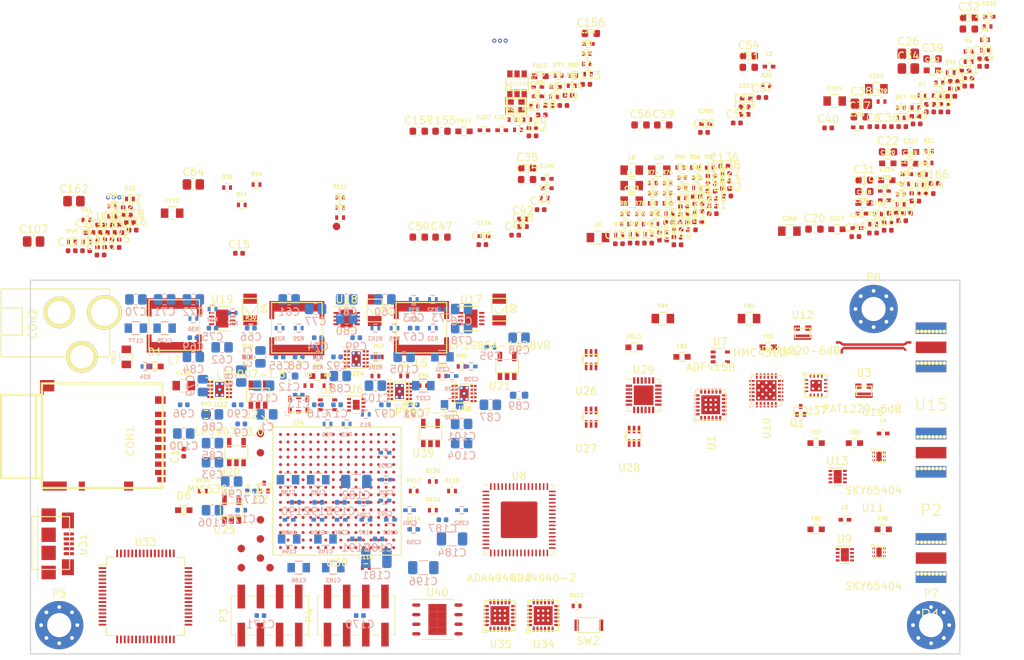
<source format=kicad_pcb>
(kicad_pcb (version 20171130) (host pcbnew 5.0.0-rc3-6a2723a~65~ubuntu18.04.1)
  (layers (0 F.Cu signal) (1 In1.Cu signal) (2 In2.Cu signal) (31 B.Cu signal) (34 B.Paste user hide) (35 F.Paste user hide) (36 B.SilkS user) (37 F.SilkS user) (38 B.Mask user hide) (39 F.Mask user hide) (44 Edge.Cuts user))
  (net 0 "")
  (net 1 "Net-(U15-Pad1)")
  (net 2 "Net-(U3-Pad2)")
  (net 3 "Net-(R17-Pad2)")
  (net 4 "Net-(R22-Pad1)")
  (net 5 GND)
  (net 6 "Net-(C48-Pad1)")
  (net 7 "Net-(C46-Pad1)")
  (net 8 "Net-(L2-Pad1)")
  (net 9 "Net-(L4-Pad1)")
  (net 10 "Net-(C55-Pad1)")
  (net 11 "Net-(C57-Pad1)")
  (net 12 "Net-(R23-Pad1)")
  (net 13 "Net-(R9-Pad2)")
  (net 14 "Net-(C26-Pad1)")
  (net 15 "Net-(C29-Pad1)")
  (net 16 "Net-(C145-Pad1)")
  (net 17 "Net-(R64-Pad2)")
  (net 18 /3V3A)
  (net 19 "Net-(R65-Pad1)")
  (net 20 "Net-(C146-Pad1)")
  (net 21 /ADC2-)
  (net 22 /ADC_VCM1)
  (net 23 /ADC1+)
  (net 24 /ADC1-)
  (net 25 "Net-(R63-Pad1)")
  (net 26 "Net-(C147-Pad1)")
  (net 27 "Net-(R66-Pad2)")
  (net 28 /ADC_VCM2)
  (net 29 /ADC2+)
  (net 30 "Net-(C144-Pad1)")
  (net 31 "Net-(C137-Pad1)")
  (net 32 "Net-(C143-Pad2)")
  (net 33 "Net-(C134-Pad1)")
  (net 34 "Net-(C134-Pad2)")
  (net 35 "Net-(C137-Pad2)")
  (net 36 "Net-(C140-Pad2)")
  (net 37 "Net-(C141-Pad2)")
  (net 38 "Net-(C142-Pad2)")
  (net 39 "Net-(C135-Pad1)")
  (net 40 "Net-(C135-Pad2)")
  (net 41 "Net-(C136-Pad1)")
  (net 42 "Net-(C136-Pad2)")
  (net 43 "Net-(C8-Pad2)")
  (net 44 "Net-(C11-Pad2)")
  (net 45 /ADC_CE)
  (net 46 /ADF_CLK)
  (net 47 /ADF_DATA)
  (net 48 /ADF_LE)
  (net 49 /ADF_MUXOUT)
  (net 50 "Net-(R2-Pad2)")
  (net 51 "Net-(U1-Pad21)")
  (net 52 "Net-(C6-Pad1)")
  (net 53 "Net-(R1-Pad1)")
  (net 54 /ADF_TXDATA)
  (net 55 "Net-(C10-Pad1)")
  (net 56 /fpga/usb/USB_5V)
  (net 57 /fpga/usb/USBDP)
  (net 58 /fpga/usb/USBDM)
  (net 59 "Net-(U31-Pad4)")
  (net 60 "Net-(U31-PadSH)")
  (net 61 /fpga/TDO)
  (net 62 /fpga/SPI_MOSI)
  (net 63 /fpga/CCLK)
  (net 64 "Net-(P9-Pad1)")
  (net 65 /fpga/TDI)
  (net 66 /fpga/TMS)
  (net 67 /fpga/TCK)
  (net 68 /fpga/SPI_DIN)
  (net 69 "Net-(D2-Pad1)")
  (net 70 /1V0)
  (net 71 /3V6)
  (net 72 "Net-(D3-Pad1)")
  (net 73 "Net-(D4-Pad1)")
  (net 74 /power/5V6)
  (net 75 "Net-(C55-Pad2)")
  (net 76 "Net-(C52-Pad1)")
  (net 77 "Net-(C42-Pad1)")
  (net 78 "Net-(C46-Pad2)")
  (net 79 /fpga/usb/EECS)
  (net 80 /fpga/usb/EEDATA)
  (net 81 /fpga/usb/DO)
  (net 82 /3V3D)
  (net 83 /10V)
  (net 84 "Net-(C95-Pad1)")
  (net 85 /power/12V)
  (net 86 /fpga/adc/3V0)
  (net 87 "Net-(R5-Pad1)")
  (net 88 "Net-(R6-Pad1)")
  (net 89 /3V0)
  (net 90 "Net-(C99-Pad2)")
  (net 91 "Net-(C92-Pad1)")
  (net 92 "Net-(U24-Pad5)")
  (net 93 "Net-(U22-Pad5)")
  (net 94 "Net-(C90-Pad1)")
  (net 95 "Net-(C96-Pad2)")
  (net 96 /5V)
  (net 97 /1V8)
  (net 98 "Net-(C97-Pad2)")
  (net 99 "Net-(C91-Pad1)")
  (net 100 "Net-(D6-Pad2)")
  (net 101 /fpga/LED)
  (net 102 "Net-(R84-Pad2)")
  (net 103 "Net-(R85-Pad2)")
  (net 104 "Net-(R88-Pad2)")
  (net 105 "Net-(R91-Pad2)")
  (net 106 "Net-(R93-Pad1)")
  (net 107 "Net-(R25-Pad1)")
  (net 108 "Net-(R81-Pad1)")
  (net 109 "Net-(R82-Pad2)")
  (net 110 "Net-(R80-Pad1)")
  (net 111 "Net-(R20-Pad1)")
  (net 112 "Net-(R21-Pad1)")
  (net 113 "Net-(C49-Pad1)")
  (net 114 "Net-(C58-Pad1)")
  (net 115 "Net-(D1-Pad2)")
  (net 116 "Net-(C67-Pad1)")
  (net 117 "Net-(C63-Pad1)")
  (net 118 "Net-(R69-Pad2)")
  (net 119 "Net-(C142-Pad1)")
  (net 120 "Net-(C141-Pad1)")
  (net 121 "Net-(C140-Pad1)")
  (net 122 /fpga/M0)
  (net 123 "Net-(R130-Pad1)")
  (net 124 /fpga/SPI_CS)
  (net 125 /fpga/INIT_B)
  (net 126 /fpga/M2)
  (net 127 /fpga/M1)
  (net 128 /fpga/PROGRAM_B)
  (net 129 "Net-(R16-Pad2)")
  (net 130 "Net-(C129-Pad1)")
  (net 131 "Net-(C130-Pad1)")
  (net 132 /if/IF2+)
  (net 133 /if/IF2-)
  (net 134 /if/IF1+)
  (net 135 /if/IF1-)
  (net 136 "Net-(R49-Pad2)")
  (net 137 "Net-(R26-Pad1)")
  (net 138 "Net-(C128-Pad1)")
  (net 139 "Net-(C75-Pad1)")
  (net 140 "Net-(C74-Pad1)")
  (net 141 "Net-(C73-Pad1)")
  (net 142 "Net-(C143-Pad1)")
  (net 143 "Net-(C131-Pad1)")
  (net 144 "Net-(C32-Pad1)")
  (net 145 "Net-(C66-Pad2)")
  (net 146 "Net-(C68-Pad1)")
  (net 147 "Net-(C65-Pad1)")
  (net 148 "Net-(C66-Pad1)")
  (net 149 "Net-(C69-Pad1)")
  (net 150 /power/SYNC)
  (net 151 "Net-(R31-Pad2)")
  (net 152 "Net-(C63-Pad2)")
  (net 153 "Net-(C65-Pad2)")
  (net 154 "Net-(R28-Pad1)")
  (net 155 "Net-(C10-Pad2)")
  (net 156 "Net-(C11-Pad1)")
  (net 157 "Net-(R11-Pad2)")
  (net 158 "Net-(R15-Pad2)")
  (net 159 "Net-(R13-Pad2)")
  (net 160 "Net-(R11-Pad1)")
  (net 161 "Net-(C16-Pad1)")
  (net 162 "Net-(C13-Pad1)")
  (net 163 "Net-(R8-Pad1)")
  (net 164 /LO)
  (net 165 "Net-(C37-Pad2)")
  (net 166 "Net-(C13-Pad2)")
  (net 167 /1V8_OSC)
  (net 168 "Net-(U30-PadC1)")
  (net 169 /fpga/RXF#)
  (net 170 /MIX_ENBL)
  (net 171 "Net-(U30-PadR2)")
  (net 172 /fpga/OF1)
  (net 173 /fpga/TXE#)
  (net 174 "Net-(U30-PadC3)")
  (net 175 "Net-(U30-PadD3)")
  (net 176 "Net-(U30-PadE3)")
  (net 177 "Net-(U30-PadF3)")
  (net 178 /fpga/CARD_DETECT)
  (net 179 "Net-(U30-PadN3)")
  (net 180 /fpga/OF2)
  (net 181 /fpga/WR)
  (net 182 /fpga/RD#)
  (net 183 "Net-(U30-PadC4)")
  (net 184 "Net-(U30-PadD4)")
  (net 185 "Net-(U30-PadF4)")
  (net 186 "Net-(U30-PadG4)")
  (net 187 "Net-(U30-PadH4)")
  (net 188 "Net-(U30-PadL4)")
  (net 189 "Net-(U30-PadM4)")
  (net 190 "Net-(U30-PadN4)")
  (net 191 "Net-(U30-PadP4)")
  (net 192 /fpga/D11)
  (net 193 "Net-(U30-PadD5)")
  (net 194 "Net-(U30-PadE5)")
  (net 195 "Net-(U30-PadF5)")
  (net 196 "Net-(U30-PadG5)")
  (net 197 "Net-(U30-PadH5)")
  (net 198 "Net-(U30-PadJ5)")
  (net 199 "Net-(U30-PadK5)")
  (net 200 "Net-(U30-PadL5)")
  (net 201 "Net-(U30-PadM5)")
  (net 202 "Net-(U30-PadP5)")
  (net 203 /fpga/D10)
  (net 204 /fpga/D9)
  (net 205 "Net-(U30-PadB6)")
  (net 206 "Net-(U30-PadC6)")
  (net 207 "Net-(U30-PadD6)")
  (net 208 "Net-(U30-PadE6)")
  (net 209 "Net-(U30-PadM6)")
  (net 210 "Net-(U30-PadN6)")
  (net 211 "Net-(U30-PadP6)")
  (net 212 /fpga/D8)
  (net 213 "Net-(U30-PadC7)")
  (net 214 /fpga/D6)
  (net 215 /fpga/D7)
  (net 216 /fpga/FT_D7)
  (net 217 "Net-(U30-PadC8)")
  (net 218 "Net-(U30-PadD8)")
  (net 219 "Net-(U30-PadH8)")
  (net 220 /fpga/D3)
  (net 221 /fpga/D4)
  (net 222 /fpga/D5)
  (net 223 /fpga/FT_D6)
  (net 224 /fpga/FT_D4)
  (net 225 "Net-(U30-PadC9)")
  (net 226 "Net-(U30-PadD9)")
  (net 227 "Net-(U30-PadN9)")
  (net 228 /fpga/D2)
  (net 229 /fpga/D1)
  (net 230 /fpga/FT_D5)
  (net 231 /fpga/FT_D3)
  (net 232 "Net-(U30-PadD10)")
  (net 233 "Net-(U30-PadP10)")
  (net 234 "Net-(U30-PadR10)")
  (net 235 /fpga/D0)
  (net 236 /fpga/FT_D2)
  (net 237 "Net-(U30-PadD11)")
  (net 238 "Net-(U30-PadE11)")
  (net 239 "Net-(U30-PadG11)")
  (net 240 "Net-(U30-PadH11)")
  (net 241 "Net-(U30-PadP11)")
  (net 242 "Net-(U30-PadR11)")
  (net 243 /fpga/FT_D0)
  (net 244 /fpga/FT_D1)
  (net 245 "Net-(U30-PadE12)")
  (net 246 /fpga/SD_CLK)
  (net 247 "Net-(U30-PadG12)")
  (net 248 "Net-(U30-PadH12)")
  (net 249 "Net-(U30-PadK12)")
  (net 250 "Net-(U30-PadM12)")
  (net 251 "Net-(U30-PadN12)")
  (net 252 "Net-(U30-PadR12)")
  (net 253 /fpga/ADC_OE1)
  (net 254 "Net-(U30-PadC13)")
  (net 255 "Net-(U30-PadD13)")
  (net 256 "Net-(U30-PadE13)")
  (net 257 "Net-(U30-PadF13)")
  (net 258 "Net-(U30-PadH13)")
  (net 259 "Net-(U30-PadK13)")
  (net 260 "Net-(U30-PadL13)")
  (net 261 "Net-(U30-PadN13)")
  (net 262 "Net-(U30-PadP13)")
  (net 263 "Net-(U30-PadR13)")
  (net 264 /fpga/ADC_SHDN1)
  (net 265 "Net-(U30-PadC14)")
  (net 266 "Net-(U30-PadD14)")
  (net 267 "Net-(U30-PadG14)")
  (net 268 "Net-(U30-PadH14)")
  (net 269 "Net-(U30-PadL14)")
  (net 270 "Net-(U30-PadP14)")
  (net 271 /fpga/ADC_OE2)
  (net 272 /fpga/SD_DAT2)
  (net 273 "Net-(U30-PadJ15)")
  (net 274 "Net-(U30-PadM15)")
  (net 275 "Net-(U30-PadP15)")
  (net 276 /fpga/ADC_SHDN2)
  (net 277 /fpga/SD_DAT3)
  (net 278 /fpga/SD_DAT1)
  (net 279 /fpga/SD_DAT0)
  (net 280 /fpga/SD_CMD)
  (net 281 "Net-(U30-PadJ16)")
  (net 282 "Net-(U30-PadK16)")
  (net 283 "Net-(C64-Pad1)")
  (net 284 "Net-(U6-Pad5)")
  (net 285 "Net-(C15-Pad1)")
  (net 286 "Net-(C127-Pad2)")
  (net 287 "Net-(C127-Pad1)")
  (net 288 "Net-(C126-Pad2)")
  (net 289 "Net-(C126-Pad1)")
  (net 290 "Net-(C110-Pad2)")
  (net 291 "Net-(C110-Pad1)")
  (net 292 "Net-(C209-Pad1)")
  (net 293 /RF2)
  (net 294 "Net-(C114-Pad2)")
  (net 295 "Net-(C114-Pad1)")
  (net 296 "Net-(C113-Pad1)")
  (net 297 "Net-(C113-Pad2)")
  (net 298 "Net-(C112-Pad2)")
  (net 299 "Net-(C112-Pad1)")
  (net 300 "Net-(C111-Pad1)")
  (net 301 "Net-(C111-Pad2)")
  (net 302 "Net-(C109-Pad2)")
  (net 303 "Net-(C109-Pad1)")
  (net 304 /RF1)
  (net 305 "Net-(C208-Pad1)")
  (net 306 "Net-(U8-Pad42)")
  (net 307 "Net-(U8-Pad41)")
  (net 308 "Net-(U8-Pad39)")
  (net 309 "Net-(U8-Pad38)")
  (net 310 "Net-(U8-Pad37)")
  (net 311 "Net-(U8-Pad36)")
  (net 312 "Net-(U8-Pad35)")
  (net 313 "Net-(U8-Pad34)")
  (net 314 "Net-(U8-Pad33)")
  (net 315 "Net-(U8-Pad30)")
  (net 316 "Net-(U8-Pad29)")
  (net 317 "Net-(U8-Pad28)")
  (net 318 "Net-(U8-Pad27)")
  (net 319 "Net-(U8-Pad26)")
  (net 320 "Net-(U8-Pad25)")
  (net 321 "Net-(U8-Pad24)")
  (net 322 "Net-(R71-Pad1)")
  (net 323 "Net-(R72-Pad1)")
  (net 324 /fpga/SIWUA)
  (net 325 /fpga/CLKOUT)
  (net 326 /fpga/OE#)
  (net 327 "Net-(C157-Pad1)")
  (net 328 /fpga/usb/1V8)
  (net 329 "Net-(C155-Pad1)")
  (net 330 /fpga/usb/EECLK)
  (net 331 "Net-(U33-Pad60)")
  (net 332 "Net-(U33-Pad58)")
  (net 333 "Net-(U33-Pad57)")
  (net 334 "Net-(U33-Pad55)")
  (net 335 "Net-(U33-Pad54)")
  (net 336 "Net-(U33-Pad52)")
  (net 337 "Net-(U33-Pad48)")
  (net 338 "Net-(U33-Pad46)")
  (net 339 "Net-(U33-Pad45)")
  (net 340 "Net-(U33-Pad44)")
  (net 341 "Net-(U33-Pad43)")
  (net 342 "Net-(U33-Pad34)")
  (net 343 /mixer/5VF)
  (net 344 "Net-(U12-Pad1)")
  (net 345 "Net-(C167-Pad2)")
  (net 346 "Net-(C164-Pad2)")
  (net 347 "Net-(C166-Pad2)")
  (net 348 "Net-(C163-Pad2)")
  (net 349 /ADF_REF)
  (net 350 /ADC_REF)
  (net 351 /FPGA_REF)
  (net 352 /fpga/adc/REFLA)
  (net 353 /fpga/adc/REFHA)
  (net 354 /fpga/adc/REFLB)
  (net 355 /fpga/adc/REFHB)
  (net 356 /PA_OFF)
  (net 357 "Net-(U30-PadR5)")
  (net 358 "Net-(U30-PadT5)")
  (net 359 "Net-(U30-PadR6)")
  (net 360 "Net-(U30-PadR7)")
  (net 361 "Net-(U30-PadT7)")
  (net 362 "Net-(U30-PadP8)")
  (net 363 "Net-(U30-PadR8)")
  (net 364 "Net-(U30-PadT8)")
  (net 365 "Net-(U30-PadP9)")
  (net 366 "Net-(U30-PadT9)")
  (net 367 "Net-(U30-PadT10)")
  (net 368 "Net-(U30-PadT12)")
  (net 369 "Net-(U30-PadT13)")
  (net 370 "Net-(U30-PadJ1)")
  (net 371 "Net-(R101-Pad1)")
  (net 372 "Net-(U30-PadT14)")
  (net 373 "Net-(U30-PadT15)")
  (net 374 "Net-(U30-PadM14)")
  (net 375 "Net-(U30-PadK15)")
  (net 376 "Net-(U30-PadF12)")
  (net 377 "Net-(U30-PadL3)")
  (net 378 "Net-(U30-PadB4)")
  (net 379 "Net-(U30-PadA10)")
  (net 380 "Net-(U30-PadB11)")
  (net 381 "Net-(U30-PadB12)")
  (net 382 /fpga/EXT1_6)
  (net 383 /fpga/EXT1_5)
  (net 384 /fpga/EXT1_4)
  (net 385 /fpga/EXT1_3)
  (net 386 /fpga/EXT1_2)
  (net 387 /fpga/EXT1_1)
  (net 388 /fpga/EXT2_4)
  (net 389 /fpga/EXT2_1)
  (net 390 /fpga/EXT2_6)
  (net 391 /fpga/EXT2_3)
  (net 392 /fpga/EXT2_5)
  (net 393 /fpga/EXT2_2)
  (net 394 "Net-(Y1-Pad2)")
  (net 395 "Net-(Y1-Pad4)")
  (net 396 /fpga/ADF_DONE)
  (net 397 "Net-(R104-Pad2)")
  (net 398 "Net-(C175-Pad1)")
  (net 399 /fpga/FT_SUSPEND)
  (net 400 "Net-(U33-Pad53)")
  (net 401 "Net-(C179-Pad1)")
  (net 402 "Net-(C206-Pad1)")
  (net 403 "Net-(U30-PadT3)")
  (net 404 "Net-(P6-Pad1)")
  (net 405 "Net-(U37-Pad11)")
  (net 406 /tx/EN)
  (net 407 /4V5)
  (net 408 "Net-(C229-Pad2)")
  (net 409 "Net-(C228-Pad1)")
  (net 410 "Net-(U38-Pad5)")
  (net 411 "Net-(C232-Pad2)")
  (module Capacitor_SMD:C_0805_2012Metric (layer B.Cu) (at 141.82 92.71)
    (fp_text reference C1 (at 0 1.65) (layer B.SilkS) (effects (justify mirror)))
    (fp_text value DNP)
    (pad 1 smd roundrect (at -0.85 0) (size 1.15 1.4) (layers B.Cu B.Paste B.Mask) (roundrect_rratio 0.217391) (net 71 /3V6))
    (pad 2 smd roundrect (at 0.85 0) (size 1.15 1.4) (layers B.Cu B.Paste B.Mask) (roundrect_rratio 0.217391) (net 5 GND))
  )
  (module Capacitor_SMD:C_0402_1005Metric (layer F.Cu) (at 234.805001 49.195001)
    (fp_text reference C2 (at 0 -1.17) (layer F.SilkS))
    (fp_text value 100n)
    (pad 1 smd roundrect (at -0.48 0) (size 0.6 0.64) (layers F.Cu F.Paste F.Mask) (net 18 /3V3A))
    (pad 2 smd roundrect (at 0.48 0) (size 0.6 0.64) (layers F.Cu F.Paste F.Mask) (net 5 GND))
  )
  (module Capacitor_SMD:C_0402_1005Metric (layer F.Cu) (at 226.045001 54.565001)
    (fp_text reference C3 (at 0 -1.17) (layer F.SilkS))
    (fp_text value 10p)
    (pad 2 smd roundrect (at 0.48 0) (size 0.6 0.64) (layers F.Cu F.Paste F.Mask) (net 5 GND))
    (pad 1 smd roundrect (at -0.48 0) (size 0.6 0.64) (layers F.Cu F.Paste F.Mask) (net 18 /3V3A))
  )
  (module Capacitor_SMD:C_0402_1005Metric (layer F.Cu) (at 232.895001 48.565001)
    (fp_text reference C4 (at 0 -1.17) (layer F.SilkS))
    (fp_text value 100n)
    (pad 1 smd roundrect (at -0.48 0) (size 0.6 0.64) (layers F.Cu F.Paste F.Mask) (net 18 /3V3A))
    (pad 2 smd roundrect (at 0.48 0) (size 0.6 0.64) (layers F.Cu F.Paste F.Mask) (net 5 GND))
  )
  (module Capacitor_SMD:C_0402_1005Metric (layer F.Cu) (at 234.415001 47.215001)
    (fp_text reference C5 (at 0 -1.17) (layer F.SilkS))
    (fp_text value 10p)
    (pad 2 smd roundrect (at 0.48 0) (size 0.6 0.64) (layers F.Cu F.Paste F.Mask) (net 5 GND))
    (pad 1 smd roundrect (at -0.48 0) (size 0.6 0.64) (layers F.Cu F.Paste F.Mask) (net 18 /3V3A))
  )
  (module Capacitor_SMD:C_0402_1005Metric (layer F.Cu) (at 222.225001 54.565001)
    (fp_text reference C6 (at 0 -1.17) (layer F.SilkS))
    (fp_text value 100n)
    (pad 1 smd roundrect (at -0.48 0) (size 0.6 0.64) (layers F.Cu F.Paste F.Mask) (net 52 "Net-(C6-Pad1)"))
    (pad 2 smd roundrect (at 0.48 0) (size 0.6 0.64) (layers F.Cu F.Paste F.Mask) (net 5 GND))
  )
  (module Capacitor_SMD:C_0402_1005Metric (layer F.Cu) (at 227.785001 53.215001)
    (fp_text reference C7 (at 0 -1.17) (layer F.SilkS))
    (fp_text value 10p)
    (pad 2 smd roundrect (at 0.48 0) (size 0.6 0.64) (layers F.Cu F.Paste F.Mask) (net 5 GND))
    (pad 1 smd roundrect (at -0.48 0) (size 0.6 0.64) (layers F.Cu F.Paste F.Mask) (net 52 "Net-(C6-Pad1)"))
  )
  (module Capacitor_SMD:C_0402_1005Metric (layer F.Cu) (at 231.645001 52.615001)
    (fp_text reference C8 (at 0 -1.17) (layer F.SilkS))
    (fp_text value 10p)
    (pad 2 smd roundrect (at 0.48 0) (size 0.6 0.64) (layers F.Cu F.Paste F.Mask) (net 43 "Net-(C8-Pad2)"))
    (pad 1 smd roundrect (at -0.48 0) (size 0.6 0.64) (layers F.Cu F.Paste F.Mask) (net 5 GND))
  )
  (module Capacitor_SMD:C_0402_1005Metric (layer B.Cu) (at 138.43 93.98)
    (fp_text reference C9 (at 0 1.17) (layer B.SilkS) (effects (justify mirror)))
    (fp_text value 100n)
    (pad 1 smd roundrect (at -0.48 0) (size 0.6 0.64) (layers B.Cu B.Paste B.Mask) (net 71 /3V6))
    (pad 2 smd roundrect (at 0.48 0) (size 0.6 0.64) (layers B.Cu B.Paste B.Mask) (net 5 GND))
  )
  (module Capacitor_SMD:C_0402_1005Metric (layer F.Cu) (at 232.545001 50.545001)
    (fp_text reference C10 (at 0 -1.17) (layer F.SilkS))
    (fp_text value 2.2n)
    (pad 1 smd roundrect (at -0.48 0) (size 0.6 0.64) (layers F.Cu F.Paste F.Mask) (net 55 "Net-(C10-Pad1)"))
    (pad 2 smd roundrect (at 0.48 0) (size 0.6 0.64) (layers F.Cu F.Paste F.Mask) (net 155 "Net-(C10-Pad2)"))
  )
  (module Capacitor_SMD:C_0402_1005Metric (layer F.Cu) (at 231.645001 51.625001)
    (fp_text reference C11 (at 0 -1.17) (layer F.SilkS))
    (fp_text value 10p)
    (pad 2 smd roundrect (at 0.48 0) (size 0.6 0.64) (layers F.Cu F.Paste F.Mask) (net 44 "Net-(C11-Pad2)"))
    (pad 1 smd roundrect (at -0.48 0) (size 0.6 0.64) (layers F.Cu F.Paste F.Mask) (net 156 "Net-(C11-Pad1)"))
  )
  (module Capacitor_SMD:C_0603_1608Metric (layer B.Cu) (at 144.78 87.63)
    (fp_text reference C12 (at 0 1.43) (layer B.SilkS) (effects (justify mirror)))
    (fp_text value 1u)
    (pad 2 smd roundrect (at 0.7875 0) (size 0.875 0.95) (layers B.Cu B.Paste B.Mask) (net 5 GND))
    (pad 1 smd roundrect (at -0.7875 0) (size 0.875 0.95) (layers B.Cu B.Paste B.Mask) (net 167 /1V8_OSC))
  )
  (module Capacitor_SMD:C_0402_1005Metric (layer B.Cu) (at 146.05 90.17)
    (fp_text reference C13 (at 0 1.17) (layer B.SilkS) (effects (justify mirror)))
    (fp_text value 10n)
    (pad 2 smd roundrect (at 0.48 0) (size 0.6 0.64) (layers B.Cu B.Paste B.Mask) (net 166 "Net-(C13-Pad2)"))
    (pad 1 smd roundrect (at -0.48 0) (size 0.6 0.64) (layers B.Cu B.Paste B.Mask) (net 162 "Net-(C13-Pad1)"))
  )
  (module Capacitor_SMD:C_0402_1005Metric (layer F.Cu) (at 236.775001 46.575001)
    (fp_text reference C14 (at 0 -1.17) (layer F.SilkS))
    (fp_text value 51p)
    (pad 1 smd roundrect (at -0.48 0) (size 0.6 0.64) (layers F.Cu F.Paste F.Mask) (net 55 "Net-(C10-Pad1)"))
    (pad 2 smd roundrect (at 0.48 0) (size 0.6 0.64) (layers F.Cu F.Paste F.Mask) (net 5 GND))
  )
  (module Capacitor_SMD:C_0402_1005Metric (layer F.Cu) (at 138.125001 71.355001)
    (fp_text reference C15 (at 0 -1.17) (layer F.SilkS))
    (fp_text value 100n)
    (pad 2 smd roundrect (at 0.48 0) (size 0.6 0.64) (layers F.Cu F.Paste F.Mask) (net 5 GND))
    (pad 1 smd roundrect (at -0.48 0) (size 0.6 0.64) (layers F.Cu F.Paste F.Mask) (net 285 "Net-(C15-Pad1)"))
  )
  (module Capacitor_SMD:C_0402_1005Metric (layer B.Cu) (at 148.59 91.44)
    (fp_text reference C16 (at 0 1.17) (layer B.SilkS) (effects (justify mirror)))
    (fp_text value 10n)
    (pad 1 smd roundrect (at -0.48 0) (size 0.6 0.64) (layers B.Cu B.Paste B.Mask) (net 161 "Net-(C16-Pad1)"))
    (pad 2 smd roundrect (at 0.48 0) (size 0.6 0.64) (layers B.Cu B.Paste B.Mask) (net 5 GND))
  )
  (module Capacitor_SMD:C_0402_1005Metric (layer B.Cu) (at 151.13 91.44)
    (fp_text reference C17 (at 0 1.17) (layer B.SilkS) (effects (justify mirror)))
    (fp_text value 100n)
    (pad 2 smd roundrect (at 0.48 0) (size 0.6 0.64) (layers B.Cu B.Paste B.Mask) (net 5 GND))
    (pad 1 smd roundrect (at -0.48 0) (size 0.6 0.64) (layers B.Cu B.Paste B.Mask) (net 285 "Net-(C15-Pad1)"))
  )
  (module Capacitor_SMD:C_0402_1005Metric (layer F.Cu) (at 130.81 97.79 90)
    (fp_text reference C18 (at 0 -1.17 90) (layer F.SilkS))
    (fp_text value 100n)
    (pad 1 smd roundrect (at -0.48 0 90) (size 0.6 0.64) (layers F.Cu F.Paste F.Mask) (net 82 /3V3D))
    (pad 2 smd roundrect (at 0.48 0 90) (size 0.6 0.64) (layers F.Cu F.Paste F.Mask) (net 5 GND))
  )
  (module Capacitor_SMD:C_0603_1608Metric (layer F.Cu) (at 221.015001 63.165001)
    (fp_text reference C19 (at 0 -1.43) (layer F.SilkS))
    (fp_text value 1u)
    (pad 2 smd roundrect (at 0.7875 0) (size 0.875 0.95) (layers F.Cu F.Paste F.Mask) (net 5 GND))
    (pad 1 smd roundrect (at -0.7875 0) (size 0.875 0.95) (layers F.Cu F.Paste F.Mask) (net 355 /fpga/adc/REFHB))
  )
  (module Capacitor_SMD:C_0603_1608Metric (layer F.Cu) (at 214.415001 68.155001)
    (fp_text reference C20 (at 0 -1.43) (layer F.SilkS))
    (fp_text value 1u)
    (pad 1 smd roundrect (at -0.7875 0) (size 0.875 0.95) (layers F.Cu F.Paste F.Mask) (net 354 /fpga/adc/REFLB))
    (pad 2 smd roundrect (at 0.7875 0) (size 0.875 0.95) (layers F.Cu F.Paste F.Mask) (net 5 GND))
  )
  (module Capacitor_SMD:C_0402_1005Metric (layer F.Cu) (at 234.805001 48.205001)
    (fp_text reference C21 (at 0 -1.17) (layer F.SilkS))
    (fp_text value 100n)
    (pad 2 smd roundrect (at 0.48 0) (size 0.6 0.64) (layers F.Cu F.Paste F.Mask) (net 5 GND))
    (pad 1 smd roundrect (at -0.48 0) (size 0.6 0.64) (layers F.Cu F.Paste F.Mask) (net 83 /10V))
  )
  (module Capacitor_SMD:C_0603_1608Metric (layer F.Cu) (at 224.165001 57.905001)
    (fp_text reference C22 (at 0 -1.43) (layer F.SilkS))
    (fp_text value 2.2u)
    (pad 1 smd roundrect (at -0.7875 0) (size 0.875 0.95) (layers F.Cu F.Paste F.Mask) (net 355 /fpga/adc/REFHB))
    (pad 2 smd roundrect (at 0.7875 0) (size 0.875 0.95) (layers F.Cu F.Paste F.Mask) (net 354 /fpga/adc/REFLB))
  )
  (module Capacitor_SMD:C_0402_1005Metric (layer F.Cu) (at 222.175001 68.665001)
    (fp_text reference C23 (at 0 -1.17) (layer F.SilkS))
    (fp_text value 100n)
    (pad 2 smd roundrect (at 0.48 0) (size 0.6 0.64) (layers F.Cu F.Paste F.Mask) (net 354 /fpga/adc/REFLB))
    (pad 1 smd roundrect (at -0.48 0) (size 0.6 0.64) (layers F.Cu F.Paste F.Mask) (net 355 /fpga/adc/REFHB))
  )
  (module Capacitor_SMD:C_0402_1005Metric (layer F.Cu) (at 219.825001 69.145001)
    (fp_text reference C24 (at 0 -1.17) (layer F.SilkS))
    (fp_text value 100n)
    (pad 1 smd roundrect (at -0.48 0) (size 0.6 0.64) (layers F.Cu F.Paste F.Mask) (net 86 /fpga/adc/3V0))
    (pad 2 smd roundrect (at 0.48 0) (size 0.6 0.64) (layers F.Cu F.Paste F.Mask) (net 5 GND))
  )
  (module Capacitor_SMD:C_0402_1005Metric (layer F.Cu) (at 224.765001 66.045001)
    (fp_text reference C25 (at 0 -1.17) (layer F.SilkS))
    (fp_text value 100n)
    (pad 2 smd roundrect (at 0.48 0) (size 0.6 0.64) (layers F.Cu F.Paste F.Mask) (net 5 GND))
    (pad 1 smd roundrect (at -0.48 0) (size 0.6 0.64) (layers F.Cu F.Paste F.Mask) (net 82 /3V3D))
  )
  (module Capacitor_SMD:C_0805_2012Metric (layer F.Cu) (at 226.855001 44.915001)
    (fp_text reference C26 (at 0 -1.65) (layer F.SilkS))
    (fp_text value 10u)
    (pad 1 smd roundrect (at -0.85 0) (size 1.15 1.4) (layers F.Cu F.Paste F.Mask) (roundrect_rratio 0.217391) (net 14 "Net-(C26-Pad1)"))
    (pad 2 smd roundrect (at 0.85 0) (size 1.15 1.4) (layers F.Cu F.Paste F.Mask) (roundrect_rratio 0.217391) (net 5 GND))
  )
  (module Capacitor_SMD:C_0402_1005Metric (layer F.Cu) (at 226.675001 66.045001)
    (fp_text reference C27 (at 0 -1.17) (layer F.SilkS))
    (fp_text value 100n)
    (pad 1 smd roundrect (at -0.48 0) (size 0.6 0.64) (layers F.Cu F.Paste F.Mask) (net 86 /fpga/adc/3V0))
    (pad 2 smd roundrect (at 0.48 0) (size 0.6 0.64) (layers F.Cu F.Paste F.Mask) (net 5 GND))
  )
  (module Capacitor_SMD:C_0402_1005Metric (layer F.Cu) (at 227.955001 54.205001)
    (fp_text reference C28 (at 0 -1.17) (layer F.SilkS))
    (fp_text value 10n)
    (pad 2 smd roundrect (at 0.48 0) (size 0.6 0.64) (layers F.Cu F.Paste F.Mask) (net 5 GND))
    (pad 1 smd roundrect (at -0.48 0) (size 0.6 0.64) (layers F.Cu F.Paste F.Mask) (net 14 "Net-(C26-Pad1)"))
  )
  (module Capacitor_SMD:C_0402_1005Metric (layer F.Cu) (at 232.895001 49.555001)
    (fp_text reference C29 (at 0 -1.17) (layer F.SilkS))
    (fp_text value 68p)
    (pad 2 smd roundrect (at 0.48 0) (size 0.6 0.64) (layers F.Cu F.Paste F.Mask) (net 5 GND))
    (pad 1 smd roundrect (at -0.48 0) (size 0.6 0.64) (layers F.Cu F.Paste F.Mask) (net 15 "Net-(C29-Pad1)"))
  )
  (module Capacitor_SMD:C_0402_1005Metric (layer F.Cu) (at 226.035001 67.035001)
    (fp_text reference C30 (at 0 -1.17) (layer F.SilkS))
    (fp_text value 100n)
    (pad 1 smd roundrect (at -0.48 0) (size 0.6 0.64) (layers F.Cu F.Paste F.Mask) (net 28 /ADC_VCM2))
    (pad 2 smd roundrect (at 0.48 0) (size 0.6 0.64) (layers F.Cu F.Paste F.Mask) (net 5 GND))
  )
  (module Capacitor_SMD:C_0603_1608Metric (layer F.Cu) (at 221.015001 61.655001)
    (fp_text reference C31 (at 0 -1.43) (layer F.SilkS))
    (fp_text value 2.2u)
    (pad 2 smd roundrect (at 0.7875 0) (size 0.875 0.95) (layers F.Cu F.Paste F.Mask) (net 5 GND))
    (pad 1 smd roundrect (at -0.7875 0) (size 0.875 0.95) (layers F.Cu F.Paste F.Mask) (net 28 /ADC_VCM2))
  )
  (module Capacitor_SMD:C_0603_1608Metric (layer F.Cu) (at 234.875001 40.125001)
    (fp_text reference C32 (at 0 -1.43) (layer F.SilkS))
    (fp_text value DNP)
    (pad 1 smd roundrect (at -0.7875 0) (size 0.875 0.95) (layers F.Cu F.Paste F.Mask) (net 144 "Net-(C32-Pad1)"))
    (pad 2 smd roundrect (at 0.7875 0) (size 0.875 0.95) (layers F.Cu F.Paste F.Mask) (net 5 GND))
  )
  (module Capacitor_SMD:C_0603_1608Metric (layer F.Cu) (at 234.875001 41.635001)
    (fp_text reference C33 (at 0 -1.43) (layer F.SilkS))
    (fp_text value DNP)
    (pad 2 smd roundrect (at 0.7875 0) (size 0.875 0.95) (layers F.Cu F.Paste F.Mask) (net 411 "Net-(C232-Pad2)"))
    (pad 1 smd roundrect (at -0.7875 0) (size 0.875 0.95) (layers F.Cu F.Paste F.Mask) (net 5 GND))
  )
  (module Capacitor_SMD:C_0805_2012Metric (layer F.Cu) (at 226.855001 46.865001)
    (fp_text reference C34 (at 0 -1.65) (layer F.SilkS))
    (fp_text value 10u)
    (pad 2 smd roundrect (at 0.85 0) (size 1.15 1.4) (layers F.Cu F.Paste F.Mask) (roundrect_rratio 0.217391) (net 411 "Net-(C232-Pad2)"))
    (pad 1 smd roundrect (at -0.85 0) (size 1.15 1.4) (layers F.Cu F.Paste F.Mask) (roundrect_rratio 0.217391) (net 5 GND))
  )
  (module Capacitor_SMD:C_0603_1608Metric (layer F.Cu) (at 176.315001 60.065001)
    (fp_text reference C35 (at 0 -1.43) (layer F.SilkS))
    (fp_text value DNP)
    (pad 1 smd roundrect (at -0.7875 0) (size 0.875 0.95) (layers F.Cu F.Paste F.Mask) (net 89 /3V0))
    (pad 2 smd roundrect (at 0.7875 0) (size 0.875 0.95) (layers F.Cu F.Paste F.Mask) (net 5 GND))
  )
  (module Capacitor_SMD:C_0402_1005Metric (layer F.Cu) (at 224.135001 54.565001)
    (fp_text reference C36 (at 0 -1.17) (layer F.SilkS))
    (fp_text value 10p)
    (pad 1 smd roundrect (at -0.48 0) (size 0.6 0.64) (layers F.Cu F.Paste F.Mask) (net 406 /tx/EN))
    (pad 2 smd roundrect (at 0.48 0) (size 0.6 0.64) (layers F.Cu F.Paste F.Mask) (net 5 GND))
  )
  (module Capacitor_SMD:C_0603_1608Metric (layer F.Cu) (at 220.425001 53.275001)
    (fp_text reference C37 (at 0 -1.43) (layer F.SilkS))
    (fp_text value DNP)
    (pad 2 smd roundrect (at 0.7875 0) (size 0.875 0.95) (layers F.Cu F.Paste F.Mask) (net 165 "Net-(C37-Pad2)"))
    (pad 1 smd roundrect (at -0.7875 0) (size 0.875 0.95) (layers F.Cu F.Paste F.Mask) (net 5 GND))
  )
  (module Capacitor_SMD:C_0805_2012Metric (layer F.Cu) (at 220.625001 51.545001)
    (fp_text reference C38 (at 0 -1.65) (layer F.SilkS))
    (fp_text value 10u)
    (pad 2 smd roundrect (at 0.85 0) (size 1.15 1.4) (layers F.Cu F.Paste F.Mask) (roundrect_rratio 0.217391) (net 165 "Net-(C37-Pad2)"))
    (pad 1 smd roundrect (at -0.85 0) (size 1.15 1.4) (layers F.Cu F.Paste F.Mask) (roundrect_rratio 0.217391) (net 5 GND))
  )
  (module Capacitor_SMD:C_0603_1608Metric (layer F.Cu) (at 230.065001 45.575001)
    (fp_text reference C39 (at 0 -1.43) (layer F.SilkS))
    (fp_text value 2.2u)
    (pad 1 smd roundrect (at -0.7875 0) (size 0.875 0.95) (layers F.Cu F.Paste F.Mask) (net 5 GND))
    (pad 2 smd roundrect (at 0.7875 0) (size 0.875 0.95) (layers F.Cu F.Paste F.Mask) (net 165 "Net-(C37-Pad2)"))
  )
  (module Capacitor_SMD:C_0402_1005Metric (layer F.Cu) (at 216.225001 54.745001)
    (fp_text reference C40 (at 0 -1.17) (layer F.SilkS))
    (fp_text value 100p)
    (pad 1 smd roundrect (at -0.48 0) (size 0.6 0.64) (layers F.Cu F.Paste F.Mask) (net 5 GND))
    (pad 2 smd roundrect (at 0.48 0) (size 0.6 0.64) (layers F.Cu F.Paste F.Mask) (net 165 "Net-(C37-Pad2)"))
  )
  (module Capacitor_SMD:C_0402_1005Metric (layer F.Cu) (at 236.775001 45.585001)
    (fp_text reference C41 (at 0 -1.17) (layer F.SilkS))
    (fp_text value 100p)
    (pad 2 smd roundrect (at 0.48 0) (size 0.6 0.64) (layers F.Cu F.Paste F.Mask) (net 165 "Net-(C37-Pad2)"))
    (pad 1 smd roundrect (at -0.48 0) (size 0.6 0.64) (layers F.Cu F.Paste F.Mask) (net 5 GND))
  )
  (module Capacitor_SMD:C_0402_1005Metric (layer F.Cu) (at 175.765001 66.825001)
    (fp_text reference C42 (at 0 -1.17) (layer F.SilkS))
    (fp_text value 18p)
    (pad 1 smd roundrect (at -0.48 0) (size 0.6 0.64) (layers F.Cu F.Paste F.Mask) (net 77 "Net-(C42-Pad1)"))
    (pad 2 smd roundrect (at 0.48 0) (size 0.6 0.64) (layers F.Cu F.Paste F.Mask) (net 304 /RF1))
  )
  (module Capacitor_SMD:C_0402_1005Metric (layer F.Cu) (at 229.735001 52.615001)
    (fp_text reference C43 (at 0 -1.17) (layer F.SilkS))
    (fp_text value 100n)
    (pad 1 smd roundrect (at -0.48 0) (size 0.6 0.64) (layers F.Cu F.Paste F.Mask) (net 18 /3V3A))
    (pad 2 smd roundrect (at 0.48 0) (size 0.6 0.64) (layers F.Cu F.Paste F.Mask) (net 5 GND))
  )
  (module Capacitor_SMD:C_0402_1005Metric (layer F.Cu) (at 178.115001 65.575001)
    (fp_text reference C44 (at 0 -1.17) (layer F.SilkS))
    (fp_text value 10p)
    (pad 2 smd roundrect (at 0.48 0) (size 0.6 0.64) (layers F.Cu F.Paste F.Mask) (net 5 GND))
    (pad 1 smd roundrect (at -0.48 0) (size 0.6 0.64) (layers F.Cu F.Paste F.Mask) (net 401 "Net-(C179-Pad1)"))
  )
  (module Capacitor_SMD:C_0603_1608Metric (layer F.Cu) (at 176.315001 61.575001)
    (fp_text reference C45 (at 0 -1.43) (layer F.SilkS))
    (fp_text value DNP)
    (pad 2 smd roundrect (at 0.7875 0) (size 0.875 0.95) (layers F.Cu F.Paste F.Mask) (net 5 GND))
    (pad 1 smd roundrect (at -0.7875 0) (size 0.875 0.95) (layers F.Cu F.Paste F.Mask) (net 401 "Net-(C179-Pad1)"))
  )
  (module Capacitor_SMD:C_0402_1005Metric (layer F.Cu) (at 170.385001 70.205001)
    (fp_text reference C46 (at 0 -1.17) (layer F.SilkS))
    (fp_text value 18p)
    (pad 1 smd roundrect (at -0.48 0) (size 0.6 0.64) (layers F.Cu F.Paste F.Mask) (net 7 "Net-(C46-Pad1)"))
    (pad 2 smd roundrect (at 0.48 0) (size 0.6 0.64) (layers F.Cu F.Paste F.Mask) (net 78 "Net-(C46-Pad2)"))
  )
  (module Capacitor_SMD:C_0603_1608Metric (layer F.Cu) (at 164.975001 69.215001)
    (fp_text reference C47 (at 0 -1.43) (layer F.SilkS))
    (fp_text value DNP)
    (pad 2 smd roundrect (at 0.7875 0) (size 0.875 0.95) (layers F.Cu F.Paste F.Mask) (net 5 GND))
    (pad 1 smd roundrect (at -0.7875 0) (size 0.875 0.95) (layers F.Cu F.Paste F.Mask) (net 89 /3V0))
  )
  (module Capacitor_SMD:C_0402_1005Metric (layer F.Cu) (at 175.765001 67.815001)
    (fp_text reference C48 (at 0 -1.17) (layer F.SilkS))
    (fp_text value 0.5p)
    (pad 2 smd roundrect (at 0.48 0) (size 0.6 0.64) (layers F.Cu F.Paste F.Mask) (net 5 GND))
    (pad 1 smd roundrect (at -0.48 0) (size 0.6 0.64) (layers F.Cu F.Paste F.Mask) (net 6 "Net-(C48-Pad1)"))
  )
  (module Capacitor_SMD:C_0402_1005Metric (layer F.Cu) (at 174.735001 68.955001)
    (fp_text reference C49 (at 0 -1.17) (layer F.SilkS))
    (fp_text value 100n)
    (pad 2 smd roundrect (at 0.48 0) (size 0.6 0.64) (layers F.Cu F.Paste F.Mask) (net 5 GND))
    (pad 1 smd roundrect (at -0.48 0) (size 0.6 0.64) (layers F.Cu F.Paste F.Mask) (net 113 "Net-(C49-Pad1)"))
  )
  (module Capacitor_SMD:C_0603_1608Metric (layer F.Cu) (at 161.965001 69.215001)
    (fp_text reference C50 (at 0 -1.43) (layer F.SilkS))
    (fp_text value DNP)
    (pad 1 smd roundrect (at -0.7875 0) (size 0.875 0.95) (layers F.Cu F.Paste F.Mask) (net 113 "Net-(C49-Pad1)"))
    (pad 2 smd roundrect (at 0.7875 0) (size 0.875 0.95) (layers F.Cu F.Paste F.Mask) (net 5 GND))
  )
  (module Capacitor_SMD:C_0603_1608Metric (layer F.Cu) (at 205.705001 46.705001)
    (fp_text reference C51 (at 0 -1.43) (layer F.SilkS))
    (fp_text value DNP)
    (pad 2 smd roundrect (at 0.7875 0) (size 0.875 0.95) (layers F.Cu F.Paste F.Mask) (net 5 GND))
    (pad 1 smd roundrect (at -0.7875 0) (size 0.875 0.95) (layers F.Cu F.Paste F.Mask) (net 89 /3V0))
  )
  (module Capacitor_SMD:C_0402_1005Metric (layer F.Cu) (at 205.155001 51.955001)
    (fp_text reference C52 (at 0 -1.17) (layer F.SilkS))
    (fp_text value 18p)
    (pad 1 smd roundrect (at -0.48 0) (size 0.6 0.64) (layers F.Cu F.Paste F.Mask) (net 76 "Net-(C52-Pad1)"))
    (pad 2 smd roundrect (at 0.48 0) (size 0.6 0.64) (layers F.Cu F.Paste F.Mask) (net 293 /RF2))
  )
  (module Capacitor_SMD:C_0402_1005Metric (layer F.Cu) (at 205.155001 52.945001)
    (fp_text reference C53 (at 0 -1.17) (layer F.SilkS))
    (fp_text value 10p)
    (pad 2 smd roundrect (at 0.48 0) (size 0.6 0.64) (layers F.Cu F.Paste F.Mask) (net 5 GND))
    (pad 1 smd roundrect (at -0.48 0) (size 0.6 0.64) (layers F.Cu F.Paste F.Mask) (net 402 "Net-(C206-Pad1)"))
  )
  (module Capacitor_SMD:C_0603_1608Metric (layer F.Cu) (at 205.705001 45.195001)
    (fp_text reference C54 (at 0 -1.43) (layer F.SilkS))
    (fp_text value DNP)
    (pad 1 smd roundrect (at -0.7875 0) (size 0.875 0.95) (layers F.Cu F.Paste F.Mask) (net 402 "Net-(C206-Pad1)"))
    (pad 2 smd roundrect (at 0.7875 0) (size 0.875 0.95) (layers F.Cu F.Paste F.Mask) (net 5 GND))
  )
  (module Capacitor_SMD:C_0402_1005Metric (layer F.Cu) (at 204.125001 54.085001)
    (fp_text reference C55 (at 0 -1.17) (layer F.SilkS))
    (fp_text value 18p)
    (pad 1 smd roundrect (at -0.48 0) (size 0.6 0.64) (layers F.Cu F.Paste F.Mask) (net 10 "Net-(C55-Pad1)"))
    (pad 2 smd roundrect (at 0.48 0) (size 0.6 0.64) (layers F.Cu F.Paste F.Mask) (net 75 "Net-(C55-Pad2)"))
  )
  (module Capacitor_SMD:C_0603_1608Metric (layer F.Cu) (at 191.355001 54.345001)
    (fp_text reference C56 (at 0 -1.43) (layer F.SilkS))
    (fp_text value DNP)
    (pad 1 smd roundrect (at -0.7875 0) (size 0.875 0.95) (layers F.Cu F.Paste F.Mask) (net 89 /3V0))
    (pad 2 smd roundrect (at 0.7875 0) (size 0.875 0.95) (layers F.Cu F.Paste F.Mask) (net 5 GND))
  )
  (module Capacitor_SMD:C_0402_1005Metric (layer F.Cu) (at 207.505001 50.705001)
    (fp_text reference C57 (at 0 -1.17) (layer F.SilkS))
    (fp_text value 0.5p)
    (pad 1 smd roundrect (at -0.48 0) (size 0.6 0.64) (layers F.Cu F.Paste F.Mask) (net 11 "Net-(C57-Pad1)"))
    (pad 2 smd roundrect (at 0.48 0) (size 0.6 0.64) (layers F.Cu F.Paste F.Mask) (net 5 GND))
  )
  (module Capacitor_SMD:C_0402_1005Metric (layer F.Cu) (at 199.775001 55.335001)
    (fp_text reference C58 (at 0 -1.17) (layer F.SilkS))
    (fp_text value 100n)
    (pad 2 smd roundrect (at 0.48 0) (size 0.6 0.64) (layers F.Cu F.Paste F.Mask) (net 5 GND))
    (pad 1 smd roundrect (at -0.48 0) (size 0.6 0.64) (layers F.Cu F.Paste F.Mask) (net 114 "Net-(C58-Pad1)"))
  )
  (module Capacitor_SMD:C_0603_1608Metric (layer F.Cu) (at 194.365001 54.345001)
    (fp_text reference C59 (at 0 -1.43) (layer F.SilkS))
    (fp_text value DNP)
    (pad 2 smd roundrect (at 0.7875 0) (size 0.875 0.95) (layers F.Cu F.Paste F.Mask) (net 5 GND))
    (pad 1 smd roundrect (at -0.7875 0) (size 0.875 0.95) (layers F.Cu F.Paste F.Mask) (net 114 "Net-(C58-Pad1)"))
  )
  (module Capacitor_SMD:C_0805_2012Metric (layer B.Cu) (at 157.48 77.47)
    (fp_text reference C60 (at 0 1.65) (layer B.SilkS) (effects (justify mirror)))
    (fp_text value 10u)
    (pad 2 smd roundrect (at 0.85 0) (size 1.15 1.4) (layers B.Cu B.Paste B.Mask) (roundrect_rratio 0.217391) (net 5 GND))
    (pad 1 smd roundrect (at -0.85 0) (size 1.15 1.4) (layers B.Cu B.Paste B.Mask) (roundrect_rratio 0.217391) (net 85 /power/12V))
  )
  (module Capacitor_SMD:C_0805_2012Metric (layer B.Cu) (at 144.78 77.47)
    (fp_text reference C61 (at 0 1.65) (layer B.SilkS) (effects (justify mirror)))
    (fp_text value 10u)
    (pad 2 smd roundrect (at 0.85 0) (size 1.15 1.4) (layers B.Cu B.Paste B.Mask) (roundrect_rratio 0.217391) (net 5 GND))
    (pad 1 smd roundrect (at -0.85 0) (size 1.15 1.4) (layers B.Cu B.Paste B.Mask) (roundrect_rratio 0.217391) (net 85 /power/12V))
  )
  (module Capacitor_SMD:C_0805_2012Metric (layer B.Cu) (at 135.89 83.82)
    (fp_text reference C62 (at 0 1.65) (layer B.SilkS) (effects (justify mirror)))
    (fp_text value 10u)
    (pad 1 smd roundrect (at -0.85 0) (size 1.15 1.4) (layers B.Cu B.Paste B.Mask) (roundrect_rratio 0.217391) (net 85 /power/12V))
    (pad 2 smd roundrect (at 0.85 0) (size 1.15 1.4) (layers B.Cu B.Paste B.Mask) (roundrect_rratio 0.217391) (net 5 GND))
  )
  (module Capacitor_SMD:C_0402_1005Metric (layer B.Cu) (at 161.29 78.74)
    (fp_text reference C63 (at 0 1.17) (layer B.SilkS) (effects (justify mirror)))
    (fp_text value 10n)
    (pad 2 smd roundrect (at 0.48 0) (size 0.6 0.64) (layers B.Cu B.Paste B.Mask) (net 152 "Net-(C63-Pad2)"))
    (pad 1 smd roundrect (at -0.48 0) (size 0.6 0.64) (layers B.Cu B.Paste B.Mask) (net 117 "Net-(C63-Pad1)"))
  )
  (module Capacitor_SMD:C_0805_2012Metric (layer F.Cu) (at 132.08 62.23)
    (fp_text reference C64 (at 0 -1.65) (layer F.SilkS))
    (fp_text value 10u)
    (pad 1 smd roundrect (at -0.85 0) (size 1.15 1.4) (layers F.Cu F.Paste F.Mask) (roundrect_rratio 0.217391) (net 283 "Net-(C64-Pad1)"))
    (pad 2 smd roundrect (at 0.85 0) (size 1.15 1.4) (layers F.Cu F.Paste F.Mask) (roundrect_rratio 0.217391) (net 5 GND))
  )
  (module Capacitor_SMD:C_0402_1005Metric (layer B.Cu) (at 143.51 85.09)
    (fp_text reference C65 (at 0 1.17) (layer B.SilkS) (effects (justify mirror)))
    (fp_text value 10n)
    (pad 1 smd roundrect (at -0.48 0) (size 0.6 0.64) (layers B.Cu B.Paste B.Mask) (net 147 "Net-(C65-Pad1)"))
    (pad 2 smd roundrect (at 0.48 0) (size 0.6 0.64) (layers B.Cu B.Paste B.Mask) (net 153 "Net-(C65-Pad2)"))
  )
  (module Capacitor_SMD:C_0402_1005Metric (layer B.Cu) (at 139.7 81.28)
    (fp_text reference C66 (at 0 1.17) (layer B.SilkS) (effects (justify mirror)))
    (fp_text value 10n)
    (pad 2 smd roundrect (at 0.48 0) (size 0.6 0.64) (layers B.Cu B.Paste B.Mask) (net 145 "Net-(C66-Pad2)"))
    (pad 1 smd roundrect (at -0.48 0) (size 0.6 0.64) (layers B.Cu B.Paste B.Mask) (net 148 "Net-(C66-Pad1)"))
  )
  (module Capacitor_SMD:C_0402_1005Metric (layer B.Cu) (at 161.29 81.28)
    (fp_text reference C67 (at 0 1.17) (layer B.SilkS) (effects (justify mirror)))
    (fp_text value 39p)
    (pad 1 smd roundrect (at -0.48 0) (size 0.6 0.64) (layers B.Cu B.Paste B.Mask) (net 116 "Net-(C67-Pad1)"))
    (pad 2 smd roundrect (at 0.48 0) (size 0.6 0.64) (layers B.Cu B.Paste B.Mask) (net 152 "Net-(C63-Pad2)"))
  )
  (module Capacitor_SMD:C_0402_1005Metric (layer B.Cu) (at 146.05 85.09)
    (fp_text reference C68 (at 0 1.17) (layer B.SilkS) (effects (justify mirror)))
    (fp_text value 100p)
    (pad 2 smd roundrect (at 0.48 0) (size 0.6 0.64) (layers B.Cu B.Paste B.Mask) (net 153 "Net-(C65-Pad2)"))
    (pad 1 smd roundrect (at -0.48 0) (size 0.6 0.64) (layers B.Cu B.Paste B.Mask) (net 146 "Net-(C68-Pad1)"))
  )
  (module Capacitor_SMD:C_0402_1005Metric (layer B.Cu) (at 132.08 82.55)
    (fp_text reference C69 (at 0 1.17) (layer B.SilkS) (effects (justify mirror)))
    (fp_text value 68p)
    (pad 1 smd roundrect (at -0.48 0) (size 0.6 0.64) (layers B.Cu B.Paste B.Mask) (net 149 "Net-(C69-Pad1)"))
    (pad 2 smd roundrect (at 0.48 0) (size 0.6 0.64) (layers B.Cu B.Paste B.Mask) (net 145 "Net-(C66-Pad2)"))
  )
  (module Capacitor_SMD:C_0805_2012Metric (layer B.Cu) (at 124.46 77.47)
    (fp_text reference C70 (at 0 1.65) (layer B.SilkS) (effects (justify mirror)))
    (fp_text value 10u)
    (pad 2 smd roundrect (at 0.85 0) (size 1.15 1.4) (layers B.Cu B.Paste B.Mask) (roundrect_rratio 0.217391) (net 5 GND))
    (pad 1 smd roundrect (at -0.85 0) (size 1.15 1.4) (layers B.Cu B.Paste B.Mask) (roundrect_rratio 0.217391) (net 85 /power/12V))
  )
  (module Capacitor_SMD:C_0805_2012Metric (layer B.Cu) (at 128.27 77.47)
    (fp_text reference C71 (at 0 1.65) (layer B.SilkS) (effects (justify mirror)))
    (fp_text value DNP)
    (pad 1 smd roundrect (at -0.85 0) (size 1.15 1.4) (layers B.Cu B.Paste B.Mask) (roundrect_rratio 0.217391) (net 85 /power/12V))
    (pad 2 smd roundrect (at 0.85 0) (size 1.15 1.4) (layers B.Cu B.Paste B.Mask) (roundrect_rratio 0.217391) (net 5 GND))
  )
  (module Capacitor_SMD:C_0805_2012Metric (layer B.Cu) (at 132.08 77.47)
    (fp_text reference C72 (at 0 1.65) (layer B.SilkS) (effects (justify mirror)))
    (fp_text value DNP)
    (pad 2 smd roundrect (at 0.85 0) (size 1.15 1.4) (layers B.Cu B.Paste B.Mask) (roundrect_rratio 0.217391) (net 5 GND))
    (pad 1 smd roundrect (at -0.85 0) (size 1.15 1.4) (layers B.Cu B.Paste B.Mask) (roundrect_rratio 0.217391) (net 85 /power/12V))
  )
  (module Capacitor_SMD:C_0402_1005Metric (layer B.Cu) (at 165.1 78.74)
    (fp_text reference C73 (at 0 1.17) (layer B.SilkS) (effects (justify mirror)))
    (fp_text value 15n)
    (pad 2 smd roundrect (at 0.48 0) (size 0.6 0.64) (layers B.Cu B.Paste B.Mask) (net 152 "Net-(C63-Pad2)"))
    (pad 1 smd roundrect (at -0.48 0) (size 0.6 0.64) (layers B.Cu B.Paste B.Mask) (net 141 "Net-(C73-Pad1)"))
  )
  (module Capacitor_SMD:C_0402_1005Metric (layer B.Cu) (at 148.59 82.55)
    (fp_text reference C74 (at 0 1.17) (layer B.SilkS) (effects (justify mirror)))
    (fp_text value 8.2n)
    (pad 2 smd roundrect (at 0.48 0) (size 0.6 0.64) (layers B.Cu B.Paste B.Mask) (net 153 "Net-(C65-Pad2)"))
    (pad 1 smd roundrect (at -0.48 0) (size 0.6 0.64) (layers B.Cu B.Paste B.Mask) (net 140 "Net-(C74-Pad1)"))
  )
  (module Capacitor_SMD:C_0402_1005Metric (layer B.Cu) (at 134.62 81.28)
    (fp_text reference C75 (at 0 1.17) (layer B.SilkS) (effects (justify mirror)))
    (fp_text value 4.7n)
    (pad 1 smd roundrect (at -0.48 0) (size 0.6 0.64) (layers B.Cu B.Paste B.Mask) (net 139 "Net-(C75-Pad1)"))
    (pad 2 smd roundrect (at 0.48 0) (size 0.6 0.64) (layers B.Cu B.Paste B.Mask) (net 145 "Net-(C66-Pad2)"))
  )
  (module Capacitor_SMD:C_0805_2012Metric (layer B.Cu) (at 167.64 78.74)
    (fp_text reference C76 (at 0 1.65) (layer B.SilkS) (effects (justify mirror)))
    (fp_text value 10u)
    (pad 2 smd roundrect (at 0.85 0) (size 1.15 1.4) (layers B.Cu B.Paste B.Mask) (roundrect_rratio 0.217391) (net 5 GND))
    (pad 1 smd roundrect (at -0.85 0) (size 1.15 1.4) (layers B.Cu B.Paste B.Mask) (roundrect_rratio 0.217391) (net 70 /1V0))
  )
  (module Capacitor_SMD:C_0805_2012Metric (layer B.Cu) (at 148.275 78.74)
    (fp_text reference C77 (at 0 1.65) (layer B.SilkS) (effects (justify mirror)))
    (fp_text value 10u)
    (pad 1 smd roundrect (at -0.85 0) (size 1.15 1.4) (layers B.Cu B.Paste B.Mask) (roundrect_rratio 0.217391) (net 71 /3V6))
    (pad 2 smd roundrect (at 0.85 0) (size 1.15 1.4) (layers B.Cu B.Paste B.Mask) (roundrect_rratio 0.217391) (net 5 GND))
  )
  (module Capacitor_SMD:C_0805_2012Metric (layer B.Cu) (at 167.64 81.28)
    (fp_text reference C78 (at 0 1.65) (layer B.SilkS) (effects (justify mirror)))
    (fp_text value 10u)
    (pad 1 smd roundrect (at -0.85 0) (size 1.15 1.4) (layers B.Cu B.Paste B.Mask) (roundrect_rratio 0.217391) (net 70 /1V0))
    (pad 2 smd roundrect (at 0.85 0) (size 1.15 1.4) (layers B.Cu B.Paste B.Mask) (roundrect_rratio 0.217391) (net 5 GND))
  )
  (module Capacitor_SMD:C_0805_2012Metric (layer B.Cu) (at 133.35 88.9 270)
    (fp_text reference C79 (at 0 1.65 270) (layer B.SilkS) (effects (justify mirror)))
    (fp_text value 10u)
    (pad 2 smd roundrect (at 0.85 0 270) (size 1.15 1.4) (layers B.Cu B.Paste B.Mask) (roundrect_rratio 0.217391) (net 5 GND))
    (pad 1 smd roundrect (at -0.85 0 270) (size 1.15 1.4) (layers B.Cu B.Paste B.Mask) (roundrect_rratio 0.217391) (net 74 /power/5V6))
  )
  (module Capacitor_SMD:C_0805_2012Metric (layer B.Cu) (at 152.4 80.01)
    (fp_text reference C80 (at 0 1.65) (layer B.SilkS) (effects (justify mirror)))
    (fp_text value 10u)
    (pad 2 smd roundrect (at 0.85 0) (size 1.15 1.4) (layers B.Cu B.Paste B.Mask) (roundrect_rratio 0.217391) (net 5 GND))
    (pad 1 smd roundrect (at -0.85 0) (size 1.15 1.4) (layers B.Cu B.Paste B.Mask) (roundrect_rratio 0.217391) (net 71 /3V6))
  )
  (module Capacitor_SMD:C_0805_2012Metric (layer B.Cu) (at 152.4 77.47)
    (fp_text reference C81 (at 0 1.65) (layer B.SilkS) (effects (justify mirror)))
    (fp_text value DNP)
    (pad 1 smd roundrect (at -0.85 0) (size 1.15 1.4) (layers B.Cu B.Paste B.Mask) (roundrect_rratio 0.217391) (net 71 /3V6))
    (pad 2 smd roundrect (at 0.85 0) (size 1.15 1.4) (layers B.Cu B.Paste B.Mask) (roundrect_rratio 0.217391) (net 5 GND))
  )
  (module Capacitor_SMD:C_0805_2012Metric (layer B.Cu) (at 138.43 87.63 270)
    (fp_text reference C82 (at 0 1.65 270) (layer B.SilkS) (effects (justify mirror)))
    (fp_text value 10u)
    (pad 1 smd roundrect (at -0.85 0 270) (size 1.15 1.4) (layers B.Cu B.Paste B.Mask) (roundrect_rratio 0.217391) (net 74 /power/5V6))
    (pad 2 smd roundrect (at 0.85 0 270) (size 1.15 1.4) (layers B.Cu B.Paste B.Mask) (roundrect_rratio 0.217391) (net 5 GND))
  )
  (module Capacitor_SMD:C_0805_2012Metric (layer B.Cu) (at 140.97 85.09 270)
    (fp_text reference C83 (at 0 1.65 270) (layer B.SilkS) (effects (justify mirror)))
    (fp_text value 10u)
    (pad 2 smd roundrect (at 0.85 0 270) (size 1.15 1.4) (layers B.Cu B.Paste B.Mask) (roundrect_rratio 0.217391) (net 5 GND))
    (pad 1 smd roundrect (at -0.85 0 270) (size 1.15 1.4) (layers B.Cu B.Paste B.Mask) (roundrect_rratio 0.217391) (net 74 /power/5V6))
  )
  (module Capacitor_SMD:C_0805_2012Metric (layer B.Cu) (at 132.08 85.09)
    (fp_text reference C84 (at 0 1.65) (layer B.SilkS) (effects (justify mirror)))
    (fp_text value 10u)
    (pad 1 smd roundrect (at -0.85 0) (size 1.15 1.4) (layers B.Cu B.Paste B.Mask) (roundrect_rratio 0.217391) (net 74 /power/5V6))
    (pad 2 smd roundrect (at 0.85 0) (size 1.15 1.4) (layers B.Cu B.Paste B.Mask) (roundrect_rratio 0.217391) (net 5 GND))
  )
  (module Capacitor_SMD:C_0805_2012Metric (layer B.Cu) (at 134.62 96.52)
    (fp_text reference C85 (at 0 1.65) (layer B.SilkS) (effects (justify mirror)))
    (fp_text value 10u)
    (pad 2 smd roundrect (at 0.85 0) (size 1.15 1.4) (layers B.Cu B.Paste B.Mask) (roundrect_rratio 0.217391) (net 5 GND))
    (pad 1 smd roundrect (at -0.85 0) (size 1.15 1.4) (layers B.Cu B.Paste B.Mask) (roundrect_rratio 0.217391) (net 71 /3V6))
  )
  (module Capacitor_SMD:C_0805_2012Metric (layer B.Cu) (at 134.62 92.71)
    (fp_text reference C86 (at 0 1.65) (layer B.SilkS) (effects (justify mirror)))
    (fp_text value 10u)
    (pad 1 smd roundrect (at -0.85 0) (size 1.15 1.4) (layers B.Cu B.Paste B.Mask) (roundrect_rratio 0.217391) (net 74 /power/5V6))
    (pad 2 smd roundrect (at 0.85 0) (size 1.15 1.4) (layers B.Cu B.Paste B.Mask) (roundrect_rratio 0.217391) (net 5 GND))
  )
  (module Capacitor_SMD:C_0805_2012Metric (layer B.Cu) (at 171.45 91.44)
    (fp_text reference C87 (at 0 1.65) (layer B.SilkS) (effects (justify mirror)))
    (fp_text value 10u)
    (pad 2 smd roundrect (at 0.85 0) (size 1.15 1.4) (layers B.Cu B.Paste B.Mask) (roundrect_rratio 0.217391) (net 5 GND))
    (pad 1 smd roundrect (at -0.85 0) (size 1.15 1.4) (layers B.Cu B.Paste B.Mask) (roundrect_rratio 0.217391) (net 71 /3V6))
  )
  (module Capacitor_SMD:C_0805_2012Metric (layer B.Cu) (at 151.55 87.63)
    (fp_text reference C88 (at 0 1.65) (layer B.SilkS) (effects (justify mirror)))
    (fp_text value 10u)
    (pad 1 smd roundrect (at -0.85 0) (size 1.15 1.4) (layers B.Cu B.Paste B.Mask) (roundrect_rratio 0.217391) (net 71 /3V6))
    (pad 2 smd roundrect (at 0.85 0) (size 1.15 1.4) (layers B.Cu B.Paste B.Mask) (roundrect_rratio 0.217391) (net 5 GND))
  )
  (module Capacitor_SMD:C_0603_1608Metric (layer B.Cu) (at 175.26 90.17)
    (fp_text reference C89 (at 0 1.43) (layer B.SilkS) (effects (justify mirror)))
    (fp_text value 1u)
    (pad 1 smd roundrect (at -0.7875 0) (size 0.875 0.95) (layers B.Cu B.Paste B.Mask) (net 85 /power/12V))
    (pad 2 smd roundrect (at 0.7875 0) (size 0.875 0.95) (layers B.Cu B.Paste B.Mask) (net 5 GND))
  )
  (module Capacitor_SMD:C_0402_1005Metric (layer B.Cu) (at 137.95 91.44)
    (fp_text reference C90 (at 0 1.17) (layer B.SilkS) (effects (justify mirror)))
    (fp_text value 100n)
    (pad 1 smd roundrect (at -0.48 0) (size 0.6 0.64) (layers B.Cu B.Paste B.Mask) (net 94 "Net-(C90-Pad1)"))
    (pad 2 smd roundrect (at 0.48 0) (size 0.6 0.64) (layers B.Cu B.Paste B.Mask) (net 5 GND))
  )
  (module Capacitor_SMD:C_0402_1005Metric (layer B.Cu) (at 161.29 91.44)
    (fp_text reference C91 (at 0 1.17) (layer B.SilkS) (effects (justify mirror)))
    (fp_text value 100n)
    (pad 2 smd roundrect (at 0.48 0) (size 0.6 0.64) (layers B.Cu B.Paste B.Mask) (net 5 GND))
    (pad 1 smd roundrect (at -0.48 0) (size 0.6 0.64) (layers B.Cu B.Paste B.Mask) (net 99 "Net-(C91-Pad1)"))
  )
  (module Capacitor_SMD:C_0402_1005Metric (layer B.Cu) (at 151.13 85.09)
    (fp_text reference C92 (at 0 1.17) (layer B.SilkS) (effects (justify mirror)))
    (fp_text value 100n)
    (pad 2 smd roundrect (at 0.48 0) (size 0.6 0.64) (layers B.Cu B.Paste B.Mask) (net 5 GND))
    (pad 1 smd roundrect (at -0.48 0) (size 0.6 0.64) (layers B.Cu B.Paste B.Mask) (net 91 "Net-(C92-Pad1)"))
  )
  (module Capacitor_SMD:C_0805_2012Metric (layer B.Cu) (at 134.62 99.06)
    (fp_text reference C93 (at 0 1.65) (layer B.SilkS) (effects (justify mirror)))
    (fp_text value 10u)
    (pad 1 smd roundrect (at -0.85 0) (size 1.15 1.4) (layers B.Cu B.Paste B.Mask) (roundrect_rratio 0.217391) (net 89 /3V0))
    (pad 2 smd roundrect (at 0.85 0) (size 1.15 1.4) (layers B.Cu B.Paste B.Mask) (roundrect_rratio 0.217391) (net 5 GND))
  )
  (module Capacitor_SMD:C_0805_2012Metric (layer B.Cu) (at 137.16 101.6)
    (fp_text reference C94 (at 0 1.65) (layer B.SilkS) (effects (justify mirror)))
    (fp_text value 10u)
    (pad 2 smd roundrect (at 0.85 0) (size 1.15 1.4) (layers B.Cu B.Paste B.Mask) (roundrect_rratio 0.217391) (net 5 GND))
    (pad 1 smd roundrect (at -0.85 0) (size 1.15 1.4) (layers B.Cu B.Paste B.Mask) (roundrect_rratio 0.217391) (net 71 /3V6))
  )
  (module Capacitor_SMD:C_0402_1005Metric (layer B.Cu) (at 171.45 83.82)
    (fp_text reference C95 (at 0 1.17) (layer B.SilkS) (effects (justify mirror)))
    (fp_text value 10n)
    (pad 1 smd roundrect (at -0.48 0) (size 0.6 0.64) (layers B.Cu B.Paste B.Mask) (net 84 "Net-(C95-Pad1)"))
    (pad 2 smd roundrect (at 0.48 0) (size 0.6 0.64) (layers B.Cu B.Paste B.Mask) (net 5 GND))
  )
  (module Capacitor_SMD:C_0402_1005Metric (layer B.Cu) (at 130.81 91.44)
    (fp_text reference C96 (at 0 1.17) (layer B.SilkS) (effects (justify mirror)))
    (fp_text value 10n)
    (pad 2 smd roundrect (at 0.48 0) (size 0.6 0.64) (layers B.Cu B.Paste B.Mask) (net 95 "Net-(C96-Pad2)"))
    (pad 1 smd roundrect (at -0.48 0) (size 0.6 0.64) (layers B.Cu B.Paste B.Mask) (net 96 /5V))
  )
  (module Capacitor_SMD:C_0402_1005Metric (layer B.Cu) (at 157.48 91.44)
    (fp_text reference C97 (at 0 1.17) (layer B.SilkS) (effects (justify mirror)))
    (fp_text value 10n)
    (pad 1 smd roundrect (at -0.48 0) (size 0.6 0.64) (layers B.Cu B.Paste B.Mask) (net 97 /1V8))
    (pad 2 smd roundrect (at 0.48 0) (size 0.6 0.64) (layers B.Cu B.Paste B.Mask) (net 98 "Net-(C97-Pad2)"))
  )
  (module Capacitor_SMD:C_0805_2012Metric (layer B.Cu) (at 175.26 82.55)
    (fp_text reference C98 (at 0 1.65) (layer B.SilkS) (effects (justify mirror)))
    (fp_text value 10u)
    (pad 1 smd roundrect (at -0.85 0) (size 1.15 1.4) (layers B.Cu B.Paste B.Mask) (roundrect_rratio 0.217391) (net 83 /10V))
    (pad 2 smd roundrect (at 0.85 0) (size 1.15 1.4) (layers B.Cu B.Paste B.Mask) (roundrect_rratio 0.217391) (net 5 GND))
  )
  (module Capacitor_SMD:C_0402_1005Metric (layer B.Cu) (at 153.67 82.55)
    (fp_text reference C99 (at 0 1.17) (layer B.SilkS) (effects (justify mirror)))
    (fp_text value 10n)
    (pad 1 smd roundrect (at -0.48 0) (size 0.6 0.64) (layers B.Cu B.Paste B.Mask) (net 18 /3V3A))
    (pad 2 smd roundrect (at 0.48 0) (size 0.6 0.64) (layers B.Cu B.Paste B.Mask) (net 90 "Net-(C99-Pad2)"))
  )
  (module Capacitor_SMD:C_0805_2012Metric (layer B.Cu) (at 130.81 95.25)
    (fp_text reference C100 (at 0 1.65) (layer B.SilkS) (effects (justify mirror)))
    (fp_text value 10u)
    (pad 2 smd roundrect (at 0.85 0) (size 1.15 1.4) (layers B.Cu B.Paste B.Mask) (roundrect_rratio 0.217391) (net 5 GND))
    (pad 1 smd roundrect (at -0.85 0) (size 1.15 1.4) (layers B.Cu B.Paste B.Mask) (roundrect_rratio 0.217391) (net 96 /5V))
  )
  (module Capacitor_SMD:C_0805_2012Metric (layer B.Cu) (at 167.64 93.98)
    (fp_text reference C101 (at 0 1.65) (layer B.SilkS) (effects (justify mirror)))
    (fp_text value 10u)
    (pad 1 smd roundrect (at -0.85 0) (size 1.15 1.4) (layers B.Cu B.Paste B.Mask) (roundrect_rratio 0.217391) (net 97 /1V8))
    (pad 2 smd roundrect (at 0.85 0) (size 1.15 1.4) (layers B.Cu B.Paste B.Mask) (roundrect_rratio 0.217391) (net 5 GND))
  )
  (module Capacitor_SMD:C_0805_2012Metric (layer B.Cu) (at 156.21 88.9)
    (fp_text reference C102 (at 0 1.65) (layer B.SilkS) (effects (justify mirror)))
    (fp_text value 10u)
    (pad 2 smd roundrect (at 0.85 0) (size 1.15 1.4) (layers B.Cu B.Paste B.Mask) (roundrect_rratio 0.217391) (net 5 GND))
    (pad 1 smd roundrect (at -0.85 0) (size 1.15 1.4) (layers B.Cu B.Paste B.Mask) (roundrect_rratio 0.217391) (net 18 /3V3A))
  )
  (module Capacitor_SMD:C_0805_2012Metric (layer B.Cu) (at 141.39 88.9)
    (fp_text reference C103 (at 0 1.65) (layer B.SilkS) (effects (justify mirror)))
    (fp_text value DNP)
    (pad 2 smd roundrect (at 0.85 0) (size 1.15 1.4) (layers B.Cu B.Paste B.Mask) (roundrect_rratio 0.217391) (net 5 GND))
    (pad 1 smd roundrect (at -0.85 0) (size 1.15 1.4) (layers B.Cu B.Paste B.Mask) (roundrect_rratio 0.217391) (net 96 /5V))
  )
  (module Capacitor_SMD:C_0805_2012Metric (layer B.Cu) (at 167.64 96.52)
    (fp_text reference C104 (at 0 1.65) (layer B.SilkS) (effects (justify mirror)))
    (fp_text value DNP)
    (pad 2 smd roundrect (at 0.85 0) (size 1.15 1.4) (layers B.Cu B.Paste B.Mask) (roundrect_rratio 0.217391) (net 5 GND))
    (pad 1 smd roundrect (at -0.85 0) (size 1.15 1.4) (layers B.Cu B.Paste B.Mask) (roundrect_rratio 0.217391) (net 97 /1V8))
  )
  (module Capacitor_SMD:C_0805_2012Metric (layer B.Cu) (at 160.02 85.09)
    (fp_text reference C105 (at 0 1.65) (layer B.SilkS) (effects (justify mirror)))
    (fp_text value DNP)
    (pad 1 smd roundrect (at -0.85 0) (size 1.15 1.4) (layers B.Cu B.Paste B.Mask) (roundrect_rratio 0.217391) (net 18 /3V3A))
    (pad 2 smd roundrect (at 0.85 0) (size 1.15 1.4) (layers B.Cu B.Paste B.Mask) (roundrect_rratio 0.217391) (net 5 GND))
  )
  (module Capacitor_SMD:C_0805_2012Metric (layer B.Cu) (at 134.62 105.41)
    (fp_text reference C106 (at 0 1.65) (layer B.SilkS) (effects (justify mirror)))
    (fp_text value 10u)
    (pad 1 smd roundrect (at -0.85 0) (size 1.15 1.4) (layers B.Cu B.Paste B.Mask) (roundrect_rratio 0.217391) (net 82 /3V3D))
    (pad 2 smd roundrect (at 0.85 0) (size 1.15 1.4) (layers B.Cu B.Paste B.Mask) (roundrect_rratio 0.217391) (net 5 GND))
  )
  (module Capacitor_SMD:C_0805_2012Metric (layer F.Cu) (at 110.905001 69.795001)
    (fp_text reference C107 (at 0 -1.65) (layer F.SilkS))
    (fp_text value DNP)
    (pad 2 smd roundrect (at 0.85 0) (size 1.15 1.4) (layers F.Cu F.Paste F.Mask) (roundrect_rratio 0.217391) (net 96 /5V))
    (pad 1 smd roundrect (at -0.85 0) (size 1.15 1.4) (layers F.Cu F.Paste F.Mask) (roundrect_rratio 0.217391) (net 5 GND))
  )
  (module Capacitor_SMD:C_0402_1005Metric (layer F.Cu) (at 120.215001 68.605001)
    (fp_text reference C108 (at 0 -1.17) (layer F.SilkS))
    (fp_text value 100n)
    (pad 1 smd roundrect (at -0.48 0) (size 0.6 0.64) (layers F.Cu F.Paste F.Mask) (net 5 GND))
    (pad 2 smd roundrect (at 0.48 0) (size 0.6 0.64) (layers F.Cu F.Paste F.Mask) (net 343 /mixer/5VF))
  )
  (module Capacitor_SMD:C_0402_1005Metric (layer F.Cu) (at 121.765001 69.595001)
    (fp_text reference C109 (at 0 -1.17) (layer F.SilkS))
    (fp_text value 10p)
    (pad 1 smd roundrect (at -0.48 0) (size 0.6 0.64) (layers F.Cu F.Paste F.Mask) (net 303 "Net-(C109-Pad1)"))
    (pad 2 smd roundrect (at 0.48 0) (size 0.6 0.64) (layers F.Cu F.Paste F.Mask) (net 302 "Net-(C109-Pad2)"))
  )
  (module Capacitor_SMD:C_0402_1005Metric (layer F.Cu) (at 119.775001 71.575001)
    (fp_text reference C110 (at 0 -1.17) (layer F.SilkS))
    (fp_text value 10p)
    (pad 2 smd roundrect (at 0.48 0) (size 0.6 0.64) (layers F.Cu F.Paste F.Mask) (net 290 "Net-(C110-Pad2)"))
    (pad 1 smd roundrect (at -0.48 0) (size 0.6 0.64) (layers F.Cu F.Paste F.Mask) (net 291 "Net-(C110-Pad1)"))
  )
  (module Capacitor_SMD:C_0402_1005Metric (layer F.Cu) (at 119.855001 69.595001)
    (fp_text reference C111 (at 0 -1.17) (layer F.SilkS))
    (fp_text value 10p)
    (pad 1 smd roundrect (at -0.48 0) (size 0.6 0.64) (layers F.Cu F.Paste F.Mask) (net 300 "Net-(C111-Pad1)"))
    (pad 2 smd roundrect (at 0.48 0) (size 0.6 0.64) (layers F.Cu F.Paste F.Mask) (net 301 "Net-(C111-Pad2)"))
  )
  (module Capacitor_SMD:C_0402_1005Metric (layer F.Cu) (at 119.855001 70.585001)
    (fp_text reference C112 (at 0 -1.17) (layer F.SilkS))
    (fp_text value 10p)
    (pad 2 smd roundrect (at 0.48 0) (size 0.6 0.64) (layers F.Cu F.Paste F.Mask) (net 298 "Net-(C112-Pad2)"))
    (pad 1 smd roundrect (at -0.48 0) (size 0.6 0.64) (layers F.Cu F.Paste F.Mask) (net 299 "Net-(C112-Pad1)"))
  )
  (module Capacitor_SMD:C_0402_1005Metric (layer F.Cu) (at 122.125001 68.605001)
    (fp_text reference C113 (at 0 -1.17) (layer F.SilkS))
    (fp_text value 10p)
    (pad 2 smd roundrect (at 0.48 0) (size 0.6 0.64) (layers F.Cu F.Paste F.Mask) (net 297 "Net-(C113-Pad2)"))
    (pad 1 smd roundrect (at -0.48 0) (size 0.6 0.64) (layers F.Cu F.Paste F.Mask) (net 296 "Net-(C113-Pad1)"))
  )
  (module Capacitor_SMD:C_0402_1005Metric (layer F.Cu) (at 118.305001 68.605001)
    (fp_text reference C114 (at 0 -1.17) (layer F.SilkS))
    (fp_text value 10p)
    (pad 1 smd roundrect (at -0.48 0) (size 0.6 0.64) (layers F.Cu F.Paste F.Mask) (net 295 "Net-(C114-Pad1)"))
    (pad 2 smd roundrect (at 0.48 0) (size 0.6 0.64) (layers F.Cu F.Paste F.Mask) (net 294 "Net-(C114-Pad2)"))
  )
  (module Capacitor_SMD:C_0402_1005Metric (layer F.Cu) (at 121.765001 70.585001)
    (fp_text reference C115 (at 0 -1.17) (layer F.SilkS))
    (fp_text value 100n)
    (pad 2 smd roundrect (at 0.48 0) (size 0.6 0.64) (layers F.Cu F.Paste F.Mask) (net 343 /mixer/5VF))
    (pad 1 smd roundrect (at -0.48 0) (size 0.6 0.64) (layers F.Cu F.Paste F.Mask) (net 5 GND))
  )
  (module Capacitor_SMD:C_0402_1005Metric (layer F.Cu) (at 124.035001 68.285001)
    (fp_text reference C116 (at 0 -1.17) (layer F.SilkS))
    (fp_text value 100n)
    (pad 2 smd roundrect (at 0.48 0) (size 0.6 0.64) (layers F.Cu F.Paste F.Mask) (net 343 /mixer/5VF))
    (pad 1 smd roundrect (at -0.48 0) (size 0.6 0.64) (layers F.Cu F.Paste F.Mask) (net 5 GND))
  )
  (module Capacitor_SMD:C_0402_1005Metric (layer F.Cu) (at 123.255001 65.315001)
    (fp_text reference C117 (at 0 -1.17) (layer F.SilkS))
    (fp_text value 100p)
    (pad 1 smd roundrect (at -0.48 0) (size 0.6 0.64) (layers F.Cu F.Paste F.Mask) (net 5 GND))
    (pad 2 smd roundrect (at 0.48 0) (size 0.6 0.64) (layers F.Cu F.Paste F.Mask) (net 343 /mixer/5VF))
  )
  (module Capacitor_SMD:C_0402_1005Metric (layer F.Cu) (at 123.665001 67.295001)
    (fp_text reference C118 (at 0 -1.17) (layer F.SilkS))
    (fp_text value 100p)
    (pad 2 smd roundrect (at 0.48 0) (size 0.6 0.64) (layers F.Cu F.Paste F.Mask) (net 343 /mixer/5VF))
    (pad 1 smd roundrect (at -0.48 0) (size 0.6 0.64) (layers F.Cu F.Paste F.Mask) (net 5 GND))
  )
  (module Capacitor_SMD:C_0402_1005Metric (layer F.Cu) (at 119.845001 67.615001)
    (fp_text reference C119 (at 0 -1.17) (layer F.SilkS))
    (fp_text value 100p)
    (pad 1 smd roundrect (at -0.48 0) (size 0.6 0.64) (layers F.Cu F.Paste F.Mask) (net 5 GND))
    (pad 2 smd roundrect (at 0.48 0) (size 0.6 0.64) (layers F.Cu F.Paste F.Mask) (net 343 /mixer/5VF))
  )
  (module Capacitor_SMD:C_0402_1005Metric (layer F.Cu) (at 117.865001 71.015001)
    (fp_text reference C120 (at 0 -1.17) (layer F.SilkS))
    (fp_text value 100n)
    (pad 1 smd roundrect (at -0.48 0) (size 0.6 0.64) (layers F.Cu F.Paste F.Mask) (net 5 GND))
    (pad 2 smd roundrect (at 0.48 0) (size 0.6 0.64) (layers F.Cu F.Paste F.Mask) (net 343 /mixer/5VF))
  )
  (module Capacitor_SMD:C_0402_1005Metric (layer F.Cu) (at 115.955001 71.015001)
    (fp_text reference C121 (at 0 -1.17) (layer F.SilkS))
    (fp_text value 100n)
    (pad 2 smd roundrect (at 0.48 0) (size 0.6 0.64) (layers F.Cu F.Paste F.Mask) (net 343 /mixer/5VF))
    (pad 1 smd roundrect (at -0.48 0) (size 0.6 0.64) (layers F.Cu F.Paste F.Mask) (net 5 GND))
  )
  (module Capacitor_SMD:C_0402_1005Metric (layer F.Cu) (at 121.755001 67.615001)
    (fp_text reference C122 (at 0 -1.17) (layer F.SilkS))
    (fp_text value 100n)
    (pad 2 smd roundrect (at 0.48 0) (size 0.6 0.64) (layers F.Cu F.Paste F.Mask) (net 343 /mixer/5VF))
    (pad 1 smd roundrect (at -0.48 0) (size 0.6 0.64) (layers F.Cu F.Paste F.Mask) (net 5 GND))
  )
  (module Capacitor_SMD:C_0402_1005Metric (layer F.Cu) (at 123.255001 66.305001)
    (fp_text reference C123 (at 0 -1.17) (layer F.SilkS))
    (fp_text value 100n)
    (pad 2 smd roundrect (at 0.48 0) (size 0.6 0.64) (layers F.Cu F.Paste F.Mask) (net 343 /mixer/5VF))
    (pad 1 smd roundrect (at -0.48 0) (size 0.6 0.64) (layers F.Cu F.Paste F.Mask) (net 5 GND))
  )
  (module Capacitor_SMD:C_0402_1005Metric (layer F.Cu) (at 196.255001 69.235001)
    (fp_text reference C124 (at 0 -1.17) (layer F.SilkS))
    (fp_text value DNP)
    (pad 1 smd roundrect (at -0.48 0) (size 0.6 0.64) (layers F.Cu F.Paste F.Mask) (net 134 /if/IF1+))
    (pad 2 smd roundrect (at 0.48 0) (size 0.6 0.64) (layers F.Cu F.Paste F.Mask) (net 135 /if/IF1-))
  )
  (module Capacitor_SMD:C_0402_1005Metric (layer F.Cu) (at 194.345001 68.605001)
    (fp_text reference C125 (at 0 -1.17) (layer F.SilkS))
    (fp_text value DNP)
    (pad 1 smd roundrect (at -0.48 0) (size 0.6 0.64) (layers F.Cu F.Paste F.Mask) (net 133 /if/IF2-))
    (pad 2 smd roundrect (at 0.48 0) (size 0.6 0.64) (layers F.Cu F.Paste F.Mask) (net 132 /if/IF2+))
  )
  (module Capacitor_SMD:C_0402_1005Metric (layer F.Cu) (at 199.025001 65.835001)
    (fp_text reference C126 (at 0 -1.17) (layer F.SilkS))
    (fp_text value 2.2n)
    (pad 2 smd roundrect (at 0.48 0) (size 0.6 0.64) (layers F.Cu F.Paste F.Mask) (net 288 "Net-(C126-Pad2)"))
    (pad 1 smd roundrect (at -0.48 0) (size 0.6 0.64) (layers F.Cu F.Paste F.Mask) (net 289 "Net-(C126-Pad1)"))
  )
  (module Capacitor_SMD:C_0402_1005Metric (layer F.Cu) (at 202.675001 61.785001)
    (fp_text reference C127 (at 0 -1.17) (layer F.SilkS))
    (fp_text value 2.2n)
    (pad 2 smd roundrect (at 0.48 0) (size 0.6 0.64) (layers F.Cu F.Paste F.Mask) (net 286 "Net-(C127-Pad2)"))
    (pad 1 smd roundrect (at -0.48 0) (size 0.6 0.64) (layers F.Cu F.Paste F.Mask) (net 287 "Net-(C127-Pad1)"))
  )
  (module Capacitor_SMD:C_0402_1005Metric (layer F.Cu) (at 196.255001 68.245001)
    (fp_text reference C128 (at 0 -1.17) (layer F.SilkS))
    (fp_text value 10n)
    (pad 2 smd roundrect (at 0.48 0) (size 0.6 0.64) (layers F.Cu F.Paste F.Mask) (net 289 "Net-(C126-Pad1)"))
    (pad 1 smd roundrect (at -0.48 0) (size 0.6 0.64) (layers F.Cu F.Paste F.Mask) (net 138 "Net-(C128-Pad1)"))
  )
  (module Capacitor_SMD:C_0402_1005Metric (layer F.Cu) (at 199.025001 64.845001)
    (fp_text reference C129 (at 0 -1.17) (layer F.SilkS))
    (fp_text value 10n)
    (pad 1 smd roundrect (at -0.48 0) (size 0.6 0.64) (layers F.Cu F.Paste F.Mask) (net 130 "Net-(C129-Pad1)"))
    (pad 2 smd roundrect (at 0.48 0) (size 0.6 0.64) (layers F.Cu F.Paste F.Mask) (net 288 "Net-(C126-Pad2)"))
  )
  (module Capacitor_SMD:C_0402_1005Metric (layer F.Cu) (at 197.075001 67.255001)
    (fp_text reference C130 (at 0 -1.17) (layer F.SilkS))
    (fp_text value 10n)
    (pad 2 smd roundrect (at 0.48 0) (size 0.6 0.64) (layers F.Cu F.Paste F.Mask) (net 287 "Net-(C127-Pad1)"))
    (pad 1 smd roundrect (at -0.48 0) (size 0.6 0.64) (layers F.Cu F.Paste F.Mask) (net 131 "Net-(C130-Pad1)"))
  )
  (module Capacitor_SMD:C_0402_1005Metric (layer F.Cu) (at 190.445001 70.005001)
    (fp_text reference C131 (at 0 -1.17) (layer F.SilkS))
    (fp_text value 10n)
    (pad 1 smd roundrect (at -0.48 0) (size 0.6 0.64) (layers F.Cu F.Paste F.Mask) (net 143 "Net-(C131-Pad1)"))
    (pad 2 smd roundrect (at 0.48 0) (size 0.6 0.64) (layers F.Cu F.Paste F.Mask) (net 286 "Net-(C127-Pad2)"))
  )
  (module Capacitor_SMD:C_0402_1005Metric (layer F.Cu) (at 197.115001 65.205001)
    (fp_text reference C132 (at 0 -1.17) (layer F.SilkS))
    (fp_text value 100n)
    (pad 2 smd roundrect (at 0.48 0) (size 0.6 0.64) (layers F.Cu F.Paste F.Mask) (net 5 GND))
    (pad 1 smd roundrect (at -0.48 0) (size 0.6 0.64) (layers F.Cu F.Paste F.Mask) (net 28 /ADC_VCM2))
  )
  (module Capacitor_SMD:C_0402_1005Metric (layer F.Cu) (at 192.355001 70.005001)
    (fp_text reference C133 (at 0 -1.17) (layer F.SilkS))
    (fp_text value 100n)
    (pad 1 smd roundrect (at -0.48 0) (size 0.6 0.64) (layers F.Cu F.Paste F.Mask) (net 22 /ADC_VCM1))
    (pad 2 smd roundrect (at 0.48 0) (size 0.6 0.64) (layers F.Cu F.Paste F.Mask) (net 5 GND))
  )
  (module Capacitor_SMD:C_0402_1005Metric (layer F.Cu) (at 195.165001 67.255001)
    (fp_text reference C134 (at 0 -1.17) (layer F.SilkS))
    (fp_text value 10p)
    (pad 2 smd roundrect (at 0.48 0) (size 0.6 0.64) (layers F.Cu F.Paste F.Mask) (net 34 "Net-(C134-Pad2)"))
    (pad 1 smd roundrect (at -0.48 0) (size 0.6 0.64) (layers F.Cu F.Paste F.Mask) (net 33 "Net-(C134-Pad1)"))
  )
  (module Capacitor_SMD:C_0402_1005Metric (layer F.Cu) (at 200.765001 61.155001)
    (fp_text reference C135 (at 0 -1.17) (layer F.SilkS))
    (fp_text value 10p)
    (pad 1 smd roundrect (at -0.48 0) (size 0.6 0.64) (layers F.Cu F.Paste F.Mask) (net 39 "Net-(C135-Pad1)"))
    (pad 2 smd roundrect (at 0.48 0) (size 0.6 0.64) (layers F.Cu F.Paste F.Mask) (net 40 "Net-(C135-Pad2)"))
  )
  (module Capacitor_SMD:C_0402_1005Metric (layer F.Cu) (at 202.465001 59.805001)
    (fp_text reference C136 (at 0 -1.17) (layer F.SilkS))
    (fp_text value 10p)
    (pad 2 smd roundrect (at 0.48 0) (size 0.6 0.64) (layers F.Cu F.Paste F.Mask) (net 42 "Net-(C136-Pad2)"))
    (pad 1 smd roundrect (at -0.48 0) (size 0.6 0.64) (layers F.Cu F.Paste F.Mask) (net 41 "Net-(C136-Pad1)"))
  )
  (module Capacitor_SMD:C_0402_1005Metric (layer F.Cu) (at 197.115001 66.195001)
    (fp_text reference C137 (at 0 -1.17) (layer F.SilkS))
    (fp_text value 10p)
    (pad 1 smd roundrect (at -0.48 0) (size 0.6 0.64) (layers F.Cu F.Paste F.Mask) (net 31 "Net-(C137-Pad1)"))
    (pad 2 smd roundrect (at 0.48 0) (size 0.6 0.64) (layers F.Cu F.Paste F.Mask) (net 35 "Net-(C137-Pad2)"))
  )
  (module Capacitor_SMD:C_0402_1005Metric (layer F.Cu) (at 202.675001 60.795001)
    (fp_text reference C138 (at 0 -1.17) (layer F.SilkS))
    (fp_text value 100n)
    (pad 1 smd roundrect (at -0.48 0) (size 0.6 0.64) (layers F.Cu F.Paste F.Mask) (net 18 /3V3A))
    (pad 2 smd roundrect (at 0.48 0) (size 0.6 0.64) (layers F.Cu F.Paste F.Mask) (net 5 GND))
  )
  (module Capacitor_SMD:C_0402_1005Metric (layer F.Cu) (at 194.345001 69.595001)
    (fp_text reference C139 (at 0 -1.17) (layer F.SilkS))
    (fp_text value 100n)
    (pad 2 smd roundrect (at 0.48 0) (size 0.6 0.64) (layers F.Cu F.Paste F.Mask) (net 5 GND))
    (pad 1 smd roundrect (at -0.48 0) (size 0.6 0.64) (layers F.Cu F.Paste F.Mask) (net 18 /3V3A))
  )
  (module Capacitor_SMD:C_0402_1005Metric (layer F.Cu) (at 200.935001 64.125001)
    (fp_text reference C140 (at 0 -1.17) (layer F.SilkS))
    (fp_text value DNP)
    (pad 1 smd roundrect (at -0.48 0) (size 0.6 0.64) (layers F.Cu F.Paste F.Mask) (net 121 "Net-(C140-Pad1)"))
    (pad 2 smd roundrect (at 0.48 0) (size 0.6 0.64) (layers F.Cu F.Paste F.Mask) (net 36 "Net-(C140-Pad2)"))
  )
  (module Capacitor_SMD:C_0402_1005Metric (layer F.Cu) (at 200.935001 66.105001)
    (fp_text reference C141 (at 0 -1.17) (layer F.SilkS))
    (fp_text value DNP)
    (pad 1 smd roundrect (at -0.48 0) (size 0.6 0.64) (layers F.Cu F.Paste F.Mask) (net 120 "Net-(C141-Pad1)"))
    (pad 2 smd roundrect (at 0.48 0) (size 0.6 0.64) (layers F.Cu F.Paste F.Mask) (net 37 "Net-(C141-Pad2)"))
  )
  (module Capacitor_SMD:C_0402_1005Metric (layer F.Cu) (at 202.845001 63.765001)
    (fp_text reference C142 (at 0 -1.17) (layer F.SilkS))
    (fp_text value DNP)
    (pad 1 smd roundrect (at -0.48 0) (size 0.6 0.64) (layers F.Cu F.Paste F.Mask) (net 119 "Net-(C142-Pad1)"))
    (pad 2 smd roundrect (at 0.48 0) (size 0.6 0.64) (layers F.Cu F.Paste F.Mask) (net 38 "Net-(C142-Pad2)"))
  )
  (module Capacitor_SMD:C_0402_1005Metric (layer F.Cu) (at 202.675001 62.775001)
    (fp_text reference C143 (at 0 -1.17) (layer F.SilkS))
    (fp_text value DNP)
    (pad 1 smd roundrect (at -0.48 0) (size 0.6 0.64) (layers F.Cu F.Paste F.Mask) (net 142 "Net-(C143-Pad1)"))
    (pad 2 smd roundrect (at 0.48 0) (size 0.6 0.64) (layers F.Cu F.Paste F.Mask) (net 32 "Net-(C143-Pad2)"))
  )
  (module Capacitor_SMD:C_0402_1005Metric (layer F.Cu) (at 196.255001 70.225001)
    (fp_text reference C144 (at 0 -1.17) (layer F.SilkS))
    (fp_text value DNP)
    (pad 2 smd roundrect (at 0.48 0) (size 0.6 0.64) (layers F.Cu F.Paste F.Mask) (net 121 "Net-(C140-Pad1)"))
    (pad 1 smd roundrect (at -0.48 0) (size 0.6 0.64) (layers F.Cu F.Paste F.Mask) (net 30 "Net-(C144-Pad1)"))
  )
  (module Capacitor_SMD:C_0402_1005Metric (layer F.Cu) (at 198.165001 68.245001)
    (fp_text reference C145 (at 0 -1.17) (layer F.SilkS))
    (fp_text value DNP)
    (pad 2 smd roundrect (at 0.48 0) (size 0.6 0.64) (layers F.Cu F.Paste F.Mask) (net 120 "Net-(C141-Pad1)"))
    (pad 1 smd roundrect (at -0.48 0) (size 0.6 0.64) (layers F.Cu F.Paste F.Mask) (net 16 "Net-(C145-Pad1)"))
  )
  (module Capacitor_SMD:C_0402_1005Metric (layer F.Cu) (at 200.935001 65.115001)
    (fp_text reference C146 (at 0 -1.17) (layer F.SilkS))
    (fp_text value DNP)
    (pad 2 smd roundrect (at 0.48 0) (size 0.6 0.64) (layers F.Cu F.Paste F.Mask) (net 119 "Net-(C142-Pad1)"))
    (pad 1 smd roundrect (at -0.48 0) (size 0.6 0.64) (layers F.Cu F.Paste F.Mask) (net 20 "Net-(C146-Pad1)"))
  )
  (module Capacitor_SMD:C_0402_1005Metric (layer F.Cu) (at 198.985001 67.185001)
    (fp_text reference C147 (at 0 -1.17) (layer F.SilkS))
    (fp_text value DNP)
    (pad 2 smd roundrect (at 0.48 0) (size 0.6 0.64) (layers F.Cu F.Paste F.Mask) (net 142 "Net-(C143-Pad1)"))
    (pad 1 smd roundrect (at -0.48 0) (size 0.6 0.64) (layers F.Cu F.Paste F.Mask) (net 26 "Net-(C147-Pad1)"))
  )
  (module Capacitor_SMD:C_0402_1005Metric (layer F.Cu) (at 200.765001 63.135001)
    (fp_text reference C148 (at 0 -1.17) (layer F.SilkS))
    (fp_text value DNP)
    (pad 1 smd roundrect (at -0.48 0) (size 0.6 0.64) (layers F.Cu F.Paste F.Mask) (net 22 /ADC_VCM1))
    (pad 2 smd roundrect (at 0.48 0) (size 0.6 0.64) (layers F.Cu F.Paste F.Mask) (net 5 GND))
  )
  (module Capacitor_SMD:C_0402_1005Metric (layer F.Cu) (at 198.815001 63.855001)
    (fp_text reference C149 (at 0 -1.17) (layer F.SilkS))
    (fp_text value DNP)
    (pad 1 smd roundrect (at -0.48 0) (size 0.6 0.64) (layers F.Cu F.Paste F.Mask) (net 28 /ADC_VCM2))
    (pad 2 smd roundrect (at 0.48 0) (size 0.6 0.64) (layers F.Cu F.Paste F.Mask) (net 5 GND))
  )
  (module Capacitor_SMD:C_0402_1005Metric (layer F.Cu) (at 200.765001 62.145001)
    (fp_text reference C150 (at 0 -1.17) (layer F.SilkS))
    (fp_text value 100n)
    (pad 2 smd roundrect (at 0.48 0) (size 0.6 0.64) (layers F.Cu F.Paste F.Mask) (net 5 GND))
    (pad 1 smd roundrect (at -0.48 0) (size 0.6 0.64) (layers F.Cu F.Paste F.Mask) (net 18 /3V3A))
  )
  (module Capacitor_SMD:C_0402_1005Metric (layer F.Cu) (at 188.495001 70.095001)
    (fp_text reference C151 (at 0 -1.17) (layer F.SilkS))
    (fp_text value 100n)
    (pad 2 smd roundrect (at 0.48 0) (size 0.6 0.64) (layers F.Cu F.Paste F.Mask) (net 5 GND))
    (pad 1 smd roundrect (at -0.48 0) (size 0.6 0.64) (layers F.Cu F.Paste F.Mask) (net 18 /3V3A))
  )
  (module Capacitor_SMD:C_0402_1005Metric (layer F.Cu) (at 177.035001 55.795001)
    (fp_text reference C152 (at 0 -1.17) (layer F.SilkS))
    (fp_text value 100n)
    (pad 1 smd roundrect (at -0.48 0) (size 0.6 0.64) (layers F.Cu F.Paste F.Mask) (net 328 /fpga/usb/1V8))
    (pad 2 smd roundrect (at 0.48 0) (size 0.6 0.64) (layers F.Cu F.Paste F.Mask) (net 5 GND))
  )
  (module Capacitor_SMD:C_0402_1005Metric (layer F.Cu) (at 184.165001 48.965001)
    (fp_text reference C153 (at 0 -1.17) (layer F.SilkS))
    (fp_text value 100n)
    (pad 2 smd roundrect (at 0.48 0) (size 0.6 0.64) (layers F.Cu F.Paste F.Mask) (net 5 GND))
    (pad 1 smd roundrect (at -0.48 0) (size 0.6 0.64) (layers F.Cu F.Paste F.Mask) (net 328 /fpga/usb/1V8))
  )
  (module Capacitor_SMD:C_0402_1005Metric (layer F.Cu) (at 181.815001 50.415001)
    (fp_text reference C154 (at 0 -1.17) (layer F.SilkS))
    (fp_text value 100n)
    (pad 1 smd roundrect (at -0.48 0) (size 0.6 0.64) (layers F.Cu F.Paste F.Mask) (net 328 /fpga/usb/1V8))
    (pad 2 smd roundrect (at 0.48 0) (size 0.6 0.64) (layers F.Cu F.Paste F.Mask) (net 5 GND))
  )
  (module Capacitor_SMD:C_0603_1608Metric (layer F.Cu) (at 164.975001 55.175001)
    (fp_text reference C155 (at 0 -1.43) (layer F.SilkS))
    (fp_text value 4.7u)
    (pad 1 smd roundrect (at -0.7875 0) (size 0.875 0.95) (layers F.Cu F.Paste F.Mask) (net 329 "Net-(C155-Pad1)"))
    (pad 2 smd roundrect (at 0.7875 0) (size 0.875 0.95) (layers F.Cu F.Paste F.Mask) (net 5 GND))
  )
  (module Capacitor_SMD:C_0603_1608Metric (layer F.Cu) (at 184.765001 42.225001)
    (fp_text reference C156 (at 0 -1.43) (layer F.SilkS))
    (fp_text value 4.7u)
    (pad 1 smd roundrect (at -0.7875 0) (size 0.875 0.95) (layers F.Cu F.Paste F.Mask) (net 328 /fpga/usb/1V8))
    (pad 2 smd roundrect (at 0.7875 0) (size 0.875 0.95) (layers F.Cu F.Paste F.Mask) (net 5 GND))
  )
  (module Capacitor_SMD:C_0603_1608Metric (layer F.Cu) (at 161.965001 55.175001)
    (fp_text reference C157 (at 0 -1.43) (layer F.SilkS))
    (fp_text value 4.7u)
    (pad 2 smd roundrect (at 0.7875 0) (size 0.875 0.95) (layers F.Cu F.Paste F.Mask) (net 5 GND))
    (pad 1 smd roundrect (at -0.7875 0) (size 0.875 0.95) (layers F.Cu F.Paste F.Mask) (net 327 "Net-(C157-Pad1)"))
  )
  (module Capacitor_SMD:C_0402_1005Metric (layer F.Cu) (at 178.265001 53.015001)
    (fp_text reference C158 (at 0 -1.17) (layer F.SilkS))
    (fp_text value 100n)
    (pad 1 smd roundrect (at -0.48 0) (size 0.6 0.64) (layers F.Cu F.Paste F.Mask) (net 82 /3V3D))
    (pad 2 smd roundrect (at 0.48 0) (size 0.6 0.64) (layers F.Cu F.Paste F.Mask) (net 5 GND))
  )
  (module Capacitor_SMD:C_0402_1005Metric (layer F.Cu) (at 181.125001 51.765001)
    (fp_text reference C159 (at 0 -1.17) (layer F.SilkS))
    (fp_text value 100n)
    (pad 2 smd roundrect (at 0.48 0) (size 0.6 0.64) (layers F.Cu F.Paste F.Mask) (net 5 GND))
    (pad 1 smd roundrect (at -0.48 0) (size 0.6 0.64) (layers F.Cu F.Paste F.Mask) (net 82 /3V3D))
  )
  (module Capacitor_SMD:C_0402_1005Metric (layer F.Cu) (at 177.035001 54.805001)
    (fp_text reference C160 (at 0 -1.17) (layer F.SilkS))
    (fp_text value 100n)
    (pad 1 smd roundrect (at -0.48 0) (size 0.6 0.64) (layers F.Cu F.Paste F.Mask) (net 82 /3V3D))
    (pad 2 smd roundrect (at 0.48 0) (size 0.6 0.64) (layers F.Cu F.Paste F.Mask) (net 5 GND))
  )
  (module Capacitor_SMD:C_0402_1005Metric (layer F.Cu) (at 179.215001 51.765001)
    (fp_text reference C161 (at 0 -1.17) (layer F.SilkS))
    (fp_text value 100n)
    (pad 2 smd roundrect (at 0.48 0) (size 0.6 0.64) (layers F.Cu F.Paste F.Mask) (net 5 GND))
    (pad 1 smd roundrect (at -0.48 0) (size 0.6 0.64) (layers F.Cu F.Paste F.Mask) (net 82 /3V3D))
  )
  (module Capacitor_SMD:C_0805_2012Metric (layer F.Cu) (at 116.255001 64.445001)
    (fp_text reference C162 (at 0 -1.65) (layer F.SilkS))
    (fp_text value 10u)
    (pad 1 smd roundrect (at -0.85 0) (size 1.15 1.4) (layers F.Cu F.Paste F.Mask) (roundrect_rratio 0.217391) (net 5 GND))
    (pad 2 smd roundrect (at 0.85 0) (size 1.15 1.4) (layers F.Cu F.Paste F.Mask) (roundrect_rratio 0.217391) (net 343 /mixer/5VF))
  )
  (module Capacitor_SMD:C_0402_1005Metric (layer F.Cu) (at 224.125001 67.315001)
    (fp_text reference C163 (at 0 -1.17) (layer F.SilkS))
    (fp_text value 100p)
    (pad 1 smd roundrect (at -0.48 0) (size 0.6 0.64) (layers F.Cu F.Paste F.Mask) (net 5 GND))
    (pad 2 smd roundrect (at 0.48 0) (size 0.6 0.64) (layers F.Cu F.Paste F.Mask) (net 348 "Net-(C163-Pad2)"))
  )
  (module Capacitor_SMD:C_0402_1005Metric (layer F.Cu) (at 229.685001 63.445001)
    (fp_text reference C164 (at 0 -1.17) (layer F.SilkS))
    (fp_text value 100p)
    (pad 1 smd roundrect (at -0.48 0) (size 0.6 0.64) (layers F.Cu F.Paste F.Mask) (net 348 "Net-(C163-Pad2)"))
    (pad 2 smd roundrect (at 0.48 0) (size 0.6 0.64) (layers F.Cu F.Paste F.Mask) (net 346 "Net-(C164-Pad2)"))
  )
  (module Capacitor_SMD:C_0402_1005Metric (layer F.Cu) (at 227.775001 64.435001)
    (fp_text reference C165 (at 0 -1.17) (layer F.SilkS))
    (fp_text value 100p)
    (pad 2 smd roundrect (at 0.48 0) (size 0.6 0.64) (layers F.Cu F.Paste F.Mask) (net 5 GND))
    (pad 1 smd roundrect (at -0.48 0) (size 0.6 0.64) (layers F.Cu F.Paste F.Mask) (net 346 "Net-(C164-Pad2)"))
  )
  (module Capacitor_SMD:C_0402_1005Metric (layer F.Cu) (at 230.325001 62.095001)
    (fp_text reference C166 (at 0 -1.17) (layer F.SilkS))
    (fp_text value 100p)
    (pad 2 smd roundrect (at 0.48 0) (size 0.6 0.64) (layers F.Cu F.Paste F.Mask) (net 347 "Net-(C166-Pad2)"))
    (pad 1 smd roundrect (at -0.48 0) (size 0.6 0.64) (layers F.Cu F.Paste F.Mask) (net 5 GND))
  )
  (module Capacitor_SMD:C_0402_1005Metric (layer F.Cu) (at 224.125001 68.305001)
    (fp_text reference C167 (at 0 -1.17) (layer F.SilkS))
    (fp_text value 100p)
    (pad 1 smd roundrect (at -0.48 0) (size 0.6 0.64) (layers F.Cu F.Paste F.Mask) (net 347 "Net-(C166-Pad2)"))
    (pad 2 smd roundrect (at 0.48 0) (size 0.6 0.64) (layers F.Cu F.Paste F.Mask) (net 345 "Net-(C167-Pad2)"))
  )
  (module Capacitor_SMD:C_0402_1005Metric (layer F.Cu) (at 227.775001 63.445001)
    (fp_text reference C168 (at 0 -1.17) (layer F.SilkS))
    (fp_text value 100p)
    (pad 1 smd roundrect (at -0.48 0) (size 0.6 0.64) (layers F.Cu F.Paste F.Mask) (net 345 "Net-(C167-Pad2)"))
    (pad 2 smd roundrect (at 0.48 0) (size 0.6 0.64) (layers F.Cu F.Paste F.Mask) (net 5 GND))
  )
  (module fmcw3:C_0805b (layer F.Cu) (at 130.81 88.9)
    (fp_text reference C169 (at 0 -1.675) (layer F.SilkS) (effects (font (size 0.5 0.5) (thickness 0.125))))
    (fp_text value DNP)
    (pad 1 smd rect (at -1 0) (size 1 1.25) (layers F.Cu F.Paste F.Mask) (net 74 /power/5V6))
    (pad 2 smd rect (at 1 0) (size 1 1.25) (layers F.Cu F.Paste F.Mask) (net 5 GND))
  )
  (module Capacitor_SMD:C_0402_1005Metric (layer B.Cu) (at 154.15 119.38)
    (fp_text reference C170 (at 0 1.17) (layer B.SilkS) (effects (justify mirror)))
    (fp_text value 470n)
    (pad 2 smd roundrect (at 0.48 0) (size 0.6 0.64) (layers B.Cu B.Paste B.Mask) (net 5 GND))
    (pad 1 smd roundrect (at -0.48 0) (size 0.6 0.64) (layers B.Cu B.Paste B.Mask) (net 82 /3V3D))
  )
  (module Capacitor_SMD:C_0402_1005Metric (layer B.Cu) (at 140.97 119.38)
    (fp_text reference C171 (at 0 1.17) (layer B.SilkS) (effects (justify mirror)))
    (fp_text value 470n)
    (pad 1 smd roundrect (at -0.48 0) (size 0.6 0.64) (layers B.Cu B.Paste B.Mask) (net 82 /3V3D))
    (pad 2 smd roundrect (at 0.48 0) (size 0.6 0.64) (layers B.Cu B.Paste B.Mask) (net 5 GND))
  )
  (module fmcw3:C_0805b (layer F.Cu) (at 129.27 66.04)
    (fp_text reference C172 (at 0 -1.675) (layer F.SilkS) (effects (font (size 0.5 0.5) (thickness 0.125))))
    (fp_text value DNP)
    (pad 2 smd rect (at 1 0) (size 1 1.25) (layers F.Cu F.Paste F.Mask) (net 5 GND))
    (pad 1 smd rect (at -1 0) (size 1 1.25) (layers F.Cu F.Paste F.Mask) (net 89 /3V0))
  )
  (module fmcw3:C_0805b (layer F.Cu) (at 190.185001 64.435001)
    (fp_text reference C173 (at 0 -1.675) (layer F.SilkS) (effects (font (size 0.5 0.5) (thickness 0.125))))
    (fp_text value DNP)
    (pad 2 smd rect (at 1 0) (size 1 1.25) (layers F.Cu F.Paste F.Mask) (net 5 GND))
    (pad 1 smd rect (at -1 0) (size 1 1.25) (layers F.Cu F.Paste F.Mask) (net 18 /3V3A))
  )
  (module Capacitor_SMD:C_0402_1005Metric (layer B.Cu) (at 139.7 102.87)
    (fp_text reference C174 (at 0 1.17) (layer B.SilkS) (effects (justify mirror)))
    (fp_text value DNP)
    (pad 2 smd roundrect (at 0.48 0) (size 0.6 0.64) (layers B.Cu B.Paste B.Mask) (net 5 GND))
    (pad 1 smd roundrect (at -0.48 0) (size 0.6 0.64) (layers B.Cu B.Paste B.Mask) (net 396 /fpga/ADF_DONE))
  )
  (module Capacitor_SMD:C_0402_1005Metric (layer B.Cu) (at 138.43 105.41)
    (fp_text reference C175 (at 0 1.17) (layer B.SilkS) (effects (justify mirror)))
    (fp_text value DNP)
    (pad 1 smd roundrect (at -0.48 0) (size 0.6 0.64) (layers B.Cu B.Paste B.Mask) (net 398 "Net-(C175-Pad1)"))
    (pad 2 smd roundrect (at 0.48 0) (size 0.6 0.64) (layers B.Cu B.Paste B.Mask) (net 5 GND))
  )
  (module Capacitor_SMD:C_0402_1005Metric (layer F.Cu) (at 229.735001 51.625001)
    (fp_text reference C176 (at 0 -1.17) (layer F.SilkS))
    (fp_text value 100n)
    (pad 2 smd roundrect (at 0.48 0) (size 0.6 0.64) (layers F.Cu F.Paste F.Mask) (net 5 GND))
    (pad 1 smd roundrect (at -0.48 0) (size 0.6 0.64) (layers F.Cu F.Paste F.Mask) (net 18 /3V3A))
  )
  (module fmcw3:C_0805b (layer B.Cu) (at 124.46 81.28)
    (fp_text reference C177 (at 0 1.675) (layer B.SilkS) (effects (font (size 0.5 0.5) (thickness 0.125)) (justify mirror)))
    (fp_text value DNP)
    (pad 1 smd rect (at -1 0) (size 1 1.25) (layers B.Cu B.Paste B.Mask) (net 85 /power/12V))
    (pad 2 smd rect (at 1 0) (size 1 1.25) (layers B.Cu B.Paste B.Mask) (net 5 GND))
  )
  (module fmcw3:C_0805b (layer B.Cu) (at 128.27 81.28)
    (fp_text reference C178 (at 0 1.675) (layer B.SilkS) (effects (font (size 0.5 0.5) (thickness 0.125)) (justify mirror)))
    (fp_text value DNP)
    (pad 2 smd rect (at 1 0) (size 1 1.25) (layers B.Cu B.Paste B.Mask) (net 5 GND))
    (pad 1 smd rect (at -1 0) (size 1 1.25) (layers B.Cu B.Paste B.Mask) (net 85 /power/12V))
  )
  (module fmcw3:C_0402b (layer F.Cu) (at 170.605001 69.085001)
    (fp_text reference C179 (at 0 -1.7) (layer F.SilkS) (effects (font (size 0.5 0.5) (thickness 0.125))))
    (fp_text value 10n)
    (pad 1 smd rect (at -0.55 0) (size 0.6 0.5) (layers F.Cu F.Paste F.Mask) (net 401 "Net-(C179-Pad1)"))
    (pad 2 smd rect (at 0.55 0) (size 0.6 0.5) (layers F.Cu F.Paste F.Mask) (net 5 GND))
  )
  (module fmcw3:C_0402b (layer F.Cu) (at 178.995001 61.485001)
    (fp_text reference C180 (at 0 -1.7) (layer F.SilkS) (effects (font (size 0.5 0.5) (thickness 0.125))))
    (fp_text value 100p)
    (pad 2 smd rect (at 0.55 0) (size 0.6 0.5) (layers F.Cu F.Paste F.Mask) (net 5 GND))
    (pad 1 smd rect (at -0.55 0) (size 0.6 0.5) (layers F.Cu F.Paste F.Mask) (net 401 "Net-(C179-Pad1)"))
  )
  (module Capacitor_SMD:C_1210_3225Metric (layer B.Cu) (at 156.34 111.76)
    (fp_text reference C181 (at 0 2.28) (layer B.SilkS) (effects (justify mirror)))
    (fp_text value 100u)
    (pad 1 smd roundrect (at -1.4 0) (size 1.25 2.65) (layers B.Cu B.Paste B.Mask) (roundrect_rratio 0.2) (net 70 /1V0))
    (pad 2 smd roundrect (at 1.4 0) (size 1.25 2.65) (layers B.Cu B.Paste B.Mask) (roundrect_rratio 0.2) (net 5 GND))
  )
  (module Capacitor_SMD:C_1206_3216Metric (layer B.Cu) (at 153.67 101.6)
    (fp_text reference C182 (at 0 1.82) (layer B.SilkS) (effects (justify mirror)))
    (fp_text value 47u)
    (pad 1 smd roundrect (at -1.4 0) (size 1.25 1.75) (layers B.Cu B.Paste B.Mask) (roundrect_rratio 0.2) (net 97 /1V8))
    (pad 2 smd roundrect (at 1.4 0) (size 1.25 1.75) (layers B.Cu B.Paste B.Mask) (roundrect_rratio 0.2) (net 5 GND))
  )
  (module fmcw3:C_0805b (layer B.Cu) (at 150.63 113.03)
    (fp_text reference C183 (at 0 1.675) (layer B.SilkS) (effects (font (size 0.5 0.5) (thickness 0.125)) (justify mirror)))
    (fp_text value 4.7u)
    (pad 1 smd rect (at -1 0) (size 1 1.25) (layers B.Cu B.Paste B.Mask) (net 70 /1V0))
    (pad 2 smd rect (at 1 0) (size 1 1.25) (layers B.Cu B.Paste B.Mask) (net 5 GND))
  )
  (module Capacitor_SMD:C_1206_3216Metric (layer B.Cu) (at 166.37 109.22)
    (fp_text reference C184 (at 0 1.82) (layer B.SilkS) (effects (justify mirror)))
    (fp_text value 47u)
    (pad 2 smd roundrect (at 1.4 0) (size 1.25 1.75) (layers B.Cu B.Paste B.Mask) (roundrect_rratio 0.2) (net 5 GND))
    (pad 1 smd roundrect (at -1.4 0) (size 1.25 1.75) (layers B.Cu B.Paste B.Mask) (roundrect_rratio 0.2) (net 70 /1V0))
  )
  (module fmcw3:C_0805b (layer B.Cu) (at 148.63 101.37)
    (fp_text reference C185 (at 0 1.675) (layer B.SilkS) (effects (font (size 0.5 0.5) (thickness 0.125)) (justify mirror)))
    (fp_text value 4.7u)
    (pad 1 smd rect (at -1 0) (size 1 1.25) (layers B.Cu B.Paste B.Mask) (net 97 /1V8))
    (pad 2 smd rect (at 1 0) (size 1 1.25) (layers B.Cu B.Paste B.Mask) (net 5 GND))
  )
  (module fmcw3:C_0805b (layer B.Cu) (at 146.05 113.03)
    (fp_text reference C186 (at 0 1.675) (layer B.SilkS) (effects (font (size 0.5 0.5) (thickness 0.125)) (justify mirror)))
    (fp_text value 4.7u)
    (pad 2 smd rect (at 1 0) (size 1 1.25) (layers B.Cu B.Paste B.Mask) (net 5 GND))
    (pad 1 smd rect (at -1 0) (size 1 1.25) (layers B.Cu B.Paste B.Mask) (net 70 /1V0))
  )
  (module Capacitor_SMD:C_0402_1005Metric (layer B.Cu) (at 165.1 106.68)
    (fp_text reference C187 (at 0 1.17) (layer B.SilkS) (effects (justify mirror)))
    (fp_text value 470n)
    (pad 1 smd roundrect (at -0.48 0) (size 0.6 0.64) (layers B.Cu B.Paste B.Mask) (net 70 /1V0))
    (pad 2 smd roundrect (at 0.48 0) (size 0.6 0.64) (layers B.Cu B.Paste B.Mask) (net 5 GND))
  )
  (module fmcw3:C_0805b (layer B.Cu) (at 144.63 101.37)
    (fp_text reference C188 (at 0 1.675) (layer B.SilkS) (effects (font (size 0.5 0.5) (thickness 0.125)) (justify mirror)))
    (fp_text value 4.7u)
    (pad 1 smd rect (at -1 0) (size 1 1.25) (layers B.Cu B.Paste B.Mask) (net 97 /1V8))
    (pad 2 smd rect (at 1 0) (size 1 1.25) (layers B.Cu B.Paste B.Mask) (net 5 GND))
  )
  (module Capacitor_SMD:C_0402_1005Metric (layer B.Cu) (at 156.63 109.22)
    (fp_text reference C189 (at 0 1.17) (layer B.SilkS) (effects (justify mirror)))
    (fp_text value 470n)
    (pad 1 smd roundrect (at -0.48 0) (size 0.6 0.64) (layers B.Cu B.Paste B.Mask) (net 70 /1V0))
    (pad 2 smd roundrect (at 0.48 0) (size 0.6 0.64) (layers B.Cu B.Paste B.Mask) (net 5 GND))
  )
  (module Capacitor_SMD:C_0402_1005Metric (layer B.Cu) (at 145.63 104.37)
    (fp_text reference C190 (at 0 1.17) (layer B.SilkS) (effects (justify mirror)))
    (fp_text value 470n)
    (pad 2 smd roundrect (at 0.48 0) (size 0.6 0.64) (layers B.Cu B.Paste B.Mask) (net 5 GND))
    (pad 1 smd roundrect (at -0.48 0) (size 0.6 0.64) (layers B.Cu B.Paste B.Mask) (net 97 /1V8))
  )
  (module Capacitor_SMD:C_0402_1005Metric (layer B.Cu) (at 153.63 109.22)
    (fp_text reference C191 (at 0 1.17) (layer B.SilkS) (effects (justify mirror)))
    (fp_text value 470n)
    (pad 2 smd roundrect (at 0.48 0) (size 0.6 0.64) (layers B.Cu B.Paste B.Mask) (net 5 GND))
    (pad 1 smd roundrect (at -0.48 0) (size 0.6 0.64) (layers B.Cu B.Paste B.Mask) (net 70 /1V0))
  )
  (module Capacitor_SMD:C_0402_1005Metric (layer B.Cu) (at 148.63 104.37)
    (fp_text reference C192 (at 0 1.17) (layer B.SilkS) (effects (justify mirror)))
    (fp_text value 470n)
    (pad 1 smd roundrect (at -0.48 0) (size 0.6 0.64) (layers B.Cu B.Paste B.Mask) (net 97 /1V8))
    (pad 2 smd roundrect (at 0.48 0) (size 0.6 0.64) (layers B.Cu B.Paste B.Mask) (net 5 GND))
  )
  (module Capacitor_SMD:C_0402_1005Metric (layer B.Cu) (at 151.63 104.37)
    (fp_text reference C193 (at 0 1.17) (layer B.SilkS) (effects (justify mirror)))
    (fp_text value 470n)
    (pad 2 smd roundrect (at 0.48 0) (size 0.6 0.64) (layers B.Cu B.Paste B.Mask) (net 5 GND))
    (pad 1 smd roundrect (at -0.48 0) (size 0.6 0.64) (layers B.Cu B.Paste B.Mask) (net 97 /1V8))
  )
  (module fmcw3:C_0805b (layer B.Cu) (at 144.78 109.22)
    (fp_text reference C194 (at 0 1.675) (layer B.SilkS) (effects (font (size 0.5 0.5) (thickness 0.125)) (justify mirror)))
    (fp_text value 4.7u)
    (pad 1 smd rect (at -1 0) (size 1 1.25) (layers B.Cu B.Paste B.Mask) (net 82 /3V3D))
    (pad 2 smd rect (at 1 0) (size 1 1.25) (layers B.Cu B.Paste B.Mask) (net 5 GND))
  )
  (module fmcw3:C_0805b (layer B.Cu) (at 149.59 109.22)
    (fp_text reference C195 (at 0 1.675) (layer B.SilkS) (effects (font (size 0.5 0.5) (thickness 0.125)) (justify mirror)))
    (fp_text value 4.7u)
    (pad 2 smd rect (at 1 0) (size 1 1.25) (layers B.Cu B.Paste B.Mask) (net 5 GND))
    (pad 1 smd rect (at -1 0) (size 1 1.25) (layers B.Cu B.Paste B.Mask) (net 82 /3V3D))
  )
  (module Capacitor_SMD:C_1206_3216Metric (layer B.Cu) (at 162.56 113.03)
    (fp_text reference C196 (at 0 1.82) (layer B.SilkS) (effects (justify mirror)))
    (fp_text value 47u)
    (pad 1 smd roundrect (at -1.4 0) (size 1.25 1.75) (layers B.Cu B.Paste B.Mask) (roundrect_rratio 0.2) (net 82 /3V3D))
    (pad 2 smd roundrect (at 1.4 0) (size 1.25 1.75) (layers B.Cu B.Paste B.Mask) (roundrect_rratio 0.2) (net 5 GND))
  )
  (module fmcw3:C_0402b (layer B.Cu) (at 154.94 106.68)
    (fp_text reference C197 (at 0 1.7) (layer B.SilkS) (effects (font (size 0.5 0.5) (thickness 0.125)) (justify mirror)))
    (fp_text value 470n)
    (pad 1 smd rect (at -0.55 0) (size 0.6 0.5) (layers B.Cu B.Paste B.Mask) (net 82 /3V3D))
    (pad 2 smd rect (at 0.55 0) (size 0.6 0.5) (layers B.Cu B.Paste B.Mask) (net 5 GND))
  )
  (module fmcw3:C_0402b (layer B.Cu) (at 144.78 106.68)
    (fp_text reference C198 (at 0 1.7) (layer B.SilkS) (effects (font (size 0.5 0.5) (thickness 0.125)) (justify mirror)))
    (fp_text value 470n)
    (pad 2 smd rect (at 0.55 0) (size 0.6 0.5) (layers B.Cu B.Paste B.Mask) (net 5 GND))
    (pad 1 smd rect (at -0.55 0) (size 0.6 0.5) (layers B.Cu B.Paste B.Mask) (net 82 /3V3D))
  )
  (module fmcw3:C_0402b (layer B.Cu) (at 148.59 106.68)
    (fp_text reference C199 (at 0 1.7) (layer B.SilkS) (effects (font (size 0.5 0.5) (thickness 0.125)) (justify mirror)))
    (fp_text value 470n)
    (pad 2 smd rect (at 0.55 0) (size 0.6 0.5) (layers B.Cu B.Paste B.Mask) (net 5 GND))
    (pad 1 smd rect (at -0.55 0) (size 0.6 0.5) (layers B.Cu B.Paste B.Mask) (net 82 /3V3D))
  )
  (module fmcw3:C_0402b (layer B.Cu) (at 151.68 106.68)
    (fp_text reference C200 (at 0 1.7) (layer B.SilkS) (effects (font (size 0.5 0.5) (thickness 0.125)) (justify mirror)))
    (fp_text value 470n)
    (pad 2 smd rect (at 0.55 0) (size 0.6 0.5) (layers B.Cu B.Paste B.Mask) (net 5 GND))
    (pad 1 smd rect (at -0.55 0) (size 0.6 0.5) (layers B.Cu B.Paste B.Mask) (net 82 /3V3D))
  )
  (module fmcw3:C_0402b (layer B.Cu) (at 160.74 105.41)
    (fp_text reference C201 (at 0 1.7) (layer B.SilkS) (effects (font (size 0.5 0.5) (thickness 0.125)) (justify mirror)))
    (fp_text value 470n)
    (pad 1 smd rect (at -0.55 0) (size 0.6 0.5) (layers B.Cu B.Paste B.Mask) (net 82 /3V3D))
    (pad 2 smd rect (at 0.55 0) (size 0.6 0.5) (layers B.Cu B.Paste B.Mask) (net 5 GND))
  )
  (module fmcw3:C_0402b (layer B.Cu) (at 158.2 106.68)
    (fp_text reference C202 (at 0 1.7) (layer B.SilkS) (effects (font (size 0.5 0.5) (thickness 0.125)) (justify mirror)))
    (fp_text value 470n)
    (pad 2 smd rect (at 0.55 0) (size 0.6 0.5) (layers B.Cu B.Paste B.Mask) (net 5 GND))
    (pad 1 smd rect (at -0.55 0) (size 0.6 0.5) (layers B.Cu B.Paste B.Mask) (net 82 /3V3D))
  )
  (module fmcw3:C_0402b (layer B.Cu) (at 157.48 104.14)
    (fp_text reference C203 (at 0 1.7) (layer B.SilkS) (effects (font (size 0.5 0.5) (thickness 0.125)) (justify mirror)))
    (fp_text value 470n)
    (pad 2 smd rect (at 0.55 0) (size 0.6 0.5) (layers B.Cu B.Paste B.Mask) (net 5 GND))
    (pad 1 smd rect (at -0.55 0) (size 0.6 0.5) (layers B.Cu B.Paste B.Mask) (net 82 /3V3D))
  )
  (module fmcw3:C_0402b (layer B.Cu) (at 154.63 104.37)
    (fp_text reference C204 (at 0 1.7) (layer B.SilkS) (effects (font (size 0.5 0.5) (thickness 0.125)) (justify mirror)))
    (fp_text value 470n)
    (pad 1 smd rect (at -0.55 0) (size 0.6 0.5) (layers B.Cu B.Paste B.Mask) (net 82 /3V3D))
    (pad 2 smd rect (at 0.55 0) (size 0.6 0.5) (layers B.Cu B.Paste B.Mask) (net 5 GND))
  )
  (module fmcw3:C_0402b (layer B.Cu) (at 157.63 101.37)
    (fp_text reference C205 (at 0 1.7) (layer B.SilkS) (effects (font (size 0.5 0.5) (thickness 0.125)) (justify mirror)))
    (fp_text value 470n)
    (pad 1 smd rect (at -0.55 0) (size 0.6 0.5) (layers B.Cu B.Paste B.Mask) (net 97 /1V8))
    (pad 2 smd rect (at 0.55 0) (size 0.6 0.5) (layers B.Cu B.Paste B.Mask) (net 5 GND))
  )
  (module fmcw3:C_0402b (layer F.Cu) (at 199.995001 54.215001)
    (fp_text reference C206 (at 0 -1.7) (layer F.SilkS) (effects (font (size 0.5 0.5) (thickness 0.125))))
    (fp_text value 10n)
    (pad 2 smd rect (at 0.55 0) (size 0.6 0.5) (layers F.Cu F.Paste F.Mask) (net 5 GND))
    (pad 1 smd rect (at -0.55 0) (size 0.6 0.5) (layers F.Cu F.Paste F.Mask) (net 402 "Net-(C206-Pad1)"))
  )
  (module fmcw3:C_0402b (layer F.Cu) (at 170.605001 55.045001)
    (fp_text reference C207 (at 0 -1.7) (layer F.SilkS) (effects (font (size 0.5 0.5) (thickness 0.125))))
    (fp_text value 100n)
    (pad 1 smd rect (at -0.55 0) (size 0.6 0.5) (layers F.Cu F.Paste F.Mask) (net 82 /3V3D))
    (pad 2 smd rect (at 0.55 0) (size 0.6 0.5) (layers F.Cu F.Paste F.Mask) (net 5 GND))
  )
  (module fmcw3:C_0402b (layer F.Cu) (at 177.735001 50.545001)
    (fp_text reference C208 (at 0 -1.7) (layer F.SilkS) (effects (font (size 0.5 0.5) (thickness 0.125))))
    (fp_text value 15p)
    (pad 2 smd rect (at 0.55 0) (size 0.6 0.5) (layers F.Cu F.Paste F.Mask) (net 5 GND))
    (pad 1 smd rect (at -0.55 0) (size 0.6 0.5) (layers F.Cu F.Paste F.Mask) (net 305 "Net-(C208-Pad1)"))
  )
  (module fmcw3:C_0402b (layer F.Cu) (at 180.085001 49.295001)
    (fp_text reference C209 (at 0 -1.7) (layer F.SilkS) (effects (font (size 0.5 0.5) (thickness 0.125))))
    (fp_text value 15p)
    (pad 2 smd rect (at 0.55 0) (size 0.6 0.5) (layers F.Cu F.Paste F.Mask) (net 5 GND))
    (pad 1 smd rect (at -0.55 0) (size 0.6 0.5) (layers F.Cu F.Paste F.Mask) (net 292 "Net-(C209-Pad1)"))
  )
  (module fmcw3:C_0402b (layer F.Cu) (at 177.735001 49.295001)
    (fp_text reference C210 (at 0 -1.7) (layer F.SilkS) (effects (font (size 0.5 0.5) (thickness 0.125))))
    (fp_text value 100n)
    (pad 2 smd rect (at 0.55 0) (size 0.6 0.5) (layers F.Cu F.Paste F.Mask) (net 5 GND))
    (pad 1 smd rect (at -0.55 0) (size 0.6 0.5) (layers F.Cu F.Paste F.Mask) (net 82 /3V3D))
  )
  (module fmcw3:C_0402b (layer F.Cu) (at 172.955001 55.045001)
    (fp_text reference C211 (at 0 -1.7) (layer F.SilkS) (effects (font (size 0.5 0.5) (thickness 0.125))))
    (fp_text value 100n)
    (pad 2 smd rect (at 0.55 0) (size 0.6 0.5) (layers F.Cu F.Paste F.Mask) (net 5 GND))
    (pad 1 smd rect (at -0.55 0) (size 0.6 0.5) (layers F.Cu F.Paste F.Mask) (net 329 "Net-(C155-Pad1)"))
  )
  (module fmcw3:C_0402b (layer F.Cu) (at 184.435001 43.605001)
    (fp_text reference C212 (at 0 -1.7) (layer F.SilkS) (effects (font (size 0.5 0.5) (thickness 0.125))))
    (fp_text value 100n)
    (pad 1 smd rect (at -0.55 0) (size 0.6 0.5) (layers F.Cu F.Paste F.Mask) (net 327 "Net-(C157-Pad1)"))
    (pad 2 smd rect (at 0.55 0) (size 0.6 0.5) (layers F.Cu F.Paste F.Mask) (net 5 GND))
  )
  (module fmcw3:C_0402b (layer F.Cu) (at 205.375001 50.835001)
    (fp_text reference C213 (at 0 -1.7) (layer F.SilkS) (effects (font (size 0.5 0.5) (thickness 0.125))))
    (fp_text value 100p)
    (pad 1 smd rect (at -0.55 0) (size 0.6 0.5) (layers F.Cu F.Paste F.Mask) (net 402 "Net-(C206-Pad1)"))
    (pad 2 smd rect (at 0.55 0) (size 0.6 0.5) (layers F.Cu F.Paste F.Mask) (net 5 GND))
  )
  (module fmcw3:C_0805b (layer F.Cu) (at 217.095001 51.175001)
    (fp_text reference C214 (at 0 -1.675) (layer F.SilkS) (effects (font (size 0.5 0.5) (thickness 0.125))))
    (fp_text value DNP)
    (pad 2 smd rect (at 1 0) (size 1 1.25) (layers F.Cu F.Paste F.Mask) (net 96 /5V))
    (pad 1 smd rect (at -1 0) (size 1 1.25) (layers F.Cu F.Paste F.Mask) (net 5 GND))
  )
  (module fmcw3:C_0805b (layer F.Cu) (at 222.615001 49.545001)
    (fp_text reference C215 (at 0 -1.675) (layer F.SilkS) (effects (font (size 0.5 0.5) (thickness 0.125))))
    (fp_text value DNP)
    (pad 1 smd rect (at -1 0) (size 1 1.25) (layers F.Cu F.Paste F.Mask) (net 5 GND))
    (pad 2 smd rect (at 1 0) (size 1 1.25) (layers F.Cu F.Paste F.Mask) (net 96 /5V))
  )
  (module fmcw3:C_0603b (layer F.Cu) (at 223.995001 61.675001)
    (fp_text reference C216 (at 0 -1.425) (layer F.SilkS) (effects (font (size 0.5 0.5) (thickness 0.125))))
    (fp_text value 2.2u)
    (pad 2 smd rect (at 0.75 0) (size 0.8 0.75) (layers F.Cu F.Paste F.Mask) (net 5 GND))
    (pad 1 smd rect (at -0.75 0) (size 0.8 0.75) (layers F.Cu F.Paste F.Mask) (net 22 /ADC_VCM1))
  )
  (module fmcw3:C_0603b (layer F.Cu) (at 217.395001 68.175001)
    (fp_text reference C217 (at 0 -1.425) (layer F.SilkS) (effects (font (size 0.5 0.5) (thickness 0.125))))
    (fp_text value 1u)
    (pad 2 smd rect (at 0.75 0) (size 0.8 0.75) (layers F.Cu F.Paste F.Mask) (net 5 GND))
    (pad 1 smd rect (at -0.75 0) (size 0.8 0.75) (layers F.Cu F.Paste F.Mask) (net 353 /fpga/adc/REFHA))
  )
  (module fmcw3:C_0603b (layer F.Cu) (at 220.985001 64.695001)
    (fp_text reference C218 (at 0 -1.425) (layer F.SilkS) (effects (font (size 0.5 0.5) (thickness 0.125))))
    (fp_text value 1u)
    (pad 2 smd rect (at 0.75 0) (size 0.8 0.75) (layers F.Cu F.Paste F.Mask) (net 5 GND))
    (pad 1 smd rect (at -0.75 0) (size 0.8 0.75) (layers F.Cu F.Paste F.Mask) (net 352 /fpga/adc/REFLA))
  )
  (module fmcw3:C_0402b (layer F.Cu) (at 223.695001 63.075001)
    (fp_text reference C219 (at 0 -1.7) (layer F.SilkS) (effects (font (size 0.5 0.5) (thickness 0.125))))
    (fp_text value 100n)
    (pad 1 smd rect (at -0.55 0) (size 0.6 0.5) (layers F.Cu F.Paste F.Mask) (net 22 /ADC_VCM1))
    (pad 2 smd rect (at 0.55 0) (size 0.6 0.5) (layers F.Cu F.Paste F.Mask) (net 5 GND))
  )
  (module fmcw3:C_0603b (layer F.Cu) (at 224.135001 59.435001)
    (fp_text reference C220 (at 0 -1.425) (layer F.SilkS) (effects (font (size 0.5 0.5) (thickness 0.125))))
    (fp_text value 2.2u)
    (pad 1 smd rect (at -0.75 0) (size 0.8 0.75) (layers F.Cu F.Paste F.Mask) (net 353 /fpga/adc/REFHA))
    (pad 2 smd rect (at 0.75 0) (size 0.8 0.75) (layers F.Cu F.Paste F.Mask) (net 352 /fpga/adc/REFLA))
  )
  (module fmcw3:C_0402b (layer F.Cu) (at 223.695001 64.325001)
    (fp_text reference C221 (at 0 -1.7) (layer F.SilkS) (effects (font (size 0.5 0.5) (thickness 0.125))))
    (fp_text value 100n)
    (pad 1 smd rect (at -0.55 0) (size 0.6 0.5) (layers F.Cu F.Paste F.Mask) (net 353 /fpga/adc/REFHA))
    (pad 2 smd rect (at 0.55 0) (size 0.6 0.5) (layers F.Cu F.Paste F.Mask) (net 352 /fpga/adc/REFLA))
  )
  (module fmcw3:C_0603b (layer F.Cu) (at 227.145001 57.925001)
    (fp_text reference C222 (at 0 -1.425) (layer F.SilkS) (effects (font (size 0.5 0.5) (thickness 0.125))))
    (fp_text value 1u)
    (pad 1 smd rect (at -0.75 0) (size 0.8 0.75) (layers F.Cu F.Paste F.Mask) (net 86 /fpga/adc/3V0))
    (pad 2 smd rect (at 0.75 0) (size 0.8 0.75) (layers F.Cu F.Paste F.Mask) (net 5 GND))
  )
  (module fmcw3:C_0402b (layer F.Cu) (at 220.045001 68.025001)
    (fp_text reference C223 (at 0 -1.7) (layer F.SilkS) (effects (font (size 0.5 0.5) (thickness 0.125))))
    (fp_text value 100n)
    (pad 1 smd rect (at -0.55 0) (size 0.6 0.5) (layers F.Cu F.Paste F.Mask) (net 86 /fpga/adc/3V0))
    (pad 2 smd rect (at 0.55 0) (size 0.6 0.5) (layers F.Cu F.Paste F.Mask) (net 5 GND))
  )
  (module fmcw3:C_0402b (layer F.Cu) (at 226.645001 60.875001)
    (fp_text reference C224 (at 0 -1.7) (layer F.SilkS) (effects (font (size 0.5 0.5) (thickness 0.125))))
    (fp_text value 100n)
    (pad 2 smd rect (at 0.55 0) (size 0.6 0.5) (layers F.Cu F.Paste F.Mask) (net 5 GND))
    (pad 1 smd rect (at -0.55 0) (size 0.6 0.5) (layers F.Cu F.Paste F.Mask) (net 86 /fpga/adc/3V0))
  )
  (module fmcw3:C_0402b (layer F.Cu) (at 220.685001 66.095001)
    (fp_text reference C225 (at 0 -1.7) (layer F.SilkS) (effects (font (size 0.5 0.5) (thickness 0.125))))
    (fp_text value 100n)
    (pad 1 smd rect (at -0.55 0) (size 0.6 0.5) (layers F.Cu F.Paste F.Mask) (net 82 /3V3D))
    (pad 2 smd rect (at 0.55 0) (size 0.6 0.5) (layers F.Cu F.Paste F.Mask) (net 5 GND))
  )
  (module fmcw3:C_0805b (layer B.Cu) (at 162.56 88.9)
    (fp_text reference C227 (at 0 1.675) (layer B.SilkS) (effects (font (size 0.5 0.5) (thickness 0.125)) (justify mirror)))
    (fp_text value 10u)
    (pad 2 smd rect (at 1 0) (size 1 1.25) (layers B.Cu B.Paste B.Mask) (net 5 GND))
    (pad 1 smd rect (at -1 0) (size 1 1.25) (layers B.Cu B.Paste B.Mask) (net 74 /power/5V6))
  )
  (module fmcw3:C_0402b (layer B.Cu) (at 168.91 86.36)
    (fp_text reference C228 (at 0 1.7) (layer B.SilkS) (effects (font (size 0.5 0.5) (thickness 0.125)) (justify mirror)))
    (fp_text value 100n)
    (pad 1 smd rect (at -0.55 0) (size 0.6 0.5) (layers B.Cu B.Paste B.Mask) (net 409 "Net-(C228-Pad1)"))
    (pad 2 smd rect (at 0.55 0) (size 0.6 0.5) (layers B.Cu B.Paste B.Mask) (net 5 GND))
  )
  (module fmcw3:C_0402b (layer B.Cu) (at 166.37 87.63)
    (fp_text reference C229 (at 0 1.7) (layer B.SilkS) (effects (font (size 0.5 0.5) (thickness 0.125)) (justify mirror)))
    (fp_text value 10n)
    (pad 2 smd rect (at 0.55 0) (size 0.6 0.5) (layers B.Cu B.Paste B.Mask) (net 408 "Net-(C229-Pad2)"))
    (pad 1 smd rect (at -0.55 0) (size 0.6 0.5) (layers B.Cu B.Paste B.Mask) (net 407 /4V5))
  )
  (module fmcw3:C_0805b (layer B.Cu) (at 166.37 91.44)
    (fp_text reference C230 (at 0 1.675) (layer B.SilkS) (effects (font (size 0.5 0.5) (thickness 0.125)) (justify mirror)))
    (fp_text value 10u)
    (pad 2 smd rect (at 1 0) (size 1 1.25) (layers B.Cu B.Paste B.Mask) (net 5 GND))
    (pad 1 smd rect (at -1 0) (size 1 1.25) (layers B.Cu B.Paste B.Mask) (net 407 /4V5))
  )
  (module fmcw3:C_0805b (layer B.Cu) (at 165.1 85.09)
    (fp_text reference C231 (at 0 1.675) (layer B.SilkS) (effects (font (size 0.5 0.5) (thickness 0.125)) (justify mirror)))
    (fp_text value DNP)
    (pad 1 smd rect (at -1 0) (size 1 1.25) (layers B.Cu B.Paste B.Mask) (net 407 /4V5))
    (pad 2 smd rect (at 1 0) (size 1 1.25) (layers B.Cu B.Paste B.Mask) (net 5 GND))
  )
  (module fmcw3:C_0603b (layer F.Cu) (at 230.035001 47.105001)
    (fp_text reference C232 (at 0 -1.425) (layer F.SilkS) (effects (font (size 0.5 0.5) (thickness 0.125))))
    (fp_text value 2.2u)
    (pad 2 smd rect (at 0.75 0) (size 0.8 0.75) (layers F.Cu F.Paste F.Mask) (net 411 "Net-(C232-Pad2)"))
    (pad 1 smd rect (at -0.75 0) (size 0.8 0.75) (layers F.Cu F.Paste F.Mask) (net 5 GND))
  )
  (module fmcw3:C_0402b (layer F.Cu) (at 237.555001 39.995001)
    (fp_text reference C233 (at 0 -1.7) (layer F.SilkS) (effects (font (size 0.5 0.5) (thickness 0.125))))
    (fp_text value 100p)
    (pad 1 smd rect (at -0.55 0) (size 0.6 0.5) (layers F.Cu F.Paste F.Mask) (net 5 GND))
    (pad 2 smd rect (at 0.55 0) (size 0.6 0.5) (layers F.Cu F.Paste F.Mask) (net 411 "Net-(C232-Pad2)"))
  )
  (module fmcw3:C_0402b (layer F.Cu) (at 220.095001 54.655001)
    (fp_text reference C234 (at 0 -1.7) (layer F.SilkS) (effects (font (size 0.5 0.5) (thickness 0.125))))
    (fp_text value 100p)
    (pad 1 smd rect (at -0.55 0) (size 0.6 0.5) (layers F.Cu F.Paste F.Mask) (net 5 GND))
    (pad 2 smd rect (at 0.55 0) (size 0.6 0.5) (layers F.Cu F.Paste F.Mask) (net 411 "Net-(C232-Pad2)"))
  )
  (module fmcw3:C_0805b (layer F.Cu) (at 211.085001 68.425001)
    (fp_text reference C248 (at 0 -1.675) (layer F.SilkS) (effects (font (size 0.5 0.5) (thickness 0.125))))
    (fp_text value 10u)
    (pad 2 smd rect (at 1 0) (size 1 1.25) (layers F.Cu F.Paste F.Mask) (net 5 GND))
    (pad 1 smd rect (at -1 0) (size 1 1.25) (layers F.Cu F.Paste F.Mask) (net 71 /3V6))
  )
  (module fmcw3:C_0603b (layer F.Cu) (at 227.085001 59.475001)
    (fp_text reference C249 (at 0 -1.425) (layer F.SilkS) (effects (font (size 0.5 0.5) (thickness 0.125))))
    (fp_text value 1u)
    (pad 2 smd rect (at 0.75 0) (size 0.8 0.75) (layers F.Cu F.Paste F.Mask) (net 5 GND))
    (pad 1 smd rect (at -0.75 0) (size 0.8 0.75) (layers F.Cu F.Paste F.Mask) (net 86 /fpga/adc/3V0))
  )
  (module fmcw3:C_0402b (layer B.Cu) (at 161.29 107.95)
    (fp_text reference C250 (at 0 1.7) (layer B.SilkS) (effects (font (size 0.5 0.5) (thickness 0.125)) (justify mirror)))
    (fp_text value 470n)
    (pad 1 smd rect (at -0.55 0) (size 0.6 0.5) (layers B.Cu B.Paste B.Mask) (net 70 /1V0))
    (pad 2 smd rect (at 0.55 0) (size 0.6 0.5) (layers B.Cu B.Paste B.Mask) (net 5 GND))
  )
  (module fmcw3:C_0402b (layer B.Cu) (at 157.48 97.79)
    (fp_text reference C251 (at 0 1.7) (layer B.SilkS) (effects (font (size 0.5 0.5) (thickness 0.125)) (justify mirror)))
    (fp_text value 470n)
    (pad 2 smd rect (at 0.55 0) (size 0.6 0.5) (layers B.Cu B.Paste B.Mask) (net 5 GND))
    (pad 1 smd rect (at -0.55 0) (size 0.6 0.5) (layers B.Cu B.Paste B.Mask) (net 82 /3V3D))
  )
  (module fmcw3:C_0402b (layer B.Cu) (at 167.64 105.41)
    (fp_text reference C252 (at 0 1.7) (layer B.SilkS) (effects (font (size 0.5 0.5) (thickness 0.125)) (justify mirror)))
    (fp_text value 100n)
    (pad 1 smd rect (at -0.55 0) (size 0.6 0.5) (layers B.Cu B.Paste B.Mask) (net 82 /3V3D))
    (pad 2 smd rect (at 0.55 0) (size 0.6 0.5) (layers B.Cu B.Paste B.Mask) (net 5 GND))
  )
  (module fmcw3:DM3BT-DSF-PEJS (layer F.Cu) (at 127 92.71 270)
    (fp_text reference CON1 (at 3.55 3.3 270) (layer F.SilkS))
    (fp_text value SD_Card_DM3BT)
    (pad 1 smd rect (at 0 -0.7 270) (size 0.7 1.4) (layers F.Cu F.Paste F.Mask) (net 272 /fpga/SD_DAT2))
    (pad 2 smd rect (at 1.1 -0.7 270) (size 0.7 1.4) (layers F.Cu F.Paste F.Mask) (net 277 /fpga/SD_DAT3))
    (pad 3 smd rect (at 2.2 -0.7 270) (size 0.7 1.4) (layers F.Cu F.Paste F.Mask) (net 280 /fpga/SD_CMD))
    (pad 4 smd rect (at 3.3 -0.7 270) (size 0.7 1.4) (layers F.Cu F.Paste F.Mask) (net 82 /3V3D))
    (pad 5 smd rect (at 4.4 -0.7 270) (size 0.7 1.4) (layers F.Cu F.Paste F.Mask) (net 246 /fpga/SD_CLK))
    (pad 6 smd rect (at 5.5 -0.7 270) (size 0.7 1.4) (layers F.Cu F.Paste F.Mask) (net 5 GND))
    (pad 7 smd rect (at 6.6 -0.7 270) (size 0.7 1.4) (layers F.Cu F.Paste F.Mask) (net 279 /fpga/SD_DAT0))
    (pad 8 smd rect (at 7.7 -0.7 270) (size 0.7 1.4) (layers F.Cu F.Paste F.Mask) (net 278 /fpga/SD_DAT1))
    (pad 9 smd rect (at 8.65 -0.85 270) (size 0.7 1.1) (layers F.Cu F.Paste F.Mask) (net 178 /fpga/CARD_DETECT))
    (pad 10 smd rect (at 9.5 9.7 270) (size 1.2 0.8) (layers F.Cu F.Paste F.Mask) (net 5 GND))
    (pad 11 smd rect (at 9.5 3.5 270) (size 1.2 1.2) (layers F.Cu F.Paste F.Mask) (net 5 GND))
    (pad 11 smd rect (at -1.9 -0.7 270) (size 1 1.4) (layers F.Cu F.Paste F.Mask) (net 5 GND))
    (pad 11 smd rect (at 9.5 13.3 270) (size 1.2 3.2) (layers F.Cu F.Paste F.Mask) (net 5 GND))
    (pad 11 smd rect (at -3.8 14.3 270) (size 1.5 1.9) (layers F.Cu F.Paste F.Mask) (net 5 GND))
    (pad 11 smd rect (at -2.8 15 270) (size 0.5 0.5) (layers F.Cu F.Paste F.Mask) (net 5 GND))
  )
  (module fmcw3:EJ508A (layer F.Cu) (at 114.3 85.09 270)
    (fp_text reference CON2 (at -4.4 3.5 270) (layer F.SilkS))
    (fp_text value BARREL_JACK)
    (pad 3 thru_hole circle (at 0 -3 270) (size 4.2 4.2) (drill 3.05) (layers *.Cu *.Mask F.SilkS) (net 5 GND))
    (pad 1 thru_hole circle (at -5.9 -6 270) (size 4.6 4.6) (drill 3.56) (layers *.Cu *.Mask F.SilkS) (net 283 "Net-(C64-Pad1)"))
    (pad 2 thru_hole circle (at -5.9 0 270) (size 4.2 4.2) (drill 3.05) (layers *.Cu *.Mask F.SilkS) (net 5 GND))
  )
  (module fmcw3:LED_0603 (layer F.Cu) (at 127 86.36)
    (fp_text reference D1 (at 0 -1.9) (layer F.SilkS))
    (fp_text value LED)
    (pad 1 smd rect (at -0.75 0) (size 0.8 0.75) (layers F.Cu F.Paste F.Mask) (net 5 GND))
    (pad 2 smd rect (at 0.75 0) (size 0.8 0.75) (layers F.Cu F.Paste F.Mask) (net 115 "Net-(D1-Pad2)"))
  )
  (module fmcw3:SOD-123F (layer F.Cu) (at 172.72 78.74 90)
    (fp_text reference D2 (at 0.1 1.8 90) (layer F.SilkS) (effects (font (size 0.7 0.7))))
    (fp_text value SS13FL)
    (pad 1 smd rect (at -1.5 -0.1 90) (size 1.34 1.8) (layers F.Cu F.Paste F.Mask) (net 69 "Net-(D2-Pad1)"))
    (pad 2 smd rect (at 1.36 -0.1 90) (size 1.34 1.8) (layers F.Cu F.Paste F.Mask) (net 5 GND))
  )
  (module fmcw3:SOD-123F (layer F.Cu) (at 156.21 78.83 90)
    (fp_text reference D3 (at 0.1 1.8 90) (layer F.SilkS) (effects (font (size 0.7 0.7))))
    (fp_text value SS13FL)
    (pad 2 smd rect (at 1.36 -0.1 90) (size 1.34 1.8) (layers F.Cu F.Paste F.Mask) (net 5 GND))
    (pad 1 smd rect (at -1.5 -0.1 90) (size 1.34 1.8) (layers F.Cu F.Paste F.Mask) (net 72 "Net-(D3-Pad1)"))
  )
  (module fmcw3:SOD-123F (layer F.Cu) (at 139.7 78.74 90)
    (fp_text reference D4 (at 0.1 1.8 90) (layer F.SilkS) (effects (font (size 0.7 0.7))))
    (fp_text value SS13FL)
    (pad 1 smd rect (at -1.5 -0.1 90) (size 1.34 1.8) (layers F.Cu F.Paste F.Mask) (net 73 "Net-(D4-Pad1)"))
    (pad 2 smd rect (at 1.36 -0.1 90) (size 1.34 1.8) (layers F.Cu F.Paste F.Mask) (net 5 GND))
  )
  (module fmcw3:LED_0603 (layer F.Cu) (at 130.81 105.41)
    (fp_text reference D6 (at 0 -1.9) (layer F.SilkS))
    (fp_text value LED)
    (pad 2 smd rect (at 0.75 0) (size 0.8 0.75) (layers F.Cu F.Paste F.Mask) (net 100 "Net-(D6-Pad2)"))
    (pad 1 smd rect (at -0.75 0) (size 0.8 0.75) (layers F.Cu F.Paste F.Mask) (net 5 GND))
  )
  (module fmcw3:RF_via (layer F.Cu) (at 172.72 43.18)
    (fp_text reference F1 hide)
    (fp_text value Via)
    (pad 1 thru_hole circle (at 0 0) (size 0.55 0.55) (drill 0.26) (layers *.Cu F.Mask) (net 164 /LO))
    (pad 2 thru_hole circle (at 0.75 0) (size 0.55 0.55) (drill 0.26) (layers *.Cu F.Mask) (net 5 GND))
    (pad 2 thru_hole circle (at -0.75 0) (size 0.55 0.55) (drill 0.26) (layers *.Cu F.Mask) (net 5 GND))
  )
  (module fmcw3:RF_via (layer F.Cu) (at 121.525001 63.945001)
    (fp_text reference F2 hide)
    (fp_text value Via)
    (pad 2 thru_hole circle (at -0.75 0) (size 0.55 0.55) (drill 0.26) (layers *.Cu F.Mask) (net 5 GND))
    (pad 2 thru_hole circle (at 0.75 0) (size 0.55 0.55) (drill 0.26) (layers *.Cu F.Mask) (net 5 GND))
    (pad 1 thru_hole circle (at 0 0) (size 0.55 0.55) (drill 0.26) (layers *.Cu F.Mask) (net 164 /LO))
  )
  (module fmcw3:C_0603b (layer F.Cu) (at 148.59 87.63)
    (fp_text reference FB1 (at 0 -1.425) (layer F.SilkS) (effects (font (size 0.5 0.5) (thickness 0.125))))
    (fp_text value BLM18PG181SN1D)
    (pad 1 smd rect (at -0.75 0) (size 0.8 0.75) (layers F.Cu F.Paste F.Mask) (net 82 /3V3D))
    (pad 2 smd rect (at 0.75 0) (size 0.8 0.75) (layers F.Cu F.Paste F.Mask) (net 285 "Net-(C15-Pad1)"))
  )
  (module fmcw3:C_0603b (layer F.Cu) (at 196.85 85.09)
    (fp_text reference FB2 (at 0 -1.425) (layer F.SilkS) (effects (font (size 0.5 0.5) (thickness 0.125))))
    (fp_text value BLM18PG181SN1D)
    (pad 1 smd rect (at -0.75 0) (size 0.8 0.75) (layers F.Cu F.Paste F.Mask) (net 96 /5V))
    (pad 2 smd rect (at 0.75 0) (size 0.8 0.75) (layers F.Cu F.Paste F.Mask) (net 52 "Net-(C6-Pad1)"))
  )
  (module fmcw3:C_0603b (layer F.Cu) (at 208.28 83.82)
    (fp_text reference FB3 (at 0 -1.425) (layer F.SilkS) (effects (font (size 0.5 0.5) (thickness 0.125))))
    (fp_text value BLM18PG181SN1D)
    (pad 2 smd rect (at 0.75 0) (size 0.8 0.75) (layers F.Cu F.Paste F.Mask) (net 14 "Net-(C26-Pad1)"))
    (pad 1 smd rect (at -0.75 0) (size 0.8 0.75) (layers F.Cu F.Paste F.Mask) (net 89 /3V0))
  )
  (module fmcw3:C_0805b (layer F.Cu) (at 205.74 80.01)
    (fp_text reference FB4 (at 0 -1.675) (layer F.SilkS) (effects (font (size 0.5 0.5) (thickness 0.125))))
    (fp_text value CIC21P101NE)
    (pad 2 smd rect (at 1 0) (size 1 1.25) (layers F.Cu F.Paste F.Mask) (net 165 "Net-(C37-Pad2)"))
    (pad 1 smd rect (at -1 0) (size 1 1.25) (layers F.Cu F.Paste F.Mask) (net 18 /3V3A))
  )
  (module fmcw3:C_0603b (layer F.Cu) (at 214.63 107.95)
    (fp_text reference FB5 (at 0 -1.425) (layer F.SilkS) (effects (font (size 0.5 0.5) (thickness 0.125))))
    (fp_text value BLM18PG181SN1D)
    (pad 2 smd rect (at 0.75 0) (size 0.8 0.75) (layers F.Cu F.Paste F.Mask) (net 401 "Net-(C179-Pad1)"))
    (pad 1 smd rect (at -0.75 0) (size 0.8 0.75) (layers F.Cu F.Paste F.Mask) (net 89 /3V0))
  )
  (module fmcw3:C_0603b (layer F.Cu) (at 223.52 107.95)
    (fp_text reference FB6 (at 0 -1.425) (layer F.SilkS) (effects (font (size 0.5 0.5) (thickness 0.125))))
    (fp_text value BLM18PG181SN1D)
    (pad 1 smd rect (at -0.75 0) (size 0.8 0.75) (layers F.Cu F.Paste F.Mask) (net 89 /3V0))
    (pad 2 smd rect (at 0.75 0) (size 0.8 0.75) (layers F.Cu F.Paste F.Mask) (net 113 "Net-(C49-Pad1)"))
  )
  (module fmcw3:C_0603b (layer F.Cu) (at 214.63 96.52)
    (fp_text reference FB7 (at 0 -1.425) (layer F.SilkS) (effects (font (size 0.5 0.5) (thickness 0.125))))
    (fp_text value BLM18PG181SN1D)
    (pad 1 smd rect (at -0.75 0) (size 0.8 0.75) (layers F.Cu F.Paste F.Mask) (net 89 /3V0))
    (pad 2 smd rect (at 0.75 0) (size 0.8 0.75) (layers F.Cu F.Paste F.Mask) (net 402 "Net-(C206-Pad1)"))
  )
  (module fmcw3:C_0603b (layer F.Cu) (at 219.71 96.52)
    (fp_text reference FB8 (at 0 -1.425) (layer F.SilkS) (effects (font (size 0.5 0.5) (thickness 0.125))))
    (fp_text value BLM18PG181SN1D)
    (pad 1 smd rect (at -0.75 0) (size 0.8 0.75) (layers F.Cu F.Paste F.Mask) (net 89 /3V0))
    (pad 2 smd rect (at 0.75 0) (size 0.8 0.75) (layers F.Cu F.Paste F.Mask) (net 114 "Net-(C58-Pad1)"))
  )
  (module fmcw3:C_0805b (layer F.Cu) (at 194.31 80.01)
    (fp_text reference FB9 (at 0 -1.675) (layer F.SilkS) (effects (font (size 0.5 0.5) (thickness 0.125))))
    (fp_text value CIC21P101NE)
    (pad 1 smd rect (at -1 0) (size 1 1.25) (layers F.Cu F.Paste F.Mask) (net 411 "Net-(C232-Pad2)"))
    (pad 2 smd rect (at 1 0) (size 1 1.25) (layers F.Cu F.Paste F.Mask) (net 407 /4V5))
  )
  (module fmcw3:C_0805b (layer F.Cu) (at 123.19 85.09 90)
    (fp_text reference FB11 (at 0 -1.675 90) (layer F.SilkS) (effects (font (size 0.5 0.5) (thickness 0.125))))
    (fp_text value CIC21P101NE)
    (pad 2 smd rect (at 1 0 90) (size 1 1.25) (layers F.Cu F.Paste F.Mask) (net 85 /power/12V))
    (pad 1 smd rect (at -1 0 90) (size 1 1.25) (layers F.Cu F.Paste F.Mask) (net 283 "Net-(C64-Pad1)"))
  )
  (module fmcw3:C_0603b (layer F.Cu) (at 178.035001 47.895001)
    (fp_text reference FB12 (at 0 -1.425) (layer F.SilkS) (effects (font (size 0.5 0.5) (thickness 0.125))))
    (fp_text value BLM18PG181SN1D)
    (pad 2 smd rect (at 0.75 0) (size 0.8 0.75) (layers F.Cu F.Paste F.Mask) (net 329 "Net-(C155-Pad1)"))
    (pad 1 smd rect (at -0.75 0) (size 0.8 0.75) (layers F.Cu F.Paste F.Mask) (net 82 /3V3D))
  )
  (module fmcw3:C_0603b (layer F.Cu) (at 190.5 83.82)
    (fp_text reference FB13 (at 0 -1.425) (layer F.SilkS) (effects (font (size 0.5 0.5) (thickness 0.125))))
    (fp_text value BLM18PG181SN1D)
    (pad 1 smd rect (at -0.75 0) (size 0.8 0.75) (layers F.Cu F.Paste F.Mask) (net 96 /5V))
    (pad 2 smd rect (at 0.75 0) (size 0.8 0.75) (layers F.Cu F.Paste F.Mask) (net 343 /mixer/5VF))
  )
  (module fmcw3:C_0603b (layer F.Cu) (at 167.955001 55.195001)
    (fp_text reference FB14 (at 0 -1.425) (layer F.SilkS) (effects (font (size 0.5 0.5) (thickness 0.125))))
    (fp_text value BLM18PG181SN1D)
    (pad 1 smd rect (at -0.75 0) (size 0.8 0.75) (layers F.Cu F.Paste F.Mask) (net 82 /3V3D))
    (pad 2 smd rect (at 0.75 0) (size 0.8 0.75) (layers F.Cu F.Paste F.Mask) (net 327 "Net-(C157-Pad1)"))
  )
  (module fmcw3:C_0402b (layer F.Cu) (at 178.995001 62.735001)
    (fp_text reference L1 (at 0 -1.7) (layer F.SilkS) (effects (font (size 0.5 0.5) (thickness 0.125))))
    (fp_text value LQW15AN9N9J80D)
    (pad 1 smd rect (at -0.55 0) (size 0.6 0.5) (layers F.Cu F.Paste F.Mask) (net 77 "Net-(C42-Pad1)"))
    (pad 2 smd rect (at 0.55 0) (size 0.6 0.5) (layers F.Cu F.Paste F.Mask) (net 401 "Net-(C179-Pad1)"))
  )
  (module fmcw3:C_0402b (layer F.Cu) (at 218.44 106.68)
    (fp_text reference L2 (at 0 -1.7) (layer F.SilkS) (effects (font (size 0.5 0.5) (thickness 0.125))))
    (fp_text value 0.6n)
    (pad 2 smd rect (at 0.55 0) (size 0.6 0.5) (layers F.Cu F.Paste F.Mask) (net 113 "Net-(C49-Pad1)"))
    (pad 1 smd rect (at -0.55 0) (size 0.6 0.5) (layers F.Cu F.Paste F.Mask) (net 8 "Net-(L2-Pad1)"))
  )
  (module fmcw3:C_0402b (layer F.Cu) (at 208.385001 46.615001)
    (fp_text reference L3 (at 0 -1.7) (layer F.SilkS) (effects (font (size 0.5 0.5) (thickness 0.125))))
    (fp_text value LQW15AN9N9J80D)
    (pad 2 smd rect (at 0.55 0) (size 0.6 0.5) (layers F.Cu F.Paste F.Mask) (net 402 "Net-(C206-Pad1)"))
    (pad 1 smd rect (at -0.55 0) (size 0.6 0.5) (layers F.Cu F.Paste F.Mask) (net 76 "Net-(C52-Pad1)"))
  )
  (module fmcw3:C_0402b (layer F.Cu) (at 223.52 95.25)
    (fp_text reference L4 (at 0 -1.7) (layer F.SilkS) (effects (font (size 0.5 0.5) (thickness 0.125))))
    (fp_text value 0.6n)
    (pad 2 smd rect (at 0.55 0) (size 0.6 0.5) (layers F.Cu F.Paste F.Mask) (net 114 "Net-(C58-Pad1)"))
    (pad 1 smd rect (at -0.55 0) (size 0.6 0.5) (layers F.Cu F.Paste F.Mask) (net 9 "Net-(L4-Pad1)"))
  )
  (module fmcw3:SRR6040A (layer F.Cu) (at 162.56 81.28)
    (fp_text reference L5 (at -0.25 4.6) (layer F.SilkS))
    (fp_text value "33u (SRR6040A-330M)")
    (pad 2 smd rect (at 3.075 1.7) (size 0.65 1) (layers F.Cu F.Paste F.Mask) (net 70 /1V0))
    (pad 2 smd rect (at -3.575 1.7) (size 0.65 1) (layers F.Cu F.Paste F.Mask) (net 70 /1V0))
    (pad 1 smd rect (at 3.075 -1.7) (size 0.65 1) (layers F.Cu F.Paste F.Mask) (net 69 "Net-(D2-Pad1)"))
    (pad 1 smd rect (at -3.575 -1.7) (size 0.65 1) (layers F.Cu F.Paste F.Mask) (net 69 "Net-(D2-Pad1)"))
    (pad 2 smd rect (at -0.25 2.9) (size 7.3 1.4) (layers F.Cu F.Paste F.Mask) (net 70 /1V0))
    (pad 1 smd rect (at -0.25 -2.9) (size 7.3 1.4) (layers F.Cu F.Paste F.Mask) (net 69 "Net-(D2-Pad1)"))
  )
  (module fmcw3:SRR6040A (layer F.Cu) (at 146.05 81.28)
    (fp_text reference L6 (at -0.25 4.6) (layer F.SilkS))
    (fp_text value "33u (SRR6040A-330M)")
    (pad 1 smd rect (at -0.25 -2.9) (size 7.3 1.4) (layers F.Cu F.Paste F.Mask) (net 72 "Net-(D3-Pad1)"))
    (pad 2 smd rect (at -0.25 2.9) (size 7.3 1.4) (layers F.Cu F.Paste F.Mask) (net 71 /3V6))
    (pad 1 smd rect (at -3.575 -1.7) (size 0.65 1) (layers F.Cu F.Paste F.Mask) (net 72 "Net-(D3-Pad1)"))
    (pad 1 smd rect (at 3.075 -1.7) (size 0.65 1) (layers F.Cu F.Paste F.Mask) (net 72 "Net-(D3-Pad1)"))
    (pad 2 smd rect (at -3.575 1.7) (size 0.65 1) (layers F.Cu F.Paste F.Mask) (net 71 /3V6))
    (pad 2 smd rect (at 3.075 1.7) (size 0.65 1) (layers F.Cu F.Paste F.Mask) (net 71 /3V6))
  )
  (module fmcw3:SRR6040A (layer F.Cu) (at 129.79 80.92)
    (fp_text reference L7 (at -0.25 4.6) (layer F.SilkS))
    (fp_text value "33u (SRR6040A-330M)")
    (pad 1 smd rect (at -0.25 -2.9) (size 7.3 1.4) (layers F.Cu F.Paste F.Mask) (net 73 "Net-(D4-Pad1)"))
    (pad 2 smd rect (at -0.25 2.9) (size 7.3 1.4) (layers F.Cu F.Paste F.Mask) (net 74 /power/5V6))
    (pad 1 smd rect (at -3.575 -1.7) (size 0.65 1) (layers F.Cu F.Paste F.Mask) (net 73 "Net-(D4-Pad1)"))
    (pad 1 smd rect (at 3.075 -1.7) (size 0.65 1) (layers F.Cu F.Paste F.Mask) (net 73 "Net-(D4-Pad1)"))
    (pad 2 smd rect (at -3.575 1.7) (size 0.65 1) (layers F.Cu F.Paste F.Mask) (net 74 /power/5V6))
    (pad 2 smd rect (at 3.075 1.7) (size 0.65 1) (layers F.Cu F.Paste F.Mask) (net 74 /power/5V6))
  )
  (module fmcw3:C_0805b (layer F.Cu) (at 190.185001 60.335001)
    (fp_text reference L8 (at 0 -1.675) (layer F.SilkS) (effects (font (size 0.5 0.5) (thickness 0.125))))
    (fp_text value 2.2u)
    (pad 1 smd rect (at -1 0) (size 1 1.25) (layers F.Cu F.Paste F.Mask) (net 134 /if/IF1+))
    (pad 2 smd rect (at 1 0) (size 1 1.25) (layers F.Cu F.Paste F.Mask) (net 289 "Net-(C126-Pad1)"))
  )
  (module fmcw3:C_0805b (layer F.Cu) (at 185.715001 69.275001)
    (fp_text reference L9 (at 0 -1.675) (layer F.SilkS) (effects (font (size 0.5 0.5) (thickness 0.125))))
    (fp_text value 2.2u)
    (pad 1 smd rect (at -1 0) (size 1 1.25) (layers F.Cu F.Paste F.Mask) (net 135 /if/IF1-))
    (pad 2 smd rect (at 1 0) (size 1 1.25) (layers F.Cu F.Paste F.Mask) (net 288 "Net-(C126-Pad2)"))
  )
  (module fmcw3:C_0805b (layer F.Cu) (at 193.835001 60.335001)
    (fp_text reference L10 (at 0 -1.675) (layer F.SilkS) (effects (font (size 0.5 0.5) (thickness 0.125))))
    (fp_text value 2.2u)
    (pad 1 smd rect (at -1 0) (size 1 1.25) (layers F.Cu F.Paste F.Mask) (net 133 /if/IF2-))
    (pad 2 smd rect (at 1 0) (size 1 1.25) (layers F.Cu F.Paste F.Mask) (net 287 "Net-(C127-Pad1)"))
  )
  (module fmcw3:C_0805b (layer F.Cu) (at 190.185001 62.385001)
    (fp_text reference L11 (at 0 -1.675) (layer F.SilkS) (effects (font (size 0.5 0.5) (thickness 0.125))))
    (fp_text value 2.2u)
    (pad 2 smd rect (at 1 0) (size 1 1.25) (layers F.Cu F.Paste F.Mask) (net 286 "Net-(C127-Pad2)"))
    (pad 1 smd rect (at -1 0) (size 1 1.25) (layers F.Cu F.Paste F.Mask) (net 132 /if/IF2+))
  )
  (module fmcw3:CONSMA003.062 (layer F.Cu) (at 229.87 111.76)
    (fp_text reference P1 (at 0 7.62) (layer F.SilkS) (effects (font (size 1.5 1.5))))
    (fp_text value SMA hide)
    (pad 1 smd rect (at 0 0) (size 4.06 1.52) (layers F.Cu F.Mask) (net 6 "Net-(C48-Pad1)"))
    (pad 2 smd rect (at 0 -2.54) (size 4.06 1.52) (layers F.Cu F.Mask) (net 5 GND) (thermal_gap 0.3))
    (pad 2 smd rect (at 0 2.54) (size 4.06 1.52) (layers F.Cu F.Mask) (net 5 GND) (thermal_gap 0.3))
    (pad 2 smd rect (at 0 -2.54) (size 4.06 1.52) (layers B.Cu B.Mask) (net 5 GND) (thermal_gap 0.3))
    (pad 2 smd rect (at 0 2.54) (size 4.06 1.52) (layers B.Cu B.Mask) (net 5 GND) (thermal_gap 0.3))
    (pad 2 thru_hole circle (at 1.75 -2.1) (size 0.5 0.5) (drill 0.25) (layers *.Cu *.Mask F.SilkS) (net 5 GND))
    (pad 2 thru_hole circle (at 1.25 -2.1) (size 0.5 0.5) (drill 0.25) (layers *.Cu *.Mask F.SilkS) (net 5 GND))
    (pad 2 thru_hole circle (at 0.75 -2.1) (size 0.5 0.5) (drill 0.25) (layers *.Cu *.Mask F.SilkS) (net 5 GND))
    (pad 2 thru_hole circle (at 0.25 -2.1) (size 0.5 0.5) (drill 0.25) (layers *.Cu *.Mask F.SilkS) (net 5 GND))
    (pad 2 thru_hole circle (at -0.25 -2.1) (size 0.5 0.5) (drill 0.25) (layers *.Cu *.Mask F.SilkS) (net 5 GND))
    (pad 2 thru_hole circle (at -0.75 -2.1) (size 0.5 0.5) (drill 0.25) (layers *.Cu *.Mask F.SilkS) (net 5 GND))
    (pad 2 thru_hole circle (at -1.25 -2.1) (size 0.5 0.5) (drill 0.25) (layers *.Cu *.Mask F.SilkS) (net 5 GND))
    (pad 2 thru_hole circle (at -1.75 -2.1) (size 0.5 0.5) (drill 0.25) (layers *.Cu *.Mask F.SilkS) (net 5 GND))
    (pad 2 thru_hole circle (at 1.75 2.1) (size 0.5 0.5) (drill 0.25) (layers *.Cu *.Mask F.SilkS) (net 5 GND))
    (pad 2 thru_hole circle (at 1.25 2.1) (size 0.5 0.5) (drill 0.25) (layers *.Cu *.Mask F.SilkS) (net 5 GND))
    (pad 2 thru_hole circle (at 0.75 2.1) (size 0.5 0.5) (drill 0.25) (layers *.Cu *.Mask F.SilkS) (net 5 GND))
    (pad 2 thru_hole circle (at 0.25 2.1) (size 0.5 0.5) (drill 0.25) (layers *.Cu *.Mask F.SilkS) (net 5 GND))
    (pad 2 thru_hole circle (at -0.25 2.1) (size 0.5 0.5) (drill 0.25) (layers *.Cu *.Mask F.SilkS) (net 5 GND))
    (pad 2 thru_hole circle (at -0.75 2.1) (size 0.5 0.5) (drill 0.25) (layers *.Cu *.Mask F.SilkS) (net 5 GND))
    (pad 2 thru_hole circle (at -1.25 2.1) (size 0.5 0.5) (drill 0.25) (layers *.Cu *.Mask F.SilkS) (net 5 GND))
    (pad 2 thru_hole circle (at -1.75 2.1) (size 0.5 0.5) (drill 0.25) (layers *.Cu *.Mask F.SilkS) (net 5 GND))
  )
  (module fmcw3:CONSMA003.062 (layer F.Cu) (at 229.87 97.79)
    (fp_text reference P2 (at 0 7.62) (layer F.SilkS) (effects (font (size 1.5 1.5))))
    (fp_text value SMA hide)
    (pad 2 thru_hole circle (at -1.75 2.1) (size 0.5 0.5) (drill 0.25) (layers *.Cu *.Mask F.SilkS) (net 5 GND))
    (pad 2 thru_hole circle (at -1.25 2.1) (size 0.5 0.5) (drill 0.25) (layers *.Cu *.Mask F.SilkS) (net 5 GND))
    (pad 2 thru_hole circle (at -0.75 2.1) (size 0.5 0.5) (drill 0.25) (layers *.Cu *.Mask F.SilkS) (net 5 GND))
    (pad 2 thru_hole circle (at -0.25 2.1) (size 0.5 0.5) (drill 0.25) (layers *.Cu *.Mask F.SilkS) (net 5 GND))
    (pad 2 thru_hole circle (at 0.25 2.1) (size 0.5 0.5) (drill 0.25) (layers *.Cu *.Mask F.SilkS) (net 5 GND))
    (pad 2 thru_hole circle (at 0.75 2.1) (size 0.5 0.5) (drill 0.25) (layers *.Cu *.Mask F.SilkS) (net 5 GND))
    (pad 2 thru_hole circle (at 1.25 2.1) (size 0.5 0.5) (drill 0.25) (layers *.Cu *.Mask F.SilkS) (net 5 GND))
    (pad 2 thru_hole circle (at 1.75 2.1) (size 0.5 0.5) (drill 0.25) (layers *.Cu *.Mask F.SilkS) (net 5 GND))
    (pad 2 thru_hole circle (at -1.75 -2.1) (size 0.5 0.5) (drill 0.25) (layers *.Cu *.Mask F.SilkS) (net 5 GND))
    (pad 2 thru_hole circle (at -1.25 -2.1) (size 0.5 0.5) (drill 0.25) (layers *.Cu *.Mask F.SilkS) (net 5 GND))
    (pad 2 thru_hole circle (at -0.75 -2.1) (size 0.5 0.5) (drill 0.25) (layers *.Cu *.Mask F.SilkS) (net 5 GND))
    (pad 2 thru_hole circle (at -0.25 -2.1) (size 0.5 0.5) (drill 0.25) (layers *.Cu *.Mask F.SilkS) (net 5 GND))
    (pad 2 thru_hole circle (at 0.25 -2.1) (size 0.5 0.5) (drill 0.25) (layers *.Cu *.Mask F.SilkS) (net 5 GND))
    (pad 2 thru_hole circle (at 0.75 -2.1) (size 0.5 0.5) (drill 0.25) (layers *.Cu *.Mask F.SilkS) (net 5 GND))
    (pad 2 thru_hole circle (at 1.25 -2.1) (size 0.5 0.5) (drill 0.25) (layers *.Cu *.Mask F.SilkS) (net 5 GND))
    (pad 2 thru_hole circle (at 1.75 -2.1) (size 0.5 0.5) (drill 0.25) (layers *.Cu *.Mask F.SilkS) (net 5 GND))
    (pad 2 smd rect (at 0 2.54) (size 4.06 1.52) (layers B.Cu B.Mask) (net 5 GND) (thermal_gap 0.3))
    (pad 2 smd rect (at 0 -2.54) (size 4.06 1.52) (layers B.Cu B.Mask) (net 5 GND) (thermal_gap 0.3))
    (pad 2 smd rect (at 0 2.54) (size 4.06 1.52) (layers F.Cu F.Mask) (net 5 GND) (thermal_gap 0.3))
    (pad 2 smd rect (at 0 -2.54) (size 4.06 1.52) (layers F.Cu F.Mask) (net 5 GND) (thermal_gap 0.3))
    (pad 1 smd rect (at 0 0) (size 4.06 1.52) (layers F.Cu F.Mask) (net 11 "Net-(C57-Pad1)"))
  )
  (module Connector_PinHeader_2.54mm:PinHeader_2x04_P2.54mm_Vertical_SMD (layer F.Cu) (at 142.24 119.38 90)
    (fp_text reference P3 (at 0 -6.14 90) (layer F.SilkS))
    (fp_text value CONN_02X04)
    (pad 8 smd rect (at 2.525 3.81 90) (size 3.15 1) (layers F.Cu F.Paste F.Mask) (net 390 /fpga/EXT2_6))
    (pad 7 smd rect (at -2.525 3.81 90) (size 3.15 1) (layers F.Cu F.Paste F.Mask) (net 391 /fpga/EXT2_3))
    (pad 6 smd rect (at 2.525 1.27 90) (size 3.15 1) (layers F.Cu F.Paste F.Mask) (net 392 /fpga/EXT2_5))
    (pad 5 smd rect (at -2.525 1.27 90) (size 3.15 1) (layers F.Cu F.Paste F.Mask) (net 393 /fpga/EXT2_2))
    (pad 4 smd rect (at 2.525 -1.27 90) (size 3.15 1) (layers F.Cu F.Paste F.Mask) (net 388 /fpga/EXT2_4))
    (pad 3 smd rect (at -2.525 -1.27 90) (size 3.15 1) (layers F.Cu F.Paste F.Mask) (net 389 /fpga/EXT2_1))
    (pad 2 smd rect (at 2.525 -3.81 90) (size 3.15 1) (layers F.Cu F.Paste F.Mask) (net 82 /3V3D))
    (pad 1 smd rect (at -2.525 -3.81 90) (size 3.15 1) (layers F.Cu F.Paste F.Mask) (net 5 GND))
  )
  (module Connector_PinHeader_2.54mm:PinHeader_2x04_P2.54mm_Vertical_SMD (layer F.Cu) (at 153.67 119.38 90)
    (fp_text reference P4 (at 0 -6.14 90) (layer F.SilkS))
    (fp_text value CONN_02X04)
    (pad 1 smd rect (at -2.525 -3.81 90) (size 3.15 1) (layers F.Cu F.Paste F.Mask) (net 5 GND))
    (pad 2 smd rect (at 2.525 -3.81 90) (size 3.15 1) (layers F.Cu F.Paste F.Mask) (net 82 /3V3D))
    (pad 3 smd rect (at -2.525 -1.27 90) (size 3.15 1) (layers F.Cu F.Paste F.Mask) (net 387 /fpga/EXT1_1))
    (pad 4 smd rect (at 2.525 -1.27 90) (size 3.15 1) (layers F.Cu F.Paste F.Mask) (net 384 /fpga/EXT1_4))
    (pad 5 smd rect (at -2.525 1.27 90) (size 3.15 1) (layers F.Cu F.Paste F.Mask) (net 386 /fpga/EXT1_2))
    (pad 6 smd rect (at 2.525 1.27 90) (size 3.15 1) (layers F.Cu F.Paste F.Mask) (net 383 /fpga/EXT1_5))
    (pad 7 smd rect (at -2.525 3.81 90) (size 3.15 1) (layers F.Cu F.Paste F.Mask) (net 385 /fpga/EXT1_3))
    (pad 8 smd rect (at 2.525 3.81 90) (size 3.15 1) (layers F.Cu F.Paste F.Mask) (net 382 /fpga/EXT1_6))
  )
  (module fmcw3:MountingHole_3.2mm_M3_Pad_Via_mod (layer F.Cu) (at 114.3 120.65)
    (fp_text reference P5 (at 0 -4.2) (layer F.SilkS))
    (fp_text value CONN_01X01)
    (pad 1 thru_hole circle (at 0 0) (size 6.4 6.4) (drill 3.2) (layers *.Cu *.Mask) (net 5 GND))
    (pad 1 thru_hole circle (at 2.4 0) (size 0.6 0.6) (drill 0.5) (layers *.Cu *.Mask) (net 5 GND))
    (pad 1 thru_hole circle (at 1.697056 1.697056) (size 0.6 0.6) (drill 0.5) (layers *.Cu *.Mask) (net 5 GND))
    (pad 1 thru_hole circle (at 0 2.4) (size 0.6 0.6) (drill 0.5) (layers *.Cu *.Mask) (net 5 GND))
    (pad 1 thru_hole circle (at -1.697056 1.697056) (size 0.6 0.6) (drill 0.5) (layers *.Cu *.Mask) (net 5 GND))
    (pad 1 thru_hole circle (at -2.4 0) (size 0.6 0.6) (drill 0.5) (layers *.Cu *.Mask) (net 5 GND))
    (pad 1 thru_hole circle (at -1.697056 -1.697056) (size 0.6 0.6) (drill 0.5) (layers *.Cu *.Mask) (net 5 GND))
    (pad 1 thru_hole circle (at 0 -2.4) (size 0.6 0.6) (drill 0.5) (layers *.Cu *.Mask) (net 5 GND))
    (pad 1 thru_hole circle (at 1.697056 -1.697056) (size 0.6 0.6) (drill 0.5) (layers *.Cu *.Mask) (net 5 GND))
  )
  (module fmcw3:TP_1.00 (layer F.Cu) (at 140.97 95.25)
    (fp_text reference P6 hide)
    (fp_text value CONN_01X01)
    (pad 1 smd circle (at 0 0) (size 1 1) (layers F.Cu F.Paste F.Mask) (net 404 "Net-(P6-Pad1)"))
  )
  (module fmcw3:MountingHole_3.2mm_M3_Pad_Via_mod (layer F.Cu) (at 229.87 120.65)
    (fp_text reference P7 (at 0 -4.2) (layer F.SilkS))
    (fp_text value CONN_01X01)
    (pad 1 thru_hole circle (at 1.697056 -1.697056) (size 0.6 0.6) (drill 0.5) (layers *.Cu *.Mask) (net 5 GND))
    (pad 1 thru_hole circle (at 0 -2.4) (size 0.6 0.6) (drill 0.5) (layers *.Cu *.Mask) (net 5 GND))
    (pad 1 thru_hole circle (at -1.697056 -1.697056) (size 0.6 0.6) (drill 0.5) (layers *.Cu *.Mask) (net 5 GND))
    (pad 1 thru_hole circle (at -2.4 0) (size 0.6 0.6) (drill 0.5) (layers *.Cu *.Mask) (net 5 GND))
    (pad 1 thru_hole circle (at -1.697056 1.697056) (size 0.6 0.6) (drill 0.5) (layers *.Cu *.Mask) (net 5 GND))
    (pad 1 thru_hole circle (at 0 2.4) (size 0.6 0.6) (drill 0.5) (layers *.Cu *.Mask) (net 5 GND))
    (pad 1 thru_hole circle (at 1.697056 1.697056) (size 0.6 0.6) (drill 0.5) (layers *.Cu *.Mask) (net 5 GND))
    (pad 1 thru_hole circle (at 2.4 0) (size 0.6 0.6) (drill 0.5) (layers *.Cu *.Mask) (net 5 GND))
    (pad 1 thru_hole circle (at 0 0) (size 6.4 6.4) (drill 3.2) (layers *.Cu *.Mask) (net 5 GND))
  )
  (module fmcw3:MountingHole_3.2mm_M3_Pad_Via_mod (layer F.Cu) (at 222.25 78.74)
    (fp_text reference P8 (at 0 -4.2) (layer F.SilkS))
    (fp_text value CONN_01X01)
    (pad 1 thru_hole circle (at 1.697056 -1.697056) (size 0.6 0.6) (drill 0.5) (layers *.Cu *.Mask) (net 5 GND))
    (pad 1 thru_hole circle (at 0 -2.4) (size 0.6 0.6) (drill 0.5) (layers *.Cu *.Mask) (net 5 GND))
    (pad 1 thru_hole circle (at -1.697056 -1.697056) (size 0.6 0.6) (drill 0.5) (layers *.Cu *.Mask) (net 5 GND))
    (pad 1 thru_hole circle (at -2.4 0) (size 0.6 0.6) (drill 0.5) (layers *.Cu *.Mask) (net 5 GND))
    (pad 1 thru_hole circle (at -1.697056 1.697056) (size 0.6 0.6) (drill 0.5) (layers *.Cu *.Mask) (net 5 GND))
    (pad 1 thru_hole circle (at 0 2.4) (size 0.6 0.6) (drill 0.5) (layers *.Cu *.Mask) (net 5 GND))
    (pad 1 thru_hole circle (at 1.697056 1.697056) (size 0.6 0.6) (drill 0.5) (layers *.Cu *.Mask) (net 5 GND))
    (pad 1 thru_hole circle (at 2.4 0) (size 0.6 0.6) (drill 0.5) (layers *.Cu *.Mask) (net 5 GND))
    (pad 1 thru_hole circle (at 0 0) (size 6.4 6.4) (drill 3.2) (layers *.Cu *.Mask) (net 5 GND))
  )
  (module fmcw3:TP_1.00 (layer F.Cu) (at 138.43 113.03)
    (fp_text reference P9 hide)
    (fp_text value CONN_01X01)
    (pad 1 smd circle (at 0 0) (size 1 1) (layers F.Cu F.Paste F.Mask) (net 64 "Net-(P9-Pad1)"))
  )
  (module fmcw3:TP_1.00 (layer F.Cu) (at 142.24 113.03)
    (fp_text reference P10 hide)
    (fp_text value CONN_01X01)
    (pad 1 smd circle (at 0 0) (size 1 1) (layers F.Cu F.Paste F.Mask) (net 63 /fpga/CCLK))
  )
  (module fmcw3:TP_1.00 (layer F.Cu) (at 140.97 97.79)
    (fp_text reference P11 hide)
    (fp_text value CONN_01X01)
    (pad 1 smd circle (at 0 0) (size 1 1) (layers F.Cu F.Paste F.Mask) (net 62 /fpga/SPI_MOSI))
  )
  (module fmcw3:TP_1.00 (layer F.Cu) (at 151.06 67.8)
    (fp_text reference P12 hide)
    (fp_text value CONN_01X01)
    (pad 1 smd circle (at 0 0) (size 1 1) (layers F.Cu F.Paste F.Mask) (net 68 /fpga/SPI_DIN))
  )
  (module fmcw3:TP_1.00 (layer F.Cu) (at 140.97 111.76)
    (fp_text reference P13 hide)
    (fp_text value CONN_01X01)
    (pad 1 smd circle (at 0 0) (size 1 1) (layers F.Cu F.Paste F.Mask) (net 65 /fpga/TDI))
  )
  (module fmcw3:TP_1.00 (layer F.Cu) (at 140.97 106.68)
    (fp_text reference P14 hide)
    (fp_text value CONN_01X01)
    (pad 1 smd circle (at 0 0) (size 1 1) (layers F.Cu F.Paste F.Mask) (net 66 /fpga/TMS))
  )
  (module fmcw3:TP_1.00 (layer F.Cu) (at 140.97 109.22)
    (fp_text reference P15 hide)
    (fp_text value CONN_01X01)
    (pad 1 smd circle (at 0 0) (size 1 1) (layers F.Cu F.Paste F.Mask) (net 67 /fpga/TCK))
  )
  (module fmcw3:TP_1.00 (layer F.Cu) (at 138.43 110.49)
    (fp_text reference P16 hide)
    (fp_text value CONN_01X01)
    (pad 1 smd circle (at 0 0) (size 1 1) (layers F.Cu F.Paste F.Mask) (net 61 /fpga/TDO))
  )
  (module fmcw3:SOT-416 (layer F.Cu) (at 212.09 92.71)
    (fp_text reference Q1 (at 0.05 1.15) (layer F.SilkS))
    (fp_text value RE1C002UN)
    (pad 3 smd rect (at 0.5 -1.05) (size 0.46 0.65) (layers F.Cu F.Paste F.Mask) (net 406 /tx/EN))
    (pad 2 smd rect (at 1 0) (size 0.46 0.65) (layers F.Cu F.Paste F.Mask) (net 5 GND))
    (pad 1 smd rect (at 0 0) (size 0.46 0.65) (layers F.Cu F.Paste F.Mask) (net 356 /PA_OFF))
  )
  (module fmcw3:SOT-416 (layer F.Cu) (at 140.97 102.87)
    (fp_text reference Q2 (at 0.05 1.15) (layer F.SilkS))
    (fp_text value "DNP(RE1C002UN)")
    (pad 1 smd rect (at 0 0) (size 0.46 0.65) (layers F.Cu F.Paste F.Mask) (net 49 /ADF_MUXOUT))
    (pad 2 smd rect (at 1 0) (size 0.46 0.65) (layers F.Cu F.Paste F.Mask) (net 5 GND))
    (pad 3 smd rect (at 0.5 -1.05) (size 0.46 0.65) (layers F.Cu F.Paste F.Mask) (net 396 /fpga/ADF_DONE))
  )
  (module fmcw3:R_0402b (layer F.Cu) (at 230.615001 50.455001)
    (fp_text reference R1 (at 0 -1.4) (layer F.SilkS) (effects (font (size 0.5 0.5) (thickness 0.125))))
    (fp_text value 5.49k)
    (pad 2 smd rect (at 0.45 0) (size 0.4 0.6) (layers F.Cu F.Paste F.Mask) (net 5 GND))
    (pad 1 smd rect (at -0.45 0) (size 0.4 0.6) (layers F.Cu F.Paste F.Mask) (net 53 "Net-(R1-Pad1)"))
  )
  (module fmcw3:R_0402b (layer F.Cu) (at 234.845001 45.965001)
    (fp_text reference R2 (at 0 -1.4) (layer F.SilkS) (effects (font (size 0.5 0.5) (thickness 0.125))))
    (fp_text value DNP)
    (pad 2 smd rect (at 0.45 0) (size 0.4 0.6) (layers F.Cu F.Paste F.Mask) (net 50 "Net-(R2-Pad2)"))
    (pad 1 smd rect (at -0.45 0) (size 0.4 0.6) (layers F.Cu F.Paste F.Mask) (net 155 "Net-(C10-Pad2)"))
  )
  (module fmcw3:R_0402b (layer F.Cu) (at 147.32 88.9)
    (fp_text reference R3 (at 0 -1.4) (layer F.SilkS) (effects (font (size 0.5 0.5) (thickness 0.125))))
    (fp_text value 470k)
    (pad 2 smd rect (at 0.45 0) (size 0.4 0.6) (layers F.Cu F.Paste F.Mask) (net 162 "Net-(C13-Pad1)"))
    (pad 1 smd rect (at -0.45 0) (size 0.4 0.6) (layers F.Cu F.Paste F.Mask) (net 161 "Net-(C16-Pad1)"))
  )
  (module fmcw3:R_0402b (layer F.Cu) (at 237.015001 44.415001)
    (fp_text reference R4 (at 0 -1.4) (layer F.SilkS) (effects (font (size 0.5 0.5) (thickness 0.125))))
    (fp_text value 3.1k)
    (pad 1 smd rect (at -0.45 0) (size 0.4 0.6) (layers F.Cu F.Paste F.Mask) (net 155 "Net-(C10-Pad2)"))
    (pad 2 smd rect (at 0.45 0) (size 0.4 0.6) (layers F.Cu F.Paste F.Mask) (net 5 GND))
  )
  (module fmcw3:R_0402b (layer F.Cu) (at 237.015001 43.065001)
    (fp_text reference R5 (at 0 -1.4) (layer F.SilkS) (effects (font (size 0.5 0.5) (thickness 0.125))))
    (fp_text value 4.7k)
    (pad 2 smd rect (at 0.45 0) (size 0.4 0.6) (layers F.Cu F.Paste F.Mask) (net 5 GND))
    (pad 1 smd rect (at -0.45 0) (size 0.4 0.6) (layers F.Cu F.Paste F.Mask) (net 87 "Net-(R5-Pad1)"))
  )
  (module fmcw3:R_0402b (layer F.Cu) (at 234.845001 44.615001)
    (fp_text reference R6 (at 0 -1.4) (layer F.SilkS) (effects (font (size 0.5 0.5) (thickness 0.125))))
    (fp_text value 4.7k)
    (pad 1 smd rect (at -0.45 0) (size 0.4 0.6) (layers F.Cu F.Paste F.Mask) (net 88 "Net-(R6-Pad1)"))
    (pad 2 smd rect (at 0.45 0) (size 0.4 0.6) (layers F.Cu F.Paste F.Mask) (net 87 "Net-(R5-Pad1)"))
  )
  (module fmcw3:R_0402b (layer F.Cu) (at 228.665001 50.455001)
    (fp_text reference R7 (at 0 -1.4) (layer F.SilkS) (effects (font (size 0.5 0.5) (thickness 0.125))))
    (fp_text value 4.7k)
    (pad 1 smd rect (at -0.45 0) (size 0.4 0.6) (layers F.Cu F.Paste F.Mask) (net 15 "Net-(C29-Pad1)"))
    (pad 2 smd rect (at 0.45 0) (size 0.4 0.6) (layers F.Cu F.Paste F.Mask) (net 88 "Net-(R6-Pad1)"))
  )
  (module fmcw3:R_0402b (layer F.Cu) (at 149.86 88.9)
    (fp_text reference R8 (at 0 -1.4) (layer F.SilkS) (effects (font (size 0.5 0.5) (thickness 0.125))))
    (fp_text value 470k)
    (pad 1 smd rect (at -0.45 0) (size 0.4 0.6) (layers F.Cu F.Paste F.Mask) (net 163 "Net-(R8-Pad1)"))
    (pad 2 smd rect (at 0.45 0) (size 0.4 0.6) (layers F.Cu F.Paste F.Mask) (net 161 "Net-(C16-Pad1)"))
  )
  (module fmcw3:R_0402b (layer F.Cu) (at 230.965001 48.745001)
    (fp_text reference R9 (at 0 -1.4) (layer F.SilkS) (effects (font (size 0.5 0.5) (thickness 0.125))))
    (fp_text value 18)
    (pad 1 smd rect (at -0.45 0) (size 0.4 0.6) (layers F.Cu F.Paste F.Mask) (net 157 "Net-(R11-Pad2)"))
    (pad 2 smd rect (at 0.45 0) (size 0.4 0.6) (layers F.Cu F.Paste F.Mask) (net 13 "Net-(R9-Pad2)"))
  )
  (module fmcw3:R_0402b (layer F.Cu) (at 225.855001 53.395001)
    (fp_text reference R11 (at 0 -1.4) (layer F.SilkS) (effects (font (size 0.5 0.5) (thickness 0.125))))
    (fp_text value 18)
    (pad 1 smd rect (at -0.45 0) (size 0.4 0.6) (layers F.Cu F.Paste F.Mask) (net 160 "Net-(R11-Pad1)"))
    (pad 2 smd rect (at 0.45 0) (size 0.4 0.6) (layers F.Cu F.Paste F.Mask) (net 157 "Net-(R11-Pad2)"))
  )
  (module fmcw3:R_0402b (layer F.Cu) (at 227.805001 52.045001)
    (fp_text reference R12 (at 0 -1.4) (layer F.SilkS) (effects (font (size 0.5 0.5) (thickness 0.125))))
    (fp_text value 18)
    (pad 1 smd rect (at -0.45 0) (size 0.4 0.6) (layers F.Cu F.Paste F.Mask) (net 157 "Net-(R11-Pad2)"))
    (pad 2 smd rect (at 0.45 0) (size 0.4 0.6) (layers F.Cu F.Paste F.Mask) (net 156 "Net-(C11-Pad1)"))
  )
  (module fmcw3:R_0402b (layer B.Cu) (at 154.94 92.71)
    (fp_text reference R13 (at 0 1.4) (layer B.SilkS) (effects (font (size 0.5 0.5) (thickness 0.125)) (justify mirror)))
    (fp_text value 33)
    (pad 2 smd rect (at 0.45 0) (size 0.4 0.6) (layers B.Cu B.Paste B.Mask) (net 159 "Net-(R13-Pad2)"))
    (pad 1 smd rect (at -0.45 0) (size 0.4 0.6) (layers B.Cu B.Paste B.Mask) (net 351 /FPGA_REF))
  )
  (module fmcw3:R_0402b (layer B.Cu) (at 152.4 93.98)
    (fp_text reference R15 (at 0 1.4) (layer B.SilkS) (effects (font (size 0.5 0.5) (thickness 0.125)) (justify mirror)))
    (fp_text value 33)
    (pad 1 smd rect (at -0.45 0) (size 0.4 0.6) (layers B.Cu B.Paste B.Mask) (net 350 /ADC_REF))
    (pad 2 smd rect (at 0.45 0) (size 0.4 0.6) (layers B.Cu B.Paste B.Mask) (net 158 "Net-(R15-Pad2)"))
  )
  (module fmcw3:R_0402b (layer B.Cu) (at 149.86 93.98)
    (fp_text reference R16 (at 0 1.4) (layer B.SilkS) (effects (font (size 0.5 0.5) (thickness 0.125)) (justify mirror)))
    (fp_text value 33)
    (pad 2 smd rect (at 0.45 0) (size 0.4 0.6) (layers B.Cu B.Paste B.Mask) (net 129 "Net-(R16-Pad2)"))
    (pad 1 smd rect (at -0.45 0) (size 0.4 0.6) (layers B.Cu B.Paste B.Mask) (net 349 /ADF_REF))
  )
  (module fmcw3:R_0402b (layer F.Cu) (at 225.855001 52.045001)
    (fp_text reference R17 (at 0 -1.4) (layer F.SilkS) (effects (font (size 0.5 0.5) (thickness 0.125))))
    (fp_text value 49.9)
    (pad 2 smd rect (at 0.45 0) (size 0.4 0.6) (layers F.Cu F.Paste F.Mask) (net 3 "Net-(R17-Pad2)"))
    (pad 1 smd rect (at -0.45 0) (size 0.4 0.6) (layers F.Cu F.Paste F.Mask) (net 5 GND))
  )
  (module fmcw3:R_0402b (layer F.Cu) (at 237.355001 41.295001)
    (fp_text reference R18 (at 0 -1.4) (layer F.SilkS) (effects (font (size 0.5 0.5) (thickness 0.125))))
    (fp_text value 4.7k)
    (pad 2 smd rect (at 0.45 0) (size 0.4 0.6) (layers F.Cu F.Paste F.Mask) (net 406 /tx/EN))
    (pad 1 smd rect (at -0.45 0) (size 0.4 0.6) (layers F.Cu F.Paste F.Mask) (net 18 /3V3A))
  )
  (module fmcw3:R_0402b (layer F.Cu) (at 165.1 87.63)
    (fp_text reference R19 (at 0 -1.4) (layer F.SilkS) (effects (font (size 0.5 0.5) (thickness 0.125))))
    (fp_text value 6.8k)
    (pad 2 smd rect (at 0.45 0) (size 0.4 0.6) (layers F.Cu F.Paste F.Mask) (net 408 "Net-(C229-Pad2)"))
    (pad 1 smd rect (at -0.45 0) (size 0.4 0.6) (layers F.Cu F.Paste F.Mask) (net 407 /4V5))
  )
  (module fmcw3:R_0402b (layer F.Cu) (at 228.395001 62.275001)
    (fp_text reference R20 (at 0 -1.4) (layer F.SilkS) (effects (font (size 0.5 0.5) (thickness 0.125))))
    (fp_text value 0)
    (pad 1 smd rect (at -0.45 0) (size 0.4 0.6) (layers F.Cu F.Paste F.Mask) (net 111 "Net-(R20-Pad1)"))
    (pad 2 smd rect (at 0.45 0) (size 0.4 0.6) (layers F.Cu F.Paste F.Mask) (net 86 /fpga/adc/3V0))
  )
  (module fmcw3:R_0402b (layer F.Cu) (at 229.595001 57.825001)
    (fp_text reference R21 (at 0 -1.4) (layer F.SilkS) (effects (font (size 0.5 0.5) (thickness 0.125))))
    (fp_text value 22)
    (pad 1 smd rect (at -0.45 0) (size 0.4 0.6) (layers F.Cu F.Paste F.Mask) (net 112 "Net-(R21-Pad1)"))
    (pad 2 smd rect (at 0.45 0) (size 0.4 0.6) (layers F.Cu F.Paste F.Mask) (net 350 /ADC_REF))
  )
  (module fmcw3:R_0402b (layer F.Cu) (at 178.635001 64.035001)
    (fp_text reference R22 (at 0 -1.4) (layer F.SilkS) (effects (font (size 0.5 0.5) (thickness 0.125))))
    (fp_text value 100)
    (pad 1 smd rect (at -0.45 0) (size 0.4 0.6) (layers F.Cu F.Paste F.Mask) (net 4 "Net-(R22-Pad1)"))
    (pad 2 smd rect (at 0.45 0) (size 0.4 0.6) (layers F.Cu F.Paste F.Mask) (net 113 "Net-(C49-Pad1)"))
  )
  (module fmcw3:R_0402b (layer F.Cu) (at 208.025001 49.165001)
    (fp_text reference R23 (at 0 -1.4) (layer F.SilkS) (effects (font (size 0.5 0.5) (thickness 0.125))))
    (fp_text value 100)
    (pad 2 smd rect (at 0.45 0) (size 0.4 0.6) (layers F.Cu F.Paste F.Mask) (net 114 "Net-(C58-Pad1)"))
    (pad 1 smd rect (at -0.45 0) (size 0.4 0.6) (layers F.Cu F.Paste F.Mask) (net 12 "Net-(R23-Pad1)"))
  )
  (module fmcw3:R_0402b (layer B.Cu) (at 125.73 86.36)
    (fp_text reference R24 (at 0 1.4) (layer B.SilkS) (effects (font (size 0.5 0.5) (thickness 0.125)) (justify mirror)))
    (fp_text value 240)
    (pad 1 smd rect (at -0.45 0) (size 0.4 0.6) (layers B.Cu B.Paste B.Mask) (net 71 /3V6))
    (pad 2 smd rect (at 0.45 0) (size 0.4 0.6) (layers B.Cu B.Paste B.Mask) (net 115 "Net-(D1-Pad2)"))
  )
  (module fmcw3:R_0402b (layer B.Cu) (at 158.75 81.28)
    (fp_text reference R25 (at 0 1.4) (layer B.SilkS) (effects (font (size 0.5 0.5) (thickness 0.125)) (justify mirror)))
    (fp_text value 68k)
    (pad 2 smd rect (at 0.45 0) (size 0.4 0.6) (layers B.Cu B.Paste B.Mask) (net 5 GND))
    (pad 1 smd rect (at -0.45 0) (size 0.4 0.6) (layers B.Cu B.Paste B.Mask) (net 107 "Net-(R25-Pad1)"))
  )
  (module fmcw3:R_0402b (layer B.Cu) (at 143.51 81.28)
    (fp_text reference R26 (at 0 1.4) (layer B.SilkS) (effects (font (size 0.5 0.5) (thickness 0.125)) (justify mirror)))
    (fp_text value 68k)
    (pad 1 smd rect (at -0.45 0) (size 0.4 0.6) (layers B.Cu B.Paste B.Mask) (net 137 "Net-(R26-Pad1)"))
    (pad 2 smd rect (at 0.45 0) (size 0.4 0.6) (layers B.Cu B.Paste B.Mask) (net 5 GND))
  )
  (module fmcw3:R_0402b (layer B.Cu) (at 161.29 78.74)
    (fp_text reference R27 (at 0 1.4) (layer B.SilkS) (effects (font (size 0.5 0.5) (thickness 0.125)) (justify mirror)))
    (fp_text value 15k)
    (pad 1 smd rect (at -0.45 0) (size 0.4 0.6) (layers B.Cu B.Paste B.Mask) (net 116 "Net-(C67-Pad1)"))
    (pad 2 smd rect (at 0.45 0) (size 0.4 0.6) (layers B.Cu B.Paste B.Mask) (net 117 "Net-(C63-Pad1)"))
  )
  (module fmcw3:R_0402b (layer F.Cu) (at 139.25 85.09)
    (fp_text reference R28 (at 0 -1.4) (layer F.SilkS) (effects (font (size 0.5 0.5) (thickness 0.125))))
    (fp_text value 59k)
    (pad 2 smd rect (at 0.45 0) (size 0.4 0.6) (layers F.Cu F.Paste F.Mask) (net 5 GND))
    (pad 1 smd rect (at -0.45 0) (size 0.4 0.6) (layers F.Cu F.Paste F.Mask) (net 154 "Net-(R28-Pad1)"))
  )
  (module fmcw3:R_0402b (layer B.Cu) (at 146.05 81.28)
    (fp_text reference R29 (at 0 1.4) (layer B.SilkS) (effects (font (size 0.5 0.5) (thickness 0.125)) (justify mirror)))
    (fp_text value 6.8k)
    (pad 1 smd rect (at -0.45 0) (size 0.4 0.6) (layers B.Cu B.Paste B.Mask) (net 146 "Net-(C68-Pad1)"))
    (pad 2 smd rect (at 0.45 0) (size 0.4 0.6) (layers B.Cu B.Paste B.Mask) (net 147 "Net-(C65-Pad1)"))
  )
  (module fmcw3:R_0402b (layer F.Cu) (at 139.7 81.28)
    (fp_text reference R30 (at 0 -1.4) (layer F.SilkS) (effects (font (size 0.5 0.5) (thickness 0.125))))
    (fp_text value 8.2k)
    (pad 2 smd rect (at 0.45 0) (size 0.4 0.6) (layers F.Cu F.Paste F.Mask) (net 148 "Net-(C66-Pad1)"))
    (pad 1 smd rect (at -0.45 0) (size 0.4 0.6) (layers F.Cu F.Paste F.Mask) (net 149 "Net-(C69-Pad1)"))
  )
  (module fmcw3:R_0402b (layer B.Cu) (at 161.29 77.47)
    (fp_text reference R31 (at 0 1.4) (layer B.SilkS) (effects (font (size 0.5 0.5) (thickness 0.125)) (justify mirror)))
    (fp_text value DNP)
    (pad 1 smd rect (at -0.45 0) (size 0.4 0.6) (layers B.Cu B.Paste B.Mask) (net 150 /power/SYNC))
    (pad 2 smd rect (at 0.45 0) (size 0.4 0.6) (layers B.Cu B.Paste B.Mask) (net 151 "Net-(R31-Pad2)"))
  )
  (module fmcw3:R_0402b (layer B.Cu) (at 163.83 77.47)
    (fp_text reference R32 (at 0 1.4) (layer B.SilkS) (effects (font (size 0.5 0.5) (thickness 0.125)) (justify mirror)))
    (fp_text value 4.99k)
    (pad 2 smd rect (at 0.45 0) (size 0.4 0.6) (layers B.Cu B.Paste B.Mask) (net 152 "Net-(C63-Pad2)"))
    (pad 1 smd rect (at -0.45 0) (size 0.4 0.6) (layers B.Cu B.Paste B.Mask) (net 70 /1V0))
  )
  (module fmcw3:R_0402b (layer B.Cu) (at 163.83 81.28)
    (fp_text reference R33 (at 0 1.4) (layer B.SilkS) (effects (font (size 0.5 0.5) (thickness 0.125)) (justify mirror)))
    (fp_text value 7.5k)
    (pad 2 smd rect (at 0.45 0) (size 0.4 0.6) (layers B.Cu B.Paste B.Mask) (net 5 GND))
    (pad 1 smd rect (at -0.45 0) (size 0.4 0.6) (layers B.Cu B.Paste B.Mask) (net 152 "Net-(C63-Pad2)"))
  )
  (module fmcw3:R_0402b (layer B.Cu) (at 148.59 83.82)
    (fp_text reference R34 (at 0 1.4) (layer B.SilkS) (effects (font (size 0.5 0.5) (thickness 0.125)) (justify mirror)))
    (fp_text value 4.99k)
    (pad 1 smd rect (at -0.45 0) (size 0.4 0.6) (layers B.Cu B.Paste B.Mask) (net 71 /3V6))
    (pad 2 smd rect (at 0.45 0) (size 0.4 0.6) (layers B.Cu B.Paste B.Mask) (net 153 "Net-(C65-Pad2)"))
  )
  (module fmcw3:R_0402b (layer B.Cu) (at 148.59 85.09)
    (fp_text reference R35 (at 0 1.4) (layer B.SilkS) (effects (font (size 0.5 0.5) (thickness 0.125)) (justify mirror)))
    (fp_text value 1k)
    (pad 2 smd rect (at 0.45 0) (size 0.4 0.6) (layers B.Cu B.Paste B.Mask) (net 5 GND))
    (pad 1 smd rect (at -0.45 0) (size 0.4 0.6) (layers B.Cu B.Paste B.Mask) (net 153 "Net-(C65-Pad2)"))
  )
  (module fmcw3:R_0402b (layer B.Cu) (at 132.08 80.01)
    (fp_text reference R36 (at 0 1.4) (layer B.SilkS) (effects (font (size 0.5 0.5) (thickness 0.125)) (justify mirror)))
    (fp_text value 4.99k)
    (pad 2 smd rect (at 0.45 0) (size 0.4 0.6) (layers B.Cu B.Paste B.Mask) (net 145 "Net-(C66-Pad2)"))
    (pad 1 smd rect (at -0.45 0) (size 0.4 0.6) (layers B.Cu B.Paste B.Mask) (net 74 /power/5V6))
  )
  (module fmcw3:R_0402b (layer B.Cu) (at 137.29 79.26)
    (fp_text reference R37 (at 0 1.4) (layer B.SilkS) (effects (font (size 0.5 0.5) (thickness 0.125)) (justify mirror)))
    (fp_text value 590)
    (pad 1 smd rect (at -0.45 0) (size 0.4 0.6) (layers B.Cu B.Paste B.Mask) (net 145 "Net-(C66-Pad2)"))
    (pad 2 smd rect (at 0.45 0) (size 0.4 0.6) (layers B.Cu B.Paste B.Mask) (net 5 GND))
  )
  (module fmcw3:R_0402b (layer F.Cu) (at 136.555001 62.645001)
    (fp_text reference R38 (at 0 -1.4) (layer F.SilkS) (effects (font (size 0.5 0.5) (thickness 0.125))))
    (fp_text value 33)
    (pad 2 smd rect (at 0.45 0) (size 0.4 0.6) (layers F.Cu F.Paste F.Mask) (net 141 "Net-(C73-Pad1)"))
    (pad 1 smd rect (at -0.45 0) (size 0.4 0.6) (layers F.Cu F.Paste F.Mask) (net 70 /1V0))
  )
  (module fmcw3:R_0402b (layer F.Cu) (at 223.305001 51.245001)
    (fp_text reference R39 (at 0 -1.4) (layer F.SilkS) (effects (font (size 0.5 0.5) (thickness 0.125))))
    (fp_text value 47k)
    (pad 1 smd rect (at -0.45 0) (size 0.4 0.6) (layers F.Cu F.Paste F.Mask) (net 18 /3V3A))
    (pad 2 smd rect (at 0.45 0) (size 0.4 0.6) (layers F.Cu F.Paste F.Mask) (net 356 /PA_OFF))
  )
  (module fmcw3:R_0402b (layer F.Cu) (at 232.485001 47.395001)
    (fp_text reference R40 (at 0 -1.4) (layer F.SilkS) (effects (font (size 0.5 0.5) (thickness 0.125))))
    (fp_text value DNP)
    (pad 2 smd rect (at 0.45 0) (size 0.4 0.6) (layers F.Cu F.Paste F.Mask) (net 5 GND))
    (pad 1 smd rect (at -0.45 0) (size 0.4 0.6) (layers F.Cu F.Paste F.Mask) (net 356 /PA_OFF))
  )
  (module fmcw3:R_0402b (layer F.Cu) (at 138.505001 64.945001)
    (fp_text reference R41 (at 0 -1.4) (layer F.SilkS) (effects (font (size 0.5 0.5) (thickness 0.125))))
    (fp_text value 56)
    (pad 2 smd rect (at 0.45 0) (size 0.4 0.6) (layers F.Cu F.Paste F.Mask) (net 140 "Net-(C74-Pad1)"))
    (pad 1 smd rect (at -0.45 0) (size 0.4 0.6) (layers F.Cu F.Paste F.Mask) (net 71 /3V6))
  )
  (module fmcw3:R_0402b (layer B.Cu) (at 134.62 78.74)
    (fp_text reference R42 (at 0 1.4) (layer B.SilkS) (effects (font (size 0.5 0.5) (thickness 0.125)) (justify mirror)))
    (fp_text value 100)
    (pad 1 smd rect (at -0.45 0) (size 0.4 0.6) (layers B.Cu B.Paste B.Mask) (net 74 /power/5V6))
    (pad 2 smd rect (at 0.45 0) (size 0.4 0.6) (layers B.Cu B.Paste B.Mask) (net 139 "Net-(C75-Pad1)"))
  )
  (module fmcw3:R_0402b (layer F.Cu) (at 133.77 92.71)
    (fp_text reference R43 (at 0 -1.4) (layer F.SilkS) (effects (font (size 0.5 0.5) (thickness 0.125))))
    (fp_text value 10.5k)
    (pad 2 smd rect (at 0.45 0) (size 0.4 0.6) (layers F.Cu F.Paste F.Mask) (net 95 "Net-(C96-Pad2)"))
    (pad 1 smd rect (at -0.45 0) (size 0.4 0.6) (layers F.Cu F.Paste F.Mask) (net 96 /5V))
  )
  (module fmcw3:R_0402b (layer F.Cu) (at 140.455001 62.245001)
    (fp_text reference R44 (at 0 -1.4) (layer F.SilkS) (effects (font (size 0.5 0.5) (thickness 0.125))))
    (fp_text value 2k)
    (pad 1 smd rect (at -0.45 0) (size 0.4 0.6) (layers F.Cu F.Paste F.Mask) (net 95 "Net-(C96-Pad2)"))
    (pad 2 smd rect (at 0.45 0) (size 0.4 0.6) (layers F.Cu F.Paste F.Mask) (net 5 GND))
  )
  (module fmcw3:R_0402b (layer F.Cu) (at 160.02 87.63)
    (fp_text reference R45 (at 0 -1.4) (layer F.SilkS) (effects (font (size 0.5 0.5) (thickness 0.125))))
    (fp_text value 1.87k)
    (pad 1 smd rect (at -0.45 0) (size 0.4 0.6) (layers F.Cu F.Paste F.Mask) (net 97 /1V8))
    (pad 2 smd rect (at 0.45 0) (size 0.4 0.6) (layers F.Cu F.Paste F.Mask) (net 98 "Net-(C97-Pad2)"))
  )
  (module fmcw3:R_0402b (layer F.Cu) (at 162.56 88.9)
    (fp_text reference R46 (at 0 -1.4) (layer F.SilkS) (effects (font (size 0.5 0.5) (thickness 0.125))))
    (fp_text value 1.5k)
    (pad 1 smd rect (at -0.45 0) (size 0.4 0.6) (layers F.Cu F.Paste F.Mask) (net 98 "Net-(C97-Pad2)"))
    (pad 2 smd rect (at 0.45 0) (size 0.4 0.6) (layers F.Cu F.Paste F.Mask) (net 5 GND))
  )
  (module fmcw3:R_0402b (layer F.Cu) (at 156.66 85.09)
    (fp_text reference R47 (at 0 -1.4) (layer F.SilkS) (effects (font (size 0.5 0.5) (thickness 0.125))))
    (fp_text value 3.57k)
    (pad 1 smd rect (at -0.45 0) (size 0.4 0.6) (layers F.Cu F.Paste F.Mask) (net 18 /3V3A))
    (pad 2 smd rect (at 0.45 0) (size 0.4 0.6) (layers F.Cu F.Paste F.Mask) (net 90 "Net-(C99-Pad2)"))
  )
  (module fmcw3:R_0402b (layer F.Cu) (at 156.21 87.63)
    (fp_text reference R48 (at 0 -1.4) (layer F.SilkS) (effects (font (size 0.5 0.5) (thickness 0.125))))
    (fp_text value 1.15k)
    (pad 2 smd rect (at 0.45 0) (size 0.4 0.6) (layers F.Cu F.Paste F.Mask) (net 5 GND))
    (pad 1 smd rect (at -0.45 0) (size 0.4 0.6) (layers F.Cu F.Paste F.Mask) (net 90 "Net-(C99-Pad2)"))
  )
  (module fmcw3:R_0402b (layer F.Cu) (at 115.975001 69.845001)
    (fp_text reference R49 (at 0 -1.4) (layer F.SilkS) (effects (font (size 0.5 0.5) (thickness 0.125))))
    (fp_text value 2k)
    (pad 2 smd rect (at 0.45 0) (size 0.4 0.6) (layers F.Cu F.Paste F.Mask) (net 136 "Net-(R49-Pad2)"))
    (pad 1 smd rect (at -0.45 0) (size 0.4 0.6) (layers F.Cu F.Paste F.Mask) (net 343 /mixer/5VF))
  )
  (module fmcw3:R_0402b (layer F.Cu) (at 117.925001 69.845001)
    (fp_text reference R50 (at 0 -1.4) (layer F.SilkS) (effects (font (size 0.5 0.5) (thickness 0.125))))
    (fp_text value DNP)
    (pad 1 smd rect (at -0.45 0) (size 0.4 0.6) (layers F.Cu F.Paste F.Mask) (net 136 "Net-(R49-Pad2)"))
    (pad 2 smd rect (at 0.45 0) (size 0.4 0.6) (layers F.Cu F.Paste F.Mask) (net 5 GND))
  )
  (module fmcw3:R_0402b (layer F.Cu) (at 117.915001 66.945001)
    (fp_text reference R51 (at 0 -1.4) (layer F.SilkS) (effects (font (size 0.5 0.5) (thickness 0.125))))
    (fp_text value 49.9)
    (pad 1 smd rect (at -0.45 0) (size 0.4 0.6) (layers F.Cu F.Paste F.Mask) (net 135 /if/IF1-))
    (pad 2 smd rect (at 0.45 0) (size 0.4 0.6) (layers F.Cu F.Paste F.Mask) (net 343 /mixer/5VF))
  )
  (module fmcw3:R_0402b (layer F.Cu) (at 123.675001 64.145001)
    (fp_text reference R52 (at 0 -1.4) (layer F.SilkS) (effects (font (size 0.5 0.5) (thickness 0.125))))
    (fp_text value 49.9)
    (pad 2 smd rect (at 0.45 0) (size 0.4 0.6) (layers F.Cu F.Paste F.Mask) (net 134 /if/IF1+))
    (pad 1 smd rect (at -0.45 0) (size 0.4 0.6) (layers F.Cu F.Paste F.Mask) (net 343 /mixer/5VF))
  )
  (module fmcw3:R_0402b (layer F.Cu) (at 121.325001 66.445001)
    (fp_text reference R53 (at 0 -1.4) (layer F.SilkS) (effects (font (size 0.5 0.5) (thickness 0.125))))
    (fp_text value 49.9)
    (pad 2 smd rect (at 0.45 0) (size 0.4 0.6) (layers F.Cu F.Paste F.Mask) (net 343 /mixer/5VF))
    (pad 1 smd rect (at -0.45 0) (size 0.4 0.6) (layers F.Cu F.Paste F.Mask) (net 133 /if/IF2-))
  )
  (module fmcw3:R_0402b (layer F.Cu) (at 121.325001 65.095001)
    (fp_text reference R54 (at 0 -1.4) (layer F.SilkS) (effects (font (size 0.5 0.5) (thickness 0.125))))
    (fp_text value 49.9)
    (pad 2 smd rect (at 0.45 0) (size 0.4 0.6) (layers F.Cu F.Paste F.Mask) (net 132 /if/IF2+))
    (pad 1 smd rect (at -0.45 0) (size 0.4 0.6) (layers F.Cu F.Paste F.Mask) (net 343 /mixer/5VF))
  )
  (module fmcw3:R_0402b (layer F.Cu) (at 194.935001 63.385001)
    (fp_text reference R55 (at 0 -1.4) (layer F.SilkS) (effects (font (size 0.5 0.5) (thickness 0.125))))
    (fp_text value 550)
    (pad 1 smd rect (at -0.45 0) (size 0.4 0.6) (layers F.Cu F.Paste F.Mask) (net 39 "Net-(C135-Pad1)"))
    (pad 2 smd rect (at 0.45 0) (size 0.4 0.6) (layers F.Cu F.Paste F.Mask) (net 138 "Net-(C128-Pad1)"))
  )
  (module fmcw3:R_0402b (layer F.Cu) (at 191.285001 67.485001)
    (fp_text reference R56 (at 0 -1.4) (layer F.SilkS) (effects (font (size 0.5 0.5) (thickness 0.125))))
    (fp_text value 550)
    (pad 2 smd rect (at 0.45 0) (size 0.4 0.6) (layers F.Cu F.Paste F.Mask) (net 130 "Net-(C129-Pad1)"))
    (pad 1 smd rect (at -0.45 0) (size 0.4 0.6) (layers F.Cu F.Paste F.Mask) (net 34 "Net-(C134-Pad2)"))
  )
  (module fmcw3:R_0402b (layer F.Cu) (at 193.235001 66.085001)
    (fp_text reference R57 (at 0 -1.4) (layer F.SilkS) (effects (font (size 0.5 0.5) (thickness 0.125))))
    (fp_text value 550)
    (pad 1 smd rect (at -0.45 0) (size 0.4 0.6) (layers F.Cu F.Paste F.Mask) (net 31 "Net-(C137-Pad1)"))
    (pad 2 smd rect (at 0.45 0) (size 0.4 0.6) (layers F.Cu F.Paste F.Mask) (net 131 "Net-(C130-Pad1)"))
  )
  (module fmcw3:R_0402b (layer F.Cu) (at 196.885001 61.335001)
    (fp_text reference R58 (at 0 -1.4) (layer F.SilkS) (effects (font (size 0.5 0.5) (thickness 0.125))))
    (fp_text value 550)
    (pad 1 smd rect (at -0.45 0) (size 0.4 0.6) (layers F.Cu F.Paste F.Mask) (net 42 "Net-(C136-Pad2)"))
    (pad 2 smd rect (at 0.45 0) (size 0.4 0.6) (layers F.Cu F.Paste F.Mask) (net 143 "Net-(C131-Pad1)"))
  )
  (module fmcw3:R_0402b (layer F.Cu) (at 193.235001 67.435001)
    (fp_text reference R59 (at 0 -1.4) (layer F.SilkS) (effects (font (size 0.5 0.5) (thickness 0.125))))
    (fp_text value 8.2k)
    (pad 1 smd rect (at -0.45 0) (size 0.4 0.6) (layers F.Cu F.Paste F.Mask) (net 39 "Net-(C135-Pad1)"))
    (pad 2 smd rect (at 0.45 0) (size 0.4 0.6) (layers F.Cu F.Paste F.Mask) (net 40 "Net-(C135-Pad2)"))
  )
  (module fmcw3:R_0402b (layer F.Cu) (at 192.415001 68.835001)
    (fp_text reference R60 (at 0 -1.4) (layer F.SilkS) (effects (font (size 0.5 0.5) (thickness 0.125))))
    (fp_text value 8.2k)
    (pad 2 smd rect (at 0.45 0) (size 0.4 0.6) (layers F.Cu F.Paste F.Mask) (net 34 "Net-(C134-Pad2)"))
    (pad 1 smd rect (at -0.45 0) (size 0.4 0.6) (layers F.Cu F.Paste F.Mask) (net 33 "Net-(C134-Pad1)"))
  )
  (module fmcw3:R_0402b (layer F.Cu) (at 196.885001 64.035001)
    (fp_text reference R61 (at 0 -1.4) (layer F.SilkS) (effects (font (size 0.5 0.5) (thickness 0.125))))
    (fp_text value 8.2k)
    (pad 1 smd rect (at -0.45 0) (size 0.4 0.6) (layers F.Cu F.Paste F.Mask) (net 31 "Net-(C137-Pad1)"))
    (pad 2 smd rect (at 0.45 0) (size 0.4 0.6) (layers F.Cu F.Paste F.Mask) (net 35 "Net-(C137-Pad2)"))
  )
  (module fmcw3:R_0402b (layer F.Cu) (at 195.185001 66.085001)
    (fp_text reference R62 (at 0 -1.4) (layer F.SilkS) (effects (font (size 0.5 0.5) (thickness 0.125))))
    (fp_text value 8.2k)
    (pad 2 smd rect (at 0.45 0) (size 0.4 0.6) (layers F.Cu F.Paste F.Mask) (net 42 "Net-(C136-Pad2)"))
    (pad 1 smd rect (at -0.45 0) (size 0.4 0.6) (layers F.Cu F.Paste F.Mask) (net 41 "Net-(C136-Pad1)"))
  )
  (module fmcw3:R_0402b (layer F.Cu) (at 198.835001 61.335001)
    (fp_text reference R63 (at 0 -1.4) (layer F.SilkS) (effects (font (size 0.5 0.5) (thickness 0.125))))
    (fp_text value DNP)
    (pad 2 smd rect (at 0.45 0) (size 0.4 0.6) (layers F.Cu F.Paste F.Mask) (net 121 "Net-(C140-Pad1)"))
    (pad 1 smd rect (at -0.45 0) (size 0.4 0.6) (layers F.Cu F.Paste F.Mask) (net 25 "Net-(R63-Pad1)"))
  )
  (module fmcw3:R_0402b (layer F.Cu) (at 194.935001 64.735001)
    (fp_text reference R64 (at 0 -1.4) (layer F.SilkS) (effects (font (size 0.5 0.5) (thickness 0.125))))
    (fp_text value DNP)
    (pad 1 smd rect (at -0.45 0) (size 0.4 0.6) (layers F.Cu F.Paste F.Mask) (net 120 "Net-(C141-Pad1)"))
    (pad 2 smd rect (at 0.45 0) (size 0.4 0.6) (layers F.Cu F.Paste F.Mask) (net 17 "Net-(R64-Pad2)"))
  )
  (module fmcw3:R_0402b (layer F.Cu) (at 196.885001 62.685001)
    (fp_text reference R65 (at 0 -1.4) (layer F.SilkS) (effects (font (size 0.5 0.5) (thickness 0.125))))
    (fp_text value DNP)
    (pad 1 smd rect (at -0.45 0) (size 0.4 0.6) (layers F.Cu F.Paste F.Mask) (net 19 "Net-(R65-Pad1)"))
    (pad 2 smd rect (at 0.45 0) (size 0.4 0.6) (layers F.Cu F.Paste F.Mask) (net 119 "Net-(C142-Pad1)"))
  )
  (module fmcw3:R_0402b (layer F.Cu) (at 192.985001 64.735001)
    (fp_text reference R66 (at 0 -1.4) (layer F.SilkS) (effects (font (size 0.5 0.5) (thickness 0.125))))
    (fp_text value DNP)
    (pad 2 smd rect (at 0.45 0) (size 0.4 0.6) (layers F.Cu F.Paste F.Mask) (net 27 "Net-(R66-Pad2)"))
    (pad 1 smd rect (at -0.45 0) (size 0.4 0.6) (layers F.Cu F.Paste F.Mask) (net 142 "Net-(C143-Pad1)"))
  )
  (module fmcw3:R_0402b (layer F.Cu) (at 200.535001 59.985001)
    (fp_text reference R67 (at 0 -1.4) (layer F.SilkS) (effects (font (size 0.5 0.5) (thickness 0.125))))
    (fp_text value DNP)
    (pad 2 smd rect (at 0.45 0) (size 0.4 0.6) (layers F.Cu F.Paste F.Mask) (net 22 /ADC_VCM1))
    (pad 1 smd rect (at -0.45 0) (size 0.4 0.6) (layers F.Cu F.Paste F.Mask) (net 30 "Net-(C144-Pad1)"))
  )
  (module fmcw3:R_0402b (layer F.Cu) (at 198.835001 62.685001)
    (fp_text reference R68 (at 0 -1.4) (layer F.SilkS) (effects (font (size 0.5 0.5) (thickness 0.125))))
    (fp_text value DNP)
    (pad 1 smd rect (at -0.45 0) (size 0.4 0.6) (layers F.Cu F.Paste F.Mask) (net 22 /ADC_VCM1))
    (pad 2 smd rect (at 0.45 0) (size 0.4 0.6) (layers F.Cu F.Paste F.Mask) (net 16 "Net-(C145-Pad1)"))
  )
  (module fmcw3:R_0402b (layer F.Cu) (at 151.535001 65.275001)
    (fp_text reference R69 (at 0 -1.4) (layer F.SilkS) (effects (font (size 0.5 0.5) (thickness 0.125))))
    (fp_text value DNP)
    (pad 2 smd rect (at 0.45 0) (size 0.4 0.6) (layers F.Cu F.Paste F.Mask) (net 118 "Net-(R69-Pad2)"))
    (pad 1 smd rect (at -0.45 0) (size 0.4 0.6) (layers F.Cu F.Paste F.Mask) (net 82 /3V3D))
  )
  (module fmcw3:R_0402b (layer F.Cu) (at 151.535001 66.625001)
    (fp_text reference R70 (at 0 -1.4) (layer F.SilkS) (effects (font (size 0.5 0.5) (thickness 0.125))))
    (fp_text value 0)
    (pad 1 smd rect (at -0.45 0) (size 0.4 0.6) (layers F.Cu F.Paste F.Mask) (net 118 "Net-(R69-Pad2)"))
    (pad 2 smd rect (at 0.45 0) (size 0.4 0.6) (layers F.Cu F.Paste F.Mask) (net 5 GND))
  )
  (module fmcw3:R_0402b (layer F.Cu) (at 184.385001 47.605001)
    (fp_text reference R71 (at 0 -1.4) (layer F.SilkS) (effects (font (size 0.5 0.5) (thickness 0.125))))
    (fp_text value 12k)
    (pad 1 smd rect (at -0.45 0) (size 0.4 0.6) (layers F.Cu F.Paste F.Mask) (net 322 "Net-(R71-Pad1)"))
    (pad 2 smd rect (at 0.45 0) (size 0.4 0.6) (layers F.Cu F.Paste F.Mask) (net 5 GND))
  )
  (module fmcw3:R_0402b (layer F.Cu) (at 180.485001 47.795001)
    (fp_text reference R72 (at 0 -1.4) (layer F.SilkS) (effects (font (size 0.5 0.5) (thickness 0.125))))
    (fp_text value 1k)
    (pad 2 smd rect (at 0.45 0) (size 0.4 0.6) (layers F.Cu F.Paste F.Mask) (net 82 /3V3D))
    (pad 1 smd rect (at -0.45 0) (size 0.4 0.6) (layers F.Cu F.Paste F.Mask) (net 323 "Net-(R72-Pad1)"))
  )
  (module fmcw3:R_0402b (layer F.Cu) (at 176.335001 53.635001)
    (fp_text reference R73 (at 0 -1.4) (layer F.SilkS) (effects (font (size 0.5 0.5) (thickness 0.125))))
    (fp_text value 10k)
    (pad 2 smd rect (at 0.45 0) (size 0.4 0.6) (layers F.Cu F.Paste F.Mask) (net 81 /fpga/usb/DO))
    (pad 1 smd rect (at -0.45 0) (size 0.4 0.6) (layers F.Cu F.Paste F.Mask) (net 82 /3V3D))
  )
  (module fmcw3:R_0402b (layer F.Cu) (at 192.985001 62.035001)
    (fp_text reference R74 (at 0 -1.4) (layer F.SilkS) (effects (font (size 0.5 0.5) (thickness 0.125))))
    (fp_text value DNP)
    (pad 2 smd rect (at 0.45 0) (size 0.4 0.6) (layers F.Cu F.Paste F.Mask) (net 28 /ADC_VCM2))
    (pad 1 smd rect (at -0.45 0) (size 0.4 0.6) (layers F.Cu F.Paste F.Mask) (net 20 "Net-(C146-Pad1)"))
  )
  (module fmcw3:R_0402b (layer F.Cu) (at 188.515001 68.925001)
    (fp_text reference R75 (at 0 -1.4) (layer F.SilkS) (effects (font (size 0.5 0.5) (thickness 0.125))))
    (fp_text value DNP)
    (pad 1 smd rect (at -0.45 0) (size 0.4 0.6) (layers F.Cu F.Paste F.Mask) (net 28 /ADC_VCM2))
    (pad 2 smd rect (at 0.45 0) (size 0.4 0.6) (layers F.Cu F.Paste F.Mask) (net 26 "Net-(C147-Pad1)"))
  )
  (module fmcw3:R_0402b (layer F.Cu) (at 194.935001 62.035001)
    (fp_text reference R76 (at 0 -1.4) (layer F.SilkS) (effects (font (size 0.5 0.5) (thickness 0.125))))
    (fp_text value DNP)
    (pad 2 smd rect (at 0.45 0) (size 0.4 0.6) (layers F.Cu F.Paste F.Mask) (net 30 "Net-(C144-Pad1)"))
    (pad 1 smd rect (at -0.45 0) (size 0.4 0.6) (layers F.Cu F.Paste F.Mask) (net 25 "Net-(R63-Pad1)"))
  )
  (module fmcw3:R_0402b (layer F.Cu) (at 192.985001 63.385001)
    (fp_text reference R77 (at 0 -1.4) (layer F.SilkS) (effects (font (size 0.5 0.5) (thickness 0.125))))
    (fp_text value DNP)
    (pad 1 smd rect (at -0.45 0) (size 0.4 0.6) (layers F.Cu F.Paste F.Mask) (net 17 "Net-(R64-Pad2)"))
    (pad 2 smd rect (at 0.45 0) (size 0.4 0.6) (layers F.Cu F.Paste F.Mask) (net 16 "Net-(C145-Pad1)"))
  )
  (module fmcw3:R_0402b (layer F.Cu) (at 191.285001 66.135001)
    (fp_text reference R78 (at 0 -1.4) (layer F.SilkS) (effects (font (size 0.5 0.5) (thickness 0.125))))
    (fp_text value DNP)
    (pad 1 smd rect (at -0.45 0) (size 0.4 0.6) (layers F.Cu F.Paste F.Mask) (net 19 "Net-(R65-Pad1)"))
    (pad 2 smd rect (at 0.45 0) (size 0.4 0.6) (layers F.Cu F.Paste F.Mask) (net 20 "Net-(C146-Pad1)"))
  )
  (module fmcw3:R_0402b (layer F.Cu) (at 177.285001 51.845001)
    (fp_text reference R79 (at 0 -1.4) (layer F.SilkS) (effects (font (size 0.5 0.5) (thickness 0.125))))
    (fp_text value 2.2k)
    (pad 1 smd rect (at -0.45 0) (size 0.4 0.6) (layers F.Cu F.Paste F.Mask) (net 81 /fpga/usb/DO))
    (pad 2 smd rect (at 0.45 0) (size 0.4 0.6) (layers F.Cu F.Paste F.Mask) (net 80 /fpga/usb/EEDATA))
  )
  (module fmcw3:R_0402b (layer F.Cu) (at 184.235001 44.905001)
    (fp_text reference R80 (at 0 -1.4) (layer F.SilkS) (effects (font (size 0.5 0.5) (thickness 0.125))))
    (fp_text value 0)
    (pad 2 smd rect (at 0.45 0) (size 0.4 0.6) (layers F.Cu F.Paste F.Mask) (net 58 /fpga/usb/USBDM))
    (pad 1 smd rect (at -0.45 0) (size 0.4 0.6) (layers F.Cu F.Paste F.Mask) (net 110 "Net-(R80-Pad1)"))
  )
  (module fmcw3:R_0402b (layer F.Cu) (at 179.885001 50.595001)
    (fp_text reference R81 (at 0 -1.4) (layer F.SilkS) (effects (font (size 0.5 0.5) (thickness 0.125))))
    (fp_text value 0)
    (pad 1 smd rect (at -0.45 0) (size 0.4 0.6) (layers F.Cu F.Paste F.Mask) (net 108 "Net-(R81-Pad1)"))
    (pad 2 smd rect (at 0.45 0) (size 0.4 0.6) (layers F.Cu F.Paste F.Mask) (net 57 /fpga/usb/USBDP))
  )
  (module fmcw3:R_0402b (layer F.Cu) (at 174.385001 53.635001)
    (fp_text reference R82 (at 0 -1.4) (layer F.SilkS) (effects (font (size 0.5 0.5) (thickness 0.125))))
    (fp_text value 4.7k)
    (pad 1 smd rect (at -0.45 0) (size 0.4 0.6) (layers F.Cu F.Paste F.Mask) (net 56 /fpga/usb/USB_5V))
    (pad 2 smd rect (at 0.45 0) (size 0.4 0.6) (layers F.Cu F.Paste F.Mask) (net 109 "Net-(R82-Pad2)"))
  )
  (module fmcw3:R_0402b (layer F.Cu) (at 175.105001 54.985001)
    (fp_text reference R83 (at 0 -1.4) (layer F.SilkS) (effects (font (size 0.5 0.5) (thickness 0.125))))
    (fp_text value 10k)
    (pad 2 smd rect (at 0.45 0) (size 0.4 0.6) (layers F.Cu F.Paste F.Mask) (net 5 GND))
    (pad 1 smd rect (at -0.45 0) (size 0.4 0.6) (layers F.Cu F.Paste F.Mask) (net 109 "Net-(R82-Pad2)"))
  )
  (module fmcw3:R_0402b (layer F.Cu) (at 184.235001 46.255001)
    (fp_text reference R84 (at 0 -1.4) (layer F.SilkS) (effects (font (size 0.5 0.5) (thickness 0.125))))
    (fp_text value 33)
    (pad 1 smd rect (at -0.45 0) (size 0.4 0.6) (layers F.Cu F.Paste F.Mask) (net 67 /fpga/TCK))
    (pad 2 smd rect (at 0.45 0) (size 0.4 0.6) (layers F.Cu F.Paste F.Mask) (net 102 "Net-(R84-Pad2)"))
  )
  (module fmcw3:R_0402b (layer F.Cu) (at 182.435001 47.795001)
    (fp_text reference R85 (at 0 -1.4) (layer F.SilkS) (effects (font (size 0.5 0.5) (thickness 0.125))))
    (fp_text value 33)
    (pad 1 smd rect (at -0.45 0) (size 0.4 0.6) (layers F.Cu F.Paste F.Mask) (net 66 /fpga/TMS))
    (pad 2 smd rect (at 0.45 0) (size 0.4 0.6) (layers F.Cu F.Paste F.Mask) (net 103 "Net-(R85-Pad2)"))
  )
  (module fmcw3:R_0402b (layer F.Cu) (at 198.585001 59.985001)
    (fp_text reference R86 (at 0 -1.4) (layer F.SilkS) (effects (font (size 0.5 0.5) (thickness 0.125))))
    (fp_text value DNP)
    (pad 2 smd rect (at 0.45 0) (size 0.4 0.6) (layers F.Cu F.Paste F.Mask) (net 26 "Net-(C147-Pad1)"))
    (pad 1 smd rect (at -0.45 0) (size 0.4 0.6) (layers F.Cu F.Paste F.Mask) (net 27 "Net-(R66-Pad2)"))
  )
  (module fmcw3:R_0402b (layer F.Cu) (at 189.335001 66.135001)
    (fp_text reference R87 (at 0 -1.4) (layer F.SilkS) (effects (font (size 0.5 0.5) (thickness 0.125))))
    (fp_text value 0)
    (pad 1 smd rect (at -0.45 0) (size 0.4 0.6) (layers F.Cu F.Paste F.Mask) (net 36 "Net-(C140-Pad2)"))
    (pad 2 smd rect (at 0.45 0) (size 0.4 0.6) (layers F.Cu F.Paste F.Mask) (net 21 /ADC2-))
  )
  (module fmcw3:R_0402b (layer F.Cu) (at 182.235001 49.145001)
    (fp_text reference R88 (at 0 -1.4) (layer F.SilkS) (effects (font (size 0.5 0.5) (thickness 0.125))))
    (fp_text value 33)
    (pad 2 smd rect (at 0.45 0) (size 0.4 0.6) (layers F.Cu F.Paste F.Mask) (net 104 "Net-(R88-Pad2)"))
    (pad 1 smd rect (at -0.45 0) (size 0.4 0.6) (layers F.Cu F.Paste F.Mask) (net 65 /fpga/TDI))
  )
  (module fmcw3:R_0402b (layer F.Cu) (at 190.465001 68.835001)
    (fp_text reference R89 (at 0 -1.4) (layer F.SilkS) (effects (font (size 0.5 0.5) (thickness 0.125))))
    (fp_text value 0)
    (pad 1 smd rect (at -0.45 0) (size 0.4 0.6) (layers F.Cu F.Paste F.Mask) (net 29 /ADC2+))
    (pad 2 smd rect (at 0.45 0) (size 0.4 0.6) (layers F.Cu F.Paste F.Mask) (net 37 "Net-(C141-Pad2)"))
  )
  (module fmcw3:R_0402b (layer F.Cu) (at 196.635001 59.985001)
    (fp_text reference R90 (at 0 -1.4) (layer F.SilkS) (effects (font (size 0.5 0.5) (thickness 0.125))))
    (fp_text value 0)
    (pad 1 smd rect (at -0.45 0) (size 0.4 0.6) (layers F.Cu F.Paste F.Mask) (net 38 "Net-(C142-Pad2)"))
    (pad 2 smd rect (at 0.45 0) (size 0.4 0.6) (layers F.Cu F.Paste F.Mask) (net 24 /ADC1-))
  )
  (module fmcw3:R_0402b (layer F.Cu) (at 225.845001 64.875001)
    (fp_text reference R91 (at 0 -1.4) (layer F.SilkS) (effects (font (size 0.5 0.5) (thickness 0.125))))
    (fp_text value 0)
    (pad 1 smd rect (at -0.45 0) (size 0.4 0.6) (layers F.Cu F.Paste F.Mask) (net 86 /fpga/adc/3V0))
    (pad 2 smd rect (at 0.45 0) (size 0.4 0.6) (layers F.Cu F.Paste F.Mask) (net 105 "Net-(R91-Pad2)"))
  )
  (module fmcw3:R_0402b (layer F.Cu) (at 222.195001 67.495001)
    (fp_text reference R92 (at 0 -1.4) (layer F.SilkS) (effects (font (size 0.5 0.5) (thickness 0.125))))
    (fp_text value DNP)
    (pad 2 smd rect (at 0.45 0) (size 0.4 0.6) (layers F.Cu F.Paste F.Mask) (net 5 GND))
    (pad 1 smd rect (at -0.45 0) (size 0.4 0.6) (layers F.Cu F.Paste F.Mask) (net 105 "Net-(R91-Pad2)"))
  )
  (module fmcw3:R_0402b (layer F.Cu) (at 225.845001 63.525001)
    (fp_text reference R93 (at 0 -1.4) (layer F.SilkS) (effects (font (size 0.5 0.5) (thickness 0.125))))
    (fp_text value 0)
    (pad 2 smd rect (at 0.45 0) (size 0.4 0.6) (layers F.Cu F.Paste F.Mask) (net 86 /fpga/adc/3V0))
    (pad 1 smd rect (at -0.45 0) (size 0.4 0.6) (layers F.Cu F.Paste F.Mask) (net 106 "Net-(R93-Pad1)"))
  )
  (module fmcw3:R_0402b (layer F.Cu) (at 189.335001 67.485001)
    (fp_text reference R94 (at 0 -1.4) (layer F.SilkS) (effects (font (size 0.5 0.5) (thickness 0.125))))
    (fp_text value 0)
    (pad 1 smd rect (at -0.45 0) (size 0.4 0.6) (layers F.Cu F.Paste F.Mask) (net 23 /ADC1+))
    (pad 2 smd rect (at 0.45 0) (size 0.4 0.6) (layers F.Cu F.Paste F.Mask) (net 32 "Net-(C143-Pad2)"))
  )
  (module fmcw3:R_0402b (layer F.Cu) (at 167.64 86.36)
    (fp_text reference R95 (at 0 -1.4) (layer F.SilkS) (effects (font (size 0.5 0.5) (thickness 0.125))))
    (fp_text value 1.47k)
    (pad 1 smd rect (at -0.45 0) (size 0.4 0.6) (layers F.Cu F.Paste F.Mask) (net 408 "Net-(C229-Pad2)"))
    (pad 2 smd rect (at 0.45 0) (size 0.4 0.6) (layers F.Cu F.Paste F.Mask) (net 5 GND))
  )
  (module fmcw3:R_0402b (layer F.Cu) (at 229.535001 59.375001)
    (fp_text reference R97 (at 0 -1.4) (layer F.SilkS) (effects (font (size 0.5 0.5) (thickness 0.125))))
    (fp_text value 49.9)
    (pad 2 smd rect (at 0.45 0) (size 0.4 0.6) (layers F.Cu F.Paste F.Mask) (net 21 /ADC2-))
    (pad 1 smd rect (at -0.45 0) (size 0.4 0.6) (layers F.Cu F.Paste F.Mask) (net 348 "Net-(C163-Pad2)"))
  )
  (module fmcw3:R_0402b (layer F.Cu) (at 226.445001 62.175001)
    (fp_text reference R98 (at 0 -1.4) (layer F.SilkS) (effects (font (size 0.5 0.5) (thickness 0.125))))
    (fp_text value 49.9)
    (pad 2 smd rect (at 0.45 0) (size 0.4 0.6) (layers F.Cu F.Paste F.Mask) (net 24 /ADC1-))
    (pad 1 smd rect (at -0.45 0) (size 0.4 0.6) (layers F.Cu F.Paste F.Mask) (net 347 "Net-(C166-Pad2)"))
  )
  (module fmcw3:R_0402b (layer F.Cu) (at 228.795001 60.925001)
    (fp_text reference R99 (at 0 -1.4) (layer F.SilkS) (effects (font (size 0.5 0.5) (thickness 0.125))))
    (fp_text value 49.9)
    (pad 1 smd rect (at -0.45 0) (size 0.4 0.6) (layers F.Cu F.Paste F.Mask) (net 346 "Net-(C164-Pad2)"))
    (pad 2 smd rect (at 0.45 0) (size 0.4 0.6) (layers F.Cu F.Paste F.Mask) (net 29 /ADC2+))
  )
  (module fmcw3:R_0402b (layer F.Cu) (at 222.835001 66.145001)
    (fp_text reference R100 (at 0 -1.4) (layer F.SilkS) (effects (font (size 0.5 0.5) (thickness 0.125))))
    (fp_text value 49.9)
    (pad 1 smd rect (at -0.45 0) (size 0.4 0.6) (layers F.Cu F.Paste F.Mask) (net 345 "Net-(C167-Pad2)"))
    (pad 2 smd rect (at 0.45 0) (size 0.4 0.6) (layers F.Cu F.Paste F.Mask) (net 23 /ADC1+))
  )
  (module fmcw3:R_0402b (layer B.Cu) (at 156.21 85.09)
    (fp_text reference R101 (at 0 1.4) (layer B.SilkS) (effects (font (size 0.5 0.5) (thickness 0.125)) (justify mirror)))
    (fp_text value DNP)
    (pad 2 smd rect (at 0.45 0) (size 0.4 0.6) (layers B.Cu B.Paste B.Mask) (net 74 /power/5V6))
    (pad 1 smd rect (at -0.45 0) (size 0.4 0.6) (layers B.Cu B.Paste B.Mask) (net 371 "Net-(R101-Pad1)"))
  )
  (module fmcw3:R_0402b (layer B.Cu) (at 156.21 81.28)
    (fp_text reference R103 (at 0 1.4) (layer B.SilkS) (effects (font (size 0.5 0.5) (thickness 0.125)) (justify mirror)))
    (fp_text value 0)
    (pad 2 smd rect (at 0.45 0) (size 0.4 0.6) (layers B.Cu B.Paste B.Mask) (net 85 /power/12V))
    (pad 1 smd rect (at -0.45 0) (size 0.4 0.6) (layers B.Cu B.Paste B.Mask) (net 371 "Net-(R101-Pad1)"))
  )
  (module fmcw3:R_0402b (layer F.Cu) (at 160.84 92.71)
    (fp_text reference R104 (at 0 -1.4) (layer F.SilkS) (effects (font (size 0.5 0.5) (thickness 0.125))))
    (fp_text value 68k)
    (pad 2 smd rect (at 0.45 0) (size 0.4 0.6) (layers F.Cu F.Paste F.Mask) (net 397 "Net-(R104-Pad2)"))
    (pad 1 smd rect (at -0.45 0) (size 0.4 0.6) (layers F.Cu F.Paste F.Mask) (net 71 /3V6))
  )
  (module fmcw3:R_0402b (layer F.Cu) (at 133.35 102.87)
    (fp_text reference R109 (at 0 -1.4) (layer F.SilkS) (effects (font (size 0.5 0.5) (thickness 0.125))))
    (fp_text value 240)
    (pad 1 smd rect (at -0.45 0) (size 0.4 0.6) (layers F.Cu F.Paste F.Mask) (net 101 /fpga/LED))
    (pad 2 smd rect (at 0.45 0) (size 0.4 0.6) (layers F.Cu F.Paste F.Mask) (net 100 "Net-(D6-Pad2)"))
  )
  (module fmcw3:R_0402b (layer F.Cu) (at 154.94 113.03)
    (fp_text reference R110 (at 0 -1.4) (layer F.SilkS) (effects (font (size 0.5 0.5) (thickness 0.125))))
    (fp_text value DNP)
    (pad 2 smd rect (at 0.45 0) (size 0.4 0.6) (layers F.Cu F.Paste F.Mask) (net 122 /fpga/M0))
    (pad 1 smd rect (at -0.45 0) (size 0.4 0.6) (layers F.Cu F.Paste F.Mask) (net 82 /3V3D))
  )
  (module fmcw3:R_0402b (layer F.Cu) (at 151.535001 63.925001)
    (fp_text reference R111 (at 0 -1.4) (layer F.SilkS) (effects (font (size 0.5 0.5) (thickness 0.125))))
    (fp_text value 1k)
    (pad 2 smd rect (at 0.45 0) (size 0.4 0.6) (layers F.Cu F.Paste F.Mask) (net 64 "Net-(P9-Pad1)"))
    (pad 1 smd rect (at -0.45 0) (size 0.4 0.6) (layers F.Cu F.Paste F.Mask) (net 82 /3V3D))
  )
  (module fmcw3:R_0402b (layer F.Cu) (at 182.88 118.11)
    (fp_text reference R112 (at 0 -1.4) (layer F.SilkS) (effects (font (size 0.5 0.5) (thickness 0.125))))
    (fp_text value 4.7k)
    (pad 2 smd rect (at 0.45 0) (size 0.4 0.6) (layers F.Cu F.Paste F.Mask) (net 128 /fpga/PROGRAM_B))
    (pad 1 smd rect (at -0.45 0) (size 0.4 0.6) (layers F.Cu F.Paste F.Mask) (net 82 /3V3D))
  )
  (module fmcw3:R_0402b (layer F.Cu) (at 161.29 107.95)
    (fp_text reference R114 (at 0 -1.4) (layer F.SilkS) (effects (font (size 0.5 0.5) (thickness 0.125))))
    (fp_text value 0)
    (pad 2 smd rect (at 0.45 0) (size 0.4 0.6) (layers F.Cu F.Paste F.Mask) (net 5 GND))
    (pad 1 smd rect (at -0.45 0) (size 0.4 0.6) (layers F.Cu F.Paste F.Mask) (net 127 /fpga/M1))
  )
  (module fmcw3:R_0402b (layer F.Cu) (at 163.83 105.41)
    (fp_text reference R115 (at 0 -1.4) (layer F.SilkS) (effects (font (size 0.5 0.5) (thickness 0.125))))
    (fp_text value 0)
    (pad 1 smd rect (at -0.45 0) (size 0.4 0.6) (layers F.Cu F.Paste F.Mask) (net 126 /fpga/M2))
    (pad 2 smd rect (at 0.45 0) (size 0.4 0.6) (layers F.Cu F.Paste F.Mask) (net 5 GND))
  )
  (module fmcw3:R_0402b (layer F.Cu) (at 161.29 102.87)
    (fp_text reference R117 (at 0 -1.4) (layer F.SilkS) (effects (font (size 0.5 0.5) (thickness 0.125))))
    (fp_text value 4.7k)
    (pad 2 smd rect (at 0.45 0) (size 0.4 0.6) (layers F.Cu F.Paste F.Mask) (net 125 /fpga/INIT_B))
    (pad 1 smd rect (at -0.45 0) (size 0.4 0.6) (layers F.Cu F.Paste F.Mask) (net 82 /3V3D))
  )
  (module fmcw3:R_0402b (layer F.Cu) (at 166.37 102.87)
    (fp_text reference R118 (at 0 -1.4) (layer F.SilkS) (effects (font (size 0.5 0.5) (thickness 0.125))))
    (fp_text value 4.7k)
    (pad 1 smd rect (at -0.45 0) (size 0.4 0.6) (layers F.Cu F.Paste F.Mask) (net 82 /3V3D))
    (pad 2 smd rect (at 0.45 0) (size 0.4 0.6) (layers F.Cu F.Paste F.Mask) (net 124 /fpga/SPI_CS))
  )
  (module fmcw3:R_0402b (layer F.Cu) (at 163.83 101.6)
    (fp_text reference R130 (at 0 -1.4) (layer F.SilkS) (effects (font (size 0.5 0.5) (thickness 0.125))))
    (fp_text value 33)
    (pad 2 smd rect (at 0.45 0) (size 0.4 0.6) (layers F.Cu F.Paste F.Mask) (net 46 /ADF_CLK))
    (pad 1 smd rect (at -0.45 0) (size 0.4 0.6) (layers F.Cu F.Paste F.Mask) (net 123 "Net-(R130-Pad1)"))
  )
  (module fmcw3:EVP-AWBA2A (layer F.Cu) (at 182.88 120.65)
    (fp_text reference SW2 (at 1.5 2.1) (layer F.SilkS))
    (fp_text value SW_PUSH)
    (pad 1 smd rect (at 0 0) (size 0.55 1.5) (layers F.Cu F.Mask) (net 128 /fpga/PROGRAM_B))
    (pad 2 smd rect (at 3.25 0) (size 0.55 1.5) (layers F.Cu F.Mask) (net 5 GND))
    (pad 2 smd rect (at 3.25 -0.4) (size 0.55 0.5) (layers F.Cu F.Paste F.Mask) (net 5 GND))
    (pad 2 smd rect (at 3.25 0.5) (size 0.55 0.5) (layers F.Cu F.Paste F.Mask) (net 5 GND))
    (pad 1 smd rect (at 0 -0.5) (size 0.55 0.5) (layers F.Cu F.Paste F.Mask) (net 128 /fpga/PROGRAM_B))
    (pad 1 smd rect (at 0 0.5) (size 0.55 0.5) (layers F.Cu F.Paste F.Mask) (net 128 /fpga/PROGRAM_B))
  )
  (module fmcw3:VFQFN-24 (layer F.Cu) (at 200.66 91.44)
    (fp_text reference U1 (at 0.095 5.025 90) (layer F.SilkS))
    (fp_text value ADF4158 (at 0 -5) (layer F.SilkS))
    (pad PAD thru_hole circle (at -0.65 0.65) (size 0.3 0.3) (drill 0.3) (layers *.Cu F.SilkS F.Mask) (net 5 GND))
    (pad PAD thru_hole circle (at -0.65 0) (size 0.3 0.3) (drill 0.3) (layers *.Cu F.SilkS F.Mask) (net 5 GND))
    (pad PAD thru_hole circle (at -0.65 -0.65) (size 0.3 0.3) (drill 0.3) (layers *.Cu F.SilkS F.Mask) (net 5 GND))
    (pad PAD thru_hole circle (at 0.65 -0.65) (size 0.3 0.3) (drill 0.3) (layers *.Cu F.SilkS F.Mask) (net 5 GND))
    (pad PAD thru_hole circle (at 0.65 0) (size 0.3 0.3) (drill 0.3) (layers *.Cu F.SilkS F.Mask) (net 5 GND))
    (pad PAD thru_hole circle (at 0 0.65) (size 0.3 0.3) (drill 0.3) (layers *.Cu F.SilkS F.Mask) (net 5 GND))
    (pad PAD thru_hole circle (at 0.65 0.65) (size 0.3 0.3) (drill 0.3) (layers *.Cu F.SilkS F.Mask) (net 5 GND))
    (pad PAD thru_hole circle (at 0 -0.65) (size 0.3 0.3) (drill 0.3) (layers *.Cu F.SilkS F.Mask) (net 5 GND))
    (pad PAD thru_hole circle (at 0 0) (size 0.3 0.3) (drill 0.3) (layers *.Cu F.SilkS F.Mask) (net 5 GND))
    (pad PAD smd rect (at 0 0) (size 2.5 2.5) (layers F.Cu F.Paste F.Mask) (net 5 GND))
    (pad 24 smd oval (at -1.8 1.25 90) (size 0.3 0.7) (layers F.Cu F.Paste F.Mask) (net 55 "Net-(C10-Pad1)"))
    (pad 12 smd oval (at 1.8 -1.25 90) (size 0.3 0.7) (layers F.Cu F.Paste F.Mask) (net 54 /ADF_TXDATA))
    (pad 11 smd oval (at 1.8 -0.75 90) (size 0.3 0.7) (layers F.Cu F.Paste F.Mask) (net 5 GND))
    (pad 10 smd oval (at 1.8 -0.25 90) (size 0.3 0.7) (layers F.Cu F.Paste F.Mask) (net 5 GND))
    (pad 9 smd oval (at 1.8 0.25 90) (size 0.3 0.7) (layers F.Cu F.Paste F.Mask) (net 349 /ADF_REF))
    (pad 8 smd oval (at 1.8 0.76 90) (size 0.3 0.7) (layers F.Cu F.Paste F.Mask) (net 18 /3V3A))
    (pad 7 smd oval (at 1.8 1.25 90) (size 0.3 0.7) (layers F.Cu F.Paste F.Mask) (net 18 /3V3A))
    (pad 23 smd oval (at -1.8 0.75 90) (size 0.3 0.7) (layers F.Cu F.Paste F.Mask) (net 53 "Net-(R1-Pad1)"))
    (pad 22 smd oval (at -1.8 0.25 90) (size 0.3 0.7) (layers F.Cu F.Paste F.Mask) (net 52 "Net-(C6-Pad1)"))
    (pad 21 smd oval (at -1.8 -0.25 90) (size 0.3 0.7) (layers F.Cu F.Paste F.Mask) (net 51 "Net-(U1-Pad21)"))
    (pad 20 smd oval (at -1.8 -0.75 90) (size 0.3 0.7) (layers F.Cu F.Paste F.Mask) (net 50 "Net-(R2-Pad2)"))
    (pad 19 smd oval (at -1.8 -1.25 90) (size 0.3 0.7) (layers F.Cu F.Paste F.Mask) (net 18 /3V3A))
    (pad 18 smd oval (at -1.25 -1.8) (size 0.3 0.7) (layers F.Cu F.Paste F.Mask) (net 18 /3V3A))
    (pad 17 smd oval (at -0.75 -1.8) (size 0.3 0.7) (layers F.Cu F.Paste F.Mask) (net 49 /ADF_MUXOUT))
    (pad 16 smd oval (at -0.25 -1.8) (size 0.3 0.7) (layers F.Cu F.Paste F.Mask) (net 48 /ADF_LE))
    (pad 15 smd oval (at 0.25 -1.8) (size 0.3 0.7) (layers F.Cu F.Paste F.Mask) (net 47 /ADF_DATA))
    (pad 14 smd oval (at 0.75 -1.8) (size 0.3 0.7) (layers F.Cu F.Paste F.Mask) (net 46 /ADF_CLK))
    (pad 13 smd oval (at 1.25 -1.8) (size 0.3 0.7) (layers F.Cu F.Paste F.Mask) (net 45 /ADC_CE))
    (pad 6 smd oval (at 1.25 1.8) (size 0.3 0.7) (layers F.Cu F.Paste F.Mask) (net 18 /3V3A))
    (pad 5 smd oval (at 0.75 1.8) (size 0.3 0.7) (layers F.Cu F.Paste F.Mask) (net 44 "Net-(C11-Pad2)"))
    (pad 4 smd oval (at 0.25 1.8) (size 0.3 0.7) (layers F.Cu F.Paste F.Mask) (net 43 "Net-(C8-Pad2)"))
    (pad 3 smd oval (at -0.25 1.8) (size 0.3 0.7) (layers F.Cu F.Paste F.Mask) (net 5 GND))
    (pad 2 smd oval (at -0.75 1.8) (size 0.3 0.7) (layers F.Cu F.Paste F.Mask) (net 5 GND))
    (pad 1 smd oval (at -1.25 1.8) (size 0.3 0.7) (layers F.Cu F.Paste F.Mask) (net 5 GND))
  )
  (module fmcw3:SOT-23-5 (layer F.Cu) (at 139.7 91.44)
    (fp_text reference U2 (at 0 1.325) (layer F.SilkS))
    (fp_text value LP5907-1.8 (at 0 -4.05) (layer F.SilkS))
    (pad 5 smd rect (at 0 -2.6) (size 0.6 1.25) (layers F.Cu F.Paste F.Mask) (net 167 /1V8_OSC))
    (pad 4 smd rect (at 1.9 -2.6) (size 0.6 1.25) (layers F.Cu F.Paste F.Mask))
    (pad 3 smd rect (at 1.9 0) (size 0.6 1.05) (layers F.Cu F.Paste F.Mask) (net 71 /3V6))
    (pad 2 smd rect (at 0.95 0) (size 0.6 1.05) (layers F.Cu F.Paste F.Mask) (net 5 GND))
    (pad 1 smd rect (at 0 0) (size 0.6 1.05) (layers F.Cu F.Paste F.Mask) (net 71 /3V6))
  )
  (module fmcw3:PAT1220 (layer F.Cu) (at 220.23 88.97)
    (fp_text reference U3 (at 0.75 -1.75) (layer F.SilkS))
    (fp_text value PAT1220-6dB (at 0.5 3) (layer F.SilkS))
    (pad 1 smd rect (at 0 0) (size 0.8 0.7) (layers F.Cu F.Paste F.Mask) (net 164 /LO))
    (pad 2 smd rect (at 1.5 0) (size 0.8 0.7) (layers F.Cu F.Paste F.Mask) (net 2 "Net-(U3-Pad2)"))
    (pad 3 smd rect (at 0.75 1.2) (size 2.3 0.7) (layers F.Cu F.Paste F.Mask) (net 5 GND))
  )
  (module fmcw3:KT2520K (layer F.Cu) (at 146.05 91.44)
    (fp_text reference U4 (at 0 2.35) (layer F.SilkS) (effects (font (size 0.7 0.7))))
    (fp_text value KT2520K)
    (pad 1 smd rect (at -1.175 0.7) (size 0.5 0.825) (layers F.Cu F.Paste F.Mask) (net 5 GND))
    (pad 2 smd rect (at -0.025 0.9) (size 0.7 0.43) (layers F.Cu F.Paste F.Mask))
    (pad 3 smd rect (at 1.125 0.7) (size 0.5 0.825) (layers F.Cu F.Paste F.Mask) (net 5 GND))
    (pad 4 smd rect (at 1.125 -0.775) (size 0.5 0.825) (layers F.Cu F.Paste F.Mask) (net 166 "Net-(C13-Pad2)"))
    (pad 5 smd rect (at -0.025 -0.975) (size 0.7 0.43) (layers F.Cu F.Paste F.Mask))
    (pad 6 smd rect (at -1.175 -0.775) (size 0.5 0.825) (layers F.Cu F.Paste F.Mask) (net 167 /1V8_OSC))
  )
  (module Package_TO_SOT_SMD:SOT-353_SC-70-5 (layer F.Cu) (at 149.86 91.44)
    (fp_text reference U5 (at 0 -2) (layer F.SilkS))
    (fp_text value NC7S04P5X)
    (pad 5 smd rect (at 0.95 -0.65) (size 0.65 0.4) (layers F.Cu F.Paste F.Mask) (net 285 "Net-(C15-Pad1)"))
    (pad 4 smd rect (at 0.95 0.65) (size 0.65 0.4) (layers F.Cu F.Paste F.Mask) (net 163 "Net-(R8-Pad1)"))
    (pad 2 smd rect (at -0.95 0) (size 0.65 0.4) (layers F.Cu F.Paste F.Mask) (net 162 "Net-(C13-Pad1)"))
    (pad 3 smd rect (at -0.95 0.65) (size 0.65 0.4) (layers F.Cu F.Paste F.Mask) (net 5 GND))
    (pad 1 smd rect (at -0.95 -0.65) (size 0.65 0.4) (layers F.Cu F.Paste F.Mask))
  )
  (module fmcw3:DFN-8 (layer F.Cu) (at 153.67 91.44)
    (fp_text reference U6 (at -0.05 -2.075) (layer F.SilkS))
    (fp_text value NB3N551)
    (pad 1 smd rect (at -0.95 -0.75) (size 0.5 0.28) (layers F.Cu F.Paste F.Mask) (net 163 "Net-(R8-Pad1)"))
    (pad 2 smd rect (at -0.95 -0.25) (size 0.5 0.28) (layers F.Cu F.Paste F.Mask) (net 159 "Net-(R13-Pad2)"))
    (pad 3 smd rect (at -0.95 0.25) (size 0.5 0.28) (layers F.Cu F.Paste F.Mask) (net 158 "Net-(R15-Pad2)"))
    (pad 4 smd rect (at -0.95 0.75) (size 0.5 0.28) (layers F.Cu F.Paste F.Mask) (net 129 "Net-(R16-Pad2)"))
    (pad 5 smd rect (at 0.95 0.75) (size 0.5 0.28) (layers F.Cu F.Paste F.Mask) (net 284 "Net-(U6-Pad5)"))
    (pad 6 smd rect (at 0.95 0.25) (size 0.5 0.28) (layers F.Cu F.Paste F.Mask) (net 5 GND))
    (pad 7 smd rect (at 0.95 -0.25) (size 0.5 0.28) (layers F.Cu F.Paste F.Mask) (net 285 "Net-(C15-Pad1)"))
    (pad 8 smd rect (at 0.95 -0.75) (size 0.5 0.28) (layers F.Cu F.Paste F.Mask) (net 285 "Net-(C15-Pad1)"))
    (pad EP smd rect (at 0 0.325) (size 0.9 0.65) (layers F.Cu F.Paste F.Mask) (net 5 GND))
    (pad EP smd rect (at 0 -0.325) (size 0.9 0.65) (layers F.Cu F.Paste F.Mask) (net 5 GND))
  )
  (module Package_TO_SOT_SMD:SOT-353_SC-70-5 (layer F.Cu) (at 201.93 85.09)
    (fp_text reference U7 (at 0 -2) (layer F.SilkS))
    (fp_text value TLV172DCK)
    (pad 1 smd rect (at -0.95 -0.65) (size 0.65 0.4) (layers F.Cu F.Paste F.Mask) (net 55 "Net-(C10-Pad1)"))
    (pad 3 smd rect (at -0.95 0.65) (size 0.65 0.4) (layers F.Cu F.Paste F.Mask) (net 87 "Net-(R5-Pad1)"))
    (pad 2 smd rect (at -0.95 0) (size 0.65 0.4) (layers F.Cu F.Paste F.Mask) (net 5 GND))
    (pad 4 smd rect (at 0.95 0.65) (size 0.65 0.4) (layers F.Cu F.Paste F.Mask) (net 88 "Net-(R6-Pad1)"))
    (pad 5 smd rect (at 0.95 -0.65) (size 0.65 0.4) (layers F.Cu F.Paste F.Mask) (net 83 /10V))
  )
  (module Package_DFN_QFN:QFN-64-1EP_9x9mm_P0.5mm_EP4.85x4.85mm (layer F.Cu) (at 175.26 106.68)
    (fp_text reference U8 (at 0 -5.8) (layer F.SilkS))
    (fp_text value LTC2292)
    (pad 65 smd roundrect (at 0 0) (size 4.85 4.85) (layers F.Cu F.Mask) (roundrect_rratio 0.051546) (net 5 GND))
    (pad 1 smd roundrect (at -4.4 -3.75) (size 0.9 0.2) (layers F.Cu F.Paste F.Mask) (net 348 "Net-(C163-Pad2)"))
    (pad 2 smd roundrect (at -4.4 -3.25) (size 0.9 0.2) (layers F.Cu F.Paste F.Mask) (net 346 "Net-(C164-Pad2)"))
    (pad 3 smd roundrect (at -4.4 -2.75) (size 0.9 0.2) (layers F.Cu F.Paste F.Mask) (net 353 /fpga/adc/REFHA))
    (pad 4 smd roundrect (at -4.4 -2.25) (size 0.9 0.2) (layers F.Cu F.Paste F.Mask) (net 353 /fpga/adc/REFHA))
    (pad 5 smd roundrect (at -4.4 -1.75) (size 0.9 0.2) (layers F.Cu F.Paste F.Mask) (net 352 /fpga/adc/REFLA))
    (pad 6 smd roundrect (at -4.4 -1.25) (size 0.9 0.2) (layers F.Cu F.Paste F.Mask) (net 352 /fpga/adc/REFLA))
    (pad 7 smd roundrect (at -4.4 -0.75) (size 0.9 0.2) (layers F.Cu F.Paste F.Mask) (net 86 /fpga/adc/3V0))
    (pad 8 smd roundrect (at -4.4 -0.25) (size 0.9 0.2) (layers F.Cu F.Paste F.Mask) (net 350 /ADC_REF))
    (pad 9 smd roundrect (at -4.4 0.25) (size 0.9 0.2) (layers F.Cu F.Paste F.Mask) (net 350 /ADC_REF))
    (pad 10 smd roundrect (at -4.4 0.75) (size 0.9 0.2) (layers F.Cu F.Paste F.Mask) (net 86 /fpga/adc/3V0))
    (pad 11 smd roundrect (at -4.4 1.25) (size 0.9 0.2) (layers F.Cu F.Paste F.Mask) (net 355 /fpga/adc/REFHB))
    (pad 12 smd roundrect (at -4.4 1.75) (size 0.9 0.2) (layers F.Cu F.Paste F.Mask) (net 355 /fpga/adc/REFHB))
    (pad 13 smd roundrect (at -4.4 2.25) (size 0.9 0.2) (layers F.Cu F.Paste F.Mask) (net 354 /fpga/adc/REFLB))
    (pad 14 smd roundrect (at -4.4 2.75) (size 0.9 0.2) (layers F.Cu F.Paste F.Mask) (net 354 /fpga/adc/REFLB))
    (pad 15 smd roundrect (at -4.4 3.25) (size 0.9 0.2) (layers F.Cu F.Paste F.Mask) (net 347 "Net-(C166-Pad2)"))
    (pad 16 smd roundrect (at -4.4 3.75) (size 0.9 0.2) (layers F.Cu F.Paste F.Mask) (net 345 "Net-(C167-Pad2)"))
    (pad 17 smd roundrect (at -3.75 4.4) (size 0.2 0.9) (layers F.Cu F.Paste F.Mask) (net 5 GND))
    (pad 18 smd roundrect (at -3.25 4.4) (size 0.2 0.9) (layers F.Cu F.Paste F.Mask) (net 86 /fpga/adc/3V0))
    (pad 19 smd roundrect (at -2.75 4.4) (size 0.2 0.9) (layers F.Cu F.Paste F.Mask) (net 111 "Net-(R20-Pad1)"))
    (pad 20 smd roundrect (at -2.25 4.4) (size 0.2 0.9) (layers F.Cu F.Paste F.Mask) (net 28 /ADC_VCM2))
    (pad 21 smd roundrect (at -1.75 4.4) (size 0.2 0.9) (layers F.Cu F.Paste F.Mask) (net 112 "Net-(R21-Pad1)"))
    (pad 22 smd roundrect (at -1.25 4.4) (size 0.2 0.9) (layers F.Cu F.Paste F.Mask) (net 276 /fpga/ADC_SHDN2))
    (pad 23 smd roundrect (at -0.75 4.4) (size 0.2 0.9) (layers F.Cu F.Paste F.Mask) (net 271 /fpga/ADC_OE2))
    (pad 24 smd roundrect (at -0.25 4.4) (size 0.2 0.9) (layers F.Cu F.Paste F.Mask) (net 321 "Net-(U8-Pad24)"))
    (pad 25 smd roundrect (at 0.25 4.4) (size 0.2 0.9) (layers F.Cu F.Paste F.Mask) (net 320 "Net-(U8-Pad25)"))
    (pad 26 smd roundrect (at 0.75 4.4) (size 0.2 0.9) (layers F.Cu F.Paste F.Mask) (net 319 "Net-(U8-Pad26)"))
    (pad 27 smd roundrect (at 1.25 4.4) (size 0.2 0.9) (layers F.Cu F.Paste F.Mask) (net 318 "Net-(U8-Pad27)"))
    (pad 28 smd roundrect (at 1.75 4.4) (size 0.2 0.9) (layers F.Cu F.Paste F.Mask) (net 317 "Net-(U8-Pad28)"))
    (pad 29 smd roundrect (at 2.25 4.4) (size 0.2 0.9) (layers F.Cu F.Paste F.Mask) (net 316 "Net-(U8-Pad29)"))
    (pad 30 smd roundrect (at 2.75 4.4) (size 0.2 0.9) (layers F.Cu F.Paste F.Mask) (net 315 "Net-(U8-Pad30)"))
    (pad 31 smd roundrect (at 3.25 4.4) (size 0.2 0.9) (layers F.Cu F.Paste F.Mask) (net 5 GND))
    (pad 32 smd roundrect (at 3.75 4.4) (size 0.2 0.9) (layers F.Cu F.Paste F.Mask) (net 82 /3V3D))
    (pad 33 smd roundrect (at 4.4 3.75) (size 0.9 0.2) (layers F.Cu F.Paste F.Mask) (net 314 "Net-(U8-Pad33)"))
    (pad 34 smd roundrect (at 4.4 3.25) (size 0.9 0.2) (layers F.Cu F.Paste F.Mask) (net 313 "Net-(U8-Pad34)"))
    (pad 35 smd roundrect (at 4.4 2.75) (size 0.9 0.2) (layers F.Cu F.Paste F.Mask) (net 312 "Net-(U8-Pad35)"))
    (pad 36 smd roundrect (at 4.4 2.25) (size 0.9 0.2) (layers F.Cu F.Paste F.Mask) (net 311 "Net-(U8-Pad36)"))
    (pad 37 smd roundrect (at 4.4 1.75) (size 0.9 0.2) (layers F.Cu F.Paste F.Mask) (net 310 "Net-(U8-Pad37)"))
    (pad 38 smd roundrect (at 4.4 1.25) (size 0.9 0.2) (layers F.Cu F.Paste F.Mask) (net 309 "Net-(U8-Pad38)"))
    (pad 39 smd roundrect (at 4.4 0.75) (size 0.9 0.2) (layers F.Cu F.Paste F.Mask) (net 308 "Net-(U8-Pad39)"))
    (pad 40 smd roundrect (at 4.4 0.25) (size 0.9 0.2) (layers F.Cu F.Paste F.Mask) (net 180 /fpga/OF2))
    (pad 41 smd roundrect (at 4.4 -0.25) (size 0.9 0.2) (layers F.Cu F.Paste F.Mask) (net 307 "Net-(U8-Pad41)"))
    (pad 42 smd roundrect (at 4.4 -0.75) (size 0.9 0.2) (layers F.Cu F.Paste F.Mask) (net 306 "Net-(U8-Pad42)"))
    (pad 43 smd roundrect (at 4.4 -1.25) (size 0.9 0.2) (layers F.Cu F.Paste F.Mask) (net 235 /fpga/D0))
    (pad 44 smd roundrect (at 4.4 -1.75) (size 0.9 0.2) (layers F.Cu F.Paste F.Mask) (net 229 /fpga/D1))
    (pad 45 smd roundrect (at 4.4 -2.25) (size 0.9 0.2) (layers F.Cu F.Paste F.Mask) (net 228 /fpga/D2))
    (pad 46 smd roundrect (at 4.4 -2.75) (size 0.9 0.2) (layers F.Cu F.Paste F.Mask) (net 220 /fpga/D3))
    (pad 47 smd roundrect (at 4.4 -3.25) (size 0.9 0.2) (layers F.Cu F.Paste F.Mask) (net 221 /fpga/D4))
    (pad 48 smd roundrect (at 4.4 -3.75) (size 0.9 0.2) (layers F.Cu F.Paste F.Mask) (net 222 /fpga/D5))
    (pad 49 smd roundrect (at 3.75 -4.4) (size 0.2 0.9) (layers F.Cu F.Paste F.Mask) (net 82 /3V3D))
    (pad 50 smd roundrect (at 3.25 -4.4) (size 0.2 0.9) (layers F.Cu F.Paste F.Mask) (net 5 GND))
    (pad 51 smd roundrect (at 2.75 -4.4) (size 0.2 0.9) (layers F.Cu F.Paste F.Mask) (net 214 /fpga/D6))
    (pad 52 smd roundrect (at 2.25 -4.4) (size 0.2 0.9) (layers F.Cu F.Paste F.Mask) (net 215 /fpga/D7))
    (pad 53 smd roundrect (at 1.75 -4.4) (size 0.2 0.9) (layers F.Cu F.Paste F.Mask) (net 212 /fpga/D8))
    (pad 54 smd roundrect (at 1.25 -4.4) (size 0.2 0.9) (layers F.Cu F.Paste F.Mask) (net 204 /fpga/D9))
    (pad 55 smd roundrect (at 0.75 -4.4) (size 0.2 0.9) (layers F.Cu F.Paste F.Mask) (net 203 /fpga/D10))
    (pad 56 smd roundrect (at 0.25 -4.4) (size 0.2 0.9) (layers F.Cu F.Paste F.Mask) (net 192 /fpga/D11))
    (pad 57 smd roundrect (at -0.25 -4.4) (size 0.2 0.9) (layers F.Cu F.Paste F.Mask) (net 172 /fpga/OF1))
    (pad 58 smd roundrect (at -0.75 -4.4) (size 0.2 0.9) (layers F.Cu F.Paste F.Mask) (net 253 /fpga/ADC_OE1))
    (pad 59 smd roundrect (at -1.25 -4.4) (size 0.2 0.9) (layers F.Cu F.Paste F.Mask) (net 264 /fpga/ADC_SHDN1))
    (pad 60 smd roundrect (at -1.75 -4.4) (size 0.2 0.9) (layers F.Cu F.Paste F.Mask) (net 105 "Net-(R91-Pad2)"))
    (pad 61 smd roundrect (at -2.25 -4.4) (size 0.2 0.9) (layers F.Cu F.Paste F.Mask) (net 22 /ADC_VCM1))
    (pad 62 smd roundrect (at -2.75 -4.4) (size 0.2 0.9) (layers F.Cu F.Paste F.Mask) (net 106 "Net-(R93-Pad1)"))
    (pad 63 smd roundrect (at -3.25 -4.4) (size 0.2 0.9) (layers F.Cu F.Paste F.Mask) (net 86 /fpga/adc/3V0))
    (pad 64 smd roundrect (at -3.75 -4.4) (size 0.2 0.9) (layers F.Cu F.Paste F.Mask) (net 5 GND))
  )
  (module fmcw3:DFN-8-1EP_2x2mm_Pitch0.5mm (layer F.Cu) (at 218.44 111.32)
    (fp_text reference U9 (at -0.05 -2.075) (layer F.SilkS))
    (fp_text value TRF37A73)
    (pad 9 smd rect (at 0 -0.44) (size 1.06 0.88) (layers F.Cu F.Paste F.Mask) (net 5 GND))
    (pad 9 smd rect (at 0 0.44) (size 1.06 0.88) (layers F.Cu F.Paste F.Mask) (net 5 GND))
    (pad 8 smd rect (at 0.95 -0.75) (size 0.5 0.28) (layers F.Cu F.Paste F.Mask) (net 5 GND))
    (pad 7 smd rect (at 0.95 -0.25) (size 0.5 0.28) (layers F.Cu F.Paste F.Mask) (net 77 "Net-(C42-Pad1)"))
    (pad 6 smd rect (at 0.95 0.25) (size 0.5 0.28) (layers F.Cu F.Paste F.Mask) (net 5 GND))
    (pad 5 smd rect (at 0.95 0.75) (size 0.5 0.28) (layers F.Cu F.Paste F.Mask) (net 5 GND))
    (pad 4 smd rect (at -0.95 0.75) (size 0.5 0.28) (layers F.Cu F.Paste F.Mask) (net 5 GND))
    (pad 3 smd rect (at -0.95 0.25) (size 0.5 0.28) (layers F.Cu F.Paste F.Mask) (net 5 GND))
    (pad 2 smd rect (at -0.95 -0.25) (size 0.5 0.28) (layers F.Cu F.Paste F.Mask) (net 78 "Net-(C46-Pad2)"))
    (pad 1 smd rect (at -0.95 -0.75) (size 0.5 0.28) (layers F.Cu F.Paste F.Mask) (net 401 "Net-(C179-Pad1)"))
  )
  (module fmcw3:VQFN-24 (layer F.Cu) (at 208.03 89.53)
    (fp_text reference U10 (at 0.095 5.025 90) (layer F.SilkS))
    (fp_text value HMC431LP4 (at 0 -5) (layer F.SilkS))
    (pad 1 smd rect (at -1.25 1.9) (size 0.25 0.7) (layers F.Cu F.Paste F.Mask))
    (pad 2 smd rect (at -0.75 1.9) (size 0.25 0.7) (layers F.Cu F.Paste F.Mask))
    (pad 3 smd rect (at -0.25 1.9) (size 0.25 0.7) (layers F.Cu F.Paste F.Mask))
    (pad 4 smd rect (at 0.25 1.9) (size 0.25 0.7) (layers F.Cu F.Paste F.Mask))
    (pad 5 smd rect (at 0.75 1.9) (size 0.25 0.7) (layers F.Cu F.Paste F.Mask))
    (pad 6 smd rect (at 1.25 1.9) (size 0.25 0.7) (layers F.Cu F.Paste F.Mask))
    (pad 13 smd rect (at 1.25 -1.9) (size 0.25 0.7) (layers F.Cu F.Paste F.Mask))
    (pad 14 smd rect (at 0.75 -1.9) (size 0.25 0.7) (layers F.Cu F.Paste F.Mask))
    (pad 15 smd rect (at 0.25 -1.9) (size 0.25 0.7) (layers F.Cu F.Paste F.Mask) (net 5 GND))
    (pad 16 smd rect (at -0.25 -1.9) (size 0.25 0.7) (layers F.Cu F.Paste F.Mask) (net 13 "Net-(R9-Pad2)"))
    (pad 17 smd rect (at -0.75 -1.9) (size 0.25 0.7) (layers F.Cu F.Paste F.Mask))
    (pad 18 smd rect (at -1.25 -1.9) (size 0.25 0.7) (layers F.Cu F.Paste F.Mask))
    (pad 19 smd rect (at -1.9 -1.25 90) (size 0.25 0.7) (layers F.Cu F.Paste F.Mask))
    (pad 20 smd rect (at -1.9 -0.75 90) (size 0.25 0.7) (layers F.Cu F.Paste F.Mask) (net 14 "Net-(C26-Pad1)"))
    (pad 21 smd rect (at -1.9 -0.25 90) (size 0.25 0.7) (layers F.Cu F.Paste F.Mask))
    (pad 22 smd rect (at -1.9 0.25 90) (size 0.25 0.7) (layers F.Cu F.Paste F.Mask) (net 15 "Net-(C29-Pad1)"))
    (pad 23 smd rect (at -1.9 0.75 90) (size 0.25 0.7) (layers F.Cu F.Paste F.Mask))
    (pad 7 smd rect (at 1.9 1.25 90) (size 0.25 0.7) (layers F.Cu F.Paste F.Mask))
    (pad 8 smd rect (at 1.9 0.76 90) (size 0.25 0.7) (layers F.Cu F.Paste F.Mask))
    (pad 9 smd rect (at 1.9 0.25 90) (size 0.25 0.7) (layers F.Cu F.Paste F.Mask))
    (pad 10 smd rect (at 1.9 -0.25 90) (size 0.25 0.7) (layers F.Cu F.Paste F.Mask))
    (pad 11 smd rect (at 1.9 -0.75 90) (size 0.25 0.7) (layers F.Cu F.Paste F.Mask))
    (pad 12 smd rect (at 1.9 -1.25 90) (size 0.25 0.7) (layers F.Cu F.Paste F.Mask))
    (pad 24 smd rect (at -1.9 1.25 90) (size 0.25 0.7) (layers F.Cu F.Paste F.Mask))
    (pad PAD smd rect (at 0 0) (size 2.7 2.7) (layers F.Cu F.Paste F.Mask) (net 5 GND))
    (pad PAD thru_hole circle (at 0 0) (size 0.3 0.3) (drill 0.3) (layers *.Cu F.SilkS F.Mask) (net 5 GND))
    (pad PAD thru_hole circle (at -0.5 -0.5) (size 0.3 0.3) (drill 0.3) (layers *.Cu F.SilkS F.Mask) (net 5 GND))
    (pad PAD thru_hole circle (at -1 -1) (size 0.3 0.3) (drill 0.3) (layers *.Cu F.SilkS F.Mask) (net 5 GND))
    (pad PAD thru_hole circle (at 0 -1) (size 0.3 0.3) (drill 0.3) (layers *.Cu F.SilkS F.Mask) (net 5 GND))
    (pad PAD thru_hole circle (at 1 -1) (size 0.3 0.3) (drill 0.3) (layers *.Cu F.SilkS F.Mask) (net 5 GND))
    (pad PAD thru_hole circle (at 0.5 -0.5) (size 0.3 0.3) (drill 0.3) (layers *.Cu F.SilkS F.Mask) (net 5 GND))
    (pad PAD thru_hole circle (at -1 0) (size 0.3 0.3) (drill 0.3) (layers *.Cu F.SilkS F.Mask) (net 5 GND))
    (pad PAD thru_hole circle (at 1 0) (size 0.3 0.3) (drill 0.3) (layers *.Cu F.SilkS F.Mask) (net 5 GND))
    (pad PAD thru_hole circle (at -0.5 0.5) (size 0.3 0.3) (drill 0.3) (layers *.Cu F.SilkS F.Mask) (net 5 GND))
    (pad PAD thru_hole circle (at 0.5 0.5) (size 0.3 0.3) (drill 0.3) (layers *.Cu F.SilkS F.Mask) (net 5 GND))
    (pad PAD thru_hole circle (at -1 1) (size 0.3 0.3) (drill 0.3) (layers *.Cu F.SilkS F.Mask) (net 5 GND))
    (pad PAD thru_hole circle (at 0 1) (size 0.3 0.3) (drill 0.3) (layers *.Cu F.SilkS F.Mask) (net 5 GND))
    (pad PAD thru_hole circle (at 1 1) (size 0.3 0.3) (drill 0.3) (layers *.Cu F.SilkS F.Mask) (net 5 GND))
  )
  (module fmcw3:XFDFN-6 (layer F.Cu) (at 222.25 110.49)
    (fp_text reference U11 (at -0.1 -5.4) (layer F.SilkS))
    (fp_text value SKY65404 (at 0 5) (layer F.SilkS))
    (pad 1 smd rect (at 0 0) (size 0.35 0.25) (layers F.Cu F.Paste F.Mask) (net 4 "Net-(R22-Pad1)"))
    (pad 2 smd rect (at 0 0.5) (size 0.35 0.25) (layers F.Cu F.Paste F.Mask) (net 5 GND))
    (pad 3 smd rect (at 0 1) (size 0.35 0.25) (layers F.Cu F.Paste F.Mask) (net 6 "Net-(C48-Pad1)"))
    (pad 4 smd rect (at 1.45 1) (size 0.35 0.25) (layers F.Cu F.Paste F.Mask) (net 7 "Net-(C46-Pad1)"))
    (pad 5 smd rect (at 1.45 0.5) (size 0.35 0.25) (layers F.Cu F.Paste F.Mask) (net 5 GND))
    (pad 6 smd rect (at 1.45 0) (size 0.35 0.25) (layers F.Cu F.Paste F.Mask) (net 8 "Net-(L2-Pad1)"))
    (pad PAD smd rect (at 0.725 0.5) (size 0.7 1.2) (layers F.Cu F.Paste F.Mask) (net 5 GND))
    (pad PAD smd rect (at 0.725 -0.125) (size 0.2 0.05) (layers F.Cu F.Paste F.Mask) (net 5 GND))
    (pad PAD smd rect (at 0.725 1.125) (size 0.2 0.05) (layers F.Cu F.Paste F.Mask) (net 5 GND))
  )
  (module fmcw3:PAT1220 (layer F.Cu) (at 212.09 81.28)
    (fp_text reference U12 (at 0.75 -1.75) (layer F.SilkS))
    (fp_text value PAT1220-6dB (at 0.5 3) (layer F.SilkS))
    (pad 3 smd rect (at 0.75 1.2) (size 2.3 0.7) (layers F.Cu F.Paste F.Mask) (net 5 GND))
    (pad 2 smd rect (at 1.5 0) (size 0.8 0.7) (layers F.Cu F.Paste F.Mask) (net 160 "Net-(R11-Pad1)"))
    (pad 1 smd rect (at 0 0) (size 0.8 0.7) (layers F.Cu F.Paste F.Mask) (net 344 "Net-(U12-Pad1)"))
  )
  (module fmcw3:DFN-8-1EP_2x2mm_Pitch0.5mm (layer F.Cu) (at 217.49 100.96)
    (fp_text reference U13 (at -0.05 -2.075) (layer F.SilkS))
    (fp_text value TRF37A73)
    (pad 1 smd rect (at -0.95 -0.75) (size 0.5 0.28) (layers F.Cu F.Paste F.Mask) (net 402 "Net-(C206-Pad1)"))
    (pad 2 smd rect (at -0.95 -0.25) (size 0.5 0.28) (layers F.Cu F.Paste F.Mask) (net 75 "Net-(C55-Pad2)"))
    (pad 3 smd rect (at -0.95 0.25) (size 0.5 0.28) (layers F.Cu F.Paste F.Mask) (net 5 GND))
    (pad 4 smd rect (at -0.95 0.75) (size 0.5 0.28) (layers F.Cu F.Paste F.Mask) (net 5 GND))
    (pad 5 smd rect (at 0.95 0.75) (size 0.5 0.28) (layers F.Cu F.Paste F.Mask) (net 5 GND))
    (pad 6 smd rect (at 0.95 0.25) (size 0.5 0.28) (layers F.Cu F.Paste F.Mask) (net 5 GND))
    (pad 7 smd rect (at 0.95 -0.25) (size 0.5 0.28) (layers F.Cu F.Paste F.Mask) (net 76 "Net-(C52-Pad1)"))
    (pad 8 smd rect (at 0.95 -0.75) (size 0.5 0.28) (layers F.Cu F.Paste F.Mask) (net 5 GND))
    (pad 9 smd rect (at 0 0.44) (size 1.06 0.88) (layers F.Cu F.Paste F.Mask) (net 5 GND))
    (pad 9 smd rect (at 0 -0.44) (size 1.06 0.88) (layers F.Cu F.Paste F.Mask) (net 5 GND))
  )
  (module fmcw3:CONSMA003.062 (layer F.Cu) (at 229.87 83.82)
    (fp_text reference U15 (at 0 7.62) (layer F.SilkS) (effects (font (size 1.5 1.5))))
    (fp_text value SMA hide)
    (pad 2 thru_hole circle (at -1.75 2.1) (size 0.5 0.5) (drill 0.25) (layers *.Cu *.Mask F.SilkS) (net 5 GND))
    (pad 2 thru_hole circle (at -1.25 2.1) (size 0.5 0.5) (drill 0.25) (layers *.Cu *.Mask F.SilkS) (net 5 GND))
    (pad 2 thru_hole circle (at -0.75 2.1) (size 0.5 0.5) (drill 0.25) (layers *.Cu *.Mask F.SilkS) (net 5 GND))
    (pad 2 thru_hole circle (at -0.25 2.1) (size 0.5 0.5) (drill 0.25) (layers *.Cu *.Mask F.SilkS) (net 5 GND))
    (pad 2 thru_hole circle (at 0.25 2.1) (size 0.5 0.5) (drill 0.25) (layers *.Cu *.Mask F.SilkS) (net 5 GND))
    (pad 2 thru_hole circle (at 0.75 2.1) (size 0.5 0.5) (drill 0.25) (layers *.Cu *.Mask F.SilkS) (net 5 GND))
    (pad 2 thru_hole circle (at 1.25 2.1) (size 0.5 0.5) (drill 0.25) (layers *.Cu *.Mask F.SilkS) (net 5 GND))
    (pad 2 thru_hole circle (at 1.75 2.1) (size 0.5 0.5) (drill 0.25) (layers *.Cu *.Mask F.SilkS) (net 5 GND))
    (pad 2 thru_hole circle (at -1.75 -2.1) (size 0.5 0.5) (drill 0.25) (layers *.Cu *.Mask F.SilkS) (net 5 GND))
    (pad 2 thru_hole circle (at -1.25 -2.1) (size 0.5 0.5) (drill 0.25) (layers *.Cu *.Mask F.SilkS) (net 5 GND))
    (pad 2 thru_hole circle (at -0.75 -2.1) (size 0.5 0.5) (drill 0.25) (layers *.Cu *.Mask F.SilkS) (net 5 GND))
    (pad 2 thru_hole circle (at -0.25 -2.1) (size 0.5 0.5) (drill 0.25) (layers *.Cu *.Mask F.SilkS) (net 5 GND))
    (pad 2 thru_hole circle (at 0.25 -2.1) (size 0.5 0.5) (drill 0.25) (layers *.Cu *.Mask F.SilkS) (net 5 GND))
    (pad 2 thru_hole circle (at 0.75 -2.1) (size 0.5 0.5) (drill 0.25) (layers *.Cu *.Mask F.SilkS) (net 5 GND))
    (pad 2 thru_hole circle (at 1.25 -2.1) (size 0.5 0.5) (drill 0.25) (layers *.Cu *.Mask F.SilkS) (net 5 GND))
    (pad 2 thru_hole circle (at 1.75 -2.1) (size 0.5 0.5) (drill 0.25) (layers *.Cu *.Mask F.SilkS) (net 5 GND))
    (pad 2 smd rect (at 0 2.54) (size 4.06 1.52) (layers B.Cu B.Mask) (net 5 GND) (thermal_gap 0.3))
    (pad 2 smd rect (at 0 -2.54) (size 4.06 1.52) (layers B.Cu B.Mask) (net 5 GND) (thermal_gap 0.3))
    (pad 2 smd rect (at 0 2.54) (size 4.06 1.52) (layers F.Cu F.Mask) (net 5 GND) (thermal_gap 0.3))
    (pad 2 smd rect (at 0 -2.54) (size 4.06 1.52) (layers F.Cu F.Mask) (net 5 GND) (thermal_gap 0.3))
    (pad 1 smd rect (at 0 0) (size 4.06 1.52) (layers F.Cu F.Mask) (net 1 "Net-(U15-Pad1)"))
  )
  (module fmcw3:XFDFN-6 (layer F.Cu) (at 222.25 97.79)
    (fp_text reference U16 (at -0.1 -5.4) (layer F.SilkS))
    (fp_text value SKY65404 (at 0 5) (layer F.SilkS))
    (pad PAD smd rect (at 0.725 1.125) (size 0.2 0.05) (layers F.Cu F.Paste F.Mask) (net 5 GND))
    (pad PAD smd rect (at 0.725 -0.125) (size 0.2 0.05) (layers F.Cu F.Paste F.Mask) (net 5 GND))
    (pad PAD smd rect (at 0.725 0.5) (size 0.7 1.2) (layers F.Cu F.Paste F.Mask) (net 5 GND))
    (pad 6 smd rect (at 1.45 0) (size 0.35 0.25) (layers F.Cu F.Paste F.Mask) (net 9 "Net-(L4-Pad1)"))
    (pad 5 smd rect (at 1.45 0.5) (size 0.35 0.25) (layers F.Cu F.Paste F.Mask) (net 5 GND))
    (pad 4 smd rect (at 1.45 1) (size 0.35 0.25) (layers F.Cu F.Paste F.Mask) (net 10 "Net-(C55-Pad1)"))
    (pad 3 smd rect (at 0 1) (size 0.35 0.25) (layers F.Cu F.Paste F.Mask) (net 11 "Net-(C57-Pad1)"))
    (pad 2 smd rect (at 0 0.5) (size 0.35 0.25) (layers F.Cu F.Paste F.Mask) (net 5 GND))
    (pad 1 smd rect (at 0 0) (size 0.35 0.25) (layers F.Cu F.Paste F.Mask) (net 12 "Net-(R23-Pad1)"))
  )
  (module Package_DFN_QFN:DFN-8-1EP_3x3mm_P0.5mm_EP1.66x2.38mm (layer F.Cu) (at 168.91 80.01)
    (fp_text reference U17 (at 0 -2.55) (layer F.SilkS))
    (fp_text value L7980)
    (pad 1 smd rect (at -1.4 -0.75) (size 0.7 0.25) (layers F.Cu F.Paste F.Mask) (net 69 "Net-(D2-Pad1)"))
    (pad 2 smd rect (at -1.4 -0.25) (size 0.7 0.25) (layers F.Cu F.Paste F.Mask) (net 151 "Net-(R31-Pad2)"))
    (pad 3 smd rect (at -1.4 0.25) (size 0.7 0.25) (layers F.Cu F.Paste F.Mask) (net 371 "Net-(R101-Pad1)"))
    (pad 4 smd rect (at -1.4 0.75) (size 0.7 0.25) (layers F.Cu F.Paste F.Mask) (net 116 "Net-(C67-Pad1)"))
    (pad 5 smd rect (at 1.4 0.75) (size 0.7 0.25) (layers F.Cu F.Paste F.Mask) (net 152 "Net-(C63-Pad2)"))
    (pad 6 smd rect (at 1.4 0.25) (size 0.7 0.25) (layers F.Cu F.Paste F.Mask) (net 107 "Net-(R25-Pad1)"))
    (pad 7 smd rect (at 1.4 -0.25) (size 0.7 0.25) (layers F.Cu F.Paste F.Mask) (net 5 GND))
    (pad 8 smd rect (at 1.4 -0.75) (size 0.7 0.25) (layers F.Cu F.Paste F.Mask) (net 85 /power/12V))
    (pad 9 smd rect (at 0 0) (size 1.66 2.38) (layers F.Cu F.Mask) (net 5 GND))
  )
  (module Package_DFN_QFN:DFN-8-1EP_3x3mm_P0.5mm_EP1.66x2.38mm (layer F.Cu) (at 152.4 80.01)
    (fp_text reference U18 (at 0 -2.55) (layer F.SilkS))
    (fp_text value L7980)
    (pad 1 smd rect (at -1.4 -0.75) (size 0.7 0.25) (layers F.Cu F.Paste F.Mask) (net 72 "Net-(D3-Pad1)"))
    (pad 2 smd rect (at -1.4 -0.25) (size 0.7 0.25) (layers F.Cu F.Paste F.Mask) (net 150 /power/SYNC))
    (pad 3 smd rect (at -1.4 0.25) (size 0.7 0.25) (layers F.Cu F.Paste F.Mask) (net 85 /power/12V))
    (pad 4 smd rect (at -1.4 0.75) (size 0.7 0.25) (layers F.Cu F.Paste F.Mask) (net 146 "Net-(C68-Pad1)"))
    (pad 5 smd rect (at 1.4 0.75) (size 0.7 0.25) (layers F.Cu F.Paste F.Mask) (net 153 "Net-(C65-Pad2)"))
    (pad 6 smd rect (at 1.4 0.25) (size 0.7 0.25) (layers F.Cu F.Paste F.Mask) (net 137 "Net-(R26-Pad1)"))
    (pad 7 smd rect (at 1.4 -0.25) (size 0.7 0.25) (layers F.Cu F.Paste F.Mask) (net 5 GND))
    (pad 8 smd rect (at 1.4 -0.75) (size 0.7 0.25) (layers F.Cu F.Paste F.Mask) (net 85 /power/12V))
    (pad 9 smd rect (at 0 0) (size 1.66 2.38) (layers F.Cu F.Mask) (net 5 GND))
  )
  (module Package_DFN_QFN:DFN-8-1EP_3x3mm_P0.5mm_EP1.66x2.38mm (layer F.Cu) (at 135.89 80.01)
    (fp_text reference U19 (at 0 -2.55) (layer F.SilkS))
    (fp_text value L7980)
    (pad 9 smd rect (at 0 0) (size 1.66 2.38) (layers F.Cu F.Mask) (net 5 GND))
    (pad 8 smd rect (at 1.4 -0.75) (size 0.7 0.25) (layers F.Cu F.Paste F.Mask) (net 85 /power/12V))
    (pad 7 smd rect (at 1.4 -0.25) (size 0.7 0.25) (layers F.Cu F.Paste F.Mask) (net 5 GND))
    (pad 6 smd rect (at 1.4 0.25) (size 0.7 0.25) (layers F.Cu F.Paste F.Mask) (net 154 "Net-(R28-Pad1)"))
    (pad 5 smd rect (at 1.4 0.75) (size 0.7 0.25) (layers F.Cu F.Paste F.Mask) (net 145 "Net-(C66-Pad2)"))
    (pad 4 smd rect (at -1.4 0.75) (size 0.7 0.25) (layers F.Cu F.Paste F.Mask) (net 149 "Net-(C69-Pad1)"))
    (pad 3 smd rect (at -1.4 0.25) (size 0.7 0.25) (layers F.Cu F.Paste F.Mask) (net 85 /power/12V))
    (pad 2 smd rect (at -1.4 -0.25) (size 0.7 0.25) (layers F.Cu F.Paste F.Mask) (net 150 /power/SYNC))
    (pad 1 smd rect (at -1.4 -0.75) (size 0.7 0.25) (layers F.Cu F.Paste F.Mask) (net 73 "Net-(D4-Pad1)"))
  )
  (module fmcw3:SOT-23-5 (layer F.Cu) (at 136.84 99.06)
    (fp_text reference U20 (at 0 1.325) (layer F.SilkS))
    (fp_text value LP5907-3.0 (at 0 -4.05) (layer F.SilkS))
    (pad 1 smd rect (at 0 0) (size 0.6 1.05) (layers F.Cu F.Paste F.Mask) (net 71 /3V6))
    (pad 2 smd rect (at 0.95 0) (size 0.6 1.05) (layers F.Cu F.Paste F.Mask) (net 5 GND))
    (pad 3 smd rect (at 1.9 0) (size 0.6 1.05) (layers F.Cu F.Paste F.Mask) (net 71 /3V6))
    (pad 4 smd rect (at 1.9 -2.6) (size 0.6 1.25) (layers F.Cu F.Paste F.Mask))
    (pad 5 smd rect (at 0 -2.6) (size 0.6 1.25) (layers F.Cu F.Paste F.Mask) (net 89 /3V0))
  )
  (module fmcw3:SOT-23-5 (layer F.Cu) (at 172.72 87.63)
    (fp_text reference U21 (at 0 1.325) (layer F.SilkS))
    (fp_text value LP2985A-10DBVR (at 0 -4.05) (layer F.SilkS))
    (pad 5 smd rect (at 0 -2.6) (size 0.6 1.25) (layers F.Cu F.Paste F.Mask) (net 83 /10V))
    (pad 4 smd rect (at 1.9 -2.6) (size 0.6 1.25) (layers F.Cu F.Paste F.Mask) (net 84 "Net-(C95-Pad1)"))
    (pad 3 smd rect (at 1.9 0) (size 0.6 1.05) (layers F.Cu F.Paste F.Mask) (net 85 /power/12V))
    (pad 2 smd rect (at 0.95 0) (size 0.6 1.05) (layers F.Cu F.Paste F.Mask) (net 5 GND))
    (pad 1 smd rect (at 0 0) (size 0.6 1.05) (layers F.Cu F.Paste F.Mask) (net 85 /power/12V))
  )
  (module fmcw3:SON-10_2.5x2.5mm (layer F.Cu) (at 135.56 89.4)
    (fp_text reference U22 (at 0.15 2) (layer F.SilkS) (effects (font (size 0.6 0.6))))
    (fp_text value TPS7A91)
    (pad 1 smd rect (at -1.25 -1) (size 0.8 0.28) (layers F.Cu F.Paste F.Mask) (net 96 /5V))
    (pad 2 smd rect (at -1.25 -0.5) (size 0.8 0.28) (layers F.Cu F.Paste F.Mask) (net 96 /5V))
    (pad 3 smd rect (at -1.25 0) (size 0.8 0.28) (layers F.Cu F.Paste F.Mask) (net 95 "Net-(C96-Pad2)"))
    (pad 4 smd rect (at -1.25 0.5) (size 0.8 0.28) (layers F.Cu F.Paste F.Mask) (net 5 GND))
    (pad 7 smd rect (at 1.25 0.5) (size 0.8 0.28) (layers F.Cu F.Paste F.Mask) (net 74 /power/5V6))
    (pad 8 smd rect (at 1.25 0) (size 0.8 0.28) (layers F.Cu F.Paste F.Mask) (net 94 "Net-(C90-Pad1)"))
    (pad 9 smd rect (at 1.25 -0.5) (size 0.8 0.28) (layers F.Cu F.Paste F.Mask) (net 74 /power/5V6))
    (pad 10 smd rect (at 1.25 -1) (size 0.8 0.28) (layers F.Cu F.Paste F.Mask) (net 74 /power/5V6))
    (pad 11 smd rect (at 0 0) (size 1.2 2) (layers F.Cu F.Mask) (net 5 GND))
    (pad 5 smd rect (at -1.25 1) (size 0.8 0.28) (layers F.Cu F.Paste F.Mask) (net 93 "Net-(U22-Pad5)"))
    (pad 6 smd rect (at 1.25 1) (size 0.8 0.28) (layers F.Cu F.Paste F.Mask) (net 74 /power/5V6))
    (pad 11 thru_hole circle (at -0.35 -0.75) (size 0.5 0.5) (drill 0.3) (layers *.Cu F.Mask) (net 5 GND))
    (pad 11 thru_hole circle (at 0.35 -0.75) (size 0.5 0.5) (drill 0.3) (layers *.Cu F.Mask) (net 5 GND))
    (pad 11 thru_hole circle (at 0 0) (size 0.5 0.5) (drill 0.3) (layers *.Cu F.Mask) (net 5 GND))
    (pad 11 thru_hole circle (at -0.35 0.75) (size 0.5 0.5) (drill 0.3) (layers *.Cu F.Mask) (net 5 GND))
    (pad 11 thru_hole circle (at 0.35 0.75) (size 0.5 0.5) (drill 0.3) (layers *.Cu F.Mask) (net 5 GND))
    (pad 11 smd rect (at 0.33 -0.5) (size 0.45 0.85) (layers F.Cu F.Paste F.Mask) (net 5 GND))
    (pad 11 smd rect (at -0.33 -0.5) (size 0.45 0.85) (layers F.Cu F.Paste F.Mask) (net 5 GND))
    (pad 11 smd rect (at -0.33 0.5) (size 0.45 0.85) (layers F.Cu F.Paste F.Mask) (net 5 GND))
    (pad 11 smd rect (at 0.33 0.5) (size 0.45 0.85) (layers F.Cu F.Paste F.Mask) (net 5 GND))
  )
  (module fmcw3:SON-10_2.5x2.5mm (layer F.Cu) (at 159.41 89.67)
    (fp_text reference U23 (at 0.15 2) (layer F.SilkS) (effects (font (size 0.6 0.6))))
    (fp_text value TPS7A91)
    (pad 11 smd rect (at 0.33 0.5) (size 0.45 0.85) (layers F.Cu F.Paste F.Mask) (net 5 GND))
    (pad 11 smd rect (at -0.33 0.5) (size 0.45 0.85) (layers F.Cu F.Paste F.Mask) (net 5 GND))
    (pad 11 smd rect (at -0.33 -0.5) (size 0.45 0.85) (layers F.Cu F.Paste F.Mask) (net 5 GND))
    (pad 11 smd rect (at 0.33 -0.5) (size 0.45 0.85) (layers F.Cu F.Paste F.Mask) (net 5 GND))
    (pad 11 thru_hole circle (at 0.35 0.75) (size 0.5 0.5) (drill 0.3) (layers *.Cu F.Mask) (net 5 GND))
    (pad 11 thru_hole circle (at -0.35 0.75) (size 0.5 0.5) (drill 0.3) (layers *.Cu F.Mask) (net 5 GND))
    (pad 11 thru_hole circle (at 0 0) (size 0.5 0.5) (drill 0.3) (layers *.Cu F.Mask) (net 5 GND))
    (pad 11 thru_hole circle (at 0.35 -0.75) (size 0.5 0.5) (drill 0.3) (layers *.Cu F.Mask) (net 5 GND))
    (pad 11 thru_hole circle (at -0.35 -0.75) (size 0.5 0.5) (drill 0.3) (layers *.Cu F.Mask) (net 5 GND))
    (pad 6 smd rect (at 1.25 1) (size 0.8 0.28) (layers F.Cu F.Paste F.Mask) (net 71 /3V6))
    (pad 5 smd rect (at -1.25 1) (size 0.8 0.28) (layers F.Cu F.Paste F.Mask) (net 397 "Net-(R104-Pad2)"))
    (pad 11 smd rect (at 0 0) (size 1.2 2) (layers F.Cu F.Mask) (net 5 GND))
    (pad 10 smd rect (at 1.25 -1) (size 0.8 0.28) (layers F.Cu F.Paste F.Mask) (net 71 /3V6))
    (pad 9 smd rect (at 1.25 -0.5) (size 0.8 0.28) (layers F.Cu F.Paste F.Mask) (net 71 /3V6))
    (pad 8 smd rect (at 1.25 0) (size 0.8 0.28) (layers F.Cu F.Paste F.Mask) (net 99 "Net-(C91-Pad1)"))
    (pad 7 smd rect (at 1.25 0.5) (size 0.8 0.28) (layers F.Cu F.Paste F.Mask) (net 74 /power/5V6))
    (pad 4 smd rect (at -1.25 0.5) (size 0.8 0.28) (layers F.Cu F.Paste F.Mask) (net 5 GND))
    (pad 3 smd rect (at -1.25 0) (size 0.8 0.28) (layers F.Cu F.Paste F.Mask) (net 98 "Net-(C97-Pad2)"))
    (pad 2 smd rect (at -1.25 -0.5) (size 0.8 0.28) (layers F.Cu F.Paste F.Mask) (net 97 /1V8))
    (pad 1 smd rect (at -1.25 -1) (size 0.8 0.28) (layers F.Cu F.Paste F.Mask) (net 97 /1V8))
  )
  (module fmcw3:SON-10_2.5x2.5mm (layer F.Cu) (at 153.67 85.36)
    (fp_text reference U24 (at 0.15 2) (layer F.SilkS) (effects (font (size 0.6 0.6))))
    (fp_text value TPS7A91)
    (pad 1 smd rect (at -1.25 -1) (size 0.8 0.28) (layers F.Cu F.Paste F.Mask) (net 18 /3V3A))
    (pad 2 smd rect (at -1.25 -0.5) (size 0.8 0.28) (layers F.Cu F.Paste F.Mask) (net 18 /3V3A))
    (pad 3 smd rect (at -1.25 0) (size 0.8 0.28) (layers F.Cu F.Paste F.Mask) (net 90 "Net-(C99-Pad2)"))
    (pad 4 smd rect (at -1.25 0.5) (size 0.8 0.28) (layers F.Cu F.Paste F.Mask) (net 5 GND))
    (pad 7 smd rect (at 1.25 0.5) (size 0.8 0.28) (layers F.Cu F.Paste F.Mask) (net 71 /3V6))
    (pad 8 smd rect (at 1.25 0) (size 0.8 0.28) (layers F.Cu F.Paste F.Mask) (net 91 "Net-(C92-Pad1)"))
    (pad 9 smd rect (at 1.25 -0.5) (size 0.8 0.28) (layers F.Cu F.Paste F.Mask) (net 71 /3V6))
    (pad 10 smd rect (at 1.25 -1) (size 0.8 0.28) (layers F.Cu F.Paste F.Mask) (net 71 /3V6))
    (pad 11 smd rect (at 0 0) (size 1.2 2) (layers F.Cu F.Mask) (net 5 GND))
    (pad 5 smd rect (at -1.25 1) (size 0.8 0.28) (layers F.Cu F.Paste F.Mask) (net 92 "Net-(U24-Pad5)"))
    (pad 6 smd rect (at 1.25 1) (size 0.8 0.28) (layers F.Cu F.Paste F.Mask) (net 71 /3V6))
    (pad 11 thru_hole circle (at -0.35 -0.75) (size 0.5 0.5) (drill 0.3) (layers *.Cu F.Mask) (net 5 GND))
    (pad 11 thru_hole circle (at 0.35 -0.75) (size 0.5 0.5) (drill 0.3) (layers *.Cu F.Mask) (net 5 GND))
    (pad 11 thru_hole circle (at 0 0) (size 0.5 0.5) (drill 0.3) (layers *.Cu F.Mask) (net 5 GND))
    (pad 11 thru_hole circle (at -0.35 0.75) (size 0.5 0.5) (drill 0.3) (layers *.Cu F.Mask) (net 5 GND))
    (pad 11 thru_hole circle (at 0.35 0.75) (size 0.5 0.5) (drill 0.3) (layers *.Cu F.Mask) (net 5 GND))
    (pad 11 smd rect (at 0.33 -0.5) (size 0.45 0.85) (layers F.Cu F.Paste F.Mask) (net 5 GND))
    (pad 11 smd rect (at -0.33 -0.5) (size 0.45 0.85) (layers F.Cu F.Paste F.Mask) (net 5 GND))
    (pad 11 smd rect (at -0.33 0.5) (size 0.45 0.85) (layers F.Cu F.Paste F.Mask) (net 5 GND))
    (pad 11 smd rect (at 0.33 0.5) (size 0.45 0.85) (layers F.Cu F.Paste F.Mask) (net 5 GND))
  )
  (module fmcw3:SOT-23-5 (layer F.Cu) (at 136.21 106.68)
    (fp_text reference U25 (at 0 1.325) (layer F.SilkS))
    (fp_text value MIC5301-3.3 (at 0 -4.05) (layer F.SilkS))
    (pad 1 smd rect (at 0 0) (size 0.6 1.05) (layers F.Cu F.Paste F.Mask) (net 71 /3V6))
    (pad 2 smd rect (at 0.95 0) (size 0.6 1.05) (layers F.Cu F.Paste F.Mask) (net 5 GND))
    (pad 3 smd rect (at 1.9 0) (size 0.6 1.05) (layers F.Cu F.Paste F.Mask) (net 397 "Net-(R104-Pad2)"))
    (pad 4 smd rect (at 1.9 -2.6) (size 0.6 1.25) (layers F.Cu F.Paste F.Mask) (net 398 "Net-(C175-Pad1)"))
    (pad 5 smd rect (at 0 -2.6) (size 0.6 1.25) (layers F.Cu F.Paste F.Mask) (net 82 /3V3D))
  )
  (module fmcw3:5400BL15B050E (layer F.Cu) (at 184.15 86.36)
    (fp_text reference U26 (at 0 3.25) (layer F.SilkS))
    (fp_text value 5400BL15B050E)
    (pad 6 smd rect (at 0 -1.8) (size 0.35 1) (layers F.Cu F.Paste F.Mask))
    (pad 5 smd rect (at 0.65 -1.8) (size 0.35 1) (layers F.Cu F.Paste F.Mask) (net 5 GND))
    (pad 4 smd rect (at 1.3 -1.8) (size 0.35 1) (layers F.Cu F.Paste F.Mask) (net 302 "Net-(C109-Pad2)"))
    (pad 3 smd rect (at 1.3 0) (size 0.35 1) (layers F.Cu F.Paste F.Mask) (net 290 "Net-(C110-Pad2)"))
    (pad 2 smd rect (at 0.65 0) (size 0.35 1) (layers F.Cu F.Paste F.Mask) (net 5 GND))
    (pad 1 smd rect (at 0 0) (size 0.35 1) (layers F.Cu F.Paste F.Mask) (net 164 /LO))
  )
  (module fmcw3:5400BL15B050E (layer F.Cu) (at 184.15 93.98)
    (fp_text reference U27 (at 0 3.25) (layer F.SilkS))
    (fp_text value 5400BL15B050E)
    (pad 1 smd rect (at 0 0) (size 0.35 1) (layers F.Cu F.Paste F.Mask) (net 304 /RF1))
    (pad 2 smd rect (at 0.65 0) (size 0.35 1) (layers F.Cu F.Paste F.Mask) (net 5 GND))
    (pad 3 smd rect (at 1.3 0) (size 0.35 1) (layers F.Cu F.Paste F.Mask) (net 298 "Net-(C112-Pad2)"))
    (pad 4 smd rect (at 1.3 -1.8) (size 0.35 1) (layers F.Cu F.Paste F.Mask) (net 301 "Net-(C111-Pad2)"))
    (pad 5 smd rect (at 0.65 -1.8) (size 0.35 1) (layers F.Cu F.Paste F.Mask) (net 5 GND))
    (pad 6 smd rect (at 0 -1.8) (size 0.35 1) (layers F.Cu F.Paste F.Mask))
  )
  (module fmcw3:5400BL15B050E (layer F.Cu) (at 189.85 96.52)
    (fp_text reference U28 (at 0 3.25) (layer F.SilkS))
    (fp_text value 5400BL15B050E)
    (pad 1 smd rect (at 0 0) (size 0.35 1) (layers F.Cu F.Paste F.Mask) (net 293 /RF2))
    (pad 2 smd rect (at 0.65 0) (size 0.35 1) (layers F.Cu F.Paste F.Mask) (net 5 GND))
    (pad 3 smd rect (at 1.3 0) (size 0.35 1) (layers F.Cu F.Paste F.Mask) (net 294 "Net-(C114-Pad2)"))
    (pad 4 smd rect (at 1.3 -1.8) (size 0.35 1) (layers F.Cu F.Paste F.Mask) (net 297 "Net-(C113-Pad2)"))
    (pad 5 smd rect (at 0.65 -1.8) (size 0.35 1) (layers F.Cu F.Paste F.Mask) (net 5 GND))
    (pad 6 smd rect (at 0 -1.8) (size 0.35 1) (layers F.Cu F.Paste F.Mask))
  )
  (module Package_DFN_QFN:QFN-24-1EP_4x4mm_P0.5mm_EP2.6x2.6mm (layer F.Cu) (at 191.77 90.17)
    (fp_text reference U29 (at 0 -3.375) (layer F.SilkS))
    (fp_text value ADL5802)
    (pad 1 smd rect (at -1.95 -1.25) (size 0.85 0.3) (layers F.Cu F.Paste F.Mask) (net 5 GND))
    (pad 2 smd rect (at -1.95 -0.75) (size 0.85 0.3) (layers F.Cu F.Paste F.Mask) (net 5 GND))
    (pad 3 smd rect (at -1.95 -0.25) (size 0.85 0.3) (layers F.Cu F.Paste F.Mask) (net 135 /if/IF1-))
    (pad 4 smd rect (at -1.95 0.25) (size 0.85 0.3) (layers F.Cu F.Paste F.Mask) (net 134 /if/IF1+))
    (pad 5 smd rect (at -1.95 0.75) (size 0.85 0.3) (layers F.Cu F.Paste F.Mask) (net 5 GND))
    (pad 6 smd rect (at -1.95 1.25) (size 0.85 0.3) (layers F.Cu F.Paste F.Mask) (net 343 /mixer/5VF))
    (pad 7 smd rect (at -1.25 1.95 90) (size 0.85 0.3) (layers F.Cu F.Paste F.Mask) (net 170 /MIX_ENBL))
    (pad 8 smd rect (at -0.75 1.95 90) (size 0.85 0.3) (layers F.Cu F.Paste F.Mask) (net 5 GND))
    (pad 9 smd rect (at -0.25 1.95 90) (size 0.85 0.3) (layers F.Cu F.Paste F.Mask) (net 303 "Net-(C109-Pad1)"))
    (pad 10 smd rect (at 0.25 1.95 90) (size 0.85 0.3) (layers F.Cu F.Paste F.Mask) (net 291 "Net-(C110-Pad1)"))
    (pad 11 smd rect (at 0.75 1.95 90) (size 0.85 0.3) (layers F.Cu F.Paste F.Mask) (net 5 GND))
    (pad 12 smd rect (at 1.25 1.95 90) (size 0.85 0.3) (layers F.Cu F.Paste F.Mask) (net 136 "Net-(R49-Pad2)"))
    (pad 13 smd rect (at 1.95 1.25) (size 0.85 0.3) (layers F.Cu F.Paste F.Mask) (net 343 /mixer/5VF))
    (pad 14 smd rect (at 1.95 0.75) (size 0.85 0.3) (layers F.Cu F.Paste F.Mask) (net 5 GND))
    (pad 15 smd rect (at 1.95 0.25) (size 0.85 0.3) (layers F.Cu F.Paste F.Mask) (net 133 /if/IF2-))
    (pad 16 smd rect (at 1.95 -0.25) (size 0.85 0.3) (layers F.Cu F.Paste F.Mask) (net 132 /if/IF2+))
    (pad 17 smd rect (at 1.95 -0.75) (size 0.85 0.3) (layers F.Cu F.Paste F.Mask) (net 5 GND))
    (pad 18 smd rect (at 1.95 -1.25) (size 0.85 0.3) (layers F.Cu F.Paste F.Mask) (net 5 GND))
    (pad 19 smd rect (at 1.25 -1.95 90) (size 0.85 0.3) (layers F.Cu F.Paste F.Mask) (net 300 "Net-(C111-Pad1)"))
    (pad 20 smd rect (at 0.75 -1.95 90) (size 0.85 0.3) (layers F.Cu F.Paste F.Mask) (net 299 "Net-(C112-Pad1)"))
    (pad 21 smd rect (at 0.25 -1.95 90) (size 0.85 0.3) (layers F.Cu F.Paste F.Mask) (net 5 GND))
    (pad 22 smd rect (at -0.25 -1.95 90) (size 0.85 0.3) (layers F.Cu F.Paste F.Mask) (net 296 "Net-(C113-Pad1)"))
    (pad 23 smd rect (at -0.75 -1.95 90) (size 0.85 0.3) (layers F.Cu F.Paste F.Mask) (net 295 "Net-(C114-Pad1)"))
    (pad 24 smd rect (at -1.25 -1.95 90) (size 0.85 0.3) (layers F.Cu F.Paste F.Mask) (net 343 /mixer/5VF))
    (pad 25 smd rect (at 0 0) (size 2.6 2.6) (layers F.Cu F.Mask) (net 5 GND))
  )
  (module fmcw3:FTG256 (layer F.Cu) (at 151.13 102.87)
    (fp_text reference U30 (at 0 9.5) (layer F.SilkS))
    (fp_text value XC7A15T-1FTG256C)
    (pad A1 smd circle (at -7.5 -7.5) (size 0.4 0.4) (layers F.Cu F.Paste F.Mask) (net 5 GND))
    (pad B1 smd circle (at -7.5 -6.5) (size 0.4 0.4) (layers F.Cu F.Paste F.Mask) (net 264 /fpga/ADC_SHDN1))
    (pad C1 smd circle (at -7.5 -5.5) (size 0.4 0.4) (layers F.Cu F.Paste F.Mask) (net 168 "Net-(U30-PadC1)"))
    (pad D1 smd circle (at -7.5 -4.5) (size 0.4 0.4) (layers F.Cu F.Paste F.Mask) (net 101 /fpga/LED))
    (pad E1 smd circle (at -7.5 -3.5) (size 0.4 0.4) (layers F.Cu F.Paste F.Mask) (net 203 /fpga/D10))
    (pad F1 smd circle (at -7.5 -2.5) (size 0.4 0.4) (layers F.Cu F.Paste F.Mask) (net 82 /3V3D))
    (pad G1 smd circle (at -7.5 -1.5) (size 0.4 0.4) (layers F.Cu F.Paste F.Mask) (net 212 /fpga/D8))
    (pad H1 smd circle (at -7.5 -0.5) (size 0.4 0.4) (layers F.Cu F.Paste F.Mask) (net 221 /fpga/D4))
    (pad J1 smd circle (at -7.5 0.5) (size 0.4 0.4) (layers F.Cu F.Paste F.Mask) (net 370 "Net-(U30-PadJ1)"))
    (pad K1 smd circle (at -7.5 1.5) (size 0.4 0.4) (layers F.Cu F.Paste F.Mask) (net 228 /fpga/D2))
    (pad L1 smd circle (at -7.5 2.5) (size 0.4 0.4) (layers F.Cu F.Paste F.Mask) (net 5 GND))
    (pad M1 smd circle (at -7.5 3.5) (size 0.4 0.4) (layers F.Cu F.Paste F.Mask) (net 180 /fpga/OF2))
    (pad N1 smd circle (at -7.5 4.5) (size 0.4 0.4) (layers F.Cu F.Paste F.Mask) (net 48 /ADF_LE))
    (pad P1 smd circle (at -7.5 5.5) (size 0.4 0.4) (layers F.Cu F.Paste F.Mask) (net 271 /fpga/ADC_OE2))
    (pad R1 smd circle (at -7.5 6.5) (size 0.4 0.4) (layers F.Cu F.Paste F.Mask) (net 123 "Net-(R130-Pad1)"))
    (pad T1 smd circle (at -7.5 7.5) (size 0.4 0.4) (layers F.Cu F.Paste F.Mask) (net 82 /3V3D))
    (pad A2 smd circle (at -6.5 -7.5) (size 0.4 0.4) (layers F.Cu F.Paste F.Mask) (net 404 "Net-(P6-Pad1)"))
    (pad B2 smd circle (at -6.5 -6.5) (size 0.4 0.4) (layers F.Cu F.Paste F.Mask) (net 253 /fpga/ADC_OE1))
    (pad C2 smd circle (at -6.5 -5.5) (size 0.4 0.4) (layers F.Cu F.Paste F.Mask) (net 172 /fpga/OF1))
    (pad D2 smd circle (at -6.5 -4.5) (size 0.4 0.4) (layers F.Cu F.Paste F.Mask) (net 5 GND))
    (pad E2 smd circle (at -6.5 -3.5) (size 0.4 0.4) (layers F.Cu F.Paste F.Mask) (net 192 /fpga/D11))
    (pad F2 smd circle (at -6.5 -2.5) (size 0.4 0.4) (layers F.Cu F.Paste F.Mask) (net 204 /fpga/D9))
    (pad G2 smd circle (at -6.5 -1.5) (size 0.4 0.4) (layers F.Cu F.Paste F.Mask) (net 215 /fpga/D7))
    (pad H2 smd circle (at -6.5 -0.5) (size 0.4 0.4) (layers F.Cu F.Paste F.Mask) (net 222 /fpga/D5))
    (pad J2 smd circle (at -6.5 0.5) (size 0.4 0.4) (layers F.Cu F.Paste F.Mask) (net 82 /3V3D))
    (pad K2 smd circle (at -6.5 1.5) (size 0.4 0.4) (layers F.Cu F.Paste F.Mask) (net 229 /fpga/D1))
    (pad L2 smd circle (at -6.5 2.5) (size 0.4 0.4) (layers F.Cu F.Paste F.Mask) (net 235 /fpga/D0))
    (pad M2 smd circle (at -6.5 3.5) (size 0.4 0.4) (layers F.Cu F.Paste F.Mask) (net 47 /ADF_DATA))
    (pad N2 smd circle (at -6.5 4.5) (size 0.4 0.4) (layers F.Cu F.Paste F.Mask) (net 276 /fpga/ADC_SHDN2))
    (pad P2 smd circle (at -6.5 5.5) (size 0.4 0.4) (layers F.Cu F.Paste F.Mask) (net 5 GND))
    (pad R2 smd circle (at -6.5 6.5) (size 0.4 0.4) (layers F.Cu F.Paste F.Mask) (net 171 "Net-(U30-PadR2)"))
    (pad T2 smd circle (at -6.5 7.5) (size 0.4 0.4) (layers F.Cu F.Paste F.Mask) (net 356 /PA_OFF))
    (pad A3 smd circle (at -5.5 -7.5) (size 0.4 0.4) (layers F.Cu F.Paste F.Mask) (net 390 /fpga/EXT2_6))
    (pad B3 smd circle (at -5.5 -6.5) (size 0.4 0.4) (layers F.Cu F.Paste F.Mask) (net 82 /3V3D))
    (pad C3 smd circle (at -5.5 -5.5) (size 0.4 0.4) (layers F.Cu F.Paste F.Mask) (net 174 "Net-(U30-PadC3)"))
    (pad D3 smd circle (at -5.5 -4.5) (size 0.4 0.4) (layers F.Cu F.Paste F.Mask) (net 175 "Net-(U30-PadD3)"))
    (pad E3 smd circle (at -5.5 -3.5) (size 0.4 0.4) (layers F.Cu F.Paste F.Mask) (net 176 "Net-(U30-PadE3)"))
    (pad F3 smd circle (at -5.5 -2.5) (size 0.4 0.4) (layers F.Cu F.Paste F.Mask) (net 177 "Net-(U30-PadF3)"))
    (pad G3 smd circle (at -5.5 -1.5) (size 0.4 0.4) (layers F.Cu F.Paste F.Mask) (net 5 GND))
    (pad H3 smd circle (at -5.5 -0.5) (size 0.4 0.4) (layers F.Cu F.Paste F.Mask) (net 214 /fpga/D6))
    (pad J3 smd circle (at -5.5 0.5) (size 0.4 0.4) (layers F.Cu F.Paste F.Mask) (net 220 /fpga/D3))
    (pad K3 smd circle (at -5.5 1.5) (size 0.4 0.4) (layers F.Cu F.Paste F.Mask) (net 49 /ADF_MUXOUT))
    (pad L3 smd circle (at -5.5 2.5) (size 0.4 0.4) (layers F.Cu F.Paste F.Mask) (net 377 "Net-(U30-PadL3)"))
    (pad M3 smd circle (at -5.5 3.5) (size 0.4 0.4) (layers F.Cu F.Paste F.Mask) (net 82 /3V3D))
    (pad N3 smd circle (at -5.5 4.5) (size 0.4 0.4) (layers F.Cu F.Paste F.Mask) (net 179 "Net-(U30-PadN3)"))
    (pad P3 smd circle (at -5.5 5.5) (size 0.4 0.4) (layers F.Cu F.Paste F.Mask) (net 54 /ADF_TXDATA))
    (pad R3 smd circle (at -5.5 6.5) (size 0.4 0.4) (layers F.Cu F.Paste F.Mask) (net 45 /ADC_CE))
    (pad T3 smd circle (at -5.5 7.5) (size 0.4 0.4) (layers F.Cu F.Paste F.Mask) (net 403 "Net-(U30-PadT3)"))
    (pad A4 smd circle (at -4.5 -7.5) (size 0.4 0.4) (layers F.Cu F.Paste F.Mask) (net 391 /fpga/EXT2_3))
    (pad B4 smd circle (at -4.5 -6.5) (size 0.4 0.4) (layers F.Cu F.Paste F.Mask) (net 378 "Net-(U30-PadB4)"))
    (pad C4 smd circle (at -4.5 -5.5) (size 0.4 0.4) (layers F.Cu F.Paste F.Mask) (net 183 "Net-(U30-PadC4)"))
    (pad D4 smd circle (at -4.5 -4.5) (size 0.4 0.4) (layers F.Cu F.Paste F.Mask) (net 184 "Net-(U30-PadD4)"))
    (pad E4 smd circle (at -4.5 -3.5) (size 0.4 0.4) (layers F.Cu F.Paste F.Mask) (net 82 /3V3D))
    (pad F4 smd circle (at -4.5 -2.5) (size 0.4 0.4) (layers F.Cu F.Paste F.Mask) (net 185 "Net-(U30-PadF4)"))
    (pad G4 smd circle (at -4.5 -1.5) (size 0.4 0.4) (layers F.Cu F.Paste F.Mask) (net 186 "Net-(U30-PadG4)"))
    (pad H4 smd circle (at -4.5 -0.5) (size 0.4 0.4) (layers F.Cu F.Paste F.Mask) (net 187 "Net-(U30-PadH4)"))
    (pad J4 smd circle (at -4.5 0.5) (size 0.4 0.4) (layers F.Cu F.Paste F.Mask) (net 170 /MIX_ENBL))
    (pad K4 smd circle (at -4.5 1.5) (size 0.4 0.4) (layers F.Cu F.Paste F.Mask) (net 5 GND))
    (pad L4 smd circle (at -4.5 2.5) (size 0.4 0.4) (layers F.Cu F.Paste F.Mask) (net 188 "Net-(U30-PadL4)"))
    (pad M4 smd circle (at -4.5 3.5) (size 0.4 0.4) (layers F.Cu F.Paste F.Mask) (net 189 "Net-(U30-PadM4)"))
    (pad N4 smd circle (at -4.5 4.5) (size 0.4 0.4) (layers F.Cu F.Paste F.Mask) (net 190 "Net-(U30-PadN4)"))
    (pad P4 smd circle (at -4.5 5.5) (size 0.4 0.4) (layers F.Cu F.Paste F.Mask) (net 191 "Net-(U30-PadP4)"))
    (pad R4 smd circle (at -4.5 6.5) (size 0.4 0.4) (layers F.Cu F.Paste F.Mask) (net 82 /3V3D))
    (pad T4 smd circle (at -4.5 7.5) (size 0.4 0.4) (layers F.Cu F.Paste F.Mask) (net 396 /fpga/ADF_DONE))
    (pad A5 smd circle (at -3.5 -7.5) (size 0.4 0.4) (layers F.Cu F.Paste F.Mask) (net 393 /fpga/EXT2_2))
    (pad B5 smd circle (at -3.5 -6.5) (size 0.4 0.4) (layers F.Cu F.Paste F.Mask) (net 392 /fpga/EXT2_5))
    (pad C5 smd circle (at -3.5 -5.5) (size 0.4 0.4) (layers F.Cu F.Paste F.Mask) (net 5 GND))
    (pad D5 smd circle (at -3.5 -4.5) (size 0.4 0.4) (layers F.Cu F.Paste F.Mask) (net 193 "Net-(U30-PadD5)"))
    (pad E5 smd circle (at -3.5 -3.5) (size 0.4 0.4) (layers F.Cu F.Paste F.Mask) (net 194 "Net-(U30-PadE5)"))
    (pad F5 smd circle (at -3.5 -2.5) (size 0.4 0.4) (layers F.Cu F.Paste F.Mask) (net 195 "Net-(U30-PadF5)"))
    (pad G5 smd circle (at -3.5 -1.5) (size 0.4 0.4) (layers F.Cu F.Paste F.Mask) (net 196 "Net-(U30-PadG5)"))
    (pad H5 smd circle (at -3.5 -0.5) (size 0.4 0.4) (layers F.Cu F.Paste F.Mask) (net 197 "Net-(U30-PadH5)"))
    (pad J5 smd circle (at -3.5 0.5) (size 0.4 0.4) (layers F.Cu F.Paste F.Mask) (net 198 "Net-(U30-PadJ5)"))
    (pad K5 smd circle (at -3.5 1.5) (size 0.4 0.4) (layers F.Cu F.Paste F.Mask) (net 199 "Net-(U30-PadK5)"))
    (pad L5 smd circle (at -3.5 2.5) (size 0.4 0.4) (layers F.Cu F.Paste F.Mask) (net 200 "Net-(U30-PadL5)"))
    (pad M5 smd circle (at -3.5 3.5) (size 0.4 0.4) (layers F.Cu F.Paste F.Mask) (net 201 "Net-(U30-PadM5)"))
    (pad N5 smd circle (at -3.5 4.5) (size 0.4 0.4) (layers F.Cu F.Paste F.Mask) (net 5 GND))
    (pad P5 smd circle (at -3.5 5.5) (size 0.4 0.4) (layers F.Cu F.Paste F.Mask) (net 202 "Net-(U30-PadP5)"))
    (pad R5 smd circle (at -3.5 6.5) (size 0.4 0.4) (layers F.Cu F.Paste F.Mask) (net 357 "Net-(U30-PadR5)"))
    (pad T5 smd circle (at -3.5 7.5) (size 0.4 0.4) (layers F.Cu F.Paste F.Mask) (net 358 "Net-(U30-PadT5)"))
    (pad A6 smd circle (at -2.5 -7.5) (size 0.4 0.4) (layers F.Cu F.Paste F.Mask) (net 82 /3V3D))
    (pad B6 smd circle (at -2.5 -6.5) (size 0.4 0.4) (layers F.Cu F.Paste F.Mask) (net 205 "Net-(U30-PadB6)"))
    (pad C6 smd circle (at -2.5 -5.5) (size 0.4 0.4) (layers F.Cu F.Paste F.Mask) (net 206 "Net-(U30-PadC6)"))
    (pad D6 smd circle (at -2.5 -4.5) (size 0.4 0.4) (layers F.Cu F.Paste F.Mask) (net 207 "Net-(U30-PadD6)"))
    (pad E6 smd circle (at -2.5 -3.5) (size 0.4 0.4) (layers F.Cu F.Paste F.Mask) (net 208 "Net-(U30-PadE6)"))
    (pad F6 smd circle (at -2.5 -2.5) (size 0.4 0.4) (layers F.Cu F.Paste F.Mask) (net 5 GND))
    (pad G6 smd circle (at -2.5 -1.5) (size 0.4 0.4) (layers F.Cu F.Paste F.Mask) (net 70 /1V0))
    (pad H6 smd circle (at -2.5 -0.5) (size 0.4 0.4) (layers F.Cu F.Paste F.Mask) (net 5 GND))
    (pad J6 smd circle (at -2.5 0.5) (size 0.4 0.4) (layers F.Cu F.Paste F.Mask) (net 70 /1V0))
    (pad K6 smd circle (at -2.5 1.5) (size 0.4 0.4) (layers F.Cu F.Paste F.Mask) (net 5 GND))
    (pad L6 smd circle (at -2.5 2.5) (size 0.4 0.4) (layers F.Cu F.Paste F.Mask) (net 82 /3V3D))
    (pad M6 smd circle (at -2.5 3.5) (size 0.4 0.4) (layers F.Cu F.Paste F.Mask) (net 209 "Net-(U30-PadM6)"))
    (pad N6 smd circle (at -2.5 4.5) (size 0.4 0.4) (layers F.Cu F.Paste F.Mask) (net 210 "Net-(U30-PadN6)"))
    (pad P6 smd circle (at -2.5 5.5) (size 0.4 0.4) (layers F.Cu F.Paste F.Mask) (net 211 "Net-(U30-PadP6)"))
    (pad R6 smd circle (at -2.5 6.5) (size 0.4 0.4) (layers F.Cu F.Paste F.Mask) (net 359 "Net-(U30-PadR6)"))
    (pad T6 smd circle (at -2.5 7.5) (size 0.4 0.4) (layers F.Cu F.Paste F.Mask) (net 5 GND))
    (pad A7 smd circle (at -1.5 -7.5) (size 0.4 0.4) (layers F.Cu F.Paste F.Mask) (net 388 /fpga/EXT2_4))
    (pad B7 smd circle (at -1.5 -6.5) (size 0.4 0.4) (layers F.Cu F.Paste F.Mask) (net 389 /fpga/EXT2_1))
    (pad C7 smd circle (at -1.5 -5.5) (size 0.4 0.4) (layers F.Cu F.Paste F.Mask) (net 213 "Net-(U30-PadC7)"))
    (pad D7 smd circle (at -1.5 -4.5) (size 0.4 0.4) (layers F.Cu F.Paste F.Mask) (net 82 /3V3D))
    (pad E7 smd circle (at -1.5 -3.5) (size 0.4 0.4) (layers F.Cu F.Paste F.Mask) (net 82 /3V3D))
    (pad F7 smd circle (at -1.5 -2.5) (size 0.4 0.4) (layers F.Cu F.Paste F.Mask) (net 70 /1V0))
    (pad G7 smd circle (at -1.5 -1.5) (size 0.4 0.4) (layers F.Cu F.Paste F.Mask) (net 5 GND))
    (pad H7 smd circle (at -1.5 -0.5) (size 0.4 0.4) (layers F.Cu F.Paste F.Mask) (net 5 GND))
    (pad J7 smd circle (at -1.5 0.5) (size 0.4 0.4) (layers F.Cu F.Paste F.Mask) (net 5 GND))
    (pad K7 smd circle (at -1.5 1.5) (size 0.4 0.4) (layers F.Cu F.Paste F.Mask) (net 5 GND))
    (pad L7 smd circle (at -1.5 2.5) (size 0.4 0.4) (layers F.Cu F.Paste F.Mask) (net 67 /fpga/TCK))
    (pad M7 smd circle (at -1.5 3.5) (size 0.4 0.4) (layers F.Cu F.Paste F.Mask) (net 66 /fpga/TMS))
    (pad N7 smd circle (at -1.5 4.5) (size 0.4 0.4) (layers F.Cu F.Paste F.Mask) (net 65 /fpga/TDI))
    (pad P7 smd circle (at -1.5 5.5) (size 0.4 0.4) (layers F.Cu F.Paste F.Mask) (net 82 /3V3D))
    (pad R7 smd circle (at -1.5 6.5) (size 0.4 0.4) (layers F.Cu F.Paste F.Mask) (net 360 "Net-(U30-PadR7)"))
    (pad T7 smd circle (at -1.5 7.5) (size 0.4 0.4) (layers F.Cu F.Paste F.Mask) (net 361 "Net-(U30-PadT7)"))
    (pad A8 smd circle (at -0.5 -7.5) (size 0.4 0.4) (layers F.Cu F.Paste F.Mask) (net 382 /fpga/EXT1_6))
    (pad B8 smd circle (at -0.5 -6.5) (size 0.4 0.4) (layers F.Cu F.Paste F.Mask) (net 5 GND))
    (pad C8 smd circle (at -0.5 -5.5) (size 0.4 0.4) (layers F.Cu F.Paste F.Mask) (net 217 "Net-(U30-PadC8)"))
    (pad D8 smd circle (at -0.5 -4.5) (size 0.4 0.4) (layers F.Cu F.Paste F.Mask) (net 218 "Net-(U30-PadD8)"))
    (pad E8 smd circle (at -0.5 -3.5) (size 0.4 0.4) (layers F.Cu F.Paste F.Mask) (net 63 /fpga/CCLK))
    (pad F8 smd circle (at -0.5 -2.5) (size 0.4 0.4) (layers F.Cu F.Paste F.Mask) (net 5 GND))
    (pad G8 smd circle (at -0.5 -1.5) (size 0.4 0.4) (layers F.Cu F.Paste F.Mask) (net 97 /1V8))
    (pad H8 smd circle (at -0.5 -0.5) (size 0.4 0.4) (layers F.Cu F.Paste F.Mask) (net 219 "Net-(U30-PadH8)"))
    (pad J8 smd circle (at -0.5 0.5) (size 0.4 0.4) (layers F.Cu F.Paste F.Mask) (net 5 GND))
    (pad K8 smd circle (at -0.5 1.5) (size 0.4 0.4) (layers F.Cu F.Paste F.Mask) (net 5 GND))
    (pad L8 smd circle (at -0.5 2.5) (size 0.4 0.4) (layers F.Cu F.Paste F.Mask) (net 70 /1V0))
    (pad M8 smd circle (at -0.5 3.5) (size 0.4 0.4) (layers F.Cu F.Paste F.Mask) (net 5 GND))
    (pad N8 smd circle (at -0.5 4.5) (size 0.4 0.4) (layers F.Cu F.Paste F.Mask) (net 61 /fpga/TDO))
    (pad P8 smd circle (at -0.5 5.5) (size 0.4 0.4) (layers F.Cu F.Paste F.Mask) (net 362 "Net-(U30-PadP8)"))
    (pad R8 smd circle (at -0.5 6.5) (size 0.4 0.4) (layers F.Cu F.Paste F.Mask) (net 363 "Net-(U30-PadR8)"))
    (pad T8 smd circle (at -0.5 7.5) (size 0.4 0.4) (layers F.Cu F.Paste F.Mask) (net 364 "Net-(U30-PadT8)"))
    (pad A9 smd circle (at 0.5 -7.5) (size 0.4 0.4) (layers F.Cu F.Paste F.Mask) (net 385 /fpga/EXT1_3))
    (pad B9 smd circle (at 0.5 -6.5) (size 0.4 0.4) (layers F.Cu F.Paste F.Mask) (net 383 /fpga/EXT1_5))
    (pad C9 smd circle (at 0.5 -5.5) (size 0.4 0.4) (layers F.Cu F.Paste F.Mask) (net 225 "Net-(U30-PadC9)"))
    (pad D9 smd circle (at 0.5 -4.5) (size 0.4 0.4) (layers F.Cu F.Paste F.Mask) (net 226 "Net-(U30-PadD9)"))
    (pad E9 smd circle (at 0.5 -3.5) (size 0.4 0.4) (layers F.Cu F.Paste F.Mask) (net 5 GND))
    (pad F9 smd circle (at 0.5 -2.5) (size 0.4 0.4) (layers F.Cu F.Paste F.Mask) (net 70 /1V0))
    (pad G9 smd circle (at 0.5 -1.5) (size 0.4 0.4) (layers F.Cu F.Paste F.Mask) (net 5 GND))
    (pad H9 smd circle (at 0.5 -0.5) (size 0.4 0.4) (layers F.Cu F.Paste F.Mask) (net 70 /1V0))
    (pad J9 smd circle (at 0.5 0.5) (size 0.4 0.4) (layers F.Cu F.Paste F.Mask) (net 5 GND))
    (pad K9 smd circle (at 0.5 1.5) (size 0.4 0.4) (layers F.Cu F.Paste F.Mask) (net 70 /1V0))
    (pad L9 smd circle (at 0.5 2.5) (size 0.4 0.4) (layers F.Cu F.Paste F.Mask) (net 128 /fpga/PROGRAM_B))
    (pad M9 smd circle (at 0.5 3.5) (size 0.4 0.4) (layers F.Cu F.Paste F.Mask) (net 122 /fpga/M0))
    (pad N9 smd circle (at 0.5 4.5) (size 0.4 0.4) (layers F.Cu F.Paste F.Mask) (net 227 "Net-(U30-PadN9)"))
    (pad P9 smd circle (at 0.5 5.5) (size 0.4 0.4) (layers F.Cu F.Paste F.Mask) (net 365 "Net-(U30-PadP9)"))
    (pad R9 smd circle (at 0.5 6.5) (size 0.4 0.4) (layers F.Cu F.Paste F.Mask) (net 5 GND))
    (pad T9 smd circle (at 0.5 7.5) (size 0.4 0.4) (layers F.Cu F.Paste F.Mask) (net 366 "Net-(U30-PadT9)"))
    (pad A10 smd circle (at 1.5 -7.5) (size 0.4 0.4) (layers F.Cu F.Paste F.Mask) (net 379 "Net-(U30-PadA10)"))
    (pad B10 smd circle (at 1.5 -6.5) (size 0.4 0.4) (layers F.Cu F.Paste F.Mask) (net 386 /fpga/EXT1_2))
    (pad C10 smd circle (at 1.5 -5.5) (size 0.4 0.4) (layers F.Cu F.Paste F.Mask) (net 82 /3V3D))
    (pad D10 smd circle (at 1.5 -4.5) (size 0.4 0.4) (layers F.Cu F.Paste F.Mask) (net 232 "Net-(U30-PadD10)"))
    (pad E10 smd circle (at 1.5 -3.5) (size 0.4 0.4) (layers F.Cu F.Paste F.Mask) (net 70 /1V0))
    (pad F10 smd circle (at 1.5 -2.5) (size 0.4 0.4) (layers F.Cu F.Paste F.Mask) (net 5 GND))
    (pad G10 smd circle (at 1.5 -1.5) (size 0.4 0.4) (layers F.Cu F.Paste F.Mask) (net 97 /1V8))
    (pad H10 smd circle (at 1.5 -0.5) (size 0.4 0.4) (layers F.Cu F.Paste F.Mask) (net 64 "Net-(P9-Pad1)"))
    (pad J10 smd circle (at 1.5 0.5) (size 0.4 0.4) (layers F.Cu F.Paste F.Mask) (net 97 /1V8))
    (pad K10 smd circle (at 1.5 1.5) (size 0.4 0.4) (layers F.Cu F.Paste F.Mask) (net 125 /fpga/INIT_B))
    (pad L10 smd circle (at 1.5 2.5) (size 0.4 0.4) (layers F.Cu F.Paste F.Mask) (net 97 /1V8))
    (pad M10 smd circle (at 1.5 3.5) (size 0.4 0.4) (layers F.Cu F.Paste F.Mask) (net 127 /fpga/M1))
    (pad N10 smd circle (at 1.5 4.5) (size 0.4 0.4) (layers F.Cu F.Paste F.Mask) (net 82 /3V3D))
    (pad P10 smd circle (at 1.5 5.5) (size 0.4 0.4) (layers F.Cu F.Paste F.Mask) (net 233 "Net-(U30-PadP10)"))
    (pad R10 smd circle (at 1.5 6.5) (size 0.4 0.4) (layers F.Cu F.Paste F.Mask) (net 234 "Net-(U30-PadR10)"))
    (pad T10 smd circle (at 1.5 7.5) (size 0.4 0.4) (layers F.Cu F.Paste F.Mask) (net 367 "Net-(U30-PadT10)"))
    (pad A11 smd circle (at 2.5 -7.5) (size 0.4 0.4) (layers F.Cu F.Paste F.Mask) (net 5 GND))
    (pad B11 smd circle (at 2.5 -6.5) (size 0.4 0.4) (layers F.Cu F.Paste F.Mask) (net 380 "Net-(U30-PadB11)"))
    (pad C11 smd circle (at 2.5 -5.5) (size 0.4 0.4) (layers F.Cu F.Paste F.Mask) (net 387 /fpga/EXT1_1))
    (pad D11 smd circle (at 2.5 -4.5) (size 0.4 0.4) (layers F.Cu F.Paste F.Mask) (net 237 "Net-(U30-PadD11)"))
    (pad E11 smd circle (at 2.5 -3.5) (size 0.4 0.4) (layers F.Cu F.Paste F.Mask) (net 238 "Net-(U30-PadE11)"))
    (pad F11 smd circle (at 2.5 -2.5) (size 0.4 0.4) (layers F.Cu F.Paste F.Mask) (net 70 /1V0))
    (pad G11 smd circle (at 2.5 -1.5) (size 0.4 0.4) (layers F.Cu F.Paste F.Mask) (net 239 "Net-(U30-PadG11)"))
    (pad H11 smd circle (at 2.5 -0.5) (size 0.4 0.4) (layers F.Cu F.Paste F.Mask) (net 240 "Net-(U30-PadH11)"))
    (pad J11 smd circle (at 2.5 0.5) (size 0.4 0.4) (layers F.Cu F.Paste F.Mask) (net 5 GND))
    (pad K11 smd circle (at 2.5 1.5) (size 0.4 0.4) (layers F.Cu F.Paste F.Mask) (net 97 /1V8))
    (pad L11 smd circle (at 2.5 2.5) (size 0.4 0.4) (layers F.Cu F.Paste F.Mask) (net 5 GND))
    (pad M11 smd circle (at 2.5 3.5) (size 0.4 0.4) (layers F.Cu F.Paste F.Mask) (net 126 /fpga/M2))
    (pad N11 smd circle (at 2.5 4.5) (size 0.4 0.4) (layers F.Cu F.Paste F.Mask) (net 351 /FPGA_REF))
    (pad P11 smd circle (at 2.5 5.5) (size 0.4 0.4) (layers F.Cu F.Paste F.Mask) (net 241 "Net-(U30-PadP11)"))
    (pad R11 smd circle (at 2.5 6.5) (size 0.4 0.4) (layers F.Cu F.Paste F.Mask) (net 242 "Net-(U30-PadR11)"))
    (pad T11 smd circle (at 2.5 7.5) (size 0.4 0.4) (layers F.Cu F.Paste F.Mask) (net 82 /3V3D))
    (pad A12 smd circle (at 3.5 -7.5) (size 0.4 0.4) (layers F.Cu F.Paste F.Mask) (net 326 /fpga/OE#))
    (pad B12 smd circle (at 3.5 -6.5) (size 0.4 0.4) (layers F.Cu F.Paste F.Mask) (net 381 "Net-(U30-PadB12)"))
    (pad C12 smd circle (at 3.5 -5.5) (size 0.4 0.4) (layers F.Cu F.Paste F.Mask) (net 384 /fpga/EXT1_4))
    (pad D12 smd circle (at 3.5 -4.5) (size 0.4 0.4) (layers F.Cu F.Paste F.Mask) (net 5 GND))
    (pad E12 smd circle (at 3.5 -3.5) (size 0.4 0.4) (layers F.Cu F.Paste F.Mask) (net 245 "Net-(U30-PadE12)"))
    (pad F12 smd circle (at 3.5 -2.5) (size 0.4 0.4) (layers F.Cu F.Paste F.Mask) (net 376 "Net-(U30-PadF12)"))
    (pad G12 smd circle (at 3.5 -1.5) (size 0.4 0.4) (layers F.Cu F.Paste F.Mask) (net 247 "Net-(U30-PadG12)"))
    (pad H12 smd circle (at 3.5 -0.5) (size 0.4 0.4) (layers F.Cu F.Paste F.Mask) (net 248 "Net-(U30-PadH12)"))
    (pad J12 smd circle (at 3.5 0.5) (size 0.4 0.4) (layers F.Cu F.Paste F.Mask) (net 82 /3V3D))
    (pad K12 smd circle (at 3.5 1.5) (size 0.4 0.4) (layers F.Cu F.Paste F.Mask) (net 249 "Net-(U30-PadK12)"))
    (pad L12 smd circle (at 3.5 2.5) (size 0.4 0.4) (layers F.Cu F.Paste F.Mask) (net 124 /fpga/SPI_CS))
    (pad M12 smd circle (at 3.5 3.5) (size 0.4 0.4) (layers F.Cu F.Paste F.Mask) (net 250 "Net-(U30-PadM12)"))
    (pad N12 smd circle (at 3.5 4.5) (size 0.4 0.4) (layers F.Cu F.Paste F.Mask) (net 251 "Net-(U30-PadN12)"))
    (pad P12 smd circle (at 3.5 5.5) (size 0.4 0.4) (layers F.Cu F.Paste F.Mask) (net 5 GND))
    (pad R12 smd circle (at 3.5 6.5) (size 0.4 0.4) (layers F.Cu F.Paste F.Mask) (net 252 "Net-(U30-PadR12)"))
    (pad T12 smd circle (at 3.5 7.5) (size 0.4 0.4) (layers F.Cu F.Paste F.Mask) (net 368 "Net-(U30-PadT12)"))
    (pad A13 smd circle (at 4.5 -7.5) (size 0.4 0.4) (layers F.Cu F.Paste F.Mask) (net 324 /fpga/SIWUA))
    (pad B13 smd circle (at 4.5 -6.5) (size 0.4 0.4) (layers F.Cu F.Paste F.Mask) (net 82 /3V3D))
    (pad C13 smd circle (at 4.5 -5.5) (size 0.4 0.4) (layers F.Cu F.Paste F.Mask) (net 254 "Net-(U30-PadC13)"))
    (pad D13 smd circle (at 4.5 -4.5) (size 0.4 0.4) (layers F.Cu F.Paste F.Mask) (net 255 "Net-(U30-PadD13)"))
    (pad E13 smd circle (at 4.5 -3.5) (size 0.4 0.4) (layers F.Cu F.Paste F.Mask) (net 256 "Net-(U30-PadE13)"))
    (pad F13 smd circle (at 4.5 -2.5) (size 0.4 0.4) (layers F.Cu F.Paste F.Mask) (net 257 "Net-(U30-PadF13)"))
    (pad G13 smd circle (at 4.5 -1.5) (size 0.4 0.4) (layers F.Cu F.Paste F.Mask) (net 5 GND))
    (pad H13 smd circle (at 4.5 -0.5) (size 0.4 0.4) (layers F.Cu F.Paste F.Mask) (net 258 "Net-(U30-PadH13)"))
    (pad J13 smd circle (at 4.5 0.5) (size 0.4 0.4) (layers F.Cu F.Paste F.Mask) (net 62 /fpga/SPI_MOSI))
    (pad K13 smd circle (at 4.5 1.5) (size 0.4 0.4) (layers F.Cu F.Paste F.Mask) (net 259 "Net-(U30-PadK13)"))
    (pad L13 smd circle (at 4.5 2.5) (size 0.4 0.4) (layers F.Cu F.Paste F.Mask) (net 260 "Net-(U30-PadL13)"))
    (pad M13 smd circle (at 4.5 3.5) (size 0.4 0.4) (layers F.Cu F.Paste F.Mask) (net 82 /3V3D))
    (pad N13 smd circle (at 4.5 4.5) (size 0.4 0.4) (layers F.Cu F.Paste F.Mask) (net 261 "Net-(U30-PadN13)"))
    (pad P13 smd circle (at 4.5 5.5) (size 0.4 0.4) (layers F.Cu F.Paste F.Mask) (net 262 "Net-(U30-PadP13)"))
    (pad R13 smd circle (at 4.5 6.5) (size 0.4 0.4) (layers F.Cu F.Paste F.Mask) (net 263 "Net-(U30-PadR13)"))
    (pad T13 smd circle (at 4.5 7.5) (size 0.4 0.4) (layers F.Cu F.Paste F.Mask) (net 369 "Net-(U30-PadT13)"))
    (pad A14 smd circle (at 5.5 -7.5) (size 0.4 0.4) (layers F.Cu F.Paste F.Mask) (net 181 /fpga/WR))
    (pad B14 smd circle (at 5.5 -6.5) (size 0.4 0.4) (layers F.Cu F.Paste F.Mask) (net 182 /fpga/RD#))
    (pad C14 smd circle (at 5.5 -5.5) (size 0.4 0.4) (layers F.Cu F.Paste F.Mask) (net 265 "Net-(U30-PadC14)"))
    (pad D14 smd circle (at 5.5 -4.5) (size 0.4 0.4) (layers F.Cu F.Paste F.Mask) (net 266 "Net-(U30-PadD14)"))
    (pad E14 smd circle (at 5.5 -3.5) (size 0.4 0.4) (layers F.Cu F.Paste F.Mask) (net 82 /3V3D))
    (pad F14 smd circle (at 5.5 -2.5) (size 0.4 0.4) (layers F.Cu F.Paste F.Mask) (net 231 /fpga/FT_D3))
    (pad G14 smd circle (at 5.5 -1.5) (size 0.4 0.4) (layers F.Cu F.Paste F.Mask) (net 267 "Net-(U30-PadG14)"))
    (pad H14 smd circle (at 5.5 -0.5) (size 0.4 0.4) (layers F.Cu F.Paste F.Mask) (net 268 "Net-(U30-PadH14)"))
    (pad J14 smd circle (at 5.5 0.5) (size 0.4 0.4) (layers F.Cu F.Paste F.Mask) (net 68 /fpga/SPI_DIN))
    (pad K14 smd circle (at 5.5 1.5) (size 0.4 0.4) (layers F.Cu F.Paste F.Mask) (net 5 GND))
    (pad L14 smd circle (at 5.5 2.5) (size 0.4 0.4) (layers F.Cu F.Paste F.Mask) (net 269 "Net-(U30-PadL14)"))
    (pad M14 smd circle (at 5.5 3.5) (size 0.4 0.4) (layers F.Cu F.Paste F.Mask) (net 374 "Net-(U30-PadM14)"))
    (pad N14 smd circle (at 5.5 4.5) (size 0.4 0.4) (layers F.Cu F.Paste F.Mask) (net 246 /fpga/SD_CLK))
    (pad P14 smd circle (at 5.5 5.5) (size 0.4 0.4) (layers F.Cu F.Paste F.Mask) (net 270 "Net-(U30-PadP14)"))
    (pad R14 smd circle (at 5.5 6.5) (size 0.4 0.4) (layers F.Cu F.Paste F.Mask) (net 82 /3V3D))
    (pad T14 smd circle (at 5.5 7.5) (size 0.4 0.4) (layers F.Cu F.Paste F.Mask) (net 372 "Net-(U30-PadT14)"))
    (pad A15 smd circle (at 6.5 -7.5) (size 0.4 0.4) (layers F.Cu F.Paste F.Mask) (net 325 /fpga/CLKOUT))
    (pad B15 smd circle (at 6.5 -6.5) (size 0.4 0.4) (layers F.Cu F.Paste F.Mask) (net 173 /fpga/TXE#))
    (pad C15 smd circle (at 6.5 -5.5) (size 0.4 0.4) (layers F.Cu F.Paste F.Mask) (net 5 GND))
    (pad D15 smd circle (at 6.5 -4.5) (size 0.4 0.4) (layers F.Cu F.Paste F.Mask) (net 216 /fpga/FT_D7))
    (pad E15 smd circle (at 6.5 -3.5) (size 0.4 0.4) (layers F.Cu F.Paste F.Mask) (net 230 /fpga/FT_D5))
    (pad F15 smd circle (at 6.5 -2.5) (size 0.4 0.4) (layers F.Cu F.Paste F.Mask) (net 243 /fpga/FT_D0))
    (pad G15 smd circle (at 6.5 -1.5) (size 0.4 0.4) (layers F.Cu F.Paste F.Mask) (net 236 /fpga/FT_D2))
    (pad H15 smd circle (at 6.5 -0.5) (size 0.4 0.4) (layers F.Cu F.Paste F.Mask) (net 82 /3V3D))
    (pad J15 smd circle (at 6.5 0.5) (size 0.4 0.4) (layers F.Cu F.Paste F.Mask) (net 273 "Net-(U30-PadJ15)"))
    (pad K15 smd circle (at 6.5 1.5) (size 0.4 0.4) (layers F.Cu F.Paste F.Mask) (net 375 "Net-(U30-PadK15)"))
    (pad L15 smd circle (at 6.5 2.5) (size 0.4 0.4) (layers F.Cu F.Paste F.Mask) (net 118 "Net-(R69-Pad2)"))
    (pad M15 smd circle (at 6.5 3.5) (size 0.4 0.4) (layers F.Cu F.Paste F.Mask) (net 274 "Net-(U30-PadM15)"))
    (pad N15 smd circle (at 6.5 4.5) (size 0.4 0.4) (layers F.Cu F.Paste F.Mask) (net 5 GND))
    (pad P15 smd circle (at 6.5 5.5) (size 0.4 0.4) (layers F.Cu F.Paste F.Mask) (net 275 "Net-(U30-PadP15)"))
    (pad R15 smd circle (at 6.5 6.5) (size 0.4 0.4) (layers F.Cu F.Paste F.Mask) (net 277 /fpga/SD_DAT3))
    (pad T15 smd circle (at 6.5 7.5) (size 0.4 0.4) (layers F.Cu F.Paste F.Mask) (net 373 "Net-(U30-PadT15)"))
    (pad A16 smd circle (at 7.5 -7.5) (size 0.4 0.4) (layers F.Cu F.Paste F.Mask) (net 82 /3V3D))
    (pad B16 smd circle (at 7.5 -6.5) (size 0.4 0.4) (layers F.Cu F.Paste F.Mask) (net 169 /fpga/RXF#))
    (pad C16 smd circle (at 7.5 -5.5) (size 0.4 0.4) (layers F.Cu F.Paste F.Mask) (net 399 /fpga/FT_SUSPEND))
    (pad D16 smd circle (at 7.5 -4.5) (size 0.4 0.4) (layers F.Cu F.Paste F.Mask) (net 223 /fpga/FT_D6))
    (pad E16 smd circle (at 7.5 -3.5) (size 0.4 0.4) (layers F.Cu F.Paste F.Mask) (net 224 /fpga/FT_D4))
    (pad F16 smd circle (at 7.5 -2.5) (size 0.4 0.4) (layers F.Cu F.Paste F.Mask) (net 5 GND))
    (pad G16 smd circle (at 7.5 -1.5) (size 0.4 0.4) (layers F.Cu F.Paste F.Mask) (net 244 /fpga/FT_D1))
    (pad H16 smd circle (at 7.5 -0.5) (size 0.4 0.4) (layers F.Cu F.Paste F.Mask) (net 178 /fpga/CARD_DETECT))
    (pad J16 smd circle (at 7.5 0.5) (size 0.4 0.4) (layers F.Cu F.Paste F.Mask) (net 281 "Net-(U30-PadJ16)"))
    (pad K16 smd circle (at 7.5 1.5) (size 0.4 0.4) (layers F.Cu F.Paste F.Mask) (net 282 "Net-(U30-PadK16)"))
    (pad L16 smd circle (at 7.5 2.5) (size 0.4 0.4) (layers F.Cu F.Paste F.Mask) (net 82 /3V3D))
    (pad M16 smd circle (at 7.5 3.5) (size 0.4 0.4) (layers F.Cu F.Paste F.Mask) (net 278 /fpga/SD_DAT1))
    (pad N16 smd circle (at 7.5 4.5) (size 0.4 0.4) (layers F.Cu F.Paste F.Mask) (net 279 /fpga/SD_DAT0))
    (pad P16 smd circle (at 7.5 5.5) (size 0.4 0.4) (layers F.Cu F.Paste F.Mask) (net 280 /fpga/SD_CMD))
    (pad R16 smd circle (at 7.5 6.5) (size 0.4 0.4) (layers F.Cu F.Paste F.Mask) (net 272 /fpga/SD_DAT2))
    (pad T16 smd circle (at 7.5 7.5) (size 0.4 0.4) (layers F.Cu F.Paste F.Mask) (net 5 GND))
  )
  (module fmcw3:USB_MICRO (layer F.Cu) (at 115.57 109.87 270)
    (fp_text reference U31 (at 0.1 -1.9 270) (layer F.SilkS))
    (fp_text value USB-MICRO hide)
    (pad 1 smd rect (at -1.3 0 270) (size 0.4 1.35) (layers F.Cu F.Paste F.Mask) (net 56 /fpga/usb/USB_5V))
    (pad 5 smd rect (at 1.3 0 270) (size 0.4 1.35) (layers F.Cu F.Paste F.Mask) (net 5 GND))
    (pad 3 smd rect (at 0 0 270) (size 0.4 1.35) (layers F.Cu F.Paste F.Mask) (net 57 /fpga/usb/USBDP))
    (pad 2 smd rect (at -0.65 0 270) (size 0.4 1.35) (layers F.Cu F.Paste F.Mask) (net 58 /fpga/usb/USBDM))
    (pad 4 smd rect (at 0.65 0 270) (size 0.4 1.35) (layers F.Cu F.Paste F.Mask) (net 59 "Net-(U31-Pad4)"))
    (pad ~ smd rect (at -3.1 0.12 270) (size 2.1 1.6) (layers F.Cu F.Paste F.Mask))
    (pad ~ smd rect (at 3.1 0.12 270) (size 2.1 1.6) (layers F.Cu F.Paste F.Mask))
    (pad SH smd rect (at 3.8 2.675 270) (size 1.8 1.9) (layers F.Cu F.Paste F.Mask) (net 60 "Net-(U31-PadSH)"))
    (pad ~ smd rect (at -3.8 2.675 270) (size 1.8 1.9) (layers F.Cu F.Paste F.Mask))
    (pad ~ smd rect (at 1.2 2.675 270) (size 1.9 1.9) (layers F.Cu F.Paste F.Mask))
    (pad ~ smd rect (at -1.2 2.675 270) (size 1.9 1.9) (layers F.Cu F.Paste F.Mask))
  )
  (module fmcw3:SOT-23-6 (layer F.Cu) (at 174.985001 48.89038)
    (fp_text reference U32 (at 1.99898 0 90) (layer F.SilkS) (effects (font (size 0.762 0.762) (thickness 0.0762))))
    (fp_text value 93LC46B (at 0.0635 0) (layer F.SilkS) (effects (font (size 0.50038 0.50038) (thickness 0.0762))))
    (pad 6 smd rect (at -0.9525 -1.27) (size 0.70104 1.00076) (layers F.Cu F.Paste F.Mask) (net 82 /3V3D))
    (pad 5 smd rect (at 0 -1.27) (size 0.70104 1.00076) (layers F.Cu F.Paste F.Mask) (net 79 /fpga/usb/EECS))
    (pad 4 smd rect (at 0.9525 -1.27) (size 0.70104 1.00076) (layers F.Cu F.Paste F.Mask) (net 330 /fpga/usb/EECLK))
    (pad 3 smd rect (at 0.9525 1.27) (size 0.70104 1.00076) (layers F.Cu F.Paste F.Mask) (net 80 /fpga/usb/EEDATA))
    (pad 2 smd rect (at 0 1.27) (size 0.70104 1.00076) (layers F.Cu F.Paste F.Mask) (net 5 GND))
    (pad 1 smd rect (at -0.9525 1.27) (size 0.70104 1.00076) (layers F.Cu F.Paste F.Mask) (net 81 /fpga/usb/DO))
  )
  (module Package_QFP:LQFP-64_10x10mm_P0.5mm (layer F.Cu) (at 125.73 116.84)
    (fp_text reference U33 (at 0 -7.2) (layer F.SilkS))
    (fp_text value FT2232H)
    (pad 1 smd rect (at -5.7 -3.75) (size 1 0.25) (layers F.Cu F.Paste F.Mask) (net 5 GND))
    (pad 2 smd rect (at -5.7 -3.25) (size 1 0.25) (layers F.Cu F.Paste F.Mask) (net 305 "Net-(C208-Pad1)"))
    (pad 3 smd rect (at -5.7 -2.75) (size 1 0.25) (layers F.Cu F.Paste F.Mask) (net 292 "Net-(C209-Pad1)"))
    (pad 4 smd rect (at -5.7 -2.25) (size 1 0.25) (layers F.Cu F.Paste F.Mask) (net 329 "Net-(C155-Pad1)"))
    (pad 5 smd rect (at -5.7 -1.75) (size 1 0.25) (layers F.Cu F.Paste F.Mask) (net 5 GND))
    (pad 6 smd rect (at -5.7 -1.25) (size 1 0.25) (layers F.Cu F.Paste F.Mask) (net 322 "Net-(R71-Pad1)"))
    (pad 7 smd rect (at -5.7 -0.75) (size 1 0.25) (layers F.Cu F.Paste F.Mask) (net 110 "Net-(R80-Pad1)"))
    (pad 8 smd rect (at -5.7 -0.25) (size 1 0.25) (layers F.Cu F.Paste F.Mask) (net 108 "Net-(R81-Pad1)"))
    (pad 9 smd rect (at -5.7 0.25) (size 1 0.25) (layers F.Cu F.Paste F.Mask) (net 327 "Net-(C157-Pad1)"))
    (pad 10 smd rect (at -5.7 0.75) (size 1 0.25) (layers F.Cu F.Paste F.Mask) (net 5 GND))
    (pad 11 smd rect (at -5.7 1.25) (size 1 0.25) (layers F.Cu F.Paste F.Mask) (net 5 GND))
    (pad 12 smd rect (at -5.7 1.75) (size 1 0.25) (layers F.Cu F.Paste F.Mask) (net 328 /fpga/usb/1V8))
    (pad 13 smd rect (at -5.7 2.25) (size 1 0.25) (layers F.Cu F.Paste F.Mask) (net 5 GND))
    (pad 14 smd rect (at -5.7 2.75) (size 1 0.25) (layers F.Cu F.Paste F.Mask) (net 323 "Net-(R72-Pad1)"))
    (pad 15 smd rect (at -5.7 3.25) (size 1 0.25) (layers F.Cu F.Paste F.Mask) (net 5 GND))
    (pad 16 smd rect (at -5.7 3.75) (size 1 0.25) (layers F.Cu F.Paste F.Mask) (net 243 /fpga/FT_D0))
    (pad 17 smd rect (at -3.75 5.7 90) (size 1 0.25) (layers F.Cu F.Paste F.Mask) (net 244 /fpga/FT_D1))
    (pad 18 smd rect (at -3.25 5.7 90) (size 1 0.25) (layers F.Cu F.Paste F.Mask) (net 236 /fpga/FT_D2))
    (pad 19 smd rect (at -2.75 5.7 90) (size 1 0.25) (layers F.Cu F.Paste F.Mask) (net 231 /fpga/FT_D3))
    (pad 20 smd rect (at -2.25 5.7 90) (size 1 0.25) (layers F.Cu F.Paste F.Mask) (net 82 /3V3D))
    (pad 21 smd rect (at -1.75 5.7 90) (size 1 0.25) (layers F.Cu F.Paste F.Mask) (net 224 /fpga/FT_D4))
    (pad 22 smd rect (at -1.25 5.7 90) (size 1 0.25) (layers F.Cu F.Paste F.Mask) (net 230 /fpga/FT_D5))
    (pad 23 smd rect (at -0.75 5.7 90) (size 1 0.25) (layers F.Cu F.Paste F.Mask) (net 223 /fpga/FT_D6))
    (pad 24 smd rect (at -0.25 5.7 90) (size 1 0.25) (layers F.Cu F.Paste F.Mask) (net 216 /fpga/FT_D7))
    (pad 25 smd rect (at 0.25 5.7 90) (size 1 0.25) (layers F.Cu F.Paste F.Mask) (net 5 GND))
    (pad 26 smd rect (at 0.75 5.7 90) (size 1 0.25) (layers F.Cu F.Paste F.Mask) (net 169 /fpga/RXF#))
    (pad 27 smd rect (at 1.25 5.7 90) (size 1 0.25) (layers F.Cu F.Paste F.Mask) (net 173 /fpga/TXE#))
    (pad 28 smd rect (at 1.75 5.7 90) (size 1 0.25) (layers F.Cu F.Paste F.Mask) (net 182 /fpga/RD#))
    (pad 29 smd rect (at 2.25 5.7 90) (size 1 0.25) (layers F.Cu F.Paste F.Mask) (net 181 /fpga/WR))
    (pad 30 smd rect (at 2.75 5.7 90) (size 1 0.25) (layers F.Cu F.Paste F.Mask) (net 324 /fpga/SIWUA))
    (pad 31 smd rect (at 3.25 5.7 90) (size 1 0.25) (layers F.Cu F.Paste F.Mask) (net 82 /3V3D))
    (pad 32 smd rect (at 3.75 5.7 90) (size 1 0.25) (layers F.Cu F.Paste F.Mask) (net 325 /fpga/CLKOUT))
    (pad 33 smd rect (at 5.7 3.75) (size 1 0.25) (layers F.Cu F.Paste F.Mask) (net 326 /fpga/OE#))
    (pad 34 smd rect (at 5.7 3.25) (size 1 0.25) (layers F.Cu F.Paste F.Mask) (net 342 "Net-(U33-Pad34)"))
    (pad 35 smd rect (at 5.7 2.75) (size 1 0.25) (layers F.Cu F.Paste F.Mask) (net 5 GND))
    (pad 36 smd rect (at 5.7 2.25) (size 1 0.25) (layers F.Cu F.Paste F.Mask) (net 399 /fpga/FT_SUSPEND))
    (pad 37 smd rect (at 5.7 1.75) (size 1 0.25) (layers F.Cu F.Paste F.Mask) (net 328 /fpga/usb/1V8))
    (pad 38 smd rect (at 5.7 1.25) (size 1 0.25) (layers F.Cu F.Paste F.Mask) (net 102 "Net-(R84-Pad2)"))
    (pad 39 smd rect (at 5.7 0.75) (size 1 0.25) (layers F.Cu F.Paste F.Mask) (net 104 "Net-(R88-Pad2)"))
    (pad 40 smd rect (at 5.7 0.25) (size 1 0.25) (layers F.Cu F.Paste F.Mask) (net 61 /fpga/TDO))
    (pad 41 smd rect (at 5.7 -0.25) (size 1 0.25) (layers F.Cu F.Paste F.Mask) (net 103 "Net-(R85-Pad2)"))
    (pad 42 smd rect (at 5.7 -0.75) (size 1 0.25) (layers F.Cu F.Paste F.Mask) (net 82 /3V3D))
    (pad 43 smd rect (at 5.7 -1.25) (size 1 0.25) (layers F.Cu F.Paste F.Mask) (net 341 "Net-(U33-Pad43)"))
    (pad 44 smd rect (at 5.7 -1.75) (size 1 0.25) (layers F.Cu F.Paste F.Mask) (net 340 "Net-(U33-Pad44)"))
    (pad 45 smd rect (at 5.7 -2.25) (size 1 0.25) (layers F.Cu F.Paste F.Mask) (net 339 "Net-(U33-Pad45)"))
    (pad 46 smd rect (at 5.7 -2.75) (size 1 0.25) (layers F.Cu F.Paste F.Mask) (net 338 "Net-(U33-Pad46)"))
    (pad 47 smd rect (at 5.7 -3.25) (size 1 0.25) (layers F.Cu F.Paste F.Mask) (net 5 GND))
    (pad 48 smd rect (at 5.7 -3.75) (size 1 0.25) (layers F.Cu F.Paste F.Mask) (net 337 "Net-(U33-Pad48)"))
    (pad 49 smd rect (at 3.75 -5.7 90) (size 1 0.25) (layers F.Cu F.Paste F.Mask) (net 328 /fpga/usb/1V8))
    (pad 50 smd rect (at 3.25 -5.7 90) (size 1 0.25) (layers F.Cu F.Paste F.Mask) (net 82 /3V3D))
    (pad 51 smd rect (at 2.75 -5.7 90) (size 1 0.25) (layers F.Cu F.Paste F.Mask) (net 5 GND))
    (pad 52 smd rect (at 2.25 -5.7 90) (size 1 0.25) (layers F.Cu F.Paste F.Mask) (net 336 "Net-(U33-Pad52)"))
    (pad 53 smd rect (at 1.75 -5.7 90) (size 1 0.25) (layers F.Cu F.Paste F.Mask) (net 400 "Net-(U33-Pad53)"))
    (pad 54 smd rect (at 1.25 -5.7 90) (size 1 0.25) (layers F.Cu F.Paste F.Mask) (net 335 "Net-(U33-Pad54)"))
    (pad 55 smd rect (at 0.75 -5.7 90) (size 1 0.25) (layers F.Cu F.Paste F.Mask) (net 334 "Net-(U33-Pad55)"))
    (pad 56 smd rect (at 0.25 -5.7 90) (size 1 0.25) (layers F.Cu F.Paste F.Mask) (net 82 /3V3D))
    (pad 57 smd rect (at -0.25 -5.7 90) (size 1 0.25) (layers F.Cu F.Paste F.Mask) (net 333 "Net-(U33-Pad57)"))
    (pad 58 smd rect (at -0.75 -5.7 90) (size 1 0.25) (layers F.Cu F.Paste F.Mask) (net 332 "Net-(U33-Pad58)"))
    (pad 59 smd rect (at -1.25 -5.7 90) (size 1 0.25) (layers F.Cu F.Paste F.Mask) (net 109 "Net-(R82-Pad2)"))
    (pad 60 smd rect (at -1.75 -5.7 90) (size 1 0.25) (layers F.Cu F.Paste F.Mask) (net 331 "Net-(U33-Pad60)"))
    (pad 61 smd rect (at -2.25 -5.7 90) (size 1 0.25) (layers F.Cu F.Paste F.Mask) (net 80 /fpga/usb/EEDATA))
    (pad 62 smd rect (at -2.75 -5.7 90) (size 1 0.25) (layers F.Cu F.Paste F.Mask) (net 330 /fpga/usb/EECLK))
    (pad 63 smd rect (at -3.25 -5.7 90) (size 1 0.25) (layers F.Cu F.Paste F.Mask) (net 79 /fpga/usb/EECS))
    (pad 64 smd rect (at -3.75 -5.7 90) (size 1 0.25) (layers F.Cu F.Paste F.Mask) (net 328 /fpga/usb/1V8))
  )
  (module fmcw3:VFQFN-24 (layer F.Cu) (at 178.45 119.38)
    (fp_text reference U34 (at 0.095 3.81 180) (layer F.SilkS))
    (fp_text value ADA4940-2 (at 0 -5) (layer F.SilkS))
    (pad 1 smd oval (at -1.25 1.8) (size 0.3 0.7) (layers F.Cu F.Paste F.Mask) (net 42 "Net-(C136-Pad2)"))
    (pad 2 smd oval (at -0.75 1.8) (size 0.3 0.7) (layers F.Cu F.Paste F.Mask) (net 41 "Net-(C136-Pad1)"))
    (pad 3 smd oval (at -0.25 1.8) (size 0.3 0.7) (layers F.Cu F.Paste F.Mask) (net 18 /3V3A))
    (pad 4 smd oval (at 0.25 1.8) (size 0.3 0.7) (layers F.Cu F.Paste F.Mask) (net 18 /3V3A))
    (pad 5 smd oval (at 0.75 1.8) (size 0.3 0.7) (layers F.Cu F.Paste F.Mask) (net 40 "Net-(C135-Pad2)"))
    (pad 6 smd oval (at 1.25 1.8) (size 0.3 0.7) (layers F.Cu F.Paste F.Mask) (net 39 "Net-(C135-Pad1)"))
    (pad 13 smd oval (at 1.25 -1.8) (size 0.3 0.7) (layers F.Cu F.Paste F.Mask) (net 38 "Net-(C142-Pad2)"))
    (pad 14 smd oval (at 0.75 -1.8) (size 0.3 0.7) (layers F.Cu F.Paste F.Mask) (net 18 /3V3A))
    (pad 15 smd oval (at 0.25 -1.8) (size 0.3 0.7) (layers F.Cu F.Paste F.Mask) (net 5 GND))
    (pad 16 smd oval (at -0.25 -1.8) (size 0.3 0.7) (layers F.Cu F.Paste F.Mask) (net 5 GND))
    (pad 17 smd oval (at -0.75 -1.8) (size 0.3 0.7) (layers F.Cu F.Paste F.Mask) (net 22 /ADC_VCM1))
    (pad 18 smd oval (at -1.25 -1.8) (size 0.3 0.7) (layers F.Cu F.Paste F.Mask) (net 37 "Net-(C141-Pad2)"))
    (pad 19 smd oval (at -1.8 -1.25 90) (size 0.3 0.7) (layers F.Cu F.Paste F.Mask) (net 36 "Net-(C140-Pad2)"))
    (pad 20 smd oval (at -1.8 -0.75 90) (size 0.3 0.7) (layers F.Cu F.Paste F.Mask) (net 18 /3V3A))
    (pad 21 smd oval (at -1.8 -0.25 90) (size 0.3 0.7) (layers F.Cu F.Paste F.Mask) (net 5 GND))
    (pad 22 smd oval (at -1.8 0.25 90) (size 0.3 0.7) (layers F.Cu F.Paste F.Mask) (net 5 GND))
    (pad 23 smd oval (at -1.8 0.75 90) (size 0.3 0.7) (layers F.Cu F.Paste F.Mask) (net 35 "Net-(C137-Pad2)"))
    (pad 7 smd oval (at 1.8 1.25 90) (size 0.3 0.7) (layers F.Cu F.Paste F.Mask) (net 34 "Net-(C134-Pad2)"))
    (pad 8 smd oval (at 1.8 0.76 90) (size 0.3 0.7) (layers F.Cu F.Paste F.Mask) (net 33 "Net-(C134-Pad1)"))
    (pad 9 smd oval (at 1.8 0.25 90) (size 0.3 0.7) (layers F.Cu F.Paste F.Mask) (net 18 /3V3A))
    (pad 10 smd oval (at 1.8 -0.25 90) (size 0.3 0.7) (layers F.Cu F.Paste F.Mask) (net 18 /3V3A))
    (pad 11 smd oval (at 1.8 -0.75 90) (size 0.3 0.7) (layers F.Cu F.Paste F.Mask) (net 28 /ADC_VCM2))
    (pad 12 smd oval (at 1.8 -1.25 90) (size 0.3 0.7) (layers F.Cu F.Paste F.Mask) (net 32 "Net-(C143-Pad2)"))
    (pad 24 smd oval (at -1.8 1.25 90) (size 0.3 0.7) (layers F.Cu F.Paste F.Mask) (net 31 "Net-(C137-Pad1)"))
    (pad PAD smd rect (at 0 0) (size 2.5 2.5) (layers F.Cu F.Paste F.Mask) (net 5 GND))
    (pad PAD thru_hole circle (at 0 0) (size 0.3 0.3) (drill 0.3) (layers *.Cu F.SilkS F.Mask) (net 5 GND))
    (pad PAD thru_hole circle (at 0 -0.65) (size 0.3 0.3) (drill 0.3) (layers *.Cu F.SilkS F.Mask) (net 5 GND))
    (pad PAD thru_hole circle (at 0.65 0.65) (size 0.3 0.3) (drill 0.3) (layers *.Cu F.SilkS F.Mask) (net 5 GND))
    (pad PAD thru_hole circle (at 0 0.65) (size 0.3 0.3) (drill 0.3) (layers *.Cu F.SilkS F.Mask) (net 5 GND))
    (pad PAD thru_hole circle (at 0.65 0) (size 0.3 0.3) (drill 0.3) (layers *.Cu F.SilkS F.Mask) (net 5 GND))
    (pad PAD thru_hole circle (at 0.65 -0.65) (size 0.3 0.3) (drill 0.3) (layers *.Cu F.SilkS F.Mask) (net 5 GND))
    (pad PAD thru_hole circle (at -0.65 -0.65) (size 0.3 0.3) (drill 0.3) (layers *.Cu F.SilkS F.Mask) (net 5 GND))
    (pad PAD thru_hole circle (at -0.65 0) (size 0.3 0.3) (drill 0.3) (layers *.Cu F.SilkS F.Mask) (net 5 GND))
    (pad PAD thru_hole circle (at -0.65 0.65) (size 0.3 0.3) (drill 0.3) (layers *.Cu F.SilkS F.Mask) (net 5 GND))
  )
  (module fmcw3:VFQFN-24 (layer F.Cu) (at 172.72 119.38)
    (fp_text reference U35 (at 0.095 3.81 180) (layer F.SilkS))
    (fp_text value ADA4940-2 (at 0 -5) (layer F.SilkS))
    (pad 1 smd oval (at -1.25 1.8) (size 0.3 0.7) (layers F.Cu F.Paste F.Mask) (net 16 "Net-(C145-Pad1)"))
    (pad 2 smd oval (at -0.75 1.8) (size 0.3 0.7) (layers F.Cu F.Paste F.Mask) (net 17 "Net-(R64-Pad2)"))
    (pad 3 smd oval (at -0.25 1.8) (size 0.3 0.7) (layers F.Cu F.Paste F.Mask) (net 18 /3V3A))
    (pad 4 smd oval (at 0.25 1.8) (size 0.3 0.7) (layers F.Cu F.Paste F.Mask) (net 18 /3V3A))
    (pad 5 smd oval (at 0.75 1.8) (size 0.3 0.7) (layers F.Cu F.Paste F.Mask) (net 19 "Net-(R65-Pad1)"))
    (pad 6 smd oval (at 1.25 1.8) (size 0.3 0.7) (layers F.Cu F.Paste F.Mask) (net 20 "Net-(C146-Pad1)"))
    (pad 13 smd oval (at 1.25 -1.8) (size 0.3 0.7) (layers F.Cu F.Paste F.Mask) (net 24 /ADC1-))
    (pad 14 smd oval (at 0.75 -1.8) (size 0.3 0.7) (layers F.Cu F.Paste F.Mask) (net 18 /3V3A))
    (pad 15 smd oval (at 0.25 -1.8) (size 0.3 0.7) (layers F.Cu F.Paste F.Mask) (net 5 GND))
    (pad 16 smd oval (at -0.25 -1.8) (size 0.3 0.7) (layers F.Cu F.Paste F.Mask) (net 5 GND))
    (pad 17 smd oval (at -0.75 -1.8) (size 0.3 0.7) (layers F.Cu F.Paste F.Mask) (net 22 /ADC_VCM1))
    (pad 18 smd oval (at -1.25 -1.8) (size 0.3 0.7) (layers F.Cu F.Paste F.Mask) (net 29 /ADC2+))
    (pad 19 smd oval (at -1.8 -1.25 90) (size 0.3 0.7) (layers F.Cu F.Paste F.Mask) (net 21 /ADC2-))
    (pad 20 smd oval (at -1.8 -0.75 90) (size 0.3 0.7) (layers F.Cu F.Paste F.Mask) (net 18 /3V3A))
    (pad 21 smd oval (at -1.8 -0.25 90) (size 0.3 0.7) (layers F.Cu F.Paste F.Mask) (net 5 GND))
    (pad 22 smd oval (at -1.8 0.25 90) (size 0.3 0.7) (layers F.Cu F.Paste F.Mask) (net 5 GND))
    (pad 23 smd oval (at -1.8 0.75 90) (size 0.3 0.7) (layers F.Cu F.Paste F.Mask) (net 25 "Net-(R63-Pad1)"))
    (pad 7 smd oval (at 1.8 1.25 90) (size 0.3 0.7) (layers F.Cu F.Paste F.Mask) (net 26 "Net-(C147-Pad1)"))
    (pad 8 smd oval (at 1.8 0.76 90) (size 0.3 0.7) (layers F.Cu F.Paste F.Mask) (net 27 "Net-(R66-Pad2)"))
    (pad 9 smd oval (at 1.8 0.25 90) (size 0.3 0.7) (layers F.Cu F.Paste F.Mask) (net 18 /3V3A))
    (pad 10 smd oval (at 1.8 -0.25 90) (size 0.3 0.7) (layers F.Cu F.Paste F.Mask) (net 18 /3V3A))
    (pad 11 smd oval (at 1.8 -0.75 90) (size 0.3 0.7) (layers F.Cu F.Paste F.Mask) (net 28 /ADC_VCM2))
    (pad 12 smd oval (at 1.8 -1.25 90) (size 0.3 0.7) (layers F.Cu F.Paste F.Mask) (net 23 /ADC1+))
    (pad 24 smd oval (at -1.8 1.25 90) (size 0.3 0.7) (layers F.Cu F.Paste F.Mask) (net 30 "Net-(C144-Pad1)"))
    (pad PAD smd rect (at 0 0) (size 2.5 2.5) (layers F.Cu F.Paste F.Mask) (net 5 GND))
    (pad PAD thru_hole circle (at 0 0) (size 0.3 0.3) (drill 0.3) (layers *.Cu F.SilkS F.Mask) (net 5 GND))
    (pad PAD thru_hole circle (at 0 -0.65) (size 0.3 0.3) (drill 0.3) (layers *.Cu F.SilkS F.Mask) (net 5 GND))
    (pad PAD thru_hole circle (at 0.65 0.65) (size 0.3 0.3) (drill 0.3) (layers *.Cu F.SilkS F.Mask) (net 5 GND))
    (pad PAD thru_hole circle (at 0 0.65) (size 0.3 0.3) (drill 0.3) (layers *.Cu F.SilkS F.Mask) (net 5 GND))
    (pad PAD thru_hole circle (at 0.65 0) (size 0.3 0.3) (drill 0.3) (layers *.Cu F.SilkS F.Mask) (net 5 GND))
    (pad PAD thru_hole circle (at 0.65 -0.65) (size 0.3 0.3) (drill 0.3) (layers *.Cu F.SilkS F.Mask) (net 5 GND))
    (pad PAD thru_hole circle (at -0.65 -0.65) (size 0.3 0.3) (drill 0.3) (layers *.Cu F.SilkS F.Mask) (net 5 GND))
    (pad PAD thru_hole circle (at -0.65 0) (size 0.3 0.3) (drill 0.3) (layers *.Cu F.SilkS F.Mask) (net 5 GND))
    (pad PAD thru_hole circle (at -0.65 0.65) (size 0.3 0.3) (drill 0.3) (layers *.Cu F.SilkS F.Mask) (net 5 GND))
  )
  (module fmcw3:MGA-25203 (layer F.Cu) (at 214.63 88.9)
    (fp_text reference U37 (at 0 3.3) (layer F.SilkS))
    (fp_text value SE2567L)
    (pad 1 smd rect (at -1.325 -0.75) (size 0.55 0.2) (layers F.Cu F.Paste F.Mask) (net 5 GND))
    (pad 4 smd rect (at -1.325 0.75) (size 0.55 0.2) (layers F.Cu F.Paste F.Mask) (net 165 "Net-(C37-Pad2)"))
    (pad 2 smd rect (at -1.325 -0.25) (size 0.55 0.2) (layers F.Cu F.Paste F.Mask) (net 344 "Net-(U12-Pad1)"))
    (pad 3 smd rect (at -1.325 0.25) (size 0.55 0.2) (layers F.Cu F.Paste F.Mask) (net 5 GND))
    (pad 5 smd rect (at -0.75 1.325 90) (size 0.55 0.2) (layers F.Cu F.Paste F.Mask) (net 406 /tx/EN))
    (pad 6 smd rect (at -0.25 1.325 90) (size 0.55 0.2) (layers F.Cu F.Paste F.Mask))
    (pad 7 smd rect (at 0.25 1.325 90) (size 0.55 0.2) (layers F.Cu F.Paste F.Mask) (net 5 GND))
    (pad 8 smd rect (at 0.75 1.325 90) (size 0.55 0.2) (layers F.Cu F.Paste F.Mask) (net 144 "Net-(C32-Pad1)"))
    (pad 9 smd rect (at 1.325 0.75) (size 0.55 0.2) (layers F.Cu F.Paste F.Mask))
    (pad 10 smd rect (at 1.325 0.25) (size 0.55 0.2) (layers F.Cu F.Paste F.Mask) (net 5 GND))
    (pad 11 smd rect (at 1.325 -0.25) (size 0.55 0.2) (layers F.Cu F.Paste F.Mask) (net 405 "Net-(U37-Pad11)"))
    (pad 12 smd rect (at 1.325 -0.75) (size 0.55 0.2) (layers F.Cu F.Paste F.Mask) (net 5 GND))
    (pad 13 smd rect (at 0.75 -1.325 270) (size 0.55 0.2) (layers F.Cu F.Paste F.Mask) (net 411 "Net-(C232-Pad2)"))
    (pad 14 smd rect (at 0.25 -1.325 270) (size 0.55 0.2) (layers F.Cu F.Paste F.Mask) (net 5 GND))
    (pad 15 smd rect (at -0.25 -1.325 270) (size 0.55 0.2) (layers F.Cu F.Paste F.Mask) (net 411 "Net-(C232-Pad2)"))
    (pad 16 smd rect (at -0.75 -1.325 270) (size 0.55 0.2) (layers F.Cu F.Paste F.Mask) (net 165 "Net-(C37-Pad2)"))
    (pad EP smd rect (at 0 0) (size 1.5 1.5) (layers F.Cu F.Paste F.Mask))
    (pad EP thru_hole circle (at -0.4 -0.4) (size 0.3 0.3) (drill 0.3) (layers *.Cu F.SilkS F.Mask))
    (pad EP thru_hole circle (at 0.4 -0.4) (size 0.3 0.3) (drill 0.3) (layers *.Cu F.SilkS F.Mask))
    (pad EP thru_hole circle (at -0.4 0.4) (size 0.3 0.3) (drill 0.3) (layers *.Cu F.SilkS F.Mask))
    (pad EP thru_hole circle (at 0.4 0.4) (size 0.3 0.3) (drill 0.3) (layers *.Cu F.SilkS F.Mask))
  )
  (module fmcw3:SON-10_2.5x2.5mm (layer F.Cu) (at 167.97 89.94)
    (fp_text reference U38 (at 0.15 2) (layer F.SilkS) (effects (font (size 0.6 0.6))))
    (fp_text value TPS7A91)
    (pad 11 smd rect (at 0.33 0.5) (size 0.45 0.85) (layers F.Cu F.Paste F.Mask) (net 5 GND))
    (pad 11 smd rect (at -0.33 0.5) (size 0.45 0.85) (layers F.Cu F.Paste F.Mask) (net 5 GND))
    (pad 11 smd rect (at -0.33 -0.5) (size 0.45 0.85) (layers F.Cu F.Paste F.Mask) (net 5 GND))
    (pad 11 smd rect (at 0.33 -0.5) (size 0.45 0.85) (layers F.Cu F.Paste F.Mask) (net 5 GND))
    (pad 11 thru_hole circle (at 0.35 0.75) (size 0.5 0.5) (drill 0.3) (layers *.Cu F.Mask) (net 5 GND))
    (pad 11 thru_hole circle (at -0.35 0.75) (size 0.5 0.5) (drill 0.3) (layers *.Cu F.Mask) (net 5 GND))
    (pad 11 thru_hole circle (at 0 0) (size 0.5 0.5) (drill 0.3) (layers *.Cu F.Mask) (net 5 GND))
    (pad 11 thru_hole circle (at 0.35 -0.75) (size 0.5 0.5) (drill 0.3) (layers *.Cu F.Mask) (net 5 GND))
    (pad 11 thru_hole circle (at -0.35 -0.75) (size 0.5 0.5) (drill 0.3) (layers *.Cu F.Mask) (net 5 GND))
    (pad 6 smd rect (at 1.25 1) (size 0.8 0.28) (layers F.Cu F.Paste F.Mask) (net 74 /power/5V6))
    (pad 5 smd rect (at -1.25 1) (size 0.8 0.28) (layers F.Cu F.Paste F.Mask) (net 410 "Net-(U38-Pad5)"))
    (pad 11 smd rect (at 0 0) (size 1.2 2) (layers F.Cu F.Mask) (net 5 GND))
    (pad 10 smd rect (at 1.25 -1) (size 0.8 0.28) (layers F.Cu F.Paste F.Mask) (net 74 /power/5V6))
    (pad 9 smd rect (at 1.25 -0.5) (size 0.8 0.28) (layers F.Cu F.Paste F.Mask) (net 74 /power/5V6))
    (pad 8 smd rect (at 1.25 0) (size 0.8 0.28) (layers F.Cu F.Paste F.Mask) (net 409 "Net-(C228-Pad1)"))
    (pad 7 smd rect (at 1.25 0.5) (size 0.8 0.28) (layers F.Cu F.Paste F.Mask) (net 74 /power/5V6))
    (pad 4 smd rect (at -1.25 0.5) (size 0.8 0.28) (layers F.Cu F.Paste F.Mask) (net 5 GND))
    (pad 3 smd rect (at -1.25 0) (size 0.8 0.28) (layers F.Cu F.Paste F.Mask) (net 408 "Net-(C229-Pad2)"))
    (pad 2 smd rect (at -1.25 -0.5) (size 0.8 0.28) (layers F.Cu F.Paste F.Mask) (net 407 /4V5))
    (pad 1 smd rect (at -1.25 -1) (size 0.8 0.28) (layers F.Cu F.Paste F.Mask) (net 407 /4V5))
  )
  (module fmcw3:SOT-23-5 (layer F.Cu) (at 162.56 96.52)
    (fp_text reference U39 (at 0 1.325) (layer F.SilkS))
    (fp_text value LP5907-3.0 (at 0 -4.05) (layer F.SilkS))
    (pad 1 smd rect (at 0 0) (size 0.6 1.05) (layers F.Cu F.Paste F.Mask) (net 71 /3V6))
    (pad 2 smd rect (at 0.95 0) (size 0.6 1.05) (layers F.Cu F.Paste F.Mask) (net 5 GND))
    (pad 3 smd rect (at 1.9 0) (size 0.6 1.05) (layers F.Cu F.Paste F.Mask) (net 71 /3V6))
    (pad 4 smd rect (at 1.9 -2.6) (size 0.6 1.25) (layers F.Cu F.Paste F.Mask))
    (pad 5 smd rect (at 0 -2.6) (size 0.6 1.25) (layers F.Cu F.Paste F.Mask) (net 86 /fpga/adc/3V0))
  )
  (module Package_DFN_QFN:DFN-S-8-1EP_6x5mm_P1.27mm (layer F.Cu) (at 164.43 119.892502)
    (fp_text reference U40 (at 0 -3.575) (layer F.SilkS))
    (fp_text value W25Q32JV)
    (pad 1 smd oval (at -2.8 -1.905) (size 1.1 0.45) (layers F.Cu F.Paste F.Mask) (net 124 /fpga/SPI_CS))
    (pad 2 smd oval (at -2.8 -0.635) (size 1.1 0.45) (layers F.Cu F.Paste F.Mask) (net 68 /fpga/SPI_DIN))
    (pad 3 smd oval (at -2.8 0.635) (size 1.1 0.45) (layers F.Cu F.Paste F.Mask) (net 82 /3V3D))
    (pad 4 smd oval (at -2.8 1.905) (size 1.1 0.45) (layers F.Cu F.Paste F.Mask) (net 5 GND))
    (pad 5 smd oval (at 2.8 1.905) (size 1.1 0.45) (layers F.Cu F.Paste F.Mask) (net 62 /fpga/SPI_MOSI))
    (pad 6 smd oval (at 2.8 0.635) (size 1.1 0.45) (layers F.Cu F.Paste F.Mask) (net 63 /fpga/CCLK))
    (pad 7 smd oval (at 2.8 -0.635) (size 1.1 0.45) (layers F.Cu F.Paste F.Mask) (net 82 /3V3D))
    (pad 8 smd oval (at 2.8 -1.905) (size 1.1 0.45) (layers F.Cu F.Paste F.Mask) (net 82 /3V3D))
    (pad 9 smd rect (at 0.6 1.5375) (size 1.2 1.025) (layers F.Cu F.Paste F.Mask) (net 5 GND))
    (pad 9 smd rect (at 0.6 0.512499) (size 1.2 1.025) (layers F.Cu F.Paste F.Mask) (net 5 GND))
    (pad 9 smd rect (at 0.6 -0.5125) (size 1.2 1.025) (layers F.Cu F.Paste F.Mask) (net 5 GND))
    (pad 9 smd rect (at 0.6 -1.5375) (size 1.2 1.025) (layers F.Cu F.Paste F.Mask) (net 5 GND))
    (pad 9 smd rect (at -0.6 1.5375) (size 1.2 1.025) (layers F.Cu F.Paste F.Mask) (net 5 GND))
    (pad 9 smd rect (at -0.6 0.512499) (size 1.2 1.025) (layers F.Cu F.Paste F.Mask) (net 5 GND))
    (pad 9 smd rect (at -0.6 -0.5125) (size 1.2 1.025) (layers F.Cu F.Paste F.Mask) (net 5 GND))
    (pad 9 smd rect (at -0.6 -1.5375) (size 1.2 1.025) (layers F.Cu F.Paste F.Mask) (net 5 GND))
  )
  (module fmcw3:ABM10 (layer F.Cu) (at 173.985 52.460001)
    (fp_text reference Y1 (at 1.05 1.05) (layer F.SilkS) (effects (font (size 0.6 0.6))))
    (fp_text value ABM10-167-12.000MHZ-T3)
    (pad 1 smd rect (at 0 0) (size 1.15 1) (layers F.Cu F.Paste F.Mask) (net 305 "Net-(C208-Pad1)"))
    (pad 2 smd rect (at 1.75 0) (size 1.15 1) (layers F.Cu F.Paste F.Mask) (net 394 "Net-(Y1-Pad2)"))
    (pad 3 smd rect (at 1.75 -1.3) (size 1.15 1) (layers F.Cu F.Paste F.Mask) (net 292 "Net-(C209-Pad1)"))
    (pad 4 smd rect (at 0 -1.3) (size 1.15 1) (layers F.Cu F.Paste F.Mask) (net 395 "Net-(Y1-Pad4)"))
  )
  (module fmcw3:coupler (layer F.Cu) (at 222.25 83.82)
    (fp_text reference Z1 hide)
    (fp_text value "15dB COUPLER" hide)
    (fp_poly (pts (xy 4.383306 0.449919) (xy 4.212882 0.449919) (xy 4.042458 0.449919) (xy 4.042458 0.364707) (xy 4.042458 0.279495) (xy 0 0.279495) (xy -4.042459 0.279495) (xy -4.042459 0.548765) (xy -4.042459 0.818035) (xy -4.212883 0.818035) (xy -4.383307 0.818035) (xy -4.383307 0.570876) (xy -4.383307 0.323716) (xy -4.190684 0.131182) (xy -3.99806 -0.061353) (xy 0 -0.061353) (xy 3.99806 -0.061353) (xy 4.190683 0.131182) (xy 4.383306 0.323716) (xy 4.383306 0.386818) (xy 4.383306 0.449919)) (layer F.Cu) (width 0))
    (fp_poly (pts (xy 4.996833 -0.477187) (xy 4.732774 -0.477187) (xy 4.468715 -0.477187) (xy 4.386813 -0.395898) (xy 4.304911 -0.314609) (xy 4.153379 -0.252742) (xy 4.001847 -0.190875) (xy -0.001559 -0.191168) (xy -4.004966 -0.191461) (xy -4.154939 -0.253036) (xy -4.304912 -0.314612) (xy -4.386814 -0.3959) (xy -4.468716 -0.477187) (xy -4.732775 -0.477187) (xy -4.996833 -0.477187) (xy -4.996833 -0.647611) (xy -4.996833 -0.818035) (xy -4.747806 -0.818035) (xy -4.498778 -0.818035) (xy -4.354126 -0.759157) (xy -4.209474 -0.700279) (xy -4.124168 -0.616001) (xy -4.038861 -0.531723) (xy 0 -0.531723) (xy 4.03886 -0.531723) (xy 4.124167 -0.616001) (xy 4.209474 -0.700279) (xy 4.354126 -0.759157) (xy 4.498778 -0.818035) (xy 4.747805 -0.818035) (xy 4.996833 -0.818035) (xy 4.996833 -0.647611) (xy 4.996833 -0.477187)) (layer F.Cu) (width 0))
    (pad 1 smd rect (at -4.97 -0.647 90) (size 0.34 0.034) (layers F.Cu) (net 405 "Net-(U37-Pad11)") (clearance 0.001))
    (pad 2 smd rect (at 4.97 -0.647 90) (size 0.34 0.034) (layers F.Cu) (net 1 "Net-(U15-Pad1)") (clearance 0.001))
    (pad 3 smd rect (at -4.213 0.8) (size 0.34 0.034) (layers F.Cu) (net 2 "Net-(U3-Pad2)") (clearance 0.001))
    (pad 4 smd rect (at 4.212 0.42) (size 0.34 0.034) (layers F.Cu) (net 3 "Net-(R17-Pad2)") (clearance 0.001))
  )
  (gr_line (start 110.49 74.93) (end 233.68 74.93) (layer Edge.Cuts) (width 0.15))
  (gr_line (start 233.68 74.93) (end 233.68 124.46) (layer Edge.Cuts) (width 0.15))
  (gr_line (start 110.49 124.46) (end 233.68 124.46) (layer Edge.Cuts) (width 0.15))
  (gr_line (start 110.49 74.93) (end 110.49 124.46) (layer Edge.Cuts) (width 0.15))
)
</source>
